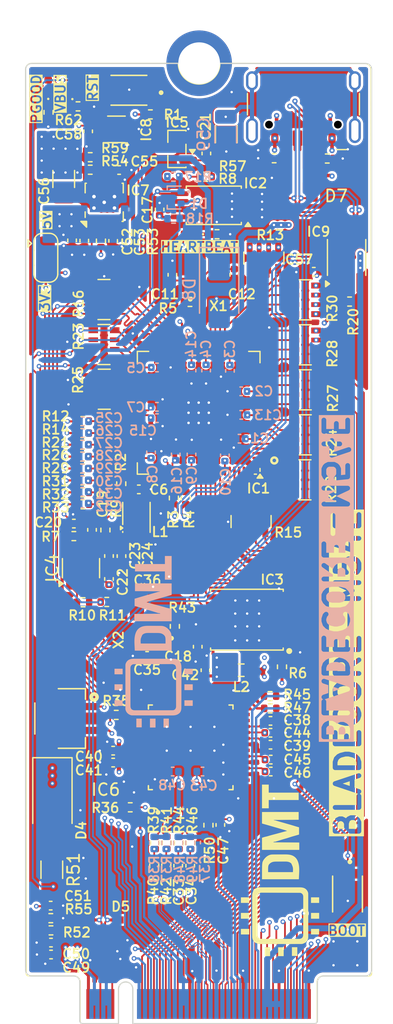
<source format=kicad_pcb>
(kicad_pcb (version 20241229) (generator "pcbnew") (generator_version "9.0")
  (layers (0 "F.Cu" signal "F.Cu (High Speed)") (4 "In1.Cu" power "In1.Cu (GND)") (6 "In2.Cu" signal "In2.Cu (Signal)") (8 "In3.Cu" power "In3.Cu (3.3V)") (10 "In4.Cu" power "In4.Cu (GND)") (2 "B.Cu" signal "B.Cu (High Speed)") (13 "F.Paste" user) (15 "B.Paste" user) (5 "F.SilkS" user "F.Silkscreen") (7 "B.SilkS" user "B.Silkscreen") (1 "F.Mask" user) (3 "B.Mask" user) (25 "Edge.Cuts" user))
  (property "ASSEMBLY_NOTES" "ASSEMBLY NOTES")
  (property "BOARD_NAME" "M54")
  (property "COMPANY" "DvidMakesThings")
  (property "DESIGNER" "David Sipos")
  (property "FABRICATION_NOTES" "FABRICATION NOTES")
  (property "GIT_HASH_PCB" "")
  (property "GIT_HASH_SCH" "")
  (property "GIT_URL" "")
  (property "PROJECT_NAME" "BladeCore")
  (property "RELEASE_BODY_1.0.0" "")
  (property "RELEASE_BODY_1.0.1" "")
  (property "RELEASE_BODY_1.0.2" "")
  (property "RELEASE_BODY_1.1.0" "")
  (property "RELEASE_BODY_UNRELEASED" "")
  (property "RELEASE_DATE_NUM" "2026-02-07")
  (property "RELEASE_TITLE_1.0.0" "")
  (property "RELEASE_TITLE_1.0.1" "")
  (property "RELEASE_TITLE_1.0.2" "")
  (property "RELEASE_TITLE_1.1.0" "")
  (property "RELEASE_TITLE_UNRELEASED" "")
  (property "REVIEWER" "")
  (property "REVISION" "1.0.0")
  (property "SHEET_NAME_1" "Cover Page")
  (property "SHEET_NAME_10" "......................................")
  (property "SHEET_NAME_11" "......................................")
  (property "SHEET_NAME_12" "......................................")
  (property "SHEET_NAME_13" "......................................")
  (property "SHEET_NAME_14" "......................................")
  (property "SHEET_NAME_15" "......................................")
  (property "SHEET_NAME_16" "......................................")
  (property "SHEET_NAME_17" "......................................")
  (property "SHEET_NAME_18" "......................................")
  (property "SHEET_NAME_19" "......................................")
  (property "SHEET_NAME_2" "Block Diagram")
  (property "SHEET_NAME_20" "......................................")
  (property "SHEET_NAME_3" "Project Architecture")
  (property "SHEET_NAME_4" "Microcontroller Peripherals")
  (property "SHEET_NAME_5" "Microcontroller ")
  (property "SHEET_NAME_6" "Ethernet Interface")
  (property "SHEET_NAME_7" "USB Interface and Power")
  (property "SHEET_NAME_8" "Power - Sequencing")
  (property "SHEET_NAME_9" "Revision History")
  (property "VARIANT" "E")
  (net 0 "")
  (net 1 "GND")
  (net 2 "+5V")
  (net 3 "/Project Architecture/Microcontroller Peripherals/VREG_AVDD")
  (net 4 "/Project Architecture/Microcontroller Peripherals/XO")
  (net 5 "+3.3V")
  (net 6 "/Project Architecture/Microcontroller Peripherals/XIN")
  (net 7 "VREF_OUT")
  (net 8 "/Project Architecture/Microcontroller Peripherals/VREF_IN")
  (net 9 "/Project Architecture/Ethernet Interface/RDN_R_N")
  (net 10 "/Project Architecture/RD_N")
  (net 11 "+1V1")
  (net 12 "/Project Architecture/Ethernet Interface/RDN_R_P")
  (net 13 "/Project Architecture/RD_P")
  (net 14 "/Project Architecture/Ethernet Interface/W5500_XO")
  (net 15 "/Project Architecture/Ethernet Interface/W5500_XI")
  (net 16 "/Project Architecture/RCT")
  (net 17 "/Project Architecture/Ethernet Interface/W5500_1V2")
  (net 18 "+3.3VP")
  (net 19 "VBUS")
  (net 20 "/Project Architecture/Ethernet Interface/W5500_TOCAP")
  (net 21 "/Project Architecture/Microcontroller/ADC_VUSB")
  (net 22 "/Project Architecture/USB Interface and Power/BIAS")
  (net 23 "/Project Architecture/USB Interface and Power/SS")
  (net 24 "HEARTBEAT")
  (net 25 "/Project Architecture/Microcontroller Peripherals/I2C0_SCL")
  (net 26 "PGOOD_3V3")
  (net 27 "/Project Architecture/Microcontroller Peripherals/I2C0_SDA")
  (net 28 "RESET")
  (net 29 "QSPI_SD2")
  (net 30 "QSPI_SD1")
  (net 31 "/Project Architecture/USB Interface and Power/USB_IND")
  (net 32 "/Project Architecture/Microcontroller/USB_IND")
  (net 33 "QSPI_SS")
  (net 34 "/Project Architecture/Microcontroller Peripherals/RP_D-")
  (net 35 "QSPI_SD3")
  (net 36 "QSPI_SD0")
  (net 37 "/Project Architecture/Microcontroller Peripherals/XOUT")
  (net 38 "/Project Architecture/Microcontroller Peripherals/SWDIO")
  (net 39 "QSPI_SCLK")
  (net 40 "/Project Architecture/Microcontroller Peripherals/SWCLK")
  (net 41 "/Project Architecture/Microcontroller Peripherals/VREG_LX")
  (net 42 "/Project Architecture/Microcontroller Peripherals/RP_D+")
  (net 43 "/Project Architecture/Ethernet Interface/SPI1_MOSI")
  (net 44 "/Project Architecture/Ethernet Interface/ETH_INT")
  (net 45 "/Project Architecture/Ethernet Interface/SPI1_SCLK")
  (net 46 "/Project Architecture/Ethernet Interface/ETH_RST")
  (net 47 "/Project Architecture/Ethernet Interface/RX_TD_N")
  (net 48 "/Project Architecture/Ethernet Interface/RX_TD_P")
  (net 49 "/Project Architecture/Ethernet Interface/SPI1_SCSN")
  (net 50 "/Project Architecture/Ethernet Interface/TX_TD_P")
  (net 51 "/Project Architecture/Ethernet Interface/TX_TD_N")
  (net 52 "/Project Architecture/Ethernet Interface/SPI1_MISO")
  (net 53 "/Project Architecture/USB Interface and Power/FB")
  (net 54 "/Project Architecture/GPIO15")
  (net 55 "/Project Architecture/GPIO22")
  (net 56 "/Project Architecture/GPIO16")
  (net 57 "/Project Architecture/GPIO9")
  (net 58 "/Project Architecture/GPIO23")
  (net 59 "/Project Architecture/GPIO18")
  (net 60 "/Project Architecture/GPIO8")
  (net 61 "/Project Architecture/GPIO27")
  (net 62 "/Project Architecture/LINK_LED")
  (net 63 "/Project Architecture/GPIO11")
  (net 64 "/Project Architecture/GPIO13")
  (net 65 "/Project Architecture/GPIO7")
  (net 66 "/Project Architecture/GPIO3")
  (net 67 "/Project Architecture/GPIO10")
  (net 68 "/Project Architecture/PWR")
  (net 69 "/Project Architecture/GPIO17")
  (net 70 "/Project Architecture/ADC0")
  (net 71 "/Project Architecture/GPIO26")
  (net 72 "/Project Architecture/ADC5")
  (net 73 "/Project Architecture/GPIO25")
  (net 74 "/Project Architecture/GPIO21")
  (net 75 "/Project Architecture/GPIO1")
  (net 76 "/Project Architecture/ADC4")
  (net 77 "/Project Architecture/GPIO12")
  (net 78 "/Project Architecture/GPIO19")
  (net 79 "/Project Architecture/GPIO6")
  (net 80 "/Project Architecture/GPIO2")
  (net 81 "/Project Architecture/GPIO4")
  (net 82 "/Project Architecture/TCT")
  (net 83 "/Project Architecture/GPIO0")
  (net 84 "/Project Architecture/GPIO20")
  (net 85 "/Project Architecture/GPIO24")
  (net 86 "/Project Architecture/GPIO14")
  (net 87 "Net-(IC4-V+)")
  (net 88 "Net-(IC1B-GPIO40{slash}ADC0)")
  (net 89 "Net-(IC1B-GPIO41{slash}ADC1)")
  (net 90 "Net-(IC1B-GPIO42{slash}ADC2)")
  (net 91 "Net-(IC1B-GPIO43{slash}ADC3)")
  (net 92 "Net-(IC1B-GPIO44{slash}ADC4)")
  (net 93 "Net-(IC1B-GPIO45{slash}ADC5)")
  (net 94 "Net-(IC1B-GPIO46{slash}ADC6)")
  (net 95 "Net-(IC1B-GPIO47{slash}ADC7)")
  (net 96 "Net-(D6-Pad1)")
  (net 97 "Net-(IC8-Y)")
  (net 98 "Net-(IC1B-GPIO34)")
  (net 99 "Net-(IC1B-GPIO20)")
  (net 100 "Net-(IC1B-GPIO24)")
  (net 101 "Net-(IC1B-GPIO36)")
  (net 102 "Net-(IC1B-GPIO6)")
  (net 103 "Net-(IC1B-GPIO10)")
  (net 104 "Net-(IC1B-GPIO16)")
  (net 105 "Net-(IC1B-GPIO37)")
  (net 106 "Net-(IC1B-GPIO26)")
  (net 107 "Net-(IC1B-GPIO35)")
  (net 108 "Net-(IC1B-GPIO3)")
  (net 109 "Net-(IC1B-GPIO31)")
  (net 110 "Net-(IC1B-GPIO38)")
  (net 111 "Net-(IC1B-GPIO23)")
  (net 112 "Net-(IC1B-GPIO39)")
  (net 113 "Net-(IC1B-GPIO4)")
  (net 114 "Net-(IC1B-GPIO0)")
  (net 115 "Net-(IC1B-GPIO30)")
  (net 116 "Net-(IC1B-GPIO8)")
  (net 117 "Net-(IC1B-GPIO9)")
  (net 118 "Net-(IC1B-GPIO13)")
  (net 119 "Net-(IC1B-GPIO2)")
  (net 120 "Net-(IC1B-GPIO33)")
  (net 121 "Net-(IC1B-GPIO25)")
  (net 122 "Net-(IC1B-GPIO29)")
  (net 123 "Net-(IC1B-GPIO17)")
  (net 124 "Net-(IC1B-GPIO32)")
  (net 125 "Net-(IC1B-GPIO15)")
  (net 126 "Net-(IC1B-GPIO7)")
  (net 127 "Net-(IC1B-GPIO21)")
  (net 128 "Net-(IC1B-GPIO27)")
  (net 129 "Net-(IC1B-GPIO5)")
  (net 130 "Net-(IC1B-GPIO22)")
  (net 131 "Net-(IC1B-GPIO1)")
  (net 132 "Net-(IC1B-GPIO12)")
  (net 133 "Net-(IC1B-GPIO11)")
  (net 134 "Net-(IC1B-GPIO28)")
  (net 135 "Net-(IC1B-GPIO14)")
  (net 136 "Net-(IC6-EXRES1)")
  (net 141 "Net-(IC6-LINKLED)")
  (net 142 "Net-(IC6-ACTLED)")
  (net 149 "Net-(R28-R23)")
  (net 150 "Net-(R28-R24)")
  (net 151 "/Project Architecture/TD_N")
  (net 152 "/Project Architecture/ADC2")
  (net 153 "/Project Architecture/TD_P")
  (net 154 "/Project Architecture/ADC3")
  (net 155 "/Project Architecture/ADC1")
  (net 156 "/Project Architecture/GPIO5")
  (net 157 "/Project Architecture/ACT_LED")
  (net 158 "/Project Architecture/Microcontroller Peripherals/ADC_VREF")
  (net 159 "/Project Architecture/Microcontroller/GPIO38")
  (net 160 "/Project Architecture/Microcontroller/GPIO37")
  (net 161 "/Project Architecture/Microcontroller/GPIO39")
  (net 162 "/Project Architecture/Ethernet Interface/TDN_R_P")
  (net 163 "/Project Architecture/Ethernet Interface/TDN_R_N")
  (net 166 "VBUS_ONBOARD")
  (net 167 "USB_D-")
  (net 168 "USB_D+")
  (net 169 "USB_ONB_D+")
  (net 170 "USB_ONB_D-")
  (net 171 "/Project Architecture/USB Interface and Power/USB_RP_D+")
  (net 172 "/Project Architecture/USB Interface and Power/USB_RP_D-")
  (net 173 "Net-(J3-CC1)")
  (net 174 "Net-(J3-CC2)")
  (net 175 "SHIELD")
  (net 176 "VBUS_ISO")
  (footprint "DS_Vreg:VSON-10-1EP_3x3mm_P0.5mm_EP1.65x2.4mm_ThermalVias" (layer "F.Cu") (at 213.5 95.65 90)
    (property "Reference" "IC7")
    (property "Value" "TPS74801DRCT")
  )
  (footprint "Jumper:SolderJumper-3_P1.3mm_Open_RoundedPad1.0x1.5mm" (layer "F.Cu") (at 208.6 100.3 -90)
    (property "Reference" "JP1" (hide yes))
    (property "Value" "SolderJumper_3_Open")
  )
  (footprint "Diode_SMD:D_SMA" (layer "F.Cu") (at 209.15 145.75 -90)
    (property "Reference" "D4")
    (property "Value" "SS13")
  )
  (footprint "Resistor_SMD:R_0402_1005Metric" (layer "F.Cu") (at 211.684212 116.979212)
    (property "Reference" "R26")
    (property "Value" "100R 1%")
  )
  (footprint "DS_Peripherals:SOT-363_SC-70-6" (layer "F.Cu") (at 214.525 89.5275 180)
    (property "Reference" "IC8")
    (property "Value" "SN74LVC1G97QDCKRQ1")
  )
  (footprint "Resistor_SMD:R_0402_1005Metric" (layer "F.Cu") (at 220.699212 104.004212 180)
    (property "Reference" "R5")
    (property "Value" "1K 1%")
  )
  (footprint "Resistor_SMD:R_0402_1005Metric" (layer "F.Cu") (at 211.699212 119.979212)
    (property "Reference" "R32")
    (property "Value" "100R 1%")
  )
  (footprint "Resistor_SMD:R_Array_Convex_4x0603" (layer "F.Cu") (at 213.479212 103.804212)
    (property "Reference" "R16")
    (property "Value" "100R 1%")
  )
  (footprint "Capacitor_SMD:C_0402_1005Metric" (layer "F.Cu") (at 210.8 98.84 -90)
    (property "Reference" "C52")
    (property "Value" "100nF 50V")
  )
  (footprint "Capacitor_SMD:C_1206_3216Metric" (layer "F.Cu") (at 210.1 93.69 -90)
    (property "Reference" "C56")
    (property "Value" "10uF 50V")
  )
  (footprint "DS_Crystal:X3225" (layer "F.Cu") (at 217.1 131.12 180)
    (property "Reference" "X2")
    (property "Value" "25MHz 12pF")
  )
  (footprint "Capacitor_SMD:C_0402_1005Metric" (layer "F.Cu") (at 220.72 151.3 -90)
    (property "Reference" "C34")
    (property "Value" "6.8nF 50V")
  )
  (footprint "Resistor_SMD:R_0402_1005Metric" (layer "F.Cu") (at 211.699212 115.004212)
    (property "Reference" "R14")
    (property "Value" "100R 1%")
  )
  (footprint "Resistor_SMD:R_Array_Convex_4x0603" (layer "F.Cu") (at 226.904212 100.329212 -90)
    (property "Reference" "R13")
    (property "Value" "100R 1%")
  )
  (footprint "Resistor_SMD:R_0402_1005Metric" (layer "F.Cu") (at 220.75 149.39 -90)
    (property "Reference" "R46")
    (property "Value" "3.3R 1%")
  )
  (footprint "Resistor_SMD:R_0402_1005Metric" (layer "F.Cu") (at 209.03 156.725 180)
    (property "Reference" "R52")
    (property "Value" "5.1K 1%")
  )
  (footprint "Resistor_SMD:R_0402_1005Metric" (layer "F.Cu") (at 213.225 98.89 -90)
    (property "Reference" "R53")
    (property "Value" "10K 1%")
  )
  (footprint "Capacitor_SMD:C_0402_1005Metric" (layer "F.Cu") (at 211.825 98.865 -90)
    (property "Reference" "C53")
    (property "Value" "1uF 50V")
  )
  (footprint "Capacitor_SMD:C_0402_1005Metric" (layer "F.Cu") (at 227.48 143.4)
    (property "Reference" "C46")
    (property "Value" "100nF 50V")
  )
  (footprint "Capacitor_SMD:C_0402_1005Metric" (layer "F.Cu") (at 217.1 133.7 180)
    (property "Reference" "C35")
    (property "Value" "15pF 50V")
  )
  (footprint "Resistor_SMD:R_0402_1005Metric" (layer "F.Cu") (at 219.775 149.39 -90)
    (property "Reference" "R44")
    (property "Value" "3.3R 1%")
  )
  (footprint "Resistor_SMD:R_0402_1005Metric" (layer "F.Cu") (at 218.71 151.32 -90)
    (property "Reference" "R42")
    (property "Value" "0R 1%")
  )
  (footprint "Resistor_SMD:R_0402_1005Metric" (layer "F.Cu") (at 217.375 88.275)
    (property "Reference" "R1")
    (property "Value" "4.7K 1%")
  )
  (footprint "Resistor_SMD:R_0402_1005Metric" (layer "F.Cu") (at 211.699212 118.979212)
    (property "Reference" "R31")
    (property "Value" "100R 1%")
  )
  (footprint "Resistor_SMD:R_0402_1005Metric" (layer "F.Cu") (at 212.325 91.865 180)
    (property "Reference" "R59")
    (property "Value" "2.4K 1%")
  )
  (footprint "Resistor_SMD:R_1206_3216Metric" (layer "F.Cu") (at 209.1 151.6375 -90)
    (property "Reference" "R51")
    (property "Value" "0R 1%")
  )
  (footprint "Resistor_SMD:R_0402_1005Metric" (layer "F.Cu") (at 213.715 129.175)
    (property "Reference" "R11")
    (property "Value" "10K 1%")
  )
  (footprint "Capacitor_SMD:C_0402_1005Metric" (layer "F.Cu") (at 213.9 127.245 90)
    (property "Reference" "C22")
    (property "Value" "4.7uF 10V")
  )
  (footprint "Capacitor_SMD:C_0402_1005Metric" (layer "F.Cu") (at 210.95 122.6)
    (property "Reference" "C20")
    (property "Value" "4.7uF 10V")
  )
  (footprint "Resistor_SMD:R_0402_1005Metric" (layer "F.Cu") (at 234.1 103.975)
    (property "Reference" "R20")
    (property "Value" "5.1K 1%")
  )
  (footprint "Resistor_SMD:R_0402_1005Metric" (layer "F.Cu") (at 222.015 93.5)
    (property "Reference" "R8")
    (property "Value" "4.7K 1%")
  )
  (footprint "Capacitor_SMD:C_0402_1005Metric" (layer "F.Cu") (at 214.25 141.65 180)
    (property "Reference" "C40")
    (property "Value" "100nF 50V")
  )
  (footprint "Capacitor_SMD:C_0402_1005Metric" (layer "F.Cu") (at 227.46 140.15)
    (property "Reference" "C44")
    (property "Value" "100nF 50V")
  )
  (footprint "DS_Memory:WSON8_6x5" (layer "F.Cu") (at 225.478512 130.659212 180)
    (property "Reference" "IC3")
    (property "Value" "W25Q128JVPIQ")
  )
  (footprint "Capacitor_SMD:C_0402_1005Metric" (layer "F.Cu") (at 214.25 98.885 -90)
    (property "Reference" "C54" (hide yes))
    (property "Value" "1uF 50V")
  )
  (footprint "DS_Peripherals:LQFP48_7x7" (layer "F.Cu") (at 220.76 141.37 90)
    (property "Reference" "IC6")
    (property "Value" "W5500")
  )
  (footprint "DS_Connector:USB_C_Receptacle_HCTL_HC-TYPE-C-16P-01A" (layer "F.Cu") (at 230.225 86.525 180)
    (property "Reference" "J3" (hide yes))
    (property "Value" "USB-TYPE-C-018")
  )
  (footprint "Capacitor_SMD:C_0402_1005Metric" (layer "F.Cu") (at 227.46 141.15)
    (property "Reference" "C39")
    (property "Value" "4.7uF 25V")
  )
  (footprint "Capacitor_SMD:C_0402_1005Metric" (layer "F.Cu") (at 222 134.9 90)
    (property "Reference" "C42")
    (property "Value" "100nF 50V")
  )
  (footprint "Capacitor_SMD:C_0402_1005Metric" (layer "F.Cu") (at 209.005 154.65)
    (property "Reference" "C51")
    (property "Value" "100nF 50V")
  )
  (footprint "Capacitor_SMD:C_0402_1005Metric" (layer "F.Cu") (at 227.46 139.15)
    (property "Reference" "C38")
    (property "Value" "100nF 50V")
  )
  (footprint "Resistor_SMD:R_0402_1005Metric" (layer "F.Cu") (at 222.975 98.325 180)
    (property "Reference" "R34" (hide yes))
    (property "Value" "1K 1%")
  )
  (footprint "Resistor_SMD:R_Array_Convex_4x0603" (layer "F.Cu") (at 213.504212 111.329212)
    (property "Reference" "R25")
    (property "Value" "100R 1%")
  )
  (footprint "Resistor_SMD:R_0402_1005Metric" (layer "F.Cu") (at 220.349212 120.454212 90)
    (property "Reference" "R4")
    (property "Value" "33R 1%")
  )
  (footprint "Resistor_SMD:R_0402_1005Metric" (layer "F.Cu") (at 227.44 138.1)
    (property "Reference" "R47")
    (property "Value" "470R 1%")
  )
  (footprint "Resistor_SMD:R_0402_1005Metric" (layer "F.Cu") (at 217.775 149.39 -90)
    (property "Reference" "R39")
    (property "Value" "3.3R 1%")
  )
  (footprint "Capacitor_SMD:C_0402_1005Metric" (layer "F.Cu") (at 212.475 123.125 90)
    (property "Reference" "C19")
    (property "Value" "100nF 50V")
  )
  (footprint "Capacitor_SMD:C_0402_1005Metric" (layer "F.Cu") (at 224.424212 101.729212 -90)
    (property "Reference" "C12")
    (property "Value" "10pF 50V")
  )
  (footprint "LED_SMD:LED_0402_1005Metric" (layer "F.Cu") (at 210.825 85.9 90)
    (property "Reference" "D2" (hide yes))
    (property "Value" "Green")
  )
  (footprint "DS_Connector:JST_SM03B-SRSS-TB_LF__SN_" (layer "F.Cu") (at 212.25 138.95 -90)
    (property "Reference" "J2" (hide yes))
    (property "Value" "SM03B-SRSS-TB")
  )
  (footprint "Resistor_SMD:R_0402_1005Metric" (layer "F.Cu") (at 211.3 87.6 180)
    (property "Reference" "R62")
    (property "Value" "1K 1%")
  )
  (footprint "Capacitor_SMD:C_0402_1005Metric" (layer "F.Cu") (at 216.404212 119.729212)
    (property "Reference" "C6")
    (property "Value" "4.7uF 25V")
  )
  (footprint "Capacitor_SMD:C_0402_1005Metric" (layer "F.Cu") (at 214.95 125.325 -90)
    (property "Reference" "C24")
    (property "Value" "4.7uF 10V")
  )
  (footprint "Resistor_SMD:R_0402_1005Metric" (layer "F.Cu") (at 232.225 91.975)
    (property "Reference" "R19" (hide yes))
    (property "Value" "5.1K 1%")
  )
  (footprint "DS_Connector:M.2-M-KEY_Card_2280" (layer "F.Cu") (at 221.925 125.42)
    (property "Reference" "J1" (hide yes))
    (property "Value" "MDT320M03001" (hide yes))
  )
  (footprint "Resistor_SMD:R_0402_1005Metric" (layer "F.Cu") (at 211.684212 117.979212)
    (property "Reference" "R29")
    (property "Value" "100R 1%")
  )
  (footprint "Resistor_SMD:R_Array_Convex_4x0603" (layer "F.Cu") (at 213.479212 107.579212)
    (property "Reference" "R23")
    (property "Value" "100R 1%")
  )
  (footprint "Capacitor_SMD:C_0402_1005Metric" (layer "F.Cu") (at 213.9 125.32 -90)
    (property "Reference" "C23")
    (property "Value" "100nF 50V")
  )
  (footprint "Capacitor_SMD:C_0402_1005Metric" (layer "F.Cu") (at 221.35 132.93 -90)
    (property "Reference" "C18")
    (property "Value" "100nF 50V")
  )
  (footprint "Capacitor_SMD:C_0402_1005Metric" (layer "F.Cu") (at 231.095 101.475 180)
    (property "Reference" "C57")
    (property "Value" "100nF 50V")
  )
  (footprint "Resistor_SMD:R_0603_1608Metric" (layer "F.Cu") (at 225 134.9)
    (property "Reference" "L2")
    (property "Value" "1.5K/100MHz 0.5R")
  )
  (footprint "DS_Switch:SW_B3U-1000P" (layer "F.Cu") (at 215.575 86.25 180)
    (property "Reference" "SW2" (hide yes))
    (property "Value" "B3U-1000P")
  )
  (footprint "Resistor_SMD:R_Array_Convex_4x0603" (layer "F.Cu") (at 230.379212 103.829212 180)
    (property "Reference" "R30")
    (property "Value" "100R 1%")
  )
  (footprint "Resistor_SMD:R_Array_Convex_4x0603" (layer "F.Cu") (at 230.379212 107.604212 180)
    (property "Reference" "R28")
    (property "Value" "100R 1%")
  )
  (footprint "Resistor_SMD:R_0402_1005Metric" (layer "F.Cu") (at 211.699212 114.004212)
    (property "Reference" "R12")
    (property "Value" "100R 1%")
  )
  (footprint "Capacitor_SMD:C_0402_1005Metric" (layer "F.Cu") (at 214.75 92.94)
    (property "Reference" "C55")
    (property "Value" "2.2nF 50V")
  )
  (footprint "Resistor_SMD:R_0402_1005Metric" (layer "F.Cu") (at 213.6 123.14 90)
    (property "Reference" "R9")
    (property "Value" "27R 1%")
  )
  (footprint "Resistor_SMD:R_1206_3216Metric" (layer "F.Cu") (at 223.75 89.925 -90)
    (property "Reference" "R57")
    (property "Value" "1M 1%")
  )
  (footprint "Capacitor_SMD:C_0402_1005Metric" (layer "F.Cu") (at 219.224212 101.729212 90)
    (property "Reference" "C11")
    (property "Value" "10pF 50V")
  )
  (footprint "Package_TO_SOT_SMD:SOT-23-5" (layer "F.Cu") (at 211.55 126.3375 90)
    (property "Reference" "IC4")
    (property "Value" "MCP6001RT")
  )
  (footprint "Resistor_SMD:R_0402_1005Metric" (layer "F.Cu") (at 211.725 129.2)
    (property "Reference" "R10")
    (property "Value" "10K 1%")
  )
  (footprint "Capacitor_SMD:C_0402_1005Metric" (layer "F.Cu") (at 219.71 151.3 -90)
    (property "Reference" "C33")
    (property "Value" "6.8nF 50V")
  )
  (footprint "Capacitor_SMD:C_0402_1005Metric" (layer "F.Cu") (at 209.035 158.75 180)
    (property "Reference" "C49")
    (property "Value" "4.7uF 25V")
  )
  (footprint "Resistor_SMD:R_Array_Convex_4x0603" (layer "F.Cu") (at 230.354212 118.929212 180)
    (property "Reference" "R22")
    (property "Value" "100R 1%")
  )
  (footprint "DS_Vreg:SOT-23" (layer "F.Cu") (at 219.6025 91.175 180)
    (property "Reference" "IC5")
    (property "Value" "LM4040B30FTA")
  )
  (footprint "DS_Diode:SOT143" (layer "F.Cu") (at 213.425 156.8 90)
    (property "Reference" "D5")
    (property "Value" "SP0503BAHTG")
  )
  (footprint "Resistor_SMD:R_0402_1005Metric" (layer "F.Cu") (at 208.825 88.1 -90)
    (property "Reference" "R60" (hide yes))
    (property "Value" "1K 1%")
  )
  (footprint "Resistor_SMD:R_Array_Convex_4x0603" (layer "F.Cu") (at 230.379212 111.379212 180)
    (property "Reference" "R27")
    (property "Value" "100R 1%")
  )
  (footprint "DS_Diode:SOT143" (layer "F.Cu") (at 229.725 94.35 -90)
    (property "Reference" "D7")
    (property "Value" "SP0503BAHTG")
  )
  (footprint "DS_Switch:SW_B3U-1000P" (layer "F.Cu") (at 233.925 153.675 -90)
    (property "Reference" "SW1" (hide yes))
    (property "Value" "B3U-1000P")
  )
  (footprint "Resistor_SMD:R_0402_1005Metric" (layer "F.Cu") (at 218.75 149.375 -90)
    (property "Reference" "R41")
    (property "Value" "3.3R 1%")
  )
  (footprint "LED_SMD:LED_0402_1005Metric" (layer "F.Cu") (at 220.7075 98.325 180)
    (property "Reference" "D3" (hide yes))
    (property "Value" "Blue")
  )
  (footprint "Resistor_SMD:R_0402_1005Metric" (layer "F.Cu") (at 212.325 92.915)
    (property "Reference" "R54")
    (property "Value" "7.5K 1%")
  )
  (footprint "Resistor_SMD:R_0402_1005Metric" (layer "F.Cu") (at 219.43 131.22 90)
    (property "Reference" "R43")
    (property "Value" "1M 1%")
  )
  (footprint "Capacitor_SMD:C_0402_1005Metric" (layer "F.Cu") (at 222.075 91.55 90)
    (property "Reference" "C21")
    (property "Value" "100nF 50V")
  )
  (footprint "Capacitor_SMD:C_0402_1005Metric" (layer "F.Cu") (at 227.48 142.4)
    (property "Reference" "C45")
    (property "Value" "100nF 50V")
  )
  (footprint "Resistor_SMD:R_0402_1005Metric" (layer "F.Cu") (at 210.95 123.65 180)
    (property "Reference" "R7")
    (property "Value" "27R 1%")
  )
  (footprint "Resistor_SMD:R_0402_1005Metric" (layer "F.Cu") (at 209.015 155.7)
    (property "Reference" "R55")
    (property "Value" "5.1K 1%")
  )
  (footprint "DS_Memory:TSSOP-8" (layer "F.Cu") (at 222.7 95.9 180)
    (property "Reference" "IC2")
    (property "Value" "AT24C256C-XHL-T")
  )
  (footprint "Capacitor_SMD:C_0402_1005Metric" (layer "F.Cu") (at 218.15 96.25 90)
    (property "Reference" "C17")
    (property "Value" "100nF 50V")
  )
  (footprint "Resistor_SMD:R_Array_Convex_4x0603" (layer "F.Cu") (at 225.829212 122.429212 90)
    (property "Reference" "R15")
    (property "Value" "100R 1%")
  )
  (footprint "Resistor_SMD:R_0402_1005Metric" (layer "F.Cu") (at 222.25 147.9 -90)
    (property "Reference" "R50")
    (property "Value" "12.4K 1%")
  )
  (footprint "DS_Inductor:0805" (layer "F.Cu") (at 216.204212 121.929212 90)
    (property "Reference" "L1")
    (property "Value" "3.3uH 2.8A")
  )
  (footprint "LED_SMD:LED_0402_1005Metric" (layer "F.Cu") (at 208.8 85.8825 90)
    (property "Reference" "D6" (hide yes))
    (property "Value" "Green")
  )
  (footprint "Resistor_SMD:R_0402_1005Metric" (layer "F.Cu") (at 214.51 138.65)
    (property "Reference" "R35")
    (property "Value" "4.7K 1%")
  )
  (footprint "Resistor_SMD:R_Array_Convex_4x0603" (layer "F.Cu") (at 230.379212 115.154212 180)
    (property "Reference" "R24")
    (property "Value" "100R 1%")
  )
  (footprint "Capacitor_SMD:C_0402_1005Metric" (layer "F.Cu") (at 214.25 142.65 180)
    (property "Reference" "C41")
    (property "Value" "100nF 50V")
  )
  (footprint "Resistor_SMD:R_0402_1005Metric" (layer "F.Cu") (at 228.425 134.615 90)
    (property "Reference" "R6")
    (property "Value" "1K 1%")
  )
  (footprint "Resistor_SMD:R_0402_1005Metric" (layer "F.Cu") (at 227.425 137.075)
    (property "Reference" "R45")
    (property "Value" "470R 1%")
  )
  (footprint "Capacitor_SMD:C_0402_1005Metric" (layer "F.Cu") (at 223.25 147.88 -90)
    (property "Reference" "C47")
    (property "Value" "100nF 50V")
  )
  (footprint "Resistor_SMD:R_0402_1005Metric" (layer "F.Cu") (at 211.709212 120.979212)
    (property "Reference" "R33")
    (property "Value" "100R 1%")
  )
  (footprint "Resistor_SMD:R_0402_1005Metric" (layer "F.Cu") (at 215.685 146.4 180)
    (property "Reference" "R36")
    (property "Value" "470R 1%")
  )
  (footprint "Capacitor_SMD:C_0402_1005Metric" (layer "F.Cu") (at 212.15 89.695 -90)
    (property "Reference" "C58")
    (property "Value" "100nF 50V")
  )
  (footprint "Resistor_SMD:R_0402_1005Metric" (layer "F.Cu") (at 211.684212 115.979212)
    (property "Reference" "R21")
    (property "Value" "100R 1%")
  )
  (footprint "DS_Crystal:X3225" (layer "F.Cu") (at 221.824212 101.729212 90)
    (property "Reference" "X1")
    (property "Value" "12MHz 10pF")
  )
  (footprint "DS_Peripherals:MSOP-10_3x3mm_P0.5mm" (layer "F.Cu") (at 233.85 100.275 90)
    (property "Reference" "IC9")
    (property "Value" "FSUSB42MUX")
  )
  (footprint "Resistor_SMD:R_0402_1005Metric" (layer "F.Cu") (at 217.7 151.32 -90)
    (property "Reference" "R40")
    (property "Value" "0R 1%")
  )
  (footprint "Capacitor_SMD:C_0402_1005Metric" (layer "F.Cu") (at 217.125 128.525)
    (property "Reference" "C36")
    (property "Value" "15pF 50V")
  )
  (footprint "Capacitor_SMD:C_0402_1005Metric" (layer "F.Cu") (at 209.03 157.75 180)
    (property "Reference" "C50")
    (property "Value" "4.7uF 25V")
  )
  (footprint "Resistor_SMD:R_0402_1005Metric" (layer "F.Cu") (at 227.765 91.95 180)
    (property "Reference" "R56" (hide yes))
    (property "Value" "5.1K 1%")
  )
  (footprint "Resistor_SMD:R_0402_1005Metric" (layer "F.Cu") (at 214.929212 119.254212 -90)
    (property "Reference" "R2")
    (property "Value" "33R 1%")
  )
  (footprint "Resistor_SMD:R_0402_1005Metric" (layer "F.Cu") (at 219.349212 120.454212 -90)
    (property "Reference" "R3")
    (property "Value" "33R 1%")
  )
  (footprint "DS_Microcontroller:QFN80_10x10" (layer "F.Cu") (at 221.279212 113.304212 180)
    (property "Reference" "IC1")
    (property "Value" "RP2354B")
  )
  (footprint "Resistor_SMD:R_0402_1005Metric" (layer "B.Cu") (at 219.72 149.39 90)
    (property "Reference" "R48")
    (property "Value" "49.9R 1%")
  )
  (footprint "Capacitor_SMD:C_0402_1005Metric" (layer "B.Cu") (at 220.829212 109.759212 -90)
    (property "Reference" "C14")
    (property "Value" "100nF 50V")
  )
  (footprint "Capacitor_SMD:C_0402_1005Metric" (layer "B.Cu") (at 222.054212 109.759212 -90)
    (property "Reference" "C4")
    (property "Value" "100nF 50V")
  )
  (footprint "Capacitor_SMD:C_0402_1005Metric" (layer "B.Cu") (at 224.054212 109.784212 -90)
    (property "Reference" "C3")
    (property "Value" "100nF 50V")
  )
  (footprint "Capacitor_SMD:C_0402_1005Metric" (layer "B.Cu") (at 217.429212 116.629212 90)
    (property "Reference" "C8")
    (property "Value" "100nF 50V")
  )
  (footprint "Capacitor_SMD:C_0402_1005Metric" (layer "B.Cu") (at 217.924212 112.804212)
    (property "Reference" "C7")
    (property "Value" "100nF 50V")
  )
  (footprint "Capacitor_SMD:C_0402_1005Metric" (layer "B.Cu") (at 217.929212 109.504212)
    (property "Reference" "C5")
    (property "Value" "100nF 50V")
  )
  (footprint "Resistor_SMD:R_0402_1005Metric" (layer "B.Cu") (at 220.72 149.38 90)
    (property "Reference" "R49")
    (property "Value" "49.9R 1%")
  )
  (footprint "Capacitor_SMD:C_0402_1005Metric" (layer "B.Cu") (at 217.924212 113.754212)
    (property "Reference" "C15")
    (property "Value" "100nF 50V")
  )
  (footprint "Capacitor_SMD:C_0402_1005Metric" (layer "B.Cu") (at 211.674212 119.929212 180)
    (property "Reference" "C31")
    (property "Value" "1nF 50V")
  )
  (footprint "Capacitor_SMD:C_0402_1005Metric" (layer "B.Cu") (at 211.679212 115.979212 180)
    (property "Reference" "C27")
    (property "Value" "1nF 50V")
  )
  (footprint "DS_Diode:SOT-416" (layer "B.Cu") (at 219.3 95.25 180)
    (property "Reference" "D1")
    (property "Value" "RCLAMP0582BQTCT")
  )
  (footprint "Capacitor_SMD:C_0402_1005Metric" (layer "B.Cu") (at 220.829212 116.804212 90)
    (property "Reference" "C9")
    (property "Value" "100nF 50V")
  )
  (footprint "Resistor_SMD:R_0402_1005Metric" (layer "B.Cu") (at 219.32 97.02)
    (property "Reference" "R18")
    (property "Value" "2.2K 1%")
  )
  (footprint "Capacitor_SMD:C_0402_1005Metric" (layer "B.Cu") (at 211.674212 120.904212 180)
    (property "Reference" "C32")
    (property "Value" "1nF 50V")
  )
  (footprint "Resistor_SMD:R_0402_1005Metric" (layer "B.Cu") (at 217.7 149.39 -90)
    (property "Reference" "R38")
    (property "Value" "49.9R 1%")
  )
  (footprint "Capacitor_SMD:C_0402_1005Metric" (layer "B.Cu") (at 224.859212 115.479212 180)
    (property "Reference" "C1")
    (property "Value" "100nF 50V")
  )
  (footprint "Capacitor_SMD:C_0402_1005Metric" (layer "B.Cu") (at 221.94 149.35 -90)
    (property "Reference" "C37")
    (property "Value" "100nF 50V")
  )
  (footprint "Capacitor_SMD:C_1206_3216Metric" (layer "B.Cu") (at 223.7 89.95 -90)
    (property "Reference" "C59")
    (property "Value" "1nF 2kV")
  )
  (footprint "Diode_SMD:D_SMA" (layer "B.Cu") (at 223.15 102.95 -90)
    (property "Reference" "D8")
    (property "Value" "SS13")
  )
  (footprint "Capacitor_SMD:C_0402_1005Metric" (layer "B.Cu") (at 221.75 143.4)
    (property "Reference" "C43")
    (property "Value" "100nF 50V")
  )
  (footprint "Capacitor_SMD:C_0402_1005Metric" (layer "B.Cu") (at 225.004212 113.479212 180)
    (property "Reference" "C13")
    (property "Value" "100nF 50V")
  )
  (footprint "Capacitor_SMD:C_0402_1005Metric" (layer "B.Cu") (at 225.004212 111.504212 180)
    (property "Reference" "C2")
    (property "Value" "100nF 50V")
  )
  (footprint "Resistor_SMD:R_0402_1005Metric" (layer "B.Cu") (at 218.71 149.39 -90)
    (property "Reference" "R37")
    (property "Value" "49.9R 1%")
  )
  (footprint "Capacitor_SMD:C_0402_1005Metric" (layer "B.Cu") (at 211.679212 118.954212 180)
    (property "Reference" "C30")
    (property "Value" "1nF 50V")
  )
  (footprint "Resistor_SMD:R_0402_1005Metric" (layer "B.Cu") (at 219.31 93.49)
    (property "Reference" "R17")
    (property "Value" "2.2K 1%")
  )
  (footprint "Capacitor_SMD:C_0402_1005Metric" (layer "B.Cu") (at 211.699212 115.004212 180)
    (property "Reference" "C26")
    (property "Value" "1nF 50V")
  )
  (footprint "Capacitor_SMD:C_0402_1005Metric" (layer "B.Cu") (at 219.504212 116.804212 90)
    (property "Reference" "C16")
    (property "Value" "4.7uF 25V")
  )
  (footprint "Capacitor_SMD:C_0402_1005Metric" (layer "B.Cu") (at 211.699212 114.029212 180)
    (property "Reference" "C25")
    (property "Value" "1nF 50V")
  )
  (footprint "Capacitor_SMD:C_0402_1005Metric" (layer "B.Cu") (at 223.629212 116.879212 90)
    (property "Reference" "C10")
    (property "Value" "100nF 50V")
  )
  (footprint "Capacitor_SMD:C_0402_1005Metric" (layer "B.Cu") (at 211.674212 116.979212 180)
    (property "Reference" "C28")
    (property "Value" "1nF 50V")
  )
  (footprint "Capacitor_SMD:C_0402_1005Metric" (layer "B.Cu") (at 211.674212 117.979212 180)
    (property "Reference" "C29")
    (property "Value" "1nF 50V")
  )
  (footprint "Capacitor_SMD:C_0402_1005Metric" (layer "B.Cu") (at 219.25 143.4 180)
    (property "Reference" "C48")
    (property "Value" "100nF 50V")
  )
  (gr_poly (pts (xy 230.860656 153.975) (xy 230.860645 153.964635) (xy 230.860814 153.962072) (xy 230.860897 153.96102) (xy 230.860989 153.960098) (xy 230.861096 153.959289) (xy 230.861223 153.958575) (xy 230.861379 153.95794) (xy 230.861568 153.957366) (xy 230.861799 153.956836) (xy 230.862076 153.956334) (xy 230.862408 153.955841) (xy 230.8628 153.955341) (xy 230.863259 153.954817) (xy 230.863791 153.954251) (xy 230.865102 153.952926) (xy 230.871659 153.952688) (xy 230.87822 153.95254) (xy 230.884782 153.952466) (xy 230.891344 153.952449) (xy 230.899752 153.952439) (xy 230.927851 153.952475) (xy 230.947911 153.952473) (xy 231.002545 153.952523) (xy 231.059576 153.952555) (xy 231.167649 153.95264) (xy 231.313634 153.952737) (xy 231.543758 153.952926) (xy 231.543758 154.421238) (xy 230.861133 154.421238) (xy 230.860885 154.189314) (xy 230.860776 154.115963) (xy 230.860754 154.072736) (xy 230.860714 154.043755) (xy 230.860683 153.99997) (xy 230.86064 153.986832)) (fill yes) (layer "F.SilkS"))
  (gr_poly (pts (xy 226.747338 151.630918) (xy 226.751609 151.376591) (xy 226.759926 151.196492) (xy 226.773639 151.071974) (xy 226.782939 151.024728) (xy 226.794095 150.984384) (xy 226.807273 150.94861) (xy 226.822643 150.915075) (xy 226.860633 150.845395) (xy 226.865079 150.837545) (xy 226.874628 150.821586) (xy 226.884611 150.806047) (xy 226.894996 150.79087) (xy 226.905754 150.775997) (xy 226.916855 150.761371) (xy 226.928269 150.746933) (xy 226.939965 150.732627) (xy 226.951915 150.718394) (xy 226.963697 150.704287) (xy 226.992973 150.670576) (xy 227.023154 150.638128) (xy 227.054261 150.607026) (xy 227.086314 150.577349) (xy 227.119332 150.549181) (xy 227.153336 150.522602) (xy 227.188345 150.497694) (xy 227.22438 150.474539) (xy 227.261459 150.453217) (xy 227.299604 150.433812) (xy 227.338834 150.416403) (xy 227.379169 150.401072) (xy 227.420628 150.387902) (xy 227.463233 150.376973) (xy 227.507002 150.368368) (xy 227.551956 150.362166) (xy 227.560621 150.361488) (xy 227.569293 150.360931) (xy 227.586652 150.360101) (xy 227.604023 150.359521) (xy 227.6214 150.359034) (xy 227.629804 150.358783) (xy 227.674614 150.357677) (xy 227.719423 150.356953) (xy 227.809061 150.356298) (xy 227.84281 150.35614) (xy 227.933217 150.355773) (xy 227.989991 150.355553) (xy 228.148183 150.354949) (xy 228.158329 150.354913) (xy 228.178676 150.354843) (xy 228.188873 150.354807) (xy 228.199083 150.354772) (xy 228.362809 150.354103) (xy 228.532198 150.353429) (xy 228.626787 150.353044) (xy 228.754121 150.353553) (xy 228.81706 150.355154) (xy 228.879413 150.358091) (xy 228.941104 150.362695) (xy 229.002055 150.369296) (xy 229.062192 150.378224) (xy 229.121438 150.389807) (xy 229.179716 150.404377) (xy 229.23695 150.422263) (xy 229.293065 150.443795) (xy 229.347984 150.469303) (xy 229.40163 150.499116) (xy 229.453928 150.533565) (xy 229.504802 150.572978) (xy 229.554174 150.617687) (xy 229.563352 150.627114) (xy 229.569444 150.632995) (xy 229.575815 150.639327) (xy 229.581996 150.645751) (xy 229.588006 150.652274) (xy 229.593866 150.658903) (xy 229.599594 150.665647) (xy 229.605211 150.672513) (xy 229.610735 150.67951) (xy 229.616186 150.686645) (xy 229.622962 150.695638) (xy 229.632874 150.708978) (xy 229.642727 150.722363) (xy 229.648048 150.729553) (xy 229.658212 150.74383) (xy 229.668024 150.758373) (xy 229.677494 150.773167) (xy 229.686632 150.788193) (xy 229.695446 150.803434) (xy 229.703946 150.818872) (xy 229.712141 150.834492) (xy 229.72004 150.850274) (xy 229.734988 150.88226) (xy 229.748864 150.91469) (xy 229.761742 150.947427) (xy 229.773696 150.980332) (xy 229.777486 150.991155) (xy 229.799675 151.061296) (xy 229.818361 151.132245) (xy 229.833794 151.203909) (xy 229.84623 151.276195) (xy 229.85592 151.349012) (xy 229.863117 151.422266) (xy 229.868075 151.495866) (xy 229.871046 151.569719) (xy 229.872039 151.717813) (xy 229.868119 151.865811) (xy 229.853632 152.158557) (xy 229.847103 152.297691) (xy 229.841164 152.436863) (xy 227.261477 152.436863) (xy 227.261477 151.837582) (xy 229.341102 151.837582) (xy 229.346962 151.713417) (xy 229.348772 151.661888) (xy 229.349588 151.616007) (xy 229.349224 151.574733) (xy 229.347493 151.537026) (xy 229.34421 151.501844) (xy 229.339188 151.468148) (xy 229.332242 151.434897) (xy 229.323185 151.40105) (xy 229.311831 151.365566) (xy 229.297995 151.327405) (xy 229.28149 151.285526) (xy 229.26213 151.238888) (xy 229.214102 151.127176) (xy 229.206133 151.117099) (xy 229.201577 151.111821) (xy 229.196925 151.106726) (xy 229.192179 151.101801) (xy 229.187341 151.097035) (xy 229.182414 151.092415) (xy 229.177398 151.08793) (xy 229.172297 151.083567) (xy 229.167111 151.079314) (xy 229.161843 151.075159) (xy 229.156495 151.07109) (xy 229.145564 151.063161) (xy 229.134335 151.05543) (xy 229.122821 151.047801) (xy 229.111457 151.040251) (xy 229.097762 151.032059) (xy 229.083808 151.024386) (xy 229.069612 151.017214) (xy 229.055193 151.010526) (xy 229.040568 151.004303) (xy 229.025756 150.998528) (xy 229.010775 150.993182) (xy 228.995643 150.988249) (xy 228.980377 150.983711) (xy 228.964996 150.979548) (xy 228.949518 150.975744) (xy 228.933961 150.972281) (xy 228.902681 150.966307) (xy 228.871301 150.961481) (xy 228.861258 150.960088) (xy 228.833987 150.957184) (xy 228.806629 150.955068) (xy 228.779207 150.95362) (xy 228.751744 150.952721) (xy 228.724261 150.95225) (xy 228.696781 150.952088) (xy 228.64192 150.95221) (xy 228.612988 150.952259) (xy 228.521076 150.95252) (xy 228.481678 150.952643) (xy 228.221071 150.953692) (xy 228.088744 150.95427) (xy 227.993892 150.954705) (xy 227.937923 150.954945) (xy 227.897187 150.955411) (xy 227.857356 150.956663) (xy 227.818399 150.95886) (xy 227.780285 150.962158) (xy 227.742981 150.966717) (xy 227.706456 150.972695) (xy 227.670679 150.980249) (xy 227.635619 150.989537) (xy 227.601243 151.000718) (xy 227.56752 151.01395) (xy 227.534419 151.029391) (xy 227.501909 151.047199) (xy 227.469956 151.067532) (xy 227.438531 151.090548) (xy 227.407602 151.116405) (xy 227.377137 151.145262) (xy 227.365604 151.157507) (xy 227.354799 151.169862) (xy 227.344705 151.182352) (xy 227.335306 151.195004) (xy 227.326584 151.207842) (xy 227.318524 151.220893) (xy 227.311109 151.234182) (xy 227.304322 151.247736) (xy 227.298146 151.26158) (xy 227.292566 151.27574) (xy 227.287565 151.290241) (xy 227.283125 151.305109) (xy 227.279231 151.320371) (xy 227.275865 151.336052) (xy 227.273012 151.352177) (xy 227.270655 151.368773) (xy 227.269218 151.380031) (xy 227.264009 151.436624) (xy 227.260843 151.494045) (xy 227.259305 151.551966) (xy 227.258978 151.610059) (xy 227.261477 151.837582) (xy 227.261477 152.436863) (xy 226.745539 152.436863)) (fill yes) (layer "F.SilkS"))
  (gr_poly (pts (xy 226.866999 148.916789) (xy 226.937285 148.894747) (xy 226.96162 148.887767) (xy 226.983219 148.882149) (xy 227.031621 148.871002) (xy 227.067896 148.862681) (xy 227.104122 148.854152) (xy 227.118408 148.850794) (xy 227.148275 148.843485) (xy 227.178006 148.835758) (xy 227.207628 148.827625) (xy 227.237169 148.8191) (xy 227.246196 148.816438) (xy 227.277667 148.807037) (xy 227.309102 148.79752) (xy 227.409281 148.767903) (xy 227.509777 148.739621) (xy 227.610549 148.712331) (xy 227.711555 148.685689) (xy 227.92401 148.629592) (xy 227.933835 148.626982) (xy 228.088601 148.585599) (xy 228.243247 148.543768) (xy 228.253221 148.541057) (xy 228.458707 148.485047) (xy 228.545685 148.46131) (xy 228.597083 148.447263) (xy 228.661834 148.429785) (xy 228.726698 148.412857) (xy 228.791713 148.396517) (xy 228.856915 148.380801) (xy 228.802678 148.361374) (xy 228.784486 148.354843) (xy 228.738378 148.33866) (xy 228.692 148.323216) (xy 228.645401 148.308389) (xy 228.598635 148.294054) (xy 228.41091 148.239148) (xy 228.358174 148.22376) (xy 228.282316 148.201632) (xy 228.164021 148.167071) (xy 227.976075 148.112381) (xy 227.787929 148.058385) (xy 227.659265 148.02147) (xy 227.530735 147.984095) (xy 227.395298 147.944611) (xy 227.259741 147.905543) (xy 227.245022 147.901336) (xy 227.049712 147.846165) (xy 227.013146 147.835918) (xy 226.904557 147.805543) (xy 226.85952 147.792948) (xy 226.838452 147.787074) (xy 226.809351 147.778939) (xy 226.800876 147.776597) (xy 226.793802 147.774534) (xy 226.786828 147.772368) (xy 226.779928 147.77011) (xy 226.773072 147.767766) (xy 226.759383 147.762857) (xy 226.745539 147.757707) (xy 226.745539 146.793301) (xy 229.825289 146.793301) (xy 229.825289 147.444176) (xy 229.582362 147.447084) (xy 229.57029 147.44722) (xy 229.158433 147.450734) (xy 229.034988 147.451657) (xy 228.814227 147.453314) (xy 228.801069 147.453411) (xy 228.655425 147.45449) (xy 228.602298 147.454883) (xy 228.589049 147.454981) (xy 228.36831 147.456636) (xy 228.245581 147.457547) (xy 227.985689 147.459863) (xy 227.725821 147.46402) (xy 227.72797 147.466201) (xy 227.730197 147.468267) (xy 227.732499 147.470222) (xy 227.734871 147.472071) (xy 227.737312 147.473815) (xy 227.739816 147.47546) (xy 227.745003 147.478464) (xy 227.750406 147.481112) (xy 227.755995 147.483434) (xy 227.761744 147.485459) (xy 227.767625 147.487216) (xy 227.77361 147.488734) (xy 227.779672 147.490044) (xy 227.785783 147.491173) (xy 227.791914 147.492152) (xy 227.80413 147.493776) (xy 227.816099 147.495149) (xy 227.83625 147.497902) (xy 227.856139 147.501386) (xy 227.87582 147.505507) (xy 227.895346 147.510169) (xy 227.914772 147.515278) (xy 227.934152 147.52074) (xy 227.972992 147.532343) (xy 228.006751 147.542458) (xy 228.04054 147.552471) (xy 228.068691 147.560835) (xy 228.194531 147.597544) (xy 228.320571 147.633565) (xy 228.361074 147.645123) (xy 228.72545 147.74853) (xy 228.735888 147.751474) (xy 228.903439 147.798708) (xy 229.041789 147.83801) (xy 229.179901 147.878025) (xy 229.317738 147.918975) (xy 229.455265 147.961077) (xy 229.515152 147.979495) (xy 229.575131 147.997587) (xy 229.695313 148.033039) (xy 229.703863 148.035534) (xy 229.760363 148.051984) (xy 229.774679 148.056146) (xy 229.78821 148.060067) (xy 229.799809 148.063429) (xy 229.828405 148.07137) (xy 229.85704 148.079176) (xy 229.85704 148.686395) (xy 229.724334 148.724842) (xy 229.679752 148.73776) (xy 229.477714 148.795969) (xy 229.341174 148.83503) (xy 229.247945 148.862387) (xy 229.155079 148.890944) (xy 229.019633 148.933604) (xy 229.006283 148.938037) (xy 228.992807 148.942512) (xy 228.965559 148.951557) (xy 228.951956 148.956073) (xy 228.895736 148.974238) (xy 228.839329 148.991658) (xy 228.782733 149.008451) (xy 228.725946 149.024731) (xy 228.717916 149.026998) (xy 228.654728 149.044805) (xy 228.54938 149.075134) (xy 228.444335 149.106496) (xy 228.234743 149.170875) (xy 228.104904 149.210967) (xy 228.082867 149.217768) (xy 228.071828 149.221175) (xy 228.00642 149.241372) (xy 227.965242 149.25409) (xy 227.945988 149.260038) (xy 227.903087 149.273259) (xy 227.889606 149.277434) (xy 227.876141 149.281659) (xy 227.865504 149.284982) (xy 227.85673 149.287766) (xy 227.854099 149.288386) (xy 227.852973 149.288637) (xy 227.851928 149.288852) (xy 227.850928 149.289034) (xy 227.849938 149.289186) (xy 227.848925 149.28931) (xy 227.847853 149.28941) (xy 227.846687 149.289487) (xy 227.845392 149.289545) (xy 227.843934 149.289587) (xy 227.842278 149.289615) (xy 227.838232 149.289641) (xy 227.832977 149.289644) (xy 227.832977 149.281708) (xy 227.806634 149.286495) (xy 227.786015 149.290597) (xy 227.777314 149.292594) (xy 227.769399 149.294664) (xy 227.762054 149.296888) (xy 227.755064 149.299348) (xy 227.748216 149.302124) (xy 227.741292 149.305299) (xy 227.734078 149.308953) (xy 227.72636 149.313169) (xy 227.708547 149.323609) (xy 227.686133 149.33727) (xy 227.69937 149.337366) (xy 228.277526 149.341643) (xy 228.286382 149.341709) (xy 228.476974 149.343134) (xy 228.570454 149.343835) (xy 228.57985 149.343905) (xy 228.880777 149.346132) (xy 229.190293 149.348434) (xy 229.234115 149.348766) (xy 229.242827 149.348831) (xy 229.38106 149.349847) (xy 229.520389 149.350887) (xy 229.595735 149.351444) (xy 229.664952 149.351965) (xy 229.689764 149.352142) (xy 229.736571 149.352764) (xy 229.78332 149.353912) (xy 229.876883 149.357113) (xy 229.876883 149.97227) (xy 226.745539 149.97227) (xy 226.745539 148.95627)) (fill yes) (layer "F.SilkS"))
  (gr_poly (pts (xy 227.428164 158.135988) (xy 227.428164 158.886082) (xy 226.975727 158.886082) (xy 226.975727 158.135988)) (fill yes) (layer "F.SilkS"))
  (gr_poly (pts (xy 231.543758 155.258645) (xy 231.543758 155.746801) (xy 230.861133 155.746801) (xy 230.861133 155.258645)) (fill yes) (layer "F.SilkS"))
  (gr_poly (pts (xy 227.313071 144.495396) (xy 227.313071 145.170083) (xy 229.825289 145.170083) (xy 229.825289 145.789207) (xy 227.313071 145.789207) (xy 227.313071 146.483739) (xy 226.745539 146.483739) (xy 226.745539 144.495396)) (fill yes) (layer "F.SilkS"))
  (gr_poly (pts (xy 224.975 153.975) (xy 224.974989 153.964635) (xy 224.975158 153.962072) (xy 224.975241 153.96102) (xy 224.975333 153.960098) (xy 224.97544 153.959289) (xy 224.975567 153.958575) (xy 224.975723 153.95794) (xy 224.975912 153.957366) (xy 224.976143 153.956836) (xy 224.97642 153.956334) (xy 224.976752 153.955841) (xy 224.977144 153.955341) (xy 224.977603 153.954817) (xy 224.978135 153.954251) (xy 224.979446 153.952926) (xy 224.986109 153.952681) (xy 224.992776 153.952527) (xy 224.999445 153.952446) (xy 225.006113 153.952422) (xy 225.01466 153.952403) (xy 225.043225 153.952412) (xy 225.063618 153.952391) (xy 225.119162 153.952393) (xy 225.177157 153.952387) (xy 225.274567 153.952408) (xy 225.387357 153.952401) (xy 225.484012 153.952391) (xy 225.541821 153.952385) (xy 225.596155 153.952405) (xy 225.616156 153.952399) (xy 225.643341 153.952422) (xy 225.658746 153.952426) (xy 225.662471 153.952599) (xy 225.665319 153.952777) (xy 225.66647 153.952885) (xy 225.667468 153.953013) (xy 225.668336 153.953169) (xy 225.669097 153.95336) (xy 225.669772 153.95359) (xy 225.670383 153.953869) (xy 225.670954 153.9542) (xy 225.671507 153.954592) (xy 225.672063 153.955051) (xy 225.672645 153.955584) (xy 225.673977 153.956894) (xy 225.674213 153.961416) (xy 225.674361 153.965943) (xy 225.674436 153.970471) (xy 225.674454 153.975) (xy 225.674471 153.986832) (xy 225.674428 153.99997) (xy 225.674429 154.013919) (xy 225.674365 154.058857) (xy 225.674353 154.086507) (xy 225.674225 154.189314) (xy 225.673977 154.421238) (xy 224.975477 154.421238) (xy 224.975229 154.189314) (xy 224.97512 154.115963) (xy 224.975098 154.072736) (xy 224.975058 154.043755) (xy 224.975027 153.99997) (xy 224.974983 153.986832)) (fill yes) (layer "F.SilkS"))
  (gr_poly (pts (xy 225.673977 155.258645) (xy 225.673977 155.746801) (xy 224.975477 155.746801) (xy 224.975477 155.258645)) (fill yes) (layer "F.SilkS"))
  (gr_poly (pts (xy 229.710196 158.135988) (xy 229.710196 158.870207) (xy 229.257758 158.870207) (xy 229.257758 158.135988)) (fill yes) (layer "F.SilkS"))
  (gr_poly (pts (xy 228.567196 158.139957) (xy 228.567196 158.886082) (xy 228.098883 158.886082) (xy 228.098883 158.139957)) (fill yes) (layer "F.SilkS"))
  (gr_poly (pts (xy 227.822032 149.279088) (xy 227.825846 149.277119) (xy 227.827421 149.27635) (xy 227.828822 149.275708) (xy 227.830084 149.275183) (xy 227.831241 149.274762) (xy 227.832328 149.274435) (xy 227.83338 149.274189) (xy 227.834433 149.274012) (xy 227.83552 149.273894) (xy 227.836677 149.273822) (xy 227.837938 149.273786) (xy 227.840915 149.27377) (xy 227.840915 149.281708) (xy 227.860758 149.281708) (xy 227.856797 149.284328) (xy 227.855134 149.285387) (xy 227.853627 149.286296) (xy 227.852237 149.287065) (xy 227.850922 149.287707) (xy 227.85028 149.287983) (xy 227.849642 149.288232) (xy 227.849002 149.288455) (xy 227.848356 149.288652) (xy 227.847698 149.288827) (xy 227.847024 149.28898) (xy 227.845604 149.289226) (xy 227.844057 149.289402) (xy 227.842341 149.28952) (xy 227.840416 149.289592) (xy 227.83824 149.289629) (xy 227.832977 149.289644) (xy 227.832977 149.281708) (xy 227.817102 149.281708)) (fill yes) (layer "F.SilkS"))
  (gr_poly (pts (xy 231.543758 156.600082) (xy 231.543758 157.068394) (xy 230.861133 157.068394) (xy 230.861133 156.600082)) (fill yes) (layer "F.SilkS"))
  (gr_poly (pts (xy 225.922759 153.835391) (xy 225.923762 153.799041) (xy 225.92565 153.762799) (xy 225.928529 153.72673) (xy 225.932505 153.690893) (xy 225.937682 153.655352) (xy 225.944167 153.620168) (xy 225.952066 153.585404) (xy 225.961483 153.551121) (xy 225.972524 153.517381) (xy 225.985295 153.484247) (xy 225.999901 153.451781) (xy 226.016448 153.420044) (xy 226.035041 153.389099) (xy 226.055787 153.359008) (xy 226.07879 153.329832) (xy 226.084289 153.323255) (xy 226.103745 153.301525) (xy 226.124254 153.280966) (xy 226.145753 153.261582) (xy 226.168183 153.243381) (xy 226.191481 153.226368) (xy 226.215587 153.210551) (xy 226.240439 153.195935) (xy 226.265975 153.182526) (xy 226.292136 153.170332) (xy 226.318858 153.159357) (xy 226.346082 153.14961) (xy 226.373745 153.141095) (xy 226.401787 153.133819) (xy 226.430146 153.127788) (xy 226.458761 153.123009) (xy 226.487571 153.119489) (xy 226.496772 153.119029) (xy 226.505975 153.118694) (xy 226.51518 153.118447) (xy 226.524391 153.118253) (xy 226.535415 153.118007) (xy 226.572432 153.117292) (xy 226.585829 153.11704) (xy 226.685392 153.115686) (xy 226.784961 153.115074) (xy 226.984106 153.114941) (xy 227.10367 153.114908) (xy 227.351241 153.114857) (xy 227.542368 153.114834) (xy 227.597675 153.114823) (xy 227.611568 153.114821) (xy 227.997337 153.114782) (xy 228.01197 153.114783) (xy 228.085376 153.114784) (xy 228.100098 153.114784) (xy 228.129572 153.114784) (xy 228.58903 153.114703) (xy 229.106657 153.114611) (xy 229.161863 153.114612) (xy 229.175591 153.114612) (xy 229.393726 153.114552) (xy 229.612844 153.114541) (xy 229.742802 153.11451) (xy 229.829786 153.11452) (xy 229.879212 153.114506) (xy 229.959329 153.115638) (xy 229.998948 153.117412) (xy 230.038199 153.120212) (xy 230.077027 153.124204) (xy 230.115376 153.129553) (xy 230.153191 153.136425) (xy 230.190416 153.144986) (xy 230.226994 153.1554) (xy 230.262872 153.167834) (xy 230.297992 153.182452) (xy 230.3323 153.199421) (xy 230.365739 153.218906) (xy 230.398254 153.241073) (xy 230.42979 153.266087) (xy 230.46029 153.294113) (xy 230.473616 153.30791) (xy 230.486624 153.322356) (xy 230.499278 153.337404) (xy 230.511544 153.353007) (xy 230.523388 153.369116) (xy 230.534776 153.385683) (xy 230.545674 153.402659) (xy 230.556048 153.419998) (xy 230.565863 153.437651) (xy 230.575086 153.455569) (xy 230.583681 153.473706) (xy 230.591616 153.492012) (xy 230.598856 153.510439) (xy 230.605366 153.528941) (xy 230.611113 153.547468) (xy 230.616063 153.565973) (xy 230.618032 153.573962) (xy 230.619812 153.582385) (xy 230.621357 153.590835) (xy 230.622682 153.599308) (xy 230.623804 153.607803) (xy 230.625507 153.62485) (xy 230.626598 153.641955) (xy 230.62721 153.659103) (xy 230.627478 153.676273) (xy 230.627509 153.710613) (xy 230.627538 153.729591) (xy 230.627561 153.781621) (xy 230.627605 153.838274) (xy 230.627667 153.950583) (xy 230.627748 154.08513) (xy 230.627907 154.41028) (xy 230.627965 154.564123) (xy 230.628124 155.082595) (xy 230.628131 155.1239) (xy 230.628132 155.132177) (xy 230.628147 155.215183) (xy 230.62815 155.231825) (xy 230.628398 155.766272) (xy 230.628605 156.150421) (xy 230.628607 156.158406) (xy 230.628632 156.339754) (xy 230.628638 156.401805) (xy 230.628639 156.417238) (xy 230.628792 156.663) (xy 230.628856 156.910049) (xy 230.628945 157.056762) (xy 230.628944 157.154855) (xy 230.628981 157.210684) (xy 230.628979 157.294477) (xy 230.628384 157.322296) (xy 230.627115 157.343966) (xy 230.626162 157.353252) (xy 230.624962 157.36191) (xy 230.623488 157.370243) (xy 230.621715 157.378554) (xy 230.617165 157.396324) (xy 230.611102 157.417644) (xy 230.608419 157.427177) (xy 230.604347 157.440847) (xy 230.599921 157.454393) (xy 230.595144 157.46781) (xy 230.590024 157.481092) (xy 230.584566 157.494234) (xy 230.578777 157.507231) (xy 230.572661 157.520076) (xy 230.566226 157.532765) (xy 230.559477 157.545293) (xy 230.55242 157.557652) (xy 230.545061 157.569839) (xy 230.537406 157.581847) (xy 230.529461 157.593672) (xy 230.521232 157.605307) (xy 230.512725 157.616748) (xy 230.503946 157.627988) (xy 230.498287 157.635067) (xy 230.4838 157.652311) (xy 230.468812 157.66887) (xy 230.453333 157.684755) (xy 230.437374 157.699976) (xy 230.420945 157.714544) (xy 230.404056 157.728469) (xy 230.386717 157.741762) (xy 230.368939 157.754433) (xy 230.350733 157.766493) (xy 230.332107 157.777952) (xy 230.313073 157.788821) (xy 230.293642 157.799111) (xy 230.273822 157.808831) (xy 230.253625 157.817992) (xy 230.233061 157.826606) (xy 230.21214 157.834681) (xy 230.202577 157.838278) (xy 230.193044 157.841952) (xy 230.184043 157.845463) (xy 230.176273 157.848529) (xy 230.166228 157.85188) (xy 230.156308 157.854883) (xy 230.146447 157.857523) (xy 230.136578 157.859785) (xy 230.131619 157.860768) (xy 230.126633 157.861651) (xy 230.12161 157.862432) (xy 230.116544 157.863107) (xy 230.111425 157.863677) (xy 230.106246 157.864137) (xy 230.100996 157.864487) (xy 230.095669 157.864725) (xy 230.085803 157.865147) (xy 230.059402 157.865978) (xy 230.032998 157.866456) (xy 230.00659 157.866679) (xy 229.980176 157.866741) (xy 229.958316 157.866801) (xy 229.898758 157.866909) (xy 229.833949 157.867047) (xy 229.813878 157.867085) (xy 229.813878 157.438998) (xy 229.835426 157.43887) (xy 229.856764 157.438293) (xy 229.877873 157.437187) (xy 229.898734 157.435472) (xy 229.91933 157.433068) (xy 229.93964 157.429895) (xy 229.959647 157.425875) (xy 229.979331 157.420926) (xy 229.998673 157.414969) (xy 230.017655 157.407925) (xy 230.036258 157.399713) (xy 230.054464 157.390253) (xy 230.072252 157.379467) (xy 230.089605 157.367274) (xy 230.106504 157.353594) (xy 230.12293 157.338347) (xy 230.134253 157.323966) (xy 230.144544 157.309147) (xy 230.153844 157.293917) (xy 230.162196 157.278305) (xy 230.16964 157.262341) (xy 230.176218 157.246052) (xy 230.18197 157.229469) (xy 230.186939 157.212619) (xy 230.191165 157.195532) (xy 230.19469 157.178237) (xy 230.197555 157.160762) (xy 230.199801 157.143136) (xy 230.20147 157.125387) (xy 230.202603 157.107546) (xy 230.203241 157.08964) (xy 230.203426 157.071699) (xy 230.203496 157.055464) (xy 230.203578 157.011204) (xy 230.203707 156.962886) (xy 230.20391 156.86713) (xy 230.204168 156.75215) (xy 230.204663 156.513194) (xy 230.205014 156.32833) (xy 230.206171 155.625143) (xy 230.20644 155.4319) (xy 230.207168 154.767278) (xy 230.207194 154.724603) (xy 230.207211 154.696277) (xy 230.207416 154.4847) (xy 230.207575 154.243656) (xy 230.20769 154.108462) (xy 230.207718 154.01796) (xy 230.207762 153.966388) (xy 230.207798 153.942869) (xy 230.20776 153.91935) (xy 230.207763 153.91094) (xy 230.207799 153.902531) (xy 230.207673 153.887608) (xy 230.207109 153.872916) (xy 230.206087 153.858448) (xy 230.204589 153.844195) (xy 230.202598 153.83015) (xy 230.200093 153.816304) (xy 230.197058 153.802649) (xy 230.193472 153.789177) (xy 230.189319 153.77588) (xy 230.184579 153.76275) (xy 230.179234 153.749778) (xy 230.173266 153.736958) (xy 230.166656 153.72428) (xy 230.159385 153.711736) (xy 230.151436 153.699319) (xy 230.142789 153.68702) (xy 230.137736 153.679873) (xy 230.134891 153.676273) (xy 230.131927 153.672791) (xy 230.128855 153.669416) (xy 230.125683 153.666141) (xy 230.122421 153.662956) (xy 230.119078 153.659854) (xy 230.115663 153.656826) (xy 230.112187 153.653862) (xy 230.105084 153.648095) (xy 230.097845 153.642485) (xy 230.083258 153.631457) (xy 230.072375 153.622931) (xy 230.063054 153.616142) (xy 230.053731 153.609975) (xy 230.044387 153.604405) (xy 230.035002 153.599405) (xy 230.025557 153.594951) (xy 230.016031 153.591017) (xy 230.006405 153.587578) (xy 229.996658 153.584608) (xy 229.986772 153.582082) (xy 229.976726 153.579974) (xy 229.9665 153.578259) (xy 229.956075 153.576912) (xy 229.945431 153.575907) (xy 229.934547 153.575219) (xy 229.923405 153.574823) (xy 229.911985 153.574692) (xy 229.897461 153.57459) (xy 229.857177 153.574419) (xy 229.812179 153.574191) (xy 229.72029 153.573788) (xy 229.641984 153.573453) (xy 228.431064 153.569484) (xy 228.243634 153.568965) (xy 228.232612 153.568934) (xy 227.575489 153.566825) (xy 227.565921 153.56679) (xy 227.198336 153.565392) (xy 227.116226 153.565073) (xy 227.108255 153.565042) (xy 227.069145 153.564891) (xy 226.995729 153.564603) (xy 226.981925 153.564547) (xy 226.955001 153.564437) (xy 226.891425 153.564233) (xy 226.867346 153.564177) (xy 226.855575 153.56415) (xy 226.821063 153.563941) (xy 226.786553 153.56354) (xy 226.743018 153.563068) (xy 226.733097 153.562932) (xy 226.723175 153.562749) (xy 226.712616 153.562641) (xy 226.702165 153.562766) (xy 226.691815 153.563132) (xy 226.681559 153.563752) (xy 226.67139 153.564635) (xy 226.6613 153.565792) (xy 226.651283 153.567234) (xy 226.641331 153.568971) (xy 226.631438 153.571013) (xy 226.621596 153.573371) (xy 226.611798 153.576056) (xy 226.602037 153.579078) (xy 226.592307 153.582447) (xy 226.582599 153.586175) (xy 226.572908 153.590271) (xy 226.563225 153.594746) (xy 226.5544 153.598879) (xy 226.545362 153.603129) (xy 226.536337 153.607406) (xy 226.529443 153.610538) (xy 226.522518 153.613577) (xy 226.515562 153.616547) (xy 226.508577 153.619473) (xy 226.496434 153.624718) (xy 226.490723 153.627315) (xy 226.485246 153.62995) (xy 226.479999 153.632661) (xy 226.474975 153.635491) (xy 226.470171 153.638477) (xy 226.465581 153.641662) (xy 226.4612 153.645084) (xy 226.457024 153.648785) (xy 226.453046 153.652804) (xy 226.449264 153.657181) (xy 226.44567 153.661958) (xy 226.442261 153.667173) (xy 226.439032 153.672868) (xy 226.435977 153.679082) (xy 226.429171 153.691329) (xy 226.424236 153.700716) (xy 226.419582 153.710129) (xy 226.415199 153.719593) (xy 226.411078 153.729136) (xy 226.40721 153.738785) (xy 226.403587 153.748565) (xy 226.400197 153.758504) (xy 226.397034 153.768627) (xy 226.394692 153.77641) (xy 226.392337 153.785274) (xy 226.390225 153.794149) (xy 226.388342 153.803036) (xy 226.386676 153.811935) (xy 226.385213 153.820848) (xy 226.38394 153.829775) (xy 226.381913 153.847677) (xy 226.38049 153.865651) (xy 226.379568 153.883704) (xy 226.379041 153.901846) (xy 226.378804 153.920084) (xy 226.378579 153.940371) (xy 226.378086 153.997007) (xy 226.377773 154.034224) (xy 226.375749 154.458217) (xy 226.375516 154.882217) (xy 226.375457 155.00224) (xy 226.375297 155.414993) (xy 226.375292 155.440611) (xy 226.375289 155.453439) (xy 226.375274 155.517743) (xy 226.375272 155.530631) (xy 226.375018 155.946934) (xy 226.374791 156.389797) (xy 226.374785 156.438356) (xy 226.374784 156.450428) (xy 226.374631 156.64209) (xy 226.374567 156.834145) (xy 226.374477 156.948013) (xy 226.374479 157.024146) (xy 226.374496 157.04579) (xy 226.374441 157.067434) (xy 226.374113 157.1026) (xy 226.374281 157.130236) (xy 226.374671 157.141982) (xy 226.375329 157.152747) (xy 226.376303 157.162831) (xy 226.377641 157.172535) (xy 226.37939 157.18216) (xy 226.3816 157.192005) (xy 226.384317 157.202371) (xy 226.387591 157.213559) (xy 226.395998 157.239602) (xy 226.407204 157.272537) (xy 226.411319 157.280318) (xy 226.418303 157.292682) (xy 226.425622 157.304628) (xy 226.43329 157.316145) (xy 226.44132 157.327222) (xy 226.449727 157.337847) (xy 226.458523 157.348009) (xy 226.467723 157.357696) (xy 226.477339 157.366897) (xy 226.487386 157.3756) (xy 226.497877 157.383793) (xy 226.508826 157.391466) (xy 226.520247 157.398606) (xy 226.532152 157.405203) (xy 226.544556 157.411244) (xy 226.557472 157.416718) (xy 226.570915 157.421613) (xy 226.585982 157.425168) (xy 226.600948 157.428118) (xy 226.615866 157.430507) (xy 226.63079 157.432377) (xy 226.645774 157.433771) (xy 226.660874 157.434731) (xy 226.676141 157.435301) (xy 226.691632 157.435522) (xy 226.710038 157.435732) (xy 226.735817 157.435965) (xy 226.761596 157.436129) (xy 226.795728 157.436388) (xy 227.211845 157.438207) (xy 227.627968 157.438285) (xy 227.74803 157.438324) (xy 228.160733 157.438431) (xy 228.18637 157.438434) (xy 228.212057 157.438436) (xy 228.263563 157.438442) (xy 228.276462 157.438443) (xy 228.692994 157.438613) (xy 229.135844 157.43877) (xy 229.184393 157.438772) (xy 229.196464 157.438773) (xy 229.388237 157.438879) (xy 229.580395 157.438917) (xy 229.694375 157.438977) (xy 229.770541 157.438972) (xy 229.813878 157.438998) (xy 229.813878 157.867085) (xy 229.706127 157.867292) (xy 229.554194 157.867588) (xy 229.200027 157.868243) (xy 229.07211 157.868466) (xy 229.063602 157.868482) (xy 229.029549 157.868542) (xy 228.164381 157.86992) (xy 227.944969 157.870245) (xy 227.343931 157.870967) (xy 227.307828 157.870991) (xy 227.283977 157.871007) (xy 227.107642 157.871208) (xy 226.909374 157.871367) (xy 226.800569 157.871483) (xy 226.728438 157.871511) (xy 226.68778 157.871555) (xy 226.646486 157.871226) (xy 226.605754 157.869878) (xy 226.565592 157.867401) (xy 226.526007 157.863689) (xy 226.487006 157.858633) (xy 226.448597 157.852126) (xy 226.410787 157.844061) (xy 226.373583 157.834328) (xy 226.336992 157.822822) (xy 226.301021 157.809433) (xy 226.265678 157.794055) (xy 226.230971 157.77658) (xy 226.196905 157.7569) (xy 226.163489 157.734906) (xy 226.130729 157.710493) (xy 226.098633 157.683551) (xy 226.08989 157.67583) (xy 226.070477 157.656327) (xy 226.052452 157.635661) (xy 226.035788 157.613926) (xy 226.02046 157.591219) (xy 226.006439 157.567633) (xy 225.9937 157.543264) (xy 225.982215 157.518208) (xy 225.971958 157.492558) (xy 225.962902 157.466411) (xy 225.95502 157.439861) (xy 225.948286 157.413004) (xy 225.942673 157.385934) (xy 225.938154 157.358747) (xy 225.934702 157.331537) (xy 225.93229 157.304401) (xy 225.930893 157.277432) (xy 225.93022 157.247308) (xy 225.929796 157.217179) (xy 225.929363 157.156918) (xy 225.929004 157.111013) (xy 225.928038 156.965261) (xy 225.927853 156.930196) (xy 225.926798 156.615581) (xy 225.926599 156.524622) (xy 225.926567 156.51114) (xy 225.926502 156.483913) (xy 225.925833 156.169833) (xy 225.925624 156.066323) (xy 225.924147 155.254024) (xy 225.923869 155.083849) (xy 225.923123 154.503221) (xy 225.923099 154.468594) (xy 225.923083 154.445698) (xy 225.922882 154.27644) (xy 225.922723 154.085969) (xy 225.922608 153.980999) (xy 225.92258 153.911198) (xy 225.922536 153.871788)) (fill yes) (layer "F.SilkS"))
  (gr_poly (pts (xy 225.673977 156.600082) (xy 225.673977 157.068394) (xy 224.975477 157.068394) (xy 224.975477 156.600082)) (fill yes) (layer "F.SilkS"))
  (gr_poly (pts (xy 214.36292 137.422439) (xy 214.36292 137.890751) (xy 215.045545 137.890751) (xy 215.045545 137.422439)) (fill yes) (layer "B.SilkS"))
  (gr_poly (pts (xy 219.983919 134.657748) (xy 219.982916 134.621398) (xy 219.981028 134.585156) (xy 219.978149 134.549087) (xy 219.974173 134.51325) (xy 219.968996 134.477709) (xy 219.962511 134.442525) (xy 219.954612 134.407761) (xy 219.945195 134.373478) (xy 219.934154 134.339738) (xy 219.921383 134.306604) (xy 219.906777 134.274138) (xy 219.89023 134.242401) (xy 219.871637 134.211456) (xy 219.850891 134.181365) (xy 219.827888 134.152189) (xy 219.822389 134.145612) (xy 219.802933 134.123882) (xy 219.782424 134.103323) (xy 219.760925 134.083939) (xy 219.738495 134.065738) (xy 219.715197 134.048725) (xy 219.691091 134.032908) (xy 219.666239 134.018292) (xy 219.640703 134.004883) (xy 219.614542 133.992689) (xy 219.58782 133.981714) (xy 219.560596 133.971967) (xy 219.532933 133.963452) (xy 219.504891 133.956176) (xy 219.476532 133.950145) (xy 219.447917 133.945366) (xy 219.419107 133.941846) (xy 219.409906 133.941386) (xy 219.400703 133.941051) (xy 219.391498 133.940804) (xy 219.382287 133.94061) (xy 219.371263 133.940364) (xy 219.334246 133.939649) (xy 219.320849 133.939397) (xy 219.221286 133.938043) (xy 219.121717 133.937431) (xy 218.922572 133.937298) (xy 218.803008 133.937265) (xy 218.555437 133.937214) (xy 218.36431 133.937191) (xy 218.309003 133.93718) (xy 218.29511 133.937178) (xy 217.909341 133.937139) (xy 217.894708 133.93714) (xy 217.821302 133.937141) (xy 217.80658 133.937141) (xy 217.777106 133.937141) (xy 217.317648 133.93706) (xy 216.800021 133.936968) (xy 216.744815 133.936969) (xy 216.731087 133.936969) (xy 216.512952 133.936909) (xy 216.293834 133.936898) (xy 216.163876 133.936867) (xy 216.076892 133.936877) (xy 216.027466 133.936863) (xy 215.947349 133.937995) (xy 215.90773 133.939769) (xy 215.868479 133.942569) (xy 215.829651 133.946561) (xy 215.791302 133.95191) (xy 215.753487 133.958782) (xy 215.716262 133.967343) (xy 215.679684 133.977757) (xy 215.643806 133.990191) (xy 215.608686 134.004809) (xy 215.574378 134.021778) (xy 215.540939 134.041263) (xy 215.508424 134.06343) (xy 215.476888 134.088444) (xy 215.446388 134.11647) (xy 215.433062 134.130267) (xy 215.420054 134.144713) (xy 215.4074 134.159761) (xy 215.395134 134.175364) (xy 215.38329 134.191473) (xy 215.371902 134.20804) (xy 215.361004 134.225016) (xy 215.35063 134.242355) (xy 215.340815 134.260008) (xy 215.331592 134.277926) (xy 215.322997 134.296063) (xy 215.315062 134.314369) (xy 215.307822 134.332796) (xy 215.301312 134.351298) (xy 215.295565 134.369825) (xy 215.290615 134.38833) (xy 215.288646 134.396319) (xy 215.286866 134.404742) (xy 215.285321 134.413192) (xy 215.283996 134.421665) (xy 215.282874 134.43016) (xy 215.281171 134.447207) (xy 215.28008 134.464312) (xy 215.279468 134.48146) (xy 215.2792 134.49863) (xy 215.279169 134.53297) (xy 215.27914 134.551948) (xy 215.279117 134.603978) (xy 215.279073 134.660631) (xy 215.279011 134.77294) (xy 215.27893 134.907487) (xy 215.278771 135.232637) (xy 215.278713 135.38648) (xy 215.278554 135.904952) (xy 215.278547 135.946257) (xy 215.278546 135.954534) (xy 215.278531 136.03754) (xy 215.278528 136.054182) (xy 215.27828 136.588629) (xy 215.278073 136.972778) (xy 215.278071 136.980763) (xy 215.278046 137.162111) (xy 215.27804 137.224162) (xy 215.278039 137.239595) (xy 215.277886 137.485357) (xy 215.277822 137.732406) (xy 215.277733 137.879119) (xy 215.277734 137.977212) (xy 215.277697 138.033041) (xy 215.277699 138.116834) (xy 215.278294 138.144653) (xy 215.279563 138.166323) (xy 215.280516 138.175609) (xy 215.281716 138.184267) (xy 215.28319 138.1926) (xy 215.284963 138.200911) (xy 215.289513 138.218681) (xy 215.295576 138.240001) (xy 215.298259 138.249534) (xy 215.302331 138.263204) (xy 215.306757 138.27675) (xy 215.311534 138.290167) (xy 215.316654 138.303449) (xy 215.322112 138.316591) (xy 215.327901 138.329588) (xy 215.334017 138.342433) (xy 215.340452 138.355122) (xy 215.347201 138.36765) (xy 215.354258 138.380009) (xy 215.361617 138.392196) (xy 215.369272 138.404204) (xy 215.377217 138.416029) (xy 215.385446 138.427664) (xy 215.393953 138.439105) (xy 215.402732 138.450345) (xy 215.408391 138.457424) (xy 215.422878 138.474668) (xy 215.437866 138.491227) (xy 215.453345 138.507112) (xy 215.469304 138.522333) (xy 215.485733 138.536901) (xy 215.502622 138.550826) (xy 215.519961 138.564119) (xy 215.537739 138.57679) (xy 215.555945 138.58885) (xy 215.574571 138.600309) (xy 215.593605 138.611178) (xy 215.613036 138.621468) (xy 215.632856 138.631188) (xy 215.653053 138.640349) (xy 215.673617 138.648963) (xy 215.694538 138.657038) (xy 215.704101 138.660635) (xy 215.713634 138.664309) (xy 215.722635 138.66782) (xy 215.730405 138.670886) (xy 215.74045 138.674237) (xy 215.75037 138.67724) (xy 215.760231 138.67988) (xy 215.7701 138.682142) (xy 215.775059 138.683125) (xy 215.780045 138.684008) (xy 215.785068 138.684789) (xy 215.790134 138.685464) (xy 215.795253 138.686034) (xy 215.800432 138.686494) (xy 215.805682 138.686844) (xy 215.811009 138.687082) (xy 215.820875 138.687504) (xy 215.847276 138.688335) (xy 215.87368 138.688813) (xy 215.900088 138.689036) (xy 215.926502 138.689098) (xy 215.948362 138.689158) (xy 216.00792 138.689266) (xy 216.072729 138.689404) (xy 216.0928 138.689442) (xy 216.0928 138.261355) (xy 216.071252 138.261227) (xy 216.049914 138.26065) (xy 216.028805 138.259544) (xy 216.007944 138.257829) (xy 215.987348 138.255425) (xy 215.967038 138.252252) (xy 215.947031 138.248232) (xy 215.927347 138.243283) (xy 215.908005 138.237326) (xy 215.889023 138.230282) (xy 215.87042 138.22207) (xy 215.852214 138.21261) (xy 215.834426 138.201824) (xy 215.817073 138.189631) (xy 215.800174 138.175951) (xy 215.783748 138.160704) (xy 215.772425 138.146323) (xy 215.762134 138.131504) (xy 215.752834 138.116274) (xy 215.744482 138.100662) (xy 215.737038 138.084698) (xy 215.73046 138.068409) (xy 215.724708 138.051826) (xy 215.719739 138.034976) (xy 215.715513 138.017889) (xy 215.711988 138.000594) (xy 215.709123 137.983119) (xy 215.706877 137.965493) (xy 215.705208 137.947744) (xy 215.704075 137.929903) (xy 215.703437 137.911997) (xy 215.703252 137.894056) (xy 215.703182 137.877821) (xy 215.7031 137.833561) (xy 215.702971 137.785243) (xy 215.702768 137.689487) (xy 215.70251 137.574507) (xy 215.702015 137.335551) (xy 215.701664 137.150687) (xy 215.700507 136.4475) (xy 215.700238 136.254257) (xy 215.69951 135.589635) (xy 215.699484 135.54696) (xy 215.699467 135.518634) (xy 215.699262 135.307057) (xy 215.699103 135.066013) (xy 215.698988 134.930819) (xy 215.69896 134.840317) (xy 215.698916 134.788745) (xy 215.69888 134.765226) (xy 215.698918 134.741707) (xy 215.698915 134.733297) (xy 215.698879 134.724888) (xy 215.699005 134.709965) (xy 215.699569 134.695273) (xy 215.700591 134.680805) (xy 215.702089 134.666552) (xy 215.70408 134.652507) (xy 215.706585 134.638661) (xy 215.70962 134.625006) (xy 215.713206 134.611534) (xy 215.717359 134.598237) (xy 215.722099 134.585107) (xy 215.727444 134.572135) (xy 215.733412 134.559315) (xy 215.740022 134.546637) (xy 215.747293 134.534093) (xy 215.755242 134.521676) (xy 215.763889 134.509377) (xy 215.768942 134.50223) (xy 215.771787 134.49863) (xy 215.774751 134.495148) (xy 215.777823 134.491773) (xy 215.780995 134.488498) (xy 215.784257 134.485313) (xy 215.7876 134.482211) (xy 215.791015 134.479183) (xy 215.794491 134.476219) (xy 215.801594 134.470452) (xy 215.808833 134.464842) (xy 215.82342 134.453814) (xy 215.834303 134.445288) (xy 215.843624 134.438499) (xy 215.852947 134.432332) (xy 215.862291 134.426762) (xy 215.871676 134.421762) (xy 215.881121 134.417308) (xy 215.890647 134.413374) (xy 215.900273 134.409935) (xy 215.91002 134.406965) (xy 215.919906 134.404439) (xy 215.929952 134.402331) (xy 215.940178 134.400616) (xy 215.950603 134.399269) (xy 215.961247 134.398264) (xy 215.972131 134.397576) (xy 215.983273 134.39718) (xy 215.994693 134.397049) (xy 216.009217 134.396947) (xy 216.049501 134.396776) (xy 216.094499 134.396548) (xy 216.186388 134.396145) (xy 216.264694 134.39581) (xy 217.475614 134.391841) (xy 217.663044 134.391322) (xy 217.674066 134.391291) (xy 218.331189 134.389182) (xy 218.340757 134.389147) (xy 218.708342 134.387749) (xy 218.790452 134.38743) (xy 218.798423 134.387399) (xy 218.837533 134.387248) (xy 218.910949 134.38696) (xy 218.924753 134.386904) (xy 218.951677 134.386794) (xy 219.015253 134.38659) (xy 219.039332 134.386534) (xy 219.051103 134.386507) (xy 219.085615 134.386298) (xy 219.120125 134.385897) (xy 219.16366 134.385425) (xy 219.173581 134.385289) (xy 219.183503 134.385106) (xy 219.194062 134.384998) (xy 219.204513 134.385123) (xy 219.214863 134.385489) (xy 219.225119 134.386109) (xy 219.235288 134.386992) (xy 219.245378 134.388149) (xy 219.255395 134.389591) (xy 219.265347 134.391328) (xy 219.27524 134.39337) (xy 219.285082 134.395728) (xy 219.29488 134.398413) (xy 219.304641 134.401435) (xy 219.314371 134.404804) (xy 219.324079 134.408532) (xy 219.33377 134.412628) (xy 219.343453 134.417103) (xy 219.352278 134.421236) (xy 219.361316 134.425486) (xy 219.370341 134.429763) (xy 219.377235 134.432895) (xy 219.38416 134.435934) (xy 219.391116 134.438904) (xy 219.398101 134.44183) (xy 219.410244 134.447075) (xy 219.415955 134.449672) (xy 219.421432 134.452307) (xy 219.426679 134.455018) (xy 219.431703 134.457848) (xy 219.436507 134.460834) (xy 219.441097 134.464019) (xy 219.445478 134.467441) (xy 219.449654 134.471142) (xy 219.453632 134.475161) (xy 219.457414 134.479538) (xy 219.461008 134.484315) (xy 219.464417 134.48953) (xy 219.467646 134.495225) (xy 219.470701 134.501439) (xy 219.477507 134.513686) (xy 219.482442 134.523073) (xy 219.487096 134.532486) (xy 219.491479 134.54195) (xy 219.4956 134.551493) (xy 219.499468 134.561142) (xy 219.503091 134.570922) (xy 219.506481 134.580861) (xy 219.509644 134.590984) (xy 219.511986 134.598767) (xy 219.514341 134.607631) (xy 219.516453 134.616506) (xy 219.518336 134.625393) (xy 219.520002 134.634292) (xy 219.521465 134.643205) (xy 219.522738 134.652132) (xy 219.524765 134.670034) (xy 219.526188 134.688008) (xy 219.52711 134.706061) (xy 219.527637 134.724203) (xy 219.527874 134.742441) (xy 219.528099 134.762728) (xy 219.528592 134.819364) (xy 219.528905 134.856581) (xy 219.530929 135.280574) (xy 219.531162 135.704574) (xy 219.531221 135.824597) (xy 219.531381 136.23735) (xy 219.531386 136.262968) (xy 219.531389 136.275796) (xy 219.531404 136.3401) (xy 219.531406 136.352988) (xy 219.53166 136.769291) (xy 219.531887 137.212154) (xy 219.531893 137.260713) (xy 219.531894 137.272785) (xy 219.532047 137.464447) (xy 219.532111 137.656502) (xy 219.532201 137.77037) (xy 219.532199 137.846503) (xy 219.532182 137.868147) (xy 219.532237 137.889791) (xy 219.532565 137.924957) (xy 219.532397 137.952593) (xy 219.532007 137.964339) (xy 219.531349 137.975104) (xy 219.530375 137.985188) (xy 219.529037 137.994892) (xy 219.527288 138.004517) (xy 219.525078 138.014362) (xy 219.522361 138.024728) (xy 219.519087 138.035916) (xy 219.51068 138.061959) (xy 219.499474 138.094894) (xy 219.495359 138.102675) (xy 219.488375 138.115039) (xy 219.481056 138.126985) (xy 219.473388 138.138502) (xy 219.465358 138.149579) (xy 219.456951 138.160204) (xy 219.448155 138.170366) (xy 219.438955 138.180053) (xy 219.429339 138.189254) (xy 219.419292 138.197957) (xy 219.408801 138.20615) (xy 219.397852 138.213823) (xy 219.386431 138.220963) (xy 219.374526 138.22756) (xy 219.362122 138.233601) (xy 219.349206 138.239075) (xy 219.335763 138.24397) (xy 219.320696 138.247525) (xy 219.30573 138.250475) (xy 219.290812 138.252864) (xy 219.275888 138.254734) (xy 219.260904 138.256128) (xy 219.245804 138.257088) (xy 219.230537 138.257658) (xy 219.215046 138.257879) (xy 219.19664 138.258089) (xy 219.170861 138.258322) (xy 219.145082 138.258486) (xy 219.11095 138.258745) (xy 218.694833 138.260564) (xy 218.27871 138.260642) (xy 218.158648 138.260681) (xy 217.745945 138.260788) (xy 217.720308 138.260791) (xy 217.694621 138.260793) (xy 217.643115 138.260799) (xy 217.630216 138.2608) (xy 217.213684 138.26097) (xy 216.770834 138.261127) (xy 216.722285 138.261129) (xy 216.710214 138.26113) (xy 216.518441 138.261236) (xy 216.326283 138.261274) (xy 216.212303 138.261334) (xy 216.136137 138.261329) (xy 216.0928 138.261355) (xy 216.0928 138.689442) (xy 216.200551 138.689649) (xy 216.352484 138.689945) (xy 216.706651 138.6906) (xy 216.834568 138.690823) (xy 216.843076 138.690839) (xy 216.877129 138.690899) (xy 217.742297 138.692277) (xy 217.961709 138.692602) (xy 218.562747 138.693324) (xy 218.59885 138.693348) (xy 218.622701 138.693364) (xy 218.799036 138.693565) (xy 218.997304 138.693724) (xy 219.106109 138.69384) (xy 219.17824 138.693868) (xy 219.218898 138.693912) (xy 219.260192 138.693583) (xy 219.300924 138.692235) (xy 219.341086 138.689758) (xy 219.380671 138.686046) (xy 219.419672 138.68099) (xy 219.458081 138.674483) (xy 219.495891 138.666418) (xy 219.533095 138.656685) (xy 219.569686 138.645179) (xy 219.605657 138.63179) (xy 219.641 138.616412) (xy 219.675707 138.598937) (xy 219.709773 138.579257) (xy 219.743189 138.557263) (xy 219.775949 138.53285) (xy 219.808045 138.505908) (xy 219.816788 138.498187) (xy 219.836201 138.478684) (xy 219.854226 138.458018) (xy 219.87089 138.436283) (xy 219.886218 138.413576) (xy 219.900239 138.38999) (xy 219.912978 138.365621) (xy 219.924463 138.340565) (xy 219.93472 138.314915) (xy 219.943776 138.288768) (xy 219.951658 138.262218) (xy 219.958392 138.235361) (xy 219.964005 138.208291) (xy 219.968524 138.181104) (xy 219.971976 138.153894) (xy 219.974388 138.126758) (xy 219.975785 138.099789) (xy 219.976458 138.069665) (xy 219.976882 138.039536) (xy 219.977315 137.979275) (xy 219.977674 137.93337) (xy 219.97864 137.787618) (xy 219.978825 137.752553) (xy 219.97988 137.437938) (xy 219.980079 137.346979) (xy 219.980111 137.333497) (xy 219.980176 137.30627) (xy 219.980845 136.99219) (xy 219.981054 136.88868) (xy 219.982531 136.076381) (xy 219.982809 135.906206) (xy 219.983555 135.325578) (xy 219.983579 135.290951) (xy 219.983595 135.268055) (xy 219.983796 135.098797) (xy 219.983955 134.908326) (xy 219.98407 134.803356) (xy 219.984098 134.733555) (xy 219.984142 134.694145)) (fill yes) (layer "B.SilkS"))
  (gr_poly (pts (xy 219.039679 129.739146) (xy 218.969393 129.717104) (xy 218.945058 129.710124) (xy 218.923459 129.704506) (xy 218.875057 129.693359) (xy 218.838782 129.685038) (xy 218.802556 129.676509) (xy 218.78827 129.673151) (xy 218.758403 129.665842) (xy 218.728672 129.658115) (xy 218.69905 129.649982) (xy 218.669509 129.641457) (xy 218.660482 129.638795) (xy 218.629011 129.629394) (xy 218.597576 129.619877) (xy 218.497397 129.59026) (xy 218.396901 129.561978) (xy 218.296129 129.534688) (xy 218.195123 129.508046) (xy 217.982668 129.451949) (xy 217.972843 129.449339) (xy 217.818077 129.407956) (xy 217.663431 129.366125) (xy 217.653457 129.363414) (xy 217.447971 129.307404) (xy 217.360993 129.283667) (xy 217.309595 129.26962) (xy 217.244844 129.252142) (xy 217.17998 129.235214) (xy 217.114965 129.218874) (xy 217.049763 129.203158) (xy 217.104 129.183731) (xy 217.122192 129.1772) (xy 217.1683 129.161017) (xy 217.214678 129.145573) (xy 217.261277 129.130746) (xy 217.308043 129.116411) (xy 217.495768 129.061505) (xy 217.548504 129.046117) (xy 217.624362 129.023989) (xy 217.742657 128.989428) (xy 217.930603 128.934738) (xy 218.118749 128.880742) (xy 218.247413 128.843827) (xy 218.375943 128.806452) (xy 218.51138 128.766968) (xy 218.646937 128.7279) (xy 218.661656 128.723693) (xy 218.856966 128.668522) (xy 218.893532 128.658275) (xy 219.002121 128.6279) (xy 219.047158 128.615305) (xy 219.068226 128.609431) (xy 219.097327 128.601296) (xy 219.105802 128.598954) (xy 219.112876 128.596891) (xy 219.11985 128.594725) (xy 219.12675 128.592467) (xy 219.133606 128.590123) (xy 219.147295 128.585214) (xy 219.161139 128.580064) (xy 219.161139 127.615658) (xy 216.081389 127.615658) (xy 216.081389 128.266533) (xy 216.324316 128.269441) (xy 216.336388 128.269577) (xy 216.748245 128.273091) (xy 216.87169 128.274014) (xy 217.092451 128.275671) (xy 217.105609 128.275768) (xy 217.251253 128.276847) (xy 217.30438 128.27724) (xy 217.317629 128.277338) (xy 217.538368 128.278993) (xy 217.661097 128.279904) (xy 217.920989 128.28222) (xy 218.180857 128.286377) (xy 218.178708 128.288558) (xy 218.176481 128.290624) (xy 218.174179 128.292579) (xy 218.171807 128.294428) (xy 218.169366 128.296172) (xy 218.166862 128.297817) (xy 218.161675 128.300821) (xy 218.156272 128.303469) (xy 218.150683 128.305791) (xy 218.144934 128.307816) (xy 218.139053 128.309573) (xy 218.133068 128.311091) (xy 218.127006 128.312401) (xy 218.120895 128.31353) (xy 218.114764 128.314509) (xy 218.102548 128.316133) (xy 218.090579 128.317506) (xy 218.070428 128.320259) (xy 218.050539 128.323743) (xy 218.030858 128.327864) (xy 218.011332 128.332526) (xy 217.991906 128.337635) (xy 217.972526 128.343097) (xy 217.933686 128.3547) (xy 217.899927 128.364815) (xy 217.866138 128.374828) (xy 217.837987 128.383192) (xy 217.712147 128.419901) (xy 217.586107 128.455922) (xy 217.545604 128.46748) (xy 217.181228 128.570887) (xy 217.17079 128.573831) (xy 217.003239 128.621065) (xy 216.864889 128.660367) (xy 216.726777 128.700382) (xy 216.58894 128.741332) (xy 216.451413 128.783434) (xy 216.391526 128.801852) (xy 216.331547 128.819944) (xy 216.211365 128.855396) (xy 216.202815 128.857891) (xy 216.146315 128.874341) (xy 216.131999 128.878503) (xy 216.118468 128.882424) (xy 216.106869 128.885786) (xy 216.078273 128.893727) (xy 216.049638 128.901533) (xy 216.049638 129.508752) (xy 216.182344 129.547199) (xy 216.226926 129.560117) (xy 216.428964 129.618326) (xy 216.565504 129.657387) (xy 216.658733 129.684744) (xy 216.751599 129.713301) (xy 216.887045 129.755961) (xy 216.900395 129.760394) (xy 216.913871 129.764869) (xy 216.941119 129.773914) (xy 216.954722 129.77843) (xy 217.010942 129.796595) (xy 217.067349 129.814015) (xy 217.123945 129.830808) (xy 217.180732 129.847088) (xy 217.188762 129.849355) (xy 217.25195 129.867162) (xy 217.357298 129.897491) (xy 217.462343 129.928853) (xy 217.671935 129.993232) (xy 217.801774 130.033324) (xy 217.823811 130.040125) (xy 217.83485 130.043532) (xy 217.900258 130.063729) (xy 217.941436 130.076447) (xy 217.96069 130.082395) (xy 218.003591 130.095616) (xy 218.017072 130.099791) (xy 218.030537 130.104016) (xy 218.041174 130.107339) (xy 218.049948 130.110123) (xy 218.052579 130.110743) (xy 218.053705 130.110994) (xy 218.05475 130.111209) (xy 218.05575 130.111391) (xy 218.05674 130.111543) (xy 218.057753 130.111667) (xy 218.058825 130.111767) (xy 218.059991 130.111844) (xy 218.061286 130.111902) (xy 218.062744 130.111944) (xy 218.0644 130.111972) (xy 218.068446 130.111998) (xy 218.073701 130.112001) (xy 218.073701 130.104065) (xy 218.100044 130.108852) (xy 218.120663 130.112954) (xy 218.129364 130.114951) (xy 218.137279 130.117021) (xy 218.144624 130.119245) (xy 218.151614 130.121705) (xy 218.158462 130.124481) (xy 218.165386 130.127656) (xy 218.1726 130.13131) (xy 218.180318 130.135526) (xy 218.198131 130.145966) (xy 218.220545 130.159627) (xy 218.207308 130.159723) (xy 217.629152 130.164) (xy 217.620296 130.164066) (xy 217.429704 130.165491) (xy 217.336224 130.166192) (xy 217.326828 130.166262) (xy 217.025901 130.168489) (xy 216.716385 130.170791) (xy 216.672563 130.171123) (xy 216.663851 130.171188) (xy 216.525618 130.172204) (xy 216.386289 130.173244) (xy 216.310943 130.173801) (xy 216.241726 130.174322) (xy 216.216914 130.174499) (xy 216.170107 130.175121) (xy 216.123358 130.176269) (xy 216.029795 130.17947) (xy 216.029795 130.794627) (xy 219.161139 130.794627) (xy 219.161139 129.778627)) (fill yes) (layer "B.SilkS"))
  (gr_poly (pts (xy 220.931678 134.797357) (xy 220.931689 134.786992) (xy 220.93152 134.784429) (xy 220.931437 134.783377) (xy 220.931345 134.782455) (xy 220.931238 134.781646) (xy 220.931111 134.780932) (xy 220.930955 134.780297) (xy 220.930766 134.779723) (xy 220.930535 134.779193) (xy 220.930258 134.778691) (xy 220.929926 134.778198) (xy 220.929534 134.777698) (xy 220.929075 134.777174) (xy 220.928543 134.776608) (xy 220.927232 134.775283) (xy 220.920569 134.775038) (xy 220.913902 134.774884) (xy 220.907233 134.774803) (xy 220.900565 134.774779) (xy 220.892018 134.77476) (xy 220.863453 134.774769) (xy 220.84306 134.774748) (xy 220.787516 134.77475) (xy 220.729521 134.774744) (xy 220.632111 134.774765) (xy 220.519321 134.774758) (xy 220.422666 134.774748) (xy 220.364857 134.774742) (xy 220.310523 134.774762) (xy 220.290522 134.774756) (xy 220.263337 134.774779) (xy 220.247932 134.774783) (xy 220.244207 134.774956) (xy 220.241359 134.775134) (xy 220.240208 134.775242) (xy 220.23921 134.77537) (xy 220.238342 134.775526) (xy 220.237581 134.775717) (xy 220.236906 134.775947) (xy 220.236295 134.776226) (xy 220.235724 134.776557) (xy 220.235171 134.776949) (xy 220.234615 134.777408) (xy 220.234033 134.777941) (xy 220.232701 134.779251) (xy 220.232465 134.783773) (xy 220.232317 134.7883) (xy 220.232242 134.792828) (xy 220.232224 134.797357) (xy 220.232207 134.809189) (xy 220.23225 134.822327) (xy 220.232249 134.836276) (xy 220.232313 134.881214) (xy 220.232325 134.908864) (xy 220.232453 135.011671) (xy 220.232701 135.243595) (xy 220.931201 135.243595) (xy 220.931449 135.011671) (xy 220.931558 134.93832) (xy 220.93158 134.895093) (xy 220.93162 134.866112) (xy 220.931651 134.822327) (xy 220.931695 134.809189)) (fill yes) (layer "B.SilkS"))
  (gr_poly (pts (xy 218.084646 130.101445) (xy 218.080832 130.099476) (xy 218.079257 130.098707) (xy 218.077856 130.098065) (xy 218.076594 130.09754) (xy 218.075437 130.097119) (xy 218.07435 130.096792) (xy 218.073298 130.096546) (xy 218.072245 130.096369) (xy 218.071158 130.096251) (xy 218.070001 130.096179) (xy 218.06874 130.096143) (xy 218.065763 130.096127) (xy 218.065763 130.104065) (xy 218.04592 130.104065) (xy 218.049881 130.106685) (xy 218.051544 130.107744) (xy 218.053051 130.108653) (xy 218.054441 130.109422) (xy 218.055756 130.110064) (xy 218.056398 130.11034) (xy 218.057036 130.110589) (xy 218.057676 130.110812) (xy 218.058322 130.111009) (xy 218.05898 130.111184) (xy 218.059654 130.111337) (xy 218.061074 130.111583) (xy 218.062621 130.111759) (xy 218.064337 130.111877) (xy 218.066262 130.111949) (xy 218.068438 130.111986) (xy 218.073701 130.112001) (xy 218.073701 130.104065) (xy 218.089576 130.104065)) (fill yes) (layer "B.SilkS"))
  (gr_poly (pts (xy 218.593607 125.317753) (xy 218.593607 125.99244) (xy 216.081389 125.99244) (xy 216.081389 126.611564) (xy 218.593607 126.611564) (xy 218.593607 127.306096) (xy 219.161139 127.306096) (xy 219.161139 125.317753)) (fill yes) (layer "B.SilkS"))
  (gr_poly (pts (xy 219.15934 132.453275) (xy 219.155069 132.198948) (xy 219.146752 132.018849) (xy 219.133039 131.894331) (xy 219.123739 131.847085) (xy 219.112583 131.806741) (xy 219.099405 131.770967) (xy 219.084035 131.737432) (xy 219.046045 131.667752) (xy 219.041599 131.659902) (xy 219.03205 131.643943) (xy 219.022067 131.628404) (xy 219.011682 131.613227) (xy 219.000924 131.598354) (xy 218.989823 131.583728) (xy 218.978409 131.56929) (xy 218.966713 131.554984) (xy 218.954763 131.540751) (xy 218.942981 131.526644) (xy 218.913705 131.492933) (xy 218.883524 131.460485) (xy 218.852417 131.429383) (xy 218.820364 131.399706) (xy 218.787346 131.371538) (xy 218.753342 131.344959) (xy 218.718333 131.320051) (xy 218.682298 131.296896) (xy 218.645219 131.275574) (xy 218.607074 131.256169) (xy 218.567844 131.23876) (xy 218.527509 131.223429) (xy 218.48605 131.210259) (xy 218.443445 131.19933) (xy 218.399676 131.190725) (xy 218.354722 131.184523) (xy 218.346057 131.183845) (xy 218.337385 131.183288) (xy 218.320026 131.182458) (xy 218.302655 131.181878) (xy 218.285278 131.181391) (xy 218.276874 131.18114) (xy 218.232064 131.180034) (xy 218.187255 131.17931) (xy 218.097617 131.178655) (xy 218.063868 131.178497) (xy 217.973461 131.17813) (xy 217.916687 131.17791) (xy 217.758495 131.177306) (xy 217.748349 131.17727) (xy 217.728002 131.1772) (xy 217.717805 131.177164) (xy 217.707595 131.177129) (xy 217.543869 131.17646) (xy 217.37448 131.175786) (xy 217.279891 131.175401) (xy 217.152557 131.17591) (xy 217.089618 131.177511) (xy 217.027265 131.180448) (xy 216.965574 131.185052) (xy 216.904623 131.191653) (xy 216.844486 131.200581) (xy 216.78524 131.212164) (xy 216.726962 131.226734) (xy 216.669728 131.24462) (xy 216.613613 131.266152) (xy 216.558694 131.29166) (xy 216.505048 131.321473) (xy 216.45275 131.355922) (xy 216.401876 131.395335) (xy 216.352504 131.440044) (xy 216.343326 131.449471) (xy 216.337234 131.455352) (xy 216.330863 131.461684) (xy 216.324682 131.468108) (xy 216.318672 131.474631) (xy 216.312812 131.48126) (xy 216.307084 131.488004) (xy 216.301467 131.49487) (xy 216.295943 131.501867) (xy 216.290492 131.509002) (xy 216.283716 131.517995) (xy 216.273804 131.531335) (xy 216.263951 131.54472) (xy 216.25863 131.55191) (xy 216.248466 131.566187) (xy 216.238654 131.58073) (xy 216.229184 131.595524) (xy 216.220046 131.61055) (xy 216.211232 131.625791) (xy 216.202732 131.641229) (xy 216.194537 131.656849) (xy 216.186638 131.672631) (xy 216.17169 131.704617) (xy 216.157814 131.737047) (xy 216.144936 131.769784) (xy 216.132982 131.802689) (xy 216.129192 131.813512) (xy 216.107003 131.883653) (xy 216.088317 131.954602) (xy 216.072884 132.026266) (xy 216.060448 132.098552) (xy 216.050758 132.171369) (xy 216.043561 132.244623) (xy 216.038603 132.318223) (xy 216.035632 132.392076) (xy 216.034639 132.54017) (xy 216.038559 132.688168) (xy 216.053046 132.980914) (xy 216.059575 133.120048) (xy 216.065514 133.25922) (xy 218.645201 133.25922) (xy 218.645201 132.659939) (xy 216.565576 132.659939) (xy 216.559716 132.535774) (xy 216.557906 132.484245) (xy 216.55709 132.438364) (xy 216.557454 132.39709) (xy 216.559185 132.359383) (xy 216.562468 132.324201) (xy 216.56749 132.290505) (xy 216.574436 132.257254) (xy 216.583493 132.223407) (xy 216.594847 132.187923) (xy 216.608683 132.149762) (xy 216.625188 132.107883) (xy 216.644548 132.061245) (xy 216.692576 131.949533) (xy 216.700545 131.939456) (xy 216.705101 131.934178) (xy 216.709753 131.929083) (xy 216.714499 131.924158) (xy 216.719337 131.919392) (xy 216.724264 131.914772) (xy 216.72928 131.910287) (xy 216.734381 131.905924) (xy 216.739567 131.901671) (xy 216.744835 131.897516) (xy 216.750183 131.893447) (xy 216.761114 131.885518) (xy 216.772343 131.877787) (xy 216.783857 131.870158) (xy 216.795221 131.862608) (xy 216.808916 131.854416) (xy 216.82287 131.846743) (xy 216.837066 131.839571) (xy 216.851485 131.832883) (xy 216.86611 131.82666) (xy 216.880922 131.820885) (xy 216.895903 131.815539) (xy 216.911035 131.810606) (xy 216.926301 131.806068) (xy 216.941682 131.801905) (xy 216.95716 131.798101) (xy 216.972717 131.794638) (xy 217.003997 131.788664) (xy 217.035377 131.783838) (xy 217.04542 131.782445) (xy 217.072691 131.779541) (xy 217.100049 131.777425) (xy 217.127471 131.775977) (xy 217.154934 131.775078) (xy 217.182417 131.774607) (xy 217.209897 131.774445) (xy 217.264758 131.774567) (xy 217.29369 131.774616) (xy 217.385602 131.774877) (xy 217.425 131.775) (xy 217.685607 131.776049) (xy 217.817934 131.776627) (xy 217.912786 131.777062) (xy 217.968755 131.777302) (xy 218.009491 131.777768) (xy 218.049322 131.77902) (xy 218.088279 131.781217) (xy 218.126393 131.784515) (xy 218.163697 131.789074) (xy 218.200222 131.795052) (xy 218.235999 131.802606) (xy 218.271059 131.811894) (xy 218.305435 131.823075) (xy 218.339158 131.836307) (xy 218.372259 131.851748) (xy 218.404769 131.869556) (xy 218.436722 131.889889) (xy 218.468147 131.912905) (xy 218.499076 131.938762) (xy 218.529541 131.967619) (xy 218.541074 131.979864) (xy 218.551879 131.992219) (xy 218.561973 132.004709) (xy 218.571372 132.017361) (xy 218.580094 132.030199) (xy 218.588154 132.04325) (xy 218.595569 132.056539) (xy 218.602356 132.070093) (xy 218.608532 132.083937) (xy 218.614112 132.098097) (xy 218.619113 132.112598) (xy 218.623553 132.127466) (xy 218.627447 132.142728) (xy 218.630813 132.158409) (xy 218.633666 132.174534) (xy 218.636023 132.19113) (xy 218.63746 132.202388) (xy 218.642669 132.258981) (xy 218.645835 132.316402) (xy 218.647373 132.374323) (xy 218.6477 132.432416) (xy 218.645201 132.659939) (xy 218.645201 133.25922) (xy 219.161139 133.25922)) (fill yes) (layer "B.SilkS"))
  (gr_poly (pts (xy 220.232701 136.081002) (xy 220.232701 136.569158) (xy 220.931201 136.569158) (xy 220.931201 136.081002)) (fill yes) (layer "B.SilkS"))
  (gr_poly (pts (xy 218.478514 138.958345) (xy 218.478514 139.708439) (xy 218.930951 139.708439) (xy 218.930951 138.958345)) (fill yes) (layer "B.SilkS"))
  (gr_poly (pts (xy 217.339482 138.962314) (xy 217.339482 139.708439) (xy 217.807795 139.708439) (xy 217.807795 138.962314)) (fill yes) (layer "B.SilkS"))
  (gr_poly (pts (xy 215.046022 134.797357) (xy 215.046033 134.786992) (xy 215.045864 134.784429) (xy 215.045781 134.783377) (xy 215.045689 134.782455) (xy 215.045582 134.781646) (xy 215.045455 134.780932) (xy 215.045299 134.780297) (xy 215.04511 134.779723) (xy 215.044879 134.779193) (xy 215.044602 134.778691) (xy 215.04427 134.778198) (xy 215.043878 134.777698) (xy 215.043419 134.777174) (xy 215.042887 134.776608) (xy 215.041576 134.775283) (xy 215.035019 134.775045) (xy 215.028458 134.774897) (xy 215.021896 134.774823) (xy 215.015334 134.774806) (xy 215.006926 134.774796) (xy 214.978827 134.774832) (xy 214.958767 134.77483) (xy 214.904133 134.77488) (xy 214.847102 134.774912) (xy 214.739029 134.774997) (xy 214.593044 134.775094) (xy 214.36292 134.775283) (xy 214.36292 135.243595) (xy 215.045545 135.243595) (xy 215.045793 135.011671) (xy 215.045902 134.93832) (xy 215.045924 134.895093) (xy 215.045964 134.866112) (xy 215.045995 134.822327) (xy 215.046038 134.809189)) (fill yes) (layer "B.SilkS"))
  (gr_poly (pts (xy 220.232701 137.422439) (xy 220.232701 137.890751) (xy 220.931201 137.890751) (xy 220.931201 137.422439)) (fill yes) (layer "B.SilkS"))
  (gr_poly (pts (xy 214.36292 136.081002) (xy 214.36292 136.569158) (xy 215.045545 136.569158) (xy 215.045545 136.081002)) (fill yes) (layer "B.SilkS"))
  (gr_poly (pts (xy 216.196482 138.958345) (xy 216.196482 139.692564) (xy 216.64892 139.692564) (xy 216.64892 138.958345)) (fill yes) (layer "B.SilkS"))
  (gr_line (start 206.9 84.5) (end 206.9 160.05) (stroke (width 0.1)) (layer "Edge.Cuts"))
  (gr_arc (start 231.4 164.3) (mid 231.326777 164.476777) (end 231.15 164.55) (stroke (width 0.1)) (layer "Edge.Cuts"))
  (gr_arc (start 211.7 164.55) (mid 211.523223 164.476777) (end 211.45 164.3) (stroke (width 0.1)) (layer "Edge.Cuts"))
  (gr_line (start 231.4 164.3) (end 231.4 161.05) (stroke (width 0.1)) (layer "Edge.Cuts"))
  (gr_line (start 235.95 160.05) (end 235.95 84.5) (stroke (width 0.1)) (layer "Edge.Cuts"))
  (gr_arc (start 207.4 160.55) (mid 207.046447 160.403553) (end 206.9 160.05) (stroke (width 0.1)) (layer "Edge.Cuts"))
  (gr_line (start 215.9 164.55) (end 231.15 164.55) (stroke (width 0.1)) (layer "Edge.Cuts"))
  (gr_arc (start 215.3 161.05) (mid 215.724264 161.225736) (end 215.9 161.65) (stroke (width 0.1)) (layer "Edge.Cuts"))
  (gr_arc (start 210.95 160.55) (mid 211.303553 160.696447) (end 211.45 161.05) (stroke (width 0.1)) (layer "Edge.Cuts"))
  (gr_arc (start 206.9 84.5) (mid 207.046447 84.146447) (end 207.4 84) (stroke (width 0.1)) (layer "Edge.Cuts"))
  (gr_line (start 211.45 161.05) (end 211.45 164.3) (stroke (width 0.1)) (layer "Edge.Cuts"))
  (gr_arc (start 231.4 161.05) (mid 231.546447 160.696447) (end 231.9 160.55) (stroke (width 0.1)) (layer "Edge.Cuts"))
  (gr_line (start 235.45 84) (end 207.4 84) (stroke (width 0.1)) (layer "Edge.Cuts"))
  (gr_line (start 211.7 164.55) (end 214.7 164.55) (stroke (width 0.1)) (layer "Edge.Cuts"))
  (gr_arc (start 214.7 161.65) (mid 214.875736 161.225736) (end 215.3 161.05) (stroke (width 0.1)) (layer "Edge.Cuts"))
  (gr_line (start 215.9 161.65) (end 215.9 164.55) (stroke (width 0.1)) (layer "Edge.Cuts"))
  (gr_line (start 207.4 160.55) (end 210.95 160.55) (stroke (width 0.1)) (layer "Edge.Cuts"))
  (gr_line (start 214.7 164.55) (end 214.7 161.65) (stroke (width 0.1)) (layer "Edge.Cuts"))
  (gr_line (start 231.9 160.55) (end 235.45 160.55) (stroke (width 0.1)) (layer "Edge.Cuts"))
  (gr_arc (start 235.45 84) (mid 235.803553 84.146447) (end 235.95 84.5) (stroke (width 0.1)) (layer "Edge.Cuts"))
  (gr_arc (start 235.95 160.05) (mid 235.803553 160.403553) (end 235.45 160.55) (stroke (width 0.1)) (layer "Edge.Cuts"))
  (gr_text "HEARTBEAT" (at 218.15 99.875 0) (layer "F.SilkS" knockout) (effects (font (size 0.8 0.8) (thickness 0.15) (bold yes)) (justify left bottom)))
  (gr_text "PGOOD" (at 208.275 89.125 90) (layer "F.SilkS" knockout) (effects (font (size 0.8 0.8) (thickness 0.15) (bold yes)) (justify left bottom)))
  (gr_text "3V3" (at 209 104.9 90) (layer "F.SilkS" knockout) (effects (font (size 0.8 0.8)) (justify left bottom)))
  (gr_text "BLADECORE-M54E" (at 235.15 149.15 90) (layer "F.SilkS" knockout) (effects (font (size 2 2) (thickness 0.4) (bold yes)) (justify left bottom)))
  (gr_text "VBUS" (at 210.3 88.15 90) (layer "F.SilkS" knockout) (effects (font (size 0.8 0.8) (thickness 0.15) (bold yes)) (justify left bottom)))
  (gr_text "BOOT" (at 232.201718 157.213897 0) (layer "F.SilkS" knockout) (effects (font (size 0.8 0.8) (thickness 0.15) (bold yes)) (justify left bottom)))
  (gr_text "RST" (at 213 87.275 90) (layer "F.SilkS" knockout) (effects (font (size 0.8 0.8) (thickness 0.15) (bold yes)) (justify left bottom)))
  (gr_text "5V" (at 209.1 98 90) (layer "F.SilkS" knockout) (effects (font (size 0.8 0.8)) (justify left bottom)))
  (gr_text "BLADECORE-M54E" (at 231.675 141.225 270) (layer "B.SilkS" knockout) (effects (font (size 2 2) (thickness 0.4) (bold yes)) (justify left bottom mirror)))
  (segment (start 224.415696 95.565696) (end 224.425 95.575) (width 0.174) (layer "F.Cu") (net 1))
  (segment (start 223.96 148.36) (end 224 148.4) (width 0.15) (layer "F.Cu") (net 1))
  (segment (start 226.725 94.925) (end 226.75 94.95) (width 0.174) (layer "F.Cu") (net 1))
  (segment (start 230.15 133.2) (end 229.95 133.4) (width 0.15) (layer "F.Cu") (net 1))
  (segment (start 209.525 155.7) (end 210.05 155.7) (width 0.25) (layer "F.Cu") (net 1))
  (segment (start 218.029212 116.795788) (end 218.3 116.525) (width 0.15) (layer "F.Cu") (net 1))
  (segment (start 220.724212 100.879212) (end 220.724212 99.725788) (width 0.15) (layer "F.Cu") (net 1))
  (segment (start 222 133.775) (end 222.1 133.675) (width 0.25) (layer "F.Cu") (net 1))
  (segment (start 219.224212 101.249212) (end 220.354212 101.249212) (width 0.15) (layer "F.Cu") (net 1))
  (segment (start 223.25 148.36) (end 223.96 148.36) (width 0.15) (layer "F.Cu") (net 1))
  (segment (start 224.425 95.575) (end 225.5625 95.575) (width 0.174) (layer "F.Cu") (net 1))
  (segment (start 211.43 122.3702) (end 210.8848 121.825) (width 0.15) (layer "F.Cu") (net 1))
  (segment (start 234.85 103.795) (end 234.67 103.975) (width 0.174) (layer "F.Cu") (net 1))
  (segment (start 216.62 133.7) (end 216.62 132.59) (width 0.15) (layer "F.Cu") (net 1))
  (segment (start 232.735 91.975) (end 233.525 91.975) (width 0.174) (layer "F.Cu") (net 1))
  (segment (start 213.77 141.65) (end 213.77 140.92) (width 0.2) (layer "F.Cu") (net 1))
  (segment (start 212.0125 90.9625) (end 212.15 90.825) (width 0.15) (layer "F.Cu") (net 1))
  (segment (start 224.94 142.62) (end 223.53 142.62) (width 0.15) (layer "F.Cu") (net 1))
  (segment (start 229.65 101.475) (end 229.625 101.5) (width 0.174) (layer "F.Cu") (net 1))
  (segment (start 210.8 99.32) (end 210.8 100.05) (width 0.2) (layer "F.Cu") (net 1))
  (segment (start 222.01 145.55) (end 222.01 144.39) (width 0.15) (layer "F.Cu") (net 1))
  (segment (start 228.525 93.6) (end 227.575 93.6) (width 0.174) (layer "F.Cu") (net 1))
  (segment (start 213.9 126.765) (end 214.735 126.765) (width 0.15) (layer "F.Cu") (net 1))
  (segment (start 227.025 90.27) (end 227.025 90.675) (width 0.3) (layer "F.Cu") (net 1))
  (segment (start 226.420788 128.754212) (end 225.478512 129.696488) (width 0.25) (layer "F.Cu") (net 1))
  (segment (start 208.825 89.275) (end 208.8 89.3) (width 0.15) (layer "F.Cu") (net 1))
  (segment (start 223.485 98.325) (end 224.075 98.325) (width 0.3) (layer "F.Cu") (net 1))
  (segment (start 208.555 157.755) (end 208.55 157.75) (width 0.25) (layer "F.Cu") (net 1))
  (segment (start 224.227407 94.915696) (end 224.415696 94.915696) (width 0.174) (layer "F.Cu") (net 1))
  (segment (start 224.425 96.875) (end 225.5625 96.875) (width 0.174) (layer "F.Cu") (net 1))
  (segment (start 226.725 95.575) (end 226.75 95.6) (width 0.174) (layer "F.Cu") (net 1))
  (segment (start 215.4125 89.5275) (end 216.3725 89.5275) (width 0.15) (layer "F.Cu") (net 1))
  (segment (start 214.25 99.365) (end 214.25 100.025) (width 0.2) (layer "F.Cu") (net 1))
  (segment (start 223.2 148.41) (end 223.25 148.36) (width 0.15) (layer "F.Cu") (net 1))
  (segment (start 225.5 125.7) (end 228.25 125.7) (width 0.15) (layer "F.Cu") (net 1))
  (segment (start 213.77 142.65) (end 213.175 142.65) (width 0.2) (layer "F.Cu") (net 1))
  (segment (start 227.255 91.95) (end 226.425 91.95) (width 0.174) (layer "F.Cu") (net 1))
  (segment (start 220.54 90.225) (end 221.765 90.225) (width 0.15) (layer "F.Cu") (net 1))
  (segment (start 214.5 95.03) (end 214.36 95.17) (width 0.2) (layer "F.Cu") (net 1))
  (segment (start 223.53 142.62) (end 223.5 142.65) (width 0.15) (layer "F.Cu") (net 1))
  (segment (start 224.424212 102.209212) (end 223.294212 102.209212) (width 0.15) (layer "F.Cu") (net 1))
  (segment (start 223.9 124.1) (end 225.5 125.7) (width 0.15) (layer "F.Cu") (net 1))
  (segment (start 225.5625 96.875) (end 226.725 96.875) (width 0.174) (layer "F.Cu") (net 1))
  (segment (start 226.725 96.225) (end 226.75 96.25) (width 0.174) (layer "F.Cu") (net 1))
  (segment (start 221.35 133.41) (end 221.35 134) (width 0.25) (layer "F.Cu") (net 1))
  (segment (start 222.01 144.39) (end 222.25 144.15) (width 0.15) (layer "F.Cu") (net 1))
  (segment (start 222 134.42) (end 222 133.775) (width 0.25) (layer "F.Cu") (net 1))
  (segment (start 227.94 141.15) (end 228.75 141.15) (width 0.15) (layer "F.Cu") (net 1))
  (segment (start 218.029212 119.224212) (end 218.029212 118.201212) (width 0.15) (layer "F.Cu") (net 1))
  (segment (start 221.35 134) (end 221.175 134.175) (width 0.25) (layer "F.Cu") (net 1))
  (segment (start 217.605 129.675) (end 217.95 130.02) (width 0.15) (layer "F.Cu") (net 1))
  (segment (start 224.94 143.62) (end 223.53 143.62) (width 0.15) (layer "F.Cu") (net 1))
  (segment (start 208.555 159.52) (end 208.55 159.525) (width 0.25) (layer "F.Cu") (net 1))
  (segment (start 217.415836 119.715836) (end 217.859211 119.272461) (width 0.15) (layer "F.Cu") (net 1))
  (segment (start 214.225 129.275) (end 214.85 129.9) (width 0.15) (layer "F.Cu") (net 1))
  (segment (start 227.96 143.4) (end 228.73 143.4) (width 0.15) (layer "F.Cu") (net 1))
  (segment (start 209.485 154.65) (end 209.485 155.66) (width 0.25) (layer "F.Cu") (net 1))
  (segment (start 228.175 160.115) (end 228.17 160.11) (width 0.25) (layer "F.Cu") (net 1))
  (segment (start 224.415696 94.915696) (end 224.425 94.925) (width 0.174) (layer "F.Cu") (net 1))
  (segment (start 217.859211 119.272461) (end 217.980963 119.272461) (width 0.15) (layer "F.Cu") (net 1))
  (segment (start 230.1 144.7) (end 230.1 133.55) (width 0.15) (layer "F.Cu") (net 1))
  (segment (start 215.655 125.805) (end 215.675 125.825) (width 0.15) (layer "F.Cu") (net 1))
  (segment (start 218.47 95.77) (end 218.15 95.77) (width 0.174) (layer "F.Cu") (net 1))
  (segment (start 214.25 99.365) (end 214.96 99.365) (width 0.2) (layer "F.Cu") (net 1))
  (segment (start 228.324212 128.754212) (end 228.324212 128.199212) (width 0.25) (layer "F.Cu") (net 1))
  (segment (start 214.735 126.765) (end 214.75 126.75) (width 0.15) (layer "F.Cu") (net 1))
  (segment (start 225.175 162.905) (end 225.175 160.125) (width 0.25) (layer "F.Cu") (net 1))
  (segment (start 217.40246 119.729212) (end 216.95 119.729212) (width 0.15) (layer "F.Cu") (net 1))
  (segment (start 227.96 142.4) (end 228.73 142.4) (width 0.15) (layer "F.Cu") (net 1))
  (segment (start 208.825 88.61) (end 208.825 89.275) (width 0.15) (layer "F.Cu") (net 1))
  (segment (start 224.227407 96.215696) (end 224.415696 96.215696) (width 0.174) (layer "F.Cu") (net 1))
  (segment (start 214.625 157.55) (end 214.625 158.45) (width 0.25) (layer "F.Cu") (net 1))
  (segment (start 214.5 94.175) (end 214.5 95.03) (width 0.2) (layer "F.Cu") (net 1))
  (segment (start 215.23 93.745) (end 215.225 93.75) (width 0.2) (layer "F.Cu") (net 1))
  (segment (start 212.43 122.6) (end 212.475 122.645) (width 0.15) (layer "F.Cu") (net 1))
  (segment (start 223.53 141.12) (end 223.5 141.15) (width 0.15) (layer "F.Cu") (net 1))
  (segment (start 225.5625 95.575) (end 226.725 95.575) (width 0.174) (layer "F.Cu") (net 1))
  (segment (start 230.675 162.905) (end 230.675 160.1) (width 0.25) (layer "F.Cu") (net 1))
  (segment (start 227.94 139.15) (end 228.75 139.15) (width 0.15) (layer "F.Cu") (net 1))
  (segment (start 211.815 91.16) (end 211.815 91.865) (width 0.2) (layer "F.Cu") (net 1))
  (segment (start 228.85 145.25) (end 229.55 145.25) (width 0.15) (layer "F.Cu") (net 1))
  (segment (start 228.324212 128.199212) (end 228.175 128.05) (width 0.25) (layer "F.Cu") (net 1))
  (segment (start 209.485 154.65) (end 210.05 154.65) (width 0.25) (layer "F.Cu") (net 1))
  (segment (start 222.924212 103.724212) (end 222.925 103.725) (width 0.15) (layer "F.Cu") (net 1))
  (segment (start 216.58 144.12) (end 217.68 144.12) (width 0.25) (layer "F.Cu") (net 1))
  (segment (start 213.9 126.765) (end 213.9 125.8) (width 0.15) (layer "F.Cu") (net 1))
  (segment (start 216.62 133.7) (end 215.9 133.7) (width 0.15) (layer "F.Cu") (net 1))
  (segment (start 233.425 90.675) (end 233.95 91.2) (width 0.3) (layer "F.Cu") (net 1))
  (segment (start 214.225 129.175) (end 214.225 129.275) (width 0.15) (layer "F.Cu") (net 1))
  (segment (start 219.224212 100.550788) (end 219.225 100.55) (width 0.15) (layer "F.Cu") (net 1))
  (segment (start 215.23 92.94) (end 215.23 93.745) (width 0.2) (layer "F.Cu") (net 1))
  (segment (start 215.786626 92.94) (end 215.23 92.94) (width 0.2) (layer "F.Cu") (net 1))
  (segment (start 230.1 133.55) (end 229.95 133.4) (width 0.15) (layer "F.Cu") (net 1))
  (segment (start 216.62 132.59) (end 216.25 132.22) (width 0.15) (layer "F.Cu") (net 1))
  (segment (start 213.905 125.805) (end 213.9 125.8) (width 0.15) (layer "F.Cu") (net 1))
  (segment (start 228.73 143.4) (end 228.73 145.13) (width 0.15) (layer "F.Cu") (net 1))
  (segment (start 221.025 96.225) (end 221.05 96.25) (width 0.174) (layer "F.Cu") (net 1))
  (segment (start 228.175 162.905) (end 228.175 160.115) (width 0.25) (layer "F.Cu") (net 1))
  (segment (start 217.6 128.52) (end 217.605 128.525) (width 0.15) (layer "F.Cu") (net 1))
  (segment (start 224.415696 96.865696) (end 224.425 96.875) (width 0.174) (layer "F.Cu") (net 1))
  (segment (start 217.605 128.525) (end 217.605 129.675) (width 0.15) (layer "F.Cu") (net 1))
  (segment (start 225.5625 94.925) (end 225.5625 96.875) (width 0.174) (layer "F.Cu") (net 1))
  (segment (start 224.425 94.925) (end 225.5625 94.925) (width 0.174) (layer "F.Cu") (net 1))
  (segment (start 230.15 127.6) (end 230.15 133.2) (width 0.15) (layer "F.Cu") (net 1))
  (segment (start 212.0125 90.9625) (end 211.815 91.16) (width 0.2) (layer "F.Cu") (net 1))
  (segment (start 215.23 92.94) (end 215.23 92.22) (width 0.2) (layer "F.Cu") (net 1))
  (segment (start 225.175 160.125) (end 225.16 160.11) (width 0.25) (layer "F.Cu") (net 1))
  (segment (start 211.43 122.6) (end 211.43 122.3702) (width 0.15) (layer "F.Cu") (net 1))
  (segment (start 225.478512 129.696488) (end 225.478512 130.659212) (width 0.25) (layer "F.Cu") (net 1))
  (segment (start 220.724212 99.725788) (end 220.725 99.725) (width 0.15) (layer "F.Cu") (net 1))
  (segment (start 220.889098 160.139969) (end 220.889098 160.260902) (width 0.25) (layer "F.Cu") (net 1))
  (segment (start 234.85 102.3875) (end 234.85 103.795) (width 0.174) (layer "F.Cu") (net 1))
  (segment (start 228.25 125.7) (end 230.15 127.6) (width 0.15) (layer "F.Cu") (net 1))
  (segment (start 217.68 144.12) (end 217.75 144.05) (width 0.25) (layer "F.Cu") (net 1))
  (segment (start 216.58 144.12) (end 215.28 144.12) (width 0.25) (layer "F.Cu") (net 1))
  (segment (start 219.224212 101.249212) (end 219.224212 100.550788) (width 0.15) (layer "F.Cu") (net 1))
  (segment (start 222.25 148.41) (end 223.2 148.41) (width 0.15) (layer "F.Cu") (net 1))
  (segment (start 225.5625 94.925) (end 226.725 94.925) (width 0.174) (layer "F.Cu") (net 1))
  (segment (start 223.53 143.62) (end 223.5 143.65) (width 0.15) (layer "F.Cu") (net 1))
  (segment (start 212.675 162.905) (end 212.675 159.575) (width 0.15) (layer "F.Cu") (net 1))
  (segment (start 213.675 142.745) (end 213.77 142.65) (width 0.25) (layer "F.Cu") (net 1))
  (segment (start 224.227407 95.565696) (end 224.415696 95.565696) (width 0.174) (layer "F.Cu") (net 1))
  (segment (start 230.615 101.475) (end 229.65 101.475) (width 0.174) (layer "F.Cu") (net 1))
  (segment (start 213.77 141.65) (end 213.125 141.65) (width 0.2) (layer "F.Cu") (net 1))
  (segment (start 215.4125 90.8625) (end 215.425 90.875) (width 0.15) (layer "F.Cu") (net 1))
  (segment (start 233.95 155.35) (end 233.95 154.25) (width 0.15) (layer "F.Cu") (net 1))
  (segment (start 210.8 99.32) (end 210.12 99.32) (width 0.2) (layer "F.Cu") (net 1))
  (segment (start 219.8375 96.225) (end 221.025 96.225) (width 0.174) (layer "F.Cu") (net 1))
  (segment (start 217.980963 119.272461) (end 218.029212 119.224212) (width 0.15) (layer "F.Cu") (net 1))
  (segment (start 210.12 99.32) (end 210.1 99.3) (width 0.2) (layer "F.Cu") (net 1))
  (segment (start 208.55 157.75) (end 207.825 157.75) (width 0.25) (layer "F.Cu") (net 1))
  (segment (start 219.8375 96.225) (end 218.925 96.225) (width 0.174) (layer "F.Cu") (net 1))
  (segment (start 214.95 125.805) (end 215.655 125.805) (width 0.15) (layer "F.Cu") (net 1))
  (segment (start 224.94 141.12) (end 223.53 141.12) (width 0.15) (layer "F.Cu") (net 1))
  (segment (start 233.425 90.27) (end 233.425 90.675) (width 0.3) (layer "F.Cu") (net 1))
  (segment (start 220.889098 160.260902) (end 220.675 160.475) (width 0.25) (layer "F.Cu") (net 1))
  (segment (start 212.675 159.575) (end 212.325 159.225) (width 0.15) (layer "F.Cu") (net 1))
  (segment (start 215.23 92.22) (end 215.25 92.2) (width 0.2) (layer "F.Cu") (net 1))
  (segment (start 217.6 127.9) (end 217.6 128.52) (width 0.15) (layer "F.Cu") (net 1))
  (segment (start 218.925 96.225) (end 218.47 95.77) (width 0.174) (layer "F.Cu") (net 1))
  (segment (start 211.825 99.345) (end 211.825 100.05) (width 0.2) (layer "F.Cu") (net 1))
  (segment (start 218.029212 118.201212) (end 218.029212 116.795788) (width 0.15) (layer "F.Cu") (net 1))
  (segment (start 213.77 140.92) (end 213.75 140.9) (width 0.2) (layer "F.Cu") (net 1))
  (segment (start 212.625 87.6) (end 212.65 87.625) (width 0.15) (layer "F.Cu") (net 1))
  (segment (start 223.294212 102.209212) (end 222.924212 102.579212) (width 0.15) (layer "F.Cu") (net 1))
  (segment (start 215.4125 90.1775) (end 215.4125 89.5275) (width 0.15) (layer "F.Cu") (net 1))
  (segment (start 212.15 90.825) (end 212.15 90.175) (width 0.15) (layer "F.Cu") (net 1))
  (segment (start 208.555 158.75) (end 207.85 158.75) (width 0.25) (layer "F.Cu") (net 1))
  (segment (start 215.28 144.12) (end 215.15 144.25) (width 0.25) (layer "F.Cu") (net 1))
  (segment (start 214.625 158.45) (end 214.6 158.475) (width 0.25) (layer "F.Cu") (net 1))
  (segment (start 214.175 162.905) (end 214.175 159.8) (width 0.15) (layer "F.Cu") (net 1))
  (segment (start 223.9 122.45) (end 223.9 124.1) (width 0.15) (layer "F.Cu") (net 1))
  (segment (start 220.675 160.475) (end 220.675 162.905) (width 0.25) (layer "F.Cu") (net 1))
  (segment (start 215.45 157.55) (end 214.625 157.55) (width 0.25) (layer "F.Cu") (net 1))
  (segment (start 208.555 158.75) (end 208.555 157.755) (width 0.25) (layer "F.Cu") (net 1))
  (segment (start 228.324212 128.754212) (end 226.420788 128.754212) (width 0.25) (layer "F.Cu") (net 1))
  (segment (start 214.175 159.8) (end 214.85 159.125) (width 0.15) (layer "F.Cu") (net 1))
  (segment (start 213.77 141.65) (end 213.77 142.65) (width 0.2) (layer "F.Cu") (net 1))
  (segment (start 233.95 155.35) (end 233.95 156.65) (width 0.15) (layer "F.Cu") (net 1))
  (segment (start 228.73 145.13) (end 228.85 145.25) (width 0.15) (layer "F.Cu") (net 1))
  (segment (start 225.5625 96.225) (end 226.725 96.225) (width 0.174) (layer "F.Cu") (net 1))
  (segment (start 216.3725 89.5275) (end 216.4 89.5) (width 0.15) (layer "F.Cu") (net 1))
  (segment (start 227.025 90.675) (end 226.425 91.275) (width 0.3) (layer "F.Cu") (net 1))
  (segment (start 224.425 96.225) (end 225.5625 96.225) (width 0.174) (layer "F.Cu") (net 1))
  (segment (start 229.55 145.25) (end 230.1 144.7) (width 0.15) (layer "F.Cu") (net 1))
  (segment (start 227.94 140.15) (end 228.73 140.15) (width 0.15) (layer "F.Cu") (net 1))
  (segment (start 209.485 155.66) (end 209.525 155.7) (width 0.25) (layer "F.Cu") (net 1))
  (segment (start 223.25 148.36) (end 223.25 148.9) (width 0.15) (layer "F.Cu") (net 1))
  (segment (start 217.415836 119.715836) (end 217.40246 119.729212) (width 0.15) (layer "F.Cu") (net 1))
  (segment (start 211.43 122.6) (end 212.43 122.6) (width 0.15) (layer "F.Cu") (net 1))
  (segment (start 215.4125 90.1775) (end 215.4125 90.8625) (width 0.15) (layer "F.Cu") (net 1))
  (segment (start 213.85 86.25) (end 212.75 86.25) (width 0.2) (layer "F.Cu") (net 1))
  (segment (start 226.725 96.875) (end 226.75 96.9) (width 0.174) (layer "F.Cu") (net 1))
  (segment (start 220.354212 101.249212) (end 220.724212 100.879212) (width 0.15) (layer "F.Cu") (net 1))
  (segment (start 221.765 90.225) (end 221.79 90.25) (width 0.15) (layer "F.Cu") (net 1))
  (segment (start 219.01 145.55) (end 219.01 144.41) (width 0.15) (layer "F.Cu") (net 1))
  (segment (start 213.175 142.65) (end 213.15 142.625) (width 0.2) (layer "F.Cu") (net 1))
  (segment (start 211.81 87.6) (end 212.625 87.6) (width 0.15) (layer "F.Cu") (net 1))
  (segment (start 234.67 103.975) (end 234.61 103.975) (width 0.174) (layer "F.Cu") (net 1))
  (segment (start 213.675 143.65) (end 213.675 142.745) (width 0.25) (layer "F.Cu") (net 1))
  (segment (start 224.415696 96.215696) (end 224.425 96.225) (width 0.174) (layer "F.Cu") (net 1))
  (segment (start 214.95 125.805) (end 213.905 125.805) (width 0.15) (layer "F.Cu") (net 1))
  (segment (start 214.96 99.365) (end 214.975 99.35) (width 0.2) (layer "F.Cu") (net 1))
  (segment (start 219.01 144.41) (end 218.75 144.15) (width 0.15) (layer "F.Cu") (net 1))
  (segment (start 224.227407 96.865696) (end 224.415696 96.865696) (width 0.174) (layer "F.Cu") (net 1))
  (segment (start 208.555 158.75) (end 208.555 159.52) (width 0.25) (layer "F.Cu") (net 1))
  (segment (start 222.924212 102.579212) (end 222.924212 103.724212) (width 0.15) (layer "F.Cu") (net 1))
  (via (at 214.25 100.025) (size 0.4) (drill 0.2) (layers "F.Cu" "B.Cu") (net 1))
  (via (at 222.75 141.65) (size 0.4) (drill 0.2) (layers "F.Cu" "B.Cu") (net 1))
  (via (at 215.9 106.65) (size 0.4) (drill 0.2) (layers "F.Cu" "B.Cu") (net 1))
  (via (at 226.425 91.275) (size 0.45) (drill 0.2) (layers "F.Cu" "B.Cu") (net 1))
  (via (at 228.75 141.15) (size 0.4) (drill 0.2) (layers "F.Cu" "B.Cu") (net 1))
  (via (at 225.16 160.11) (size 0.4) (drill 0.2) (layers "F.Cu" "B.Cu") (net 1))
  (via (at 211.95 152.375) (size 0.4) (drill 0.2) (layers "F.Cu" "B.Cu") (net 1))
  (via (at 227.575 93.6) (size 0.45) (drill 0.2) (layers "F.Cu" "B.Cu") (net 1))
  (via (at 215.45 157.55) (size 0.4) (drill 0.2) (layers "F.Cu" "B.Cu") (net 1))
  (via (at 226.5 132.4) (size 0.4) (drill 0.2) (layers "F.Cu" "B.Cu") (net 1))
  (via (at 217.5823 153.574695) (size 0.4) (drill 0.2) (layers "F.Cu" "B.Cu") (net 1))
  (via (at 221.2 131.05) (size 0.4) (drill 0.2) (layers "F.Cu" "B.Cu") (net 1))
  (via (at 224 148.4) (size 0.4) (drill 0.2) (layers "F.Cu" "B.Cu") (net 1))
  (via (at 210.4 107.35) (size 0.4) (drill 0.2) (layers "F.Cu" "B.Cu") (net 1))
  (via (at 227.75 145.65) (size 0.4) (drill 0.2) (layers "F.Cu" "B.Cu") (net 1))
  (via (at 222.1 133.675) (size 0.4) (drill 0.2) (layers "F.Cu" "B.Cu") (net 1))
  (via (at 220.889098 160.139969) (size 0.4) (drill 0.2) (layers "F.Cu" "B.Cu") (net 1))
  (via (at 213.5 101.85) (size 0.4) (drill 0.2) (layers "F.Cu" "B.Cu") (net 1))
  (via (at 232.75 157.65) (size 0.4) (drill 0.2) (layers "F.Cu" "B.Cu") (net 1))
  (via (at 233.95 154.25) (size 0.4) (drill 0.2) (layers "F.Cu" "B.Cu") (net 1))
  (via (at 212.75 86.25) (size 0.4) (drill 0.2) (layers "F.Cu" "B.Cu") (net 1))
  (via (at 224.5 130.15) (size 0.4) (drill 0.2) (layers "F.Cu" "B.Cu") (net 1))
  (via (at 218.75 144.15) (size 0.4) (drill 0.2) (layers "F.Cu" "B.Cu") (net 1))
  (via (at 223.75 150.65) (size 0.4) (drill 0.2) (layers "F.Cu" "B.Cu") (net 1))
  (via (at 220.56 89.495) (size 0.4) (drill 0.2) (layers "F.Cu" "B.Cu") (net 1))
  (via (at 224.75 145.65) (size 0.4) (drill 0.2) (layers "F.Cu" "B.Cu") (net 1))
  (via (at 221.79 90.25) (size 0.4) (drill 0.2) (layers "F.Cu" "B.Cu") (net 1))
  (via (at 219.075 109.5) (size 0.4) (drill 0.2) (layers "F.Cu" "B.Cu") (net 1))
  (via (at 215.15 144.25) (size 0.4) (drill 0.2) (layers "F.Cu" "B.Cu") (net 1))
  (via (at 229.625 101.5) (size 0.45) (drill 0.2) (layers "F.Cu" "B.Cu") (net 1))
  (via (at 219.225 100.55) (size 0.4) (drill 0.2) (layers "F.Cu" "B.Cu") (net 1))
  (via (at 220.75 139.65) (size 0.4) (drill 0.2) (layers "F.Cu" "B.Cu") (net 1))
  (via (at 234.75 159.65) (size 0.4) (drill 0.2) (layers "F.Cu" "B.Cu") (net 1))
  (via (at 215.6 86.2) (size 0.4) (drill 0.2) (layers "F.Cu" "B.Cu") (net 1))
  (via (at 227.35 106.15) (size 0.4) (drill 0.2) (layers "F.Cu" "B.Cu") (net 1))
  (via (at 210.05 154.65) (size 0.4) (drill 0.2) (layers "F.Cu" "B.Cu") (net 1))
  (via (at 216.45 102.75) (size 0.4) (drill 0.2) (layers "F.Cu" "B.Cu") (net 1))
  (via (at 213.675 143.65) (size 0.4) (drill 0.2) (layers "F.Cu" "B.Cu") (net 1))
  (via (at 229.95 133.4) (size 0.4) (drill 0.2) (layers "F.Cu" "B.Cu") (net 1))
  (via (at 214.85 136.55) (size 0.4) (drill 0.2) (layers "F.Cu" "B.Cu") (net 1))
  (via (at 210.8 100.05) (size 0.4) (drill 0.2) (layers "F.Cu" "B.Cu") (net 1))
  (via (at 228.17 160.11) (size 0.4) (drill 0.2) (layers "F.Cu" "B.Cu") (net 1))
  (via (at 208.55 159.525) (size 0.4) (drill 0.2) (layers "F.Cu" "B.Cu") (net 1))
  (via (at 224.075 98.325) (size 0.4) (drill 0.2) (layers "F.Cu" "B.Cu") (net 1))
  (via (at 217.415836 119.715836) (size 0.4) (drill 0.2) (layers "F.Cu" "B.Cu") (net 1))
  (via (at 218.15 95.7) (size 0.4) (drill 0.2) (layers "F.Cu" "B.Cu") (net 1))
  (via (at 224.227407 96.215696) (size 0.45) (drill 0.2) (layers "F.Cu" "B.Cu") (net 1))
  (via (at 216 145.15) (size 0.4) (drill 0.2) (layers "F.Cu" "B.Cu") (net 1))
  (via (at 224.35 136.6) (size 0.4) (drill 0.2) (layers "F.Cu" "B.Cu") (net 1))
  (via (at 222.75 139.65) (size 0.4) (drill 0.2) (layers "F.Cu" "B.Cu") (net 1))
  (via (at 218.85 153.575) (size 0.4) (drill 0.2) (layers "F.Cu" "B.Cu") (net 1))
  (via (at 232.75 159.65) (size 0.4) (drill 0.2) (layers "F.Cu" "B.Cu") (net 1))
  (via (at 225.5 132.4) (size 0.4) (drill 0.2) (layers "F.Cu" "B.Cu") (net 1))
  (via (at 222.925 160.1) (size 0.4) (drill 0.2) (layers "F.Cu" "B.Cu") (net 1))
  (via (at 224.508697 131.221412) (size 0.4) (drill 0.2) (layers "F.Cu" "B.Cu") (net 1))
  (via (at 210.8848 121.825) (size 0.4) (drill 0.2) (layers "F.Cu" "B.Cu") (net 1))
  (via (at 211.75 150.65) (size 0.4) (drill 0.2) (layers "F.Cu" "B.Cu") (net 1))
  (via (at 228.175 128.05) (size 0.4) (drill 0.2) (layers "F.Cu" "B.Cu") (net 1))
  (via (at 207.85 158.75) (size 0.4) (drill 0.2) (layers "F.Cu" "B.Cu") (net 1))
  (via (at 228.73 140.15) (size 0.4) (drill 0.2) (layers "F.Cu" "B.Cu") (net 1))
  (via (at 213.75 140.9) (size 0.4) (drill 0.2) (layers "F.Cu" "B.Cu") (net 1))
  (via (at 222.925 103.725) (size 0.4) (drill 0.2) (layers "F.Cu" "B.Cu") (net 1))
  (via (at 214.85 159.125) (size 0.4) (drill 0.2) (layers "F.Cu" "B.Cu") (net 1))
  (via (at 214.75 126.75) (size 0.4) (drill 0.2) (layers "F.Cu" "B.Cu") (net 1))
  (via (at 224.227407 95.565696) (size 0.45) (drill 0.2) (layers "F.Cu" "B.Cu") (net 1))
  (via (at 233.525 91.975) (size 0.45) (drill 0.2) (layers "F.Cu" "B.Cu") (net 1))
  (via (at 226.75 94.95) (size 0.45) (drill 0.2) (layers "F.Cu" "B.Cu") (net 1))
  (via (at 221.45 97.3) (size 0.4) (drill 0.2) (layers "F.Cu" "B.Cu") (net 1))
  (via (at 212.0125 90.9625) (size 0.4) (drill 0.2) (layers "F.Cu" "B.Cu") (net 1))
  (via (at 224.375 116.225) (size 0.4) (drill 0.2) (layers "F.Cu" "B.Cu") (net 1))
  (via (at 223.5 141.15) (size 0.4) (drill 0.2) (layers "F.Cu" "B.Cu") (net 1))
  (via (at 223.25 148.9) (size 0.4) (drill 0.2) (layers "F.Cu" "B.Cu") (net 1))
  (via (at 208.8 89.3) (size 0.4) (drill 0.2) (layers "F.Cu" "B.Cu") (net 1))
  (via (at 225.5 130.15) (size 0.4) (drill 0.2) (layers "F.Cu" "B.Cu") (net 1))
  (via (at 218.4 112.175) (size 0.4) (drill 0.2) (layers "F.Cu" "B.Cu") (net 1))
  (via (at 222.95 97.3) (size 0.4) (drill 0.2) (layers "F.Cu" "B.Cu") (net 1))
  (via (at 224.2 86.4) (size 0.4) (drill 0.2) (layers "F.Cu" "B.Cu") (net 1))
  (via (at 224.5 132.4) (size 0.4) (drill 0.2) (layers "F.Cu" "B.Cu") (net 1))
  (via (at 218.95 127.05) (size 0.4) (drill 0.2) (layers "F.Cu" "B.Cu") (net 1))
  (via (at 219.575 154.125) (size 0.4) (drill 0.2) (layers "F.Cu" "B.Cu") (net 1))
  (via (at 210.05 155.7) (size 0.4) (drill 0.2) (layers "F.Cu" "B.Cu") (net 1))
  (via (at 215.675 125.825) (size 0.4) (drill 0.2) (layers "F.Cu" "B.Cu") (net 1))
  (via (at 217.75 144.05) (size 0.4) (drill 0.2) (layers "F.Cu" "B.Cu") (net 1))
  (via (at 228.75 139.15) (size 0.4) (drill 0.2) (layers "F.Cu" "B.Cu") (net 1))
  (via (at 214.85 129.9) (size 0.4) (drill 0.2) (layers "F.Cu" "B.Cu") (net 1))
  (via (at 234.75 157.65) (size 0.4) (drill 0.2) (layers "F.Cu" "B.Cu") (net 1))
  (via (at 222.55 149.83) (size 0.4) (drill 0.2) (layers "F.Cu" "B.Cu") (net 1))
  (via (at 218.401527 114.423473) (size 0.4) (drill 0.2) (layers "F.Cu" "B.Cu") (net 1))
  (via (at 207.825 157.75) (size 0.4) (drill 0.2) (layers "F.Cu" "B.Cu") (net 1))
  (via (at 221.75 152.65) (size 0.4) (drill 0.2) (layers "F.Cu" "B.Cu") (net 1))
  (via (at 215.25 92.2) (size 0.4) (drill 0.2) (layers "F.Cu" "B.Cu") (net 1))
  (via (at 225.508697 131.221412) (size 0.4) (drill 0.2) (layers "F.Cu" "B.Cu") (net 1))
  (via (at 218.75 139.65) (size 0.4) (drill 0.2) (layers "F.Cu" "B.Cu") (net 1))
  (via (at 226.425 91.95) (size 0.45) (drill 0.2) (layers "F.Cu" "B.Cu") (net 1))
  (via (at 223.75 91.3875) (size 0.4) (drill 0.2) (layers "F.Cu" "B.Cu") (net 1))
  (via (at 217.425 115.5) (size 0.4) (drill 0.2) (layers "F.Cu" "B.Cu") (net 1))
  (via (at 223.5 142.65) (size 0.4) (drill 0.2) (layers "F.Cu" "B.Cu") (net 1))
  (via (at 210.45 110.55) (size 0.4) (drill 0.2) (layers "F.Cu" "B.Cu") (net 1))
  (via (at 210.5 112.6) (size 0.4) (drill 0.2) (layers "F.Cu" "B.Cu") (net 1))
  (via (at 222.05 110.85) (size 0.4) (drill 0.2) (layers "F.Cu" "B.Cu") (net 1))
  (via (at 223.9 122.45) (size 0.4) (drill 0.2) (layers "F.Cu" "B.Cu") (net 1))
  (via (at 223.3 110.275) (size 0.4) (drill 0.2) (layers "F.Cu" "B.Cu") (net 1))
  (via (at 225.508697 129.052244) (size 0.4) (drill 0.2) (layers "F.Cu" "B.Cu") (net 1))
  (via (at 214.6 158.475) (size 0.4) (drill 0.2) (layers "F.Cu" "B.Cu") (net 1))
  (via (at 212.325 159.225) (size 0.4) (drill 0.2) (layers "F.Cu" "B.Cu") (net 1))
  (via (at 212.65 87.625) (size 0.4) (drill 0.2) (layers "F.Cu" "B.Cu") (net 1))
  (via (at 212.3 85.05) (size 0.4) (drill 0.2) (layers "F.Cu" "B.Cu") (net 1))
  (via (at 230.675 160.1) (size 0.4) (drill 0.2) (layers "F.Cu" "B.Cu") (net 1))
  (via (at 218.3 116.525) (size 0.4) (drill 0.2) (layers "F.Cu" "B.Cu") (net 1))
  (via (at 216.175 159.825) (size 0.4) (drill 0.2) (layers "F.Cu" "B.Cu") (net 1))
  (via (at 224.508697 129.052244) (size 0.4) (drill 0.2) (layers "F.Cu" "B.Cu") (net 1))
  (via (at 213.125 141.65) (size 0.4) (drill 0.2) (layers "F.Cu" "B.Cu") (net 1))
  (via (at 223.85 113.475) (size 0.4) (drill 0.2) (layers "F.Cu" "B.Cu") (net 1))
  (via (at 214.975 99.35) (size 0.4) (drill 0.2) (layers "F.Cu" "B.Cu") (net 1))
  (via (at 215.425 90.875) (size 0.4) (drill 0.2) (layers "F.Cu" "B.Cu") (net 1))
  (via (at 215.8468 149.697064) (size 0.4) (drill 0.2) (layers "F.Cu" "B.Cu") (net 1))
  (via (at 233.95 156.65) (size 0.4) (drill 0.2) (layers "F.Cu" "B.Cu") (net 1))
  (via (at 215.9 133.7) (size 0.4) (drill 0.2) (layers "F.Cu" "B.Cu") (net 1))
  (via (at 228.73 142.4) (size 0.4) (drill 0.2) (layers "F.Cu" "B.Cu") (net 1))
  (via (at 211.5 146.65) (size 0.4) (drill 0.2) (layers "F.Cu" "B.Cu") (net 1))
  (via (at 213.45 135.95) (size 0.4) (drill 0.2) (layers "F.Cu" "B.Cu") (net 1))
  (via (at 228.73 143.4) (size 0.4) (drill 0.2) (layers "F.Cu" "B.Cu") (net 1))
  (via (at 233.95 91.2) (size 0.45) (drill 0.2) (layers "F.Cu" "B.Cu") (net 1))
  (via (at 219.1 134) (size 0.4) (drill 0.2) (layers "F.Cu" "B.Cu") (net 1))
  (via (at 217.8 124.35) (size 0.4) (drill 0.2) (layers "F.Cu" "B.Cu") (net 1))
  (via (at 219.526527 115.548473) (size 0.4) (drill 0.2) (layers "F.Cu" "B.Cu") (net 1))
  (via (at 221.05 96.25) (size 0.45) (drill 0.2) (layers "F.Cu" "B.Cu") (net 1))
  (via (at 226.75 95.6) (size 0.45) (drill 0.2) (layers "F.Cu" "B.Cu") (net 1))
  (via (at 226.75 96.25) (size 0.45) (drill 0.2) (layers "F.Cu" "B.Cu") (net 1))
  (via (at 224.227407 94.915696) (size 0.45) (drill 0.2) (layers "F.Cu" "B.Cu") (net 1))
  (via (at 220.85 115.5718) (size 0.4) (drill 0.2) (layers "F.Cu" "B.Cu") (net 1))
  (via (at 232.75 157.65) (size 0.4) (drill 0.2) (layers "F.Cu" "B.Cu") (net 1))
  (via (at 216.4 89.5) (size 0.4) (drill 0.2) (layers "F.Cu" "B.Cu") (net 1))
  (via (at 226.5 130.15) (size 0.4) (drill 0.2) (layers "F.Cu" "B.Cu") (net 1))
  (via (at 220.75 141.65) (size 0.4) (drill 0.2) (layers "F.Cu" "B.Cu") (net 1))
  (via (at 226.508697 129.052244) (size 0.4) (drill 0.2) (layers "F.Cu" "B.Cu") (net 1))
  (via (at 220.825 110.85) (size 0.4) (drill 0.2) (layers "F.Cu" "B.Cu") (net 1))
  (via (at 226.508697 131.221412) (size 0.4) (drill 0.2) (layers "F.Cu" "B.Cu") (net 1))
  (via (at 224.227407 96.865696) (size 0.45) (drill 0.2) (layers "F.Cu" "B.Cu") (net 1))
  (via (at 218.75 141.65) (size 0.4) (drill 0.2) (layers "F.Cu" "B.Cu") (net 1))
  (via (at 225.6 136.6) (size 0.4) (drill 0.2) (layers "F.Cu" "B.Cu") (net 1))
  (via (at 218.25 121.75) (size 0.4) (drill 0.2) (layers "F.Cu" "B.Cu") (net 1))
  (via (at 222.25 144.15) (size 0.4) (drill 0.2) (layers "F.Cu" "B.Cu") (net 1))
  (via (at 223.85 111.5) (size 0.4) (drill 0.2) (layers "F.Cu" "B.Cu") (net 1))
  (via (at 221.94 150.45) (size 0.4) (drill 0.2) (layers "F.Cu" "B.Cu") (net 1))
  (via (at 226.75 96.9) (size 0.45) (drill 0.2) (layers "F.Cu" "B.Cu") (net 1))
  (via (at 217.6 127.9) (size 0.4) (drill 0.2) (layers "F.Cu" "B.Cu") (net 1))
  (via (at 211.825 100.05) (size 0.4) (drill 0.2) (layers "F.Cu" "B.Cu") (net 1))
  (via (at 223.5 143.65) (size 0.4) (drill 0.2) (layers "F.Cu" "B.Cu") (net 1))
  (via (at 222.075 91.07) (size 0.4) (drill 0.2) (layers "F.Cu" "B.Cu") (net 1))
  (via (at 221.175 134.175) (size 0.4) (drill 0.2) (layers "F.Cu" "B.Cu") (net 1))
  (via (at 213.15 142.625) (size 0.4) (drill 0.2) (layers "F.Cu" "B.Cu") (net 1))
  (via (at 223.312573 115.559373) (size 0.4) (drill 0.2) (layers "F.Cu" "B.Cu") (net 1))
  (via (at 215.225 93.75) (size 0.4) (drill 0.2) (layers "F.Cu" "B.Cu") (net 1))
  (via (at 210.1 99.3) (size 0.4) (drill 0.2) (layers "F.Cu" "B.Cu") (net 1))
  (via (at 216.6 136.55) (size 0.4) (drill 0.2) (layers "F.Cu" "B.Cu") (net 1))
  (via (at 215.786626 92.94) (size 0.4) (drill 0.2) (layers "F.Cu" "B.Cu") (net 1))
  (via (at 220.725 99.725) (size 0.4) (drill 0.2) (layers "F.Cu" "B.Cu") (net 1))
  (segment (start 218.77 143.4) (end 218.77 144.13) (width 0.15) (layer "B.Cu") (net 1))
  (segment (start 220.889098 160.139969) (end 220.925 160.104067) (width 0.25) (layer "B.Cu") (net 1))
  (segment (start 214.6 155.8142) (end 213.9358 155.15) (width 0.25) (layer "B.Cu") (net 1))
  (segment (start 217.3 153.856995) (end 217.5823 153.574695) (width 0.25) (layer "B.Cu") (net 1))
  (segment (start 217.818069 157.206931) (end 216.525 155.913862) (width 0.25) (layer "B.Cu") (net 1))
  (segment (start 213.9358 155.15) (end 213.9358 150.625) (width 0.25) (layer "B.Cu") (net 1))
  (segment (start 219.504212 115.570788) (end 219.526527 115.548473) (width 0.4) (layer "B.Cu") (net 1))
  (segment (start 219.575 155.175) (end 222.925 158.525) (width 0.15) (layer "B.Cu") (net 1))
  (segment (start 218.404212 112.179212) (end 218.404212 112.804212) (width 0.4) (layer "B.Cu") (net 1))
  (segment (start 220.829212 116.324212) (end 220.829212 115.592588) (width 0.4) (layer "B.Cu") (net 1))
  (segment (start 223.7125 91.425) (end 223.75 91.3875) (width 0.35) (layer "B.Cu") (net 1))
  (segment (start 224.2 160.8) (end 224.2 155.1) (width 0.174) (layer "B.Cu") (net 1))
  (segment (start 223.854212 113.479212) (end 223.85 113.475) (width 0.4) (layer "B.Cu") (net 1))
  (segment (start 218.409212 109.504212) (end 219.070788 109.504212) (width 0.4) (layer "B.Cu") (net 1))
  (segment (start 223.629212 116.399212) (end 223.629212 115.876012) (width 0.4) (layer "B.Cu") (net 1))
  (segment (start 219.070788 109.504212) (end 219.075 109.5) (width 0.4) (layer "B.Cu") (net 1))
  (segment (start 224.054212 110.264212) (end 223.310788 110.264212) (width 0.4) (layer "B.Cu") (net 1))
  (segment (start 219.575 154.125) (end 219.575 155.175) (width 0.15) (layer "B.Cu") (net 1))
  (segment (start 218.65 95.25) (end 218.6 95.25) (width 0.15) (layer "B.Cu") (net 1))
  (segment (start 224.200788 116.399212) (end 224.375 116.225) (width 0.4) (layer "B.Cu") (net 1))
  (segment (start 213.425 162.905) (end 213.675 162.905) (width 0.25) (layer "B.Cu") (net 1))
  (segment (start 224.425 161.025) (end 224.2 160.8) (width 0.174) (layer "B.Cu") (net 1))
  (segment (start 222.925 158.525) (end 222.925 160.1) (width 0.15) (layer "B.Cu") (net 1))
  (segment (start 223.629212 115.876012) (end 223.312573 115.559373) (width 0.4) (layer "B.Cu") (net 1))
  (segment (start 222.054212 110.845788) (end 222.05 110.85) (width 0.4) (layer "B.Cu") (net 1))
  (segment (start 212.91119 148.68881) (end 212.9108 148.68842) (width 0.25) (layer "B.Cu") (net 1))
  (segment (start 230.425 162.905) (end 230.425 160.35) (width 0.2) (layer "B.Cu") (net 1))
  (segment (start 216.425 160.075) (end 216.175 159.825) (width 0.25) (layer "B.Cu") (net 1))
  (segment (start 217.429212 115.504212) (end 217.425 115.5) (width 0.4) (layer "B.Cu") (net 1))
  (segment (start 221.425 160.725) (end 221.425 162.905) (width 0.25) (layer "B.Cu") (net 1))
  (segment (start 219.975 159.363862) (end 217.818069 157.206931) (width 0.25) (layer "B.Cu") (net 1))
  (segment (start 216.525 152.813862) (end 216.105569 152.394431) (width 0.25) (layer "B.Cu") (net 1))
  (segment (start 220.15 161.05) (end 220.05 160.95) (width 0.25) (layer "B.Cu") (net 1))
  (segment (start 213.675 162.905) (end 213.925 162.905) (width 0.25) (layer "B.Cu") (net 1))
  (segment (start 216.105569 152.394431) (end 215.997 152.285862) (width 0.25) (layer "B.Cu") (net 1))
  (segment (start 222.23 144.13) (end 222.25 144.15) (width 0.15) (layer "B.Cu") (net 1))
  (segment (start 223.854212 111.504212) (end 223.85 111.5) (width 0.4) (layer "B.Cu") (net 1))
  (segment (start 219.975 159.65) (end 219.975 159.363862) (width 0.25) (layer "B.Cu") (net 1))
  (segment (start 223.629212 116.399212) (end 224.200788 116.399212) (width 0.4) (layer "B.Cu") (net 1))
  (segment (start 224.425 162.905) (end 224.425 161.025) (width 0.174) (layer "B.Cu") (net 1))
  (segment (start 218.404212 113.754212) (end 218.404212 112.804212) (width 0.4) (layer "B.Cu") (net 1))
  (segment (start 215.997 149.847264) (end 215.8468 149.697064) (width 0.25) (layer "B.Cu") (net 1))
  (segment (start 220.925 159.225) (end 217.3 155.6) (width 0.25) (layer "B.Cu") (net 1))
  (segment (start 218.404212 113.754212) (end 218.404212 114.420788) (width 0.4) (layer "B.Cu") (net 1))
  (segment (start 224.379212 116.220788) (end 224.375 116.225) (width 0.4) (layer "B.Cu") (net 1))
  (segment (start 224.2 155.1) (end 221.75 152.65) (width 0.174) (layer "B.Cu") (net 1))
  (segment (start 213.675 162.905) (end 213.675 160.3) (width 0.25) (layer "B.Cu") (net 1))
  (segment (start 220.15 162.905) (end 220.425 162.905) (width 0.25) (layer "B.Cu") (net 1))
  (segment (start 218.6 95.25) (end 218.15 95.7) (width 0.15) (layer "B.Cu") (net 1))
  (segment (start 217.429212 116.149212) (end 217.429212 115.504212) (width 0.4) (layer "B.Cu") (net 1))
  (segment (start 220.889098 160.139969) (end 220.889098 160.189098) (width 0.25) (layer "B.Cu") (net 1))
  (segment (start 222.55 149.83) (end 221.94 149.83) (width 0.35) (layer "B.Cu") (net 1))
  (segment (start 224.524212 113.479212) (end 223.854212 113.479212) (width 0.4) (layer "B.Cu") (net 1))
  (segment (start 224.524212 111.504212) (end 223.854212 111.504212) (width 0.4) (layer "B.Cu") (net 1))
  (segment (start 221.94 150.45) (end 221.94 149.83) (width 0.35) (layer "B.Cu") (net 1))
  (segment (start 220.15 162.905) (end 220.15 161.05) (width 0.25) (layer "B.Cu") (net 1))
  (segment (start 217.3 155.6) (end 217.3 153.856995) (width 0.25) (layer "B.Cu") (net 1))
  (segment (start 218.4 112.175) (end 218.404212 112.179212) (width 0.4) (layer "B.Cu") (net 1))
  (segment (start 212.9108 144.4142) (end 213.675 143.65) (width 0.25) (layer "B.Cu") (net 1))
  (segment (start 213.9358 150.625) (end 213.9358 149.71342) (width 0.25) (layer "B.Cu") (net 1))
  (segment (start 225.425 162.905) (end 225.425 160.375) (width 0.25) (layer "B.Cu") (net 1))
  (segment (start 214.6 158.475) (end 214.6 155.8142) (width 0.25) (layer "B.Cu") (net 1))
  (segment (start 219.975 160.875) (end 219.975 159.65) (width 0.25) (layer "B.Cu") (net 1))
  (segment (start 220.829212 110.845788) (end 220.825 110.85) (width 0.4) (layer "B.Cu") (net 1))
  (segment (start 220.889098 160.189098) (end 221.425 160.725) (width 0.25) (layer "B.Cu") (net 1))
  (segment (start 223.7 91.425) (end 223.7125 91.425) (width 0.35) (layer "B.Cu") (net 1))
  (segment (start 219.925 162.905) (end 220.15 162.905) (width 0.25) (layer "B.Cu") (net 1))
  (segment (start 220.05 160.95) (end 219.975 160.875) (width 0.25) (layer "B.Cu") (net 1))
  (segment (start 216.525 155.913862) (end 216.525 153.85) (width 0.25) (layer "B.Cu") (net 1))
  (segment (start 220.925 160.104067) (end 220.925 159.225) (width 0.25) (layer "B.Cu") (net 1))
  (segment (start 212.9108 148.68842) (end 212.9108 146.025) (width 0.25) (layer "B.Cu") (net 1))
  (segment (start 213.738126 149.515746) (end 212.91119 148.68881) (width 0.25) (layer "B.Cu") (net 1))
  (segment (start 222.23 143.4) (end 222.23 144.13) (width 0.15) (layer "B.Cu") (net 1))
  (segment (start 224.379212 115.479212) (end 224.379212 116.220788) (width 0.4) (layer "B.Cu") (net 1))
  (segment (start 222.054212 110.239212) (end 222.054212 110.845788) (width 0.4) (layer "B.Cu") (net 1))
  (segment (start 219.504212 116.324212) (end 219.504212 115.570788) (width 0.4) (layer "B.Cu") (net 1))
  (segment (start 215.997 152.285862) (end 215.997 150.15) (width 0.25) (layer "B.Cu") (net 1))
  (segment (start 222.925 162.905) (end 222.925 160.1) (width 0.25) (layer "B.Cu") (net 1))
  (segment (start 218.404212 114.420788) (end 218.401527 114.423473) (width 0.4) (layer "B.Cu") (net 1))
  (segment (start 220.829212 115.592588) (end 220.85 115.5718) (width 0.4) (layer "B.Cu") (net 1))
  (segment (start 225.425 160.375) (end 225.16 160.11) (width 0.25) (layer "B.Cu") (net 1))
  (segment (start 213.9358 149.71342) (end 213.738126 149.515746) (width 0.25) (layer "B.Cu") (net 1))
  (segment (start 220.829212 110.239212) (end 220.829212 110.845788) (width 0.4) (layer "B.Cu") (net 1))
  (segment (start 218.77 144.13) (end 218.75 144.15) (width 0.15) (layer "B.Cu") (net 1))
  (segment (start 215.997 150.15) (end 215.997 149.847264) (width 0.25) (layer "B.Cu") (net 1))
  (segment (start 216.425 162.905) (end 216.425 160.075) (width 0.25) (layer "B.Cu") (net 1))
  (segment (start 216.525 153.85) (end 216.525 152.813862) (width 0.25) (layer "B.Cu") (net 1))
  (segment (start 223.310788 110.264212) (end 223.3 110.275) (width 0.4) (layer "B.Cu") (net 1))
  (segment (start 212.9108 146.025) (end 212.9108 144.4142) (width 0.25) (layer "B.Cu") (net 1))
  (segment (start 213.675 160.3) (end 214.85 159.125) (width 0.25) (layer "B.Cu") (net 1))
  (segment (start 230.425 160.35) (end 230.675 160.1) (width 0.2) (layer "B.Cu") (net 1))
  (segment (start 210.8 98.36) (end 211.8 98.36) (width 0.2) (layer "F.Cu") (net 2))
  (segment (start 214.5 97.125) (end 215.225 97.125) (width 0.2) (layer "F.Cu") (net 2))
  (segment (start 212.5 98.05) (end 212.5 97.125) (width 0.2) (layer "F.Cu") (net 2))
  (segment (start 212.165 98.385) (end 212.5 98.05) (width 0.2) (layer "F.Cu") (net 2))
  (segment (start 210.09 98.36) (end 210.075 98.375) (width 0.2) (layer "F.Cu") (net 2))
  (segment (start 209.15 143.75) (end 209.15 143.325) (width 0.8) (layer "F.Cu") (net 2))
  (segment (start 211.8 98.36) (end 211.825 98.385) (width 0.2) (layer "F.Cu") (net 2))
  (segment (start 210.8 98.36) (end 210.09 98.36) (width 0.2) (layer "F.Cu") (net 2))
  (segment (start 213 97.125) (end 212.5 97.125) (width 0.2) (layer "F.Cu") (net 2))
  (segment (start 211.825 98.385) (end 212.165 98.385) (width 0.2) (layer "F.Cu") (net 2))
  (segment (start 209.15 143.325) (end 209.275 143.2) (width 0.8) (layer "F.Cu") (net 2))
  (segment (start 208.5925 98.95) (end 208.5925 97.8075) (width 0.2) (layer "F.Cu") (net 2))
  (segment (start 208.5925 97.8075) (end 208.75 97.65) (width 0.2) (layer "F.Cu") (net 2))
  (via (at 210.75 96.65) (size 0.4) (drill 0.2) (layers "F.Cu" "B.Cu") (net 2))
  (via (at 215.225 97.125) (size 0.4) (drill 0.2) (layers "F.Cu" "B.Cu") (net 2))
  (via (at 209.75 96.65) (size 0.4) (drill 0.2) (layers "F.Cu" "B.Cu") (net 2))
  (via (at 209.15 143.1) (size 0.4) (drill 0.2) (layers "F.Cu" "B.Cu") (net 2))
  (via (at 209.75 97.65) (size 0.4) (drill 0.2) (layers "F.Cu" "B.Cu") (net 2))
  (via (at 210.075 98.375) (size 0.4) (drill 0.2) (layers "F.Cu" "B.Cu") (net 2))
  (via (at 210.75 97.65) (size 0.4) (drill 0.2) (layers "F.Cu" "B.Cu") (net 2))
  (via (at 208.75 96.65) (size 0.4) (drill 0.2) (layers "F.Cu" "B.Cu") (net 2))
  (via (at 208.75 97.65) (size 0.4) (drill 0.2) (layers "F.Cu" "B.Cu") (net 2))
  (via (at 209.15 144.4) (size 0.4) (drill 0.2) (layers "F.Cu" "B.Cu") (net 2))
  (via (at 209.15 143.75) (size 0.4) (drill 0.2) (layers "F.Cu" "B.Cu") (net 2))
  (segment (start 220.8 91.95) (end 217.85 91.95) (width 0.5) (layer "B.Cu") (net 2))
  (segment (start 221.6 92.75) (end 220.8 91.95) (width 0.5) (layer "B.Cu") (net 2))
  (segment (start 222.2 100) (end 222.2 94.75) (width 0.5) (layer "B.Cu") (net 2))
  (segment (start 215.85 93.95) (end 215.85 96.5) (width 0.5) (layer "B.Cu") (net 2))
  (segment (start 215.85 96.5) (end 215.225 97.125) (width 0.5) (layer "B.Cu") (net 2))
  (segment (start 221.6 94.15) (end 221.6 92.75) (width 0.5) (layer "B.Cu") (net 2))
  (segment (start 217.85 91.95) (end 215.85 93.95) (width 0.5) (layer "B.Cu") (net 2))
  (segment (start 222.2 94.75) (end 221.6 94.15) (width 0.5) (layer "B.Cu") (net 2))
  (segment (start 223.15 100.95) (end 222.2 100) (width 0.5) (layer "B.Cu") (net 2))
  (segment (start 217.374212 118.904212) (end 216.074212 118.904212) (width 0.15) (layer "F.Cu") (net 3))
  (segment (start 217.629212 118.649212) (end 217.374212 118.904212) (width 0.15) (layer "F.Cu") (net 3))
  (segment (start 215.889212 119.764212) (end 215.924212 119.729212) (width 0.15) (layer "F.Cu") (net 3))
  (segment (start 214.929212 119.764212) (end 215.889212 119.764212) (width 0.15) (layer "F.Cu") (net 3))
  (segment (start 217.629212 118.201212) (end 217.629212 118.649212) (width 0.15) (layer "F.Cu") (net 3))
  (segment (start 215.924212 119.054212) (end 215.924212 119.729212) (width 0.15) (layer "F.Cu") (net 3))
  (segment (start 216.074212 118.904212) (end 215.924212 119.054212) (width 0.15) (layer "F.Cu") (net 3))
  (segment (start 219.224212 102.209212) (end 220.354212 102.209212) (width 0.15) (layer "F.Cu") (net 4))
  (segment (start 220.354212 102.209212) (end 220.724212 102.579212) (width 0.15) (layer "F.Cu") (net 4))
  (segment (start 220.189212 103.114212) (end 220.724212 102.579212) (width 0.15) (layer "F.Cu") (net 4))
  (segment (start 220.189212 104.004212) (end 220.189212 103.114212) (width 0.15) (layer "F.Cu") (net 4))
  (segment (start 216.532212 113.104212) (end 217.204212 113.104212) (width 0.15) (layer "F.Cu") (net 5))
  (segment (start 220.829212 118.201212) (end 220.829212 117.354212) (width 0.15) (layer "F.Cu") (net 5))
  (segment (start 217.204212 113.104212) (end 217.404212 112.904212) (width 0.15) (layer "F.Cu") (net 5))
  (segment (start 214 138.65) (end 214 139.375) (width 0.15) (layer "F.Cu") (net 5))
  (segment (start 210.1 91.3) (end 210.25 91.15) (width 0.2) (layer "F.Cu") (net 5))
  (segment (start 222.632812 132.564212) (end 222.632812 133.532812) (width 0.25) (layer "F.Cu") (net 5))
  (segment (start 214.73 141.65) (end 214.73 142.05) (width 0.35) (layer "F.Cu") (net 5))
  (segment (start 224.029212 108.407212) (end 224.029212 109.279212) (width 0.15) (layer "F.Cu") (net 5))
  (segment (start 222.01 137.19) (end 222.01 135.39) (width 0.25) (layer "F.Cu") (net 5))
  (segment (start 214.73 140.87) (end 214.75 140.85) (width 0.35) (layer "F.Cu") (net 5))
  (segment (start 221.505 93.5) (end 220.65 93.5) (width 0.15) (layer "F.Cu") (net 5))
  (segment (start 214.929212 118.270788) (end 216.095788 117.104212) (width 0.15) (layer "F.Cu") (net 5))
  (segment (start 222 135.38) (end 222.88 135.38) (width 0.25) (layer "F.Cu") (net 5))
  (segment (start 211.14 92.915) (end 210.44 92.215) (width 0.2) (layer "F.Cu") (net 5))
  (segment (start 211.815 94.015) (end 211.815 92.915) (width 0.2) (layer "F.Cu") (net 5))
  (segment (start 228.425 135.125) (end 228.425 135.975) (width 0.25) (layer "F.Cu") (net 5))
  (segment (start 216.865 88.275) (end 216.125 88.275) (width 0.174) (layer "F.Cu") (net 5))
  (segment (start 214.73 141.65) (end 214.73 140.87) (width 0.35) (layer "F.Cu") (net 5))
  (segment (start 210.44 122.63) (end 210.47 122.6) (width 0.15) (layer "F.Cu") (net 5))
  (segment (start 214.929212 118.744212) (end 214.929212 118.270788) (width 0.15) (layer "F.Cu") (net 5))
  (segment (start 213.6 122.275) (end 213.6 122.63) (width 0.15) (layer "F.Cu") (net 5))
  (segment (start 232.85 101.65) (end 232.85 102.3875) (width 0.174) (layer "F.Cu") (net 5))
  (segment (start 222.632812 133.532812) (end 222.95 133.85) (width 0.25) (layer "F.Cu") (net 5))
  (segment (start 210.210662 101.55) (end 210.230331 101.569669) (width 0.2) (layer "F.Cu") (net 5))
  (segment (start 231.575 101.575) (end 231.35 101.8) (width 0.174) (layer "F.Cu") (net 5))
  (segment (start 216.532212 109.504212) (end 217.454212 109.504212) (width 0.15) (layer "F.Cu") (net 5))
  (segment (start 213.225 99.4) (end 213.225 100.05) (width 0.2) (layer "F.Cu") (net 5))
  (segment (start 212.15 89.215) (end 212.615 89.215) (width 0.15) (layer "F.Cu") (net 5))
  (segment (start 208.5925 101.55) (end 208.5925 102.8175) (width 0.2) (layer "F.Cu") (net 5))
  (segment (start 222.01 135.39) (end 222 135.38) (width 0.25) (layer "F.Cu") (net 5))
  (segment (start 208.5925 101.55) (end 210.210662 101.55) (width 0.2) (layer "F.Cu") (net 5))
  (segment (start 214.73 142.05) (end 214.73 142.65) (width 0.35) (layer "F.Cu") (net 5))
  (segment (start 223.629212 118.201212) (end 223.629212 117.304212) (width 0.15) (layer "F.Cu") (net 5))
  (segment (start 211.385 89.215) (end 211.375 89.225) (width 0.15) (layer "F.Cu") (net 5))
  (segment (start 216.125 88.275) (end 216.1 88.25) (width 0.174) (layer "F.Cu") (net 5))
  (segment (start 232.675 101.475) (end 232.85 101.65) (width 0.174) (layer "F.Cu") (net 5))
  (segment (start 226.326212 115.504212) (end 225.429212 115.504212) (width 0.15) (layer "F.Cu") (net 5))
  (segment (start 231.575 101.475) (end 232.675 101.475) (width 0.174) (layer "F.Cu") (net 5))
  (segment (start 218.196752 96.875) (end 218.135876 96.814124) (width 0.174) (layer "F.Cu") (net 5))
  (segment (start 226.326212 111.504212) (end 225.479212 111.504212) (width 0.15) (layer "F.Cu") (net 5))
  (segment (start 214.8 142.12) (end 214.73 142.05) (width 0.25) (layer "F.Cu") (net 5))
  (segment (start 212.15 89.215) (end 211.385 89.215) (width 0.15) (layer "F.Cu") (net 5))
  (segment (start 216.095788 117.104212) (end 216.532212 117.104212) (width 0.15) (layer "F.Cu") (net 5))
  (segment (start 212.5 94.175) (end 213 94.175) (width 0.2) (layer "F.Cu") (net 5))
  (segment (start 208.5925 102.8175) (end 208.6 102.825) (width 0.2) (layer "F.Cu") (net 5))
  (segment (start 221.464212 132.564212) (end 221.35 132.45) (width 0.25) (layer "F.Cu") (net 5))
  (segment (start 214.144192 122.046506) (end 214.097686 122) (width 0.15) (layer "F.Cu") (net 5))
  (segment (start 210.44 92.215) (end 210.1 92.215) (width 0.2) (layer "F.Cu") (net 5))
  (segment (start 214.097686 122) (end 213.875 122) (width 0.15) (layer "F.Cu") (net 5))
  (segment (start 212.615 89.215) (end 212.9275 89.5275) (width 0.15) (layer "F.Cu") (net 5))
  (segment (start 216.58 142.12) (end 214.8 142.12) (width 0.25) (layer "F.Cu") (net 5))
  (segment (start 231.575 101.475) (end 231.575 101.575) (width 0.174) (layer "F.Cu") (net 5))
  (segment (start 210.47 122.145) (end 210.125 121.8) (width 0.15) (layer "F.Cu") (net 5))
  (segment (start 224.175 134.9) (end 223.2 134.9) (width 0.15) (layer "F.Cu") (net 5))
  (segment (start 213.6375 90.1775) (end 213.6375 89.5275) (width 0.15) (layer "F.Cu") (net 5))
  (segment (start 219.8375 96.875) (end 218.196752 96.875) (width 0.174) (layer "F.Cu") (net 5))
  (segment (start 216.532212 117.104212) (end 217.404212 117.104212) (width 0.15) (layer "F.Cu") (net 5))
  (segment (start 218.829212 118.201212) (end 218.829212 117.504212) (width 0.15) (layer "F.Cu") (net 5))
  (segment (start 214.73 142.65) (end 214.73 143.43) (width 0.35) (layer "F.Cu") (net 5))
  (segment (start 214.73 143.43) (end 214.75 143.45) (width 0.35) (layer "F.Cu") (net 5))
  (segment (start 220.65 93.5) (end 220.645 93.505) (width 0.15) (layer "F.Cu") (net 5))
  (segment (start 212.5 94.175) (end 211.975 94.175) (width 0.2) (layer "F.Cu") (net 5))
  (segment (start 211.815 92.915) (end 211.14 92.915) (width 0.2) (layer "F.Cu") (net 5))
  (segment (start 220.429212 118.201212) (end 220.829212 118.201212) (width 0.15) (layer "F.Cu") (net 5))
  (segment (start 210.44 123.65) (end 210.44 122.63) (width 0.15) (layer "F.Cu") (net 5))
  (segment (start 220.635 93.495) (end 220.645 93.505) (width 0.15) (layer "F.Cu") (net 5))
  (segment (start 218.829212 117.504212) (end 218.629212 117.304212) (width 0.15) (layer "F.Cu") (net 5))
  (segment (start 212.9275 89.5275) (end 213.6375 89.5275) (width 0.15) (layer "F.Cu") (net 5))
  (segment (start 213.875 122) (end 213.6 122.275) (width 0.15) (layer "F.Cu") (net 5))
  (segment (start 216.58 141.62) (end 216.58 142.62) (width 0.25) (layer "F.Cu") (net 5))
  (segment (start 217.404212 117.104212) (end 217.429212 117.079212) (width 0.15) (layer "F.Cu") (net 5))
  (segment (start 210.47 122.6) (end 210.47 122.145) (width 0.15) (layer "F.Cu") (net 5))
  (segment (start 210.1 92.215) (end 210.1 91.3) (width 0.2) (layer "F.Cu") (net 5))
  (segment (start 222.632812 132.564212) (end 221.464212 132.564212) (width 0.25) (layer "F.Cu") (net 5))
  (segment (start 223.2 134.9) (end 222.95 134.65) (width 0.15) (layer "F.Cu") (net 5))
  (segment (start 211.975 94.175) (end 211.815 94.015) (width 0.2) (layer "F.Cu") (net 5))
  (segment (start 222.029212 108.407212) (end 222.029212 109.279212) (width 0.15) (layer "F.Cu") (net 5))
  (segment (start 222.88 135.38) (end 222.95 135.45) (width 0.25) (layer "F.Cu") (net 5))
  (segment (start 220.829212 117.354212) (end 220.804212 117.329212) (width 0.15) (layer "F.Cu") (net 5))
  (via (at 214.75 143.45) (size 0.4) (drill 0.2) (layers "F.Cu" "B.Cu") (net 5))
  (via (at 210.25 90.15) (size 0.4) (drill 0.2) (layers "F.Cu" "B.Cu") (net 5))
  (via (at 209.25 91.15) (size 0.4) (drill 0.2) (layers "F.Cu" "B.Cu") (net 5))
  (via (at 214.75 140.85) (size 0.4) (drill 0.2) (layers "F.Cu" "B.Cu") (net 5))
  (via (at 218.135876 96.814124) (size 0.4) (drill 0.2) (layers "F.Cu" "B.Cu") (net 5))
  (via (at 217.429212 117.079212) (size 0.4) (drill 0.2) (layers "F.Cu" "B.Cu") (net 5))
  (via (at 218.8 93.45) (size 0.4) (drill 0.2) (layers "F.Cu" "B.Cu") (net 5))
  (via (at 208.25 90.15) (size 0.4) (drill 0.2) (layers "F.Cu" "B.Cu") (net 5))
  (via (at 222.95 133.85) (size 0.4) (drill 0.2) (layers "F.Cu" "B.Cu") (net 5))
  (via (at 225.479212 111.504212) (size 0.4) (drill 0.2) (layers "F.Cu" "B.Cu") (net 5))
  (via (at 217.454212 109.504212) (size 0.4) (drill 0.2) (layers "F.Cu" "B.Cu") (net 5))
  (via (at 210.25 91.15) (size 0.4) (drill 0.2) (layers "F.Cu" "B.Cu") (net 5))
  (via (at 231.35 101.8) (size 0.4) (drill 0.2) (layers "F.Cu" "B.Cu") (net 5))
  (via (at 209.25 90.15) (size 0.4) (drill 0.2) (layers "F.Cu" "B.Cu") (net 5))
  (via (at 224.029212 109.279212) (size 0.4) (drill 0.2) (layers "F.Cu" "B.Cu") (net 5))
  (via (at 210.25 93.15) (size 0.4) (drill 0.2) (layers "F.Cu" "B.Cu") (net 5))
  (via (at 210.125 121.8) (size 0.4) (drill 0.2) (layers "F.Cu" "B.Cu") (net 5))
  (via (at 214 139.375) (size 0.4) (drill 0.2) (layers "F.Cu" "B.Cu") (net 5))
  (via (at 220.645 93.505) (size 0.4) (drill 0.2) (layers "F.Cu" "B.Cu") (net 5))
  (via (at 214.144192 122.046506) (size 0.4) (drill 0.2) (layers "F.Cu" "B.Cu") (net 5))
  (via (at 217.404212 112.904212) (size 0.4) (drill 0.2) (layers "F.Cu" "B.Cu") (net 5))
  (via (at 225.429212 115.504212) (size 0.4) (drill 0.2) (layers "F.Cu" "B.Cu") (net 5))
  (via (at 218.629212 117.304212) (size 0.4) (drill 0.2) (layers "F.Cu" "B.Cu") (net 5))
  (via (at 210.230331 101.569669) (size 0.4) (drill 0.2) (layers "F.Cu" "B.Cu") (net 5))
  (via (at 208.25 92.15) (size 0.4) (drill 0.2) (layers "F.Cu" "B.Cu") (net 5))
  (via (at 211.247224 91.164145) (size 0.4) (drill 0.2) (layers "F.Cu" "B.Cu") (net 5))
  (via (at 222.95 134.65) (size 0.4) (drill 0.2) (layers "F.Cu" "B.Cu") (net 5))
  (via (at 216.1 88.25) (size 0.45) (drill 0.2) (layers "F.Cu" "B.Cu") (net 5))
  (via (at 220.804212 117.329212) (size 0.4) (drill 0.2) (layers "F.Cu" "B.Cu") (net 5))
  (via (at 209.25 93.15) (size 0.4) (drill 0.2) (layers "F.Cu" "B.Cu") (net 5))
  (via (at 208.6 102.825) (size 0.4) (drill 0.2) (layers "F.Cu" "B.Cu") (net 5))
  (via (at 211.25 93.15) (size 0.4) (drill 0.2) (layers "F.Cu" "B.Cu") (net 5))
  (via (at 223.629212 117.304212) (size 0.4) (drill 0.2) (layers "F.Cu" "B.Cu") (net 5))
  (via (at 208.25 93.15) (size 0.4) (drill 0.2) (layers "F.Cu" "B.Cu") (net 5))
  (via (at 228.425 135.975) (size 0.4) (drill 0.2) (layers "F.Cu" "B.Cu") (net 5))
  (via (at 211.375 89.225) (size 0.4) (drill 0.2) (layers "F.Cu" "B.Cu") (net 5))
  (via (at 213.225 100.05) (size 0.4) (drill 0.2) (layers "F.Cu" "B.Cu") (net 5))
  (via (at 222.95 135.45) (size 0.4) (drill 0.2) (layers "F.Cu" "B.Cu") (net 5))
  (via (at 222.029212 109.279212) (size 0.4) (drill 0.2) (layers "F.Cu" "B.Cu") (net 5))
  (via (at 208.25 91.15) (size 0.4) (drill 0.2) (layers "F.Cu" "B.Cu") (net 5))
  (via (at 211.25 90.15) (size 0.4) (drill 0.2) (layers "F.Cu" "B.Cu") (net 5))
  (segment (start 218.341752 97.02) (end 218.81 97.02) (width 0.15) (layer "B.Cu") (net 5))
  (segment (start 218.135876 96.814124) (end 218.341752 97.02) (width 0.15) (layer "B.Cu") (net 5))
  (segment (start 218.8 93.49) (end 218.8 93.45) (width 0.35) (layer "B.Cu") (net 5))
  (segment (start 222.824212 100.879212) (end 222.924212 100.879212) (width 0.15) (layer "F.Cu") (net 6))
  (segment (start 221.849212 104.269196) (end 221.849212 101.854212) (width 0.15) (layer "F.Cu") (net 6))
  (segment (start 223.294212 101.249212) (end 222.924212 100.879212) (width 0.15) (layer "F.Cu") (net 6))
  (segment (start 224.424212 101.249212) (end 223.294212 101.249212) (width 0.15) (layer "F.Cu") (net 6))
  (segment (start 221.629212 104.489196) (end 221.849212 104.269196) (width 0.15) (layer "F.Cu") (net 6))
  (segment (start 221.629212 108.407212) (end 221.629212 104.489196) (width 0.15) (layer "F.Cu") (net 6))
  (segment (start 221.849212 101.854212) (end 222.824212 100.879212) (width 0.15) (layer "F.Cu") (net 6))
  (segment (start 216.2 126.327194) (end 216.2 125.393774) (width 0.15) (layer "F.Cu") (net 7))
  (segment (start 214.7 122.55) (end 214.7 120.95) (width 0.15) (layer "F.Cu") (net 7))
  (segment (start 214.225 120.475) (end 214.225 118.525) (width 0.15) (layer "F.Cu") (net 7))
  (segment (start 210.6 127.475) (end 210.6 127.794112) (width 0.15) (layer "F.Cu") (net 7))
  (segment (start 213.9 124.84) (end 212.86 124.84) (width 0.15) (layer "F.Cu") (net 7))
  (segment (start 214.95 124.845) (end 213.905 124.845) (width 0.15) (layer "F.Cu") (net 7))
  (segment (start 210.6 127.794112) (end 211.219388 128.4135) (width 0.15) (layer "F.Cu") (net 7))
  (segment (start 213.905 124.845) (end 213.9 124.84) (width 0.15) (layer "F.Cu") (net 7))
  (segment (start 211.215 129.2) (end 211.215 128.417888) (width 0.15) (layer "F.Cu") (net 7))
  (segment (start 216.2 125.393774) (end 215.651226 124.845) (width 0.15) (layer "F.Cu") (net 7))
  (segment (start 213.6 123.65) (end 214.7 122.55) (width 0.15) (layer "F.Cu") (net 7))
  (segment (start 212.86 124.84) (end 212.5 125.2) (width 0.15) (layer "F.Cu") (net 7))
  (segment (start 215.651226 124.845) (end 214.95 124.845) (width 0.15) (layer "F.Cu") (net 7))
  (segment (start 214.225 118.525) (end 216.045788 116.704212) (width 0.15) (layer "F.Cu") (net 7))
  (segment (start 214.7 120.95) (end 214.225 120.475) (width 0.15) (layer "F.Cu") (net 7))
  (segment (start 213.9 123.95) (end 213.6 123.65) (width 0.15) (layer "F.Cu") (net 7))
  (segment (start 211.215 128.417888) (end 211.219388 128.4135) (width 0.15) (layer "F.Cu") (net 7))
  (segment (start 211.219388 128.4135) (end 214.113694 128.4135) (width 0.15) (layer "F.Cu") (net 7))
  (segment (start 213.9 124.84) (end 213.9 123.95) (width 0.15) (layer "F.Cu") (net 7))
  (segment (start 214.113694 128.4135) (end 216.2 126.327194) (width 0.15) (layer "F.Cu") (net 7))
  (segment (start 216.045788 116.704212) (end 216.532212 116.704212) (width 0.15) (layer "F.Cu") (net 7))
  (segment (start 213.65 127.475) (end 213.9 127.725) (width 0.15) (layer "F.Cu") (net 8))
  (segment (start 222.085 92.03) (end 222.075 92.03) (width 0.15) (layer "F.Cu") (net 8))
  (segment (start 222.525 92.47) (end 222.085 92.03) (width 0.15) (layer "F.Cu") (net 8))
  (segment (start 213.9 127.725) (end 213.8375 127.6625) (width 0.15) (layer "F.Cu") (net 8))
  (segment (start 220.54 92.125) (end 221.98 92.125) (width 0.15) (layer "F.Cu") (net 8))
  (segment (start 222.525 93.5) (end 222.525 92.47) (width 0.15) (layer "F.Cu") (net 8))
  (segment (start 212.5 127.475) (end 213.65 127.475) (width 0.15) (layer "F.Cu") (net 8))
  (segment (start 221.98 92.125) (end 222.075 92.03) (width 0.15) (layer "F.Cu") (net 8))
  (via (at 213.9 127.725) (size 0.4) (drill 0.2) (layers "F.Cu" "B.Cu") (net 8))
  (via (at 222.525 93.5) (size 0.4) (drill 0.2) (layers "F.Cu" "B.Cu") (net 8))
  (segment (start 219.72 149.955) (end 219.72 150.81) (width 0.15) (layer "F.Cu") (net 9))
  (segment (start 219.775 149.9) (end 219.72 149.955) (width 0.15) (layer "F.Cu") (net 9))
  (segment (start 219.72 150.81) (end 219.71 150.82) (width 0.15) (layer "F.Cu") (net 9))
  (via (at 219.72 149.9) (size 0.4) (drill 0.2) (layers "F.Cu" "B.Cu") (net 9))
  (segment (start 220.125 153.1) (end 220.124999 153.100001) (width 0.09) (layer "F.Cu") (net 10))
  (segment (start 220.124999 153.100001) (end 220.124999 153.315001) (width 0.09) (layer "F.Cu") (net 10))
  (segment (start 219.71 151.78) (end 219.71 152.245001) (width 0.09) (layer "F.Cu") (net 10))
  (segment (start 220.124999 153.315001) (end 219.865 153.575) (width 0.09) (layer "F.Cu") (net 10))
  (segment (start 219.71 152.245001) (end 220.125 152.660001) (width 0.09) (layer "F.Cu") (net 10))
  (segment (start 220.125 152.660001) (end 220.125 153.1) (width 0.09) (layer "F.Cu") (net 10))
  (via (at 219.865 153.575) (size 0.4) (drill 0.2) (layers "F.Cu" "B.Cu") (net 10))
  (segment (start 222.49008 157.09008) (end 222.426442 157.153721) (width 0.09) (layer "B.Cu") (net 10))
  (segment (start 222.59261 156.987549) (end 222.553719 157.026439) (width 0.09) (layer "B.Cu") (net 10))
  (segment (start 221.927927 156.732989) (end 221.966816 156.694097) (width 0.09) (layer "B.Cu") (net 10))
  (segment (start 223.425 161.029999) (end 223.585 160.869999) (width 0.09) (layer "B.Cu") (net 10))
  (segment (start 220.125 154.85228) (end 220.125 154.499782) (width 0.09) (layer "B.Cu") (net 10))
  (segment (start 222.030459 156.630459) (end 222.06935 156.591568) (width 0.09) (layer "B.Cu") (net 10))
  (segment (start 223.585 160.869999) (end 223.585 158.31228) (width 0.09) (layer "B.Cu") (net 10))
  (segment (start 223.425 162.905) (end 223.425 161.029999) (width 0.09) (layer "B.Cu") (net 10))
  (segment (start 222.06935 156.591568) (end 222.132989 156.527928) (width 0.09) (layer "B.Cu") (net 10))
  (segment (start 222.132989 156.450147) (end 222.005709 156.322867) (width 0.09) (layer "B.Cu") (net 10))
  (segment (start 221.468309 156.195588) (end 220.125 154.85228) (width 0.09) (layer "B.Cu") (net 10))
  (segment (start 222.055209 157.192611) (end 221.927927 157.065329) (width 0.09) (layer "B.Cu") (net 10))
  (segment (start 222.490079 157.090079) (end 222.49008 157.09008) (width 0.09) (layer "B.Cu") (net 10))
  (segment (start 222.797674 157.524954) (end 222.797674 157.524953) (width 0.09) (layer "B.Cu") (net 10))
  (segment (start 222.426442 157.153721) (end 222.387551 157.192612) (width 0.09) (layer "B.Cu") (net 10))
  (segment (start 221.966816 156.694097) (end 222.030456 156.630457) (width 0.09) (layer "B.Cu") (net 10))
  (segment (start 223.585 158.31228) (end 222.797674 157.524954) (width 0.09) (layer "B.Cu") (net 10))
  (segment (start 220.125 153.835) (end 219.865 153.575) (width 0.09) (layer "B.Cu") (net 10))
  (segment (start 222.553719 157.026439) (end 222.490079 157.090079) (width 0.09) (layer "B.Cu") (net 10))
  (segment (start 221.595587 156.322867) (end 221.468309 156.195588) (width 0.09) (layer "B.Cu") (net 10))
  (segment (start 222.030456 156.630457) (end 222.030459 156.630459) (width 0.09) (layer "B.Cu") (net 10))
  (segment (start 220.125 154.499782) (end 220.125 153.835) (width 0.09) (layer "B.Cu") (net 10))
  (segment (start 222.797674 157.114831) (end 222.670392 156.987549) (width 0.09) (layer "B.Cu") (net 10))
  (arc (start 221.927927 157.065329) (mid 221.859097 156.899159) (end 221.927927 156.732989) (width 0.09) (layer "B.Cu") (net 10))
  (arc (start 222.387551 157.192612) (mid 222.221379 157.261441) (end 222.055209 157.192611) (width 0.09) (layer "B.Cu") (net 10))
  (arc (start 222.005709 156.322867) (mid 221.966819 156.306758) (end 221.927928 156.322867) (width 0.09) (layer "B.Cu") (net 10))
  (arc (start 222.797674 157.192613) (mid 222.813783 157.153722) (end 222.797674 157.114831) (width 0.09) (layer "B.Cu") (net 10))
  (arc (start 222.670392 156.987549) (mid 222.631501 156.97144) (end 222.59261 156.987549) (width 0.09) (layer "B.Cu") (net 10))
  (arc (start 222.132989 156.527928) (mid 222.149098 156.489037) (end 222.132989 156.450147) (width 0.09) (layer "B.Cu") (net 10))
  (arc (start 221.927928 156.322867) (mid 221.761757 156.391697) (end 221.595587 156.322867) (width 0.09) (layer "B.Cu") (net 10))
  (arc (start 222.797674 157.524953) (mid 222.728844 157.358783) (end 222.797674 157.192613) (width 0.09) (layer "B.Cu") (net 10))
  (segment (start 219.229212 117.504212) (end 219.429212 117.304212) (width 0.15) (layer "F.Cu") (net 11))
  (segment (start 220.829212 108.407212) (end 220.829212 109.279212) (width 0.15) (layer "F.Cu") (net 11))
  (segment (start 219.429212 116.304212) (end 219.429212 117.304212) (width 0.4) (layer "F.Cu") (net 11))
  (segment (start 217.499212 122.004212) (end 216.534212 122.969212) (width 0.15) (layer "F.Cu") (net 11))
  (segment (start 219.229212 118.201212) (end 219.229212 117.504212) (width 0.15) (layer "F.Cu") (net 11))
  (segment (start 219.229212 118.201212) (end 219.229212 118.999212) (width 0.15) (layer "F.Cu") (net 11))
  (segment (start 217.499212 120.729212) (end 217.499212 122.004212) (width 0.15) (layer "F.Cu") (net 11))
  (segment (start 217.404212 113.704212) (end 217.404212 114.279212) (width 0.4) (layer "F.Cu") (net 11))
  (segment (start 217.204212 113.504212) (end 217.404212 113.704212) (width 0.15) (layer "F.Cu") (net 11))
  (segment (start 220.829212 109.279212) (end 220.804212 109.304212) (width 0.15) (layer "F.Cu") (net 11))
  (segment (start 219.229212 118.999212) (end 217.499212 120.729212) (width 0.15) (layer "F.Cu") (net 11))
  (segment (start 217.404212 114.279212) (end 219.429212 116.304212) (width 0.4) (layer "F.Cu") (net 11))
  (segment (start 216.532212 113.504212) (end 217.204212 113.504212) (width 0.15) (layer "F.Cu") (net 11))
  (segment (start 226.326212 113.504212) (end 225.529212 113.504212) (width 0.15) (layer "F.Cu") (net 11))
  (segment (start 216.534212 122.969212) (end 216.204212 122.969212) (width 0.15) (layer "F.Cu") (net 11))
  (via (at 219.429212 117.304212) (size 0.4) (drill 0.2) (layers "F.Cu" "B.Cu") (net 11))
  (via (at 220.804212 109.304212) (size 0.4) (drill 0.2) (layers "F.Cu" "B.Cu") (net 11))
  (via (at 225.529212 113.504212) (size 0.4) (drill 0.2) (layers "F.Cu" "B.Cu") (net 11))
  (via (at 217.404212 113.704212) (size 0.4) (drill 0.2) (layers "F.Cu" "B.Cu") (net 11))
  (segment (start 220.75 149.9) (end 220.72 149.93) (width 0.15) (layer "F.Cu") (net 12))
  (segment (start 220.72 149.93) (end 220.72 150.82) (width 0.15) (layer "F.Cu") (net 12))
  (via (at 220.72 149.9) (size 0.4) (drill 0.2) (layers "F.Cu" "B.Cu") (net 12))
  (segment (start 220.305001 153.100001) (end 220.305001 153.315001) (width 0.09) (layer "F.Cu") (net 13))
  (segment (start 220.72 151.78) (end 220.72 152.245001) (width 0.09) (layer "F.Cu") (net 13))
  (segment (start 220.305 152.660001) (end 220.305 153.1) (width 0.09) (layer "F.Cu") (net 13))
  (segment (start 220.305001 153.315001) (end 220.565 153.575) (width 0.09) (layer "F.Cu") (net 13))
  (segment (start 220.305 153.1) (end 220.305001 153.100001) (width 0.09) (layer "F.Cu") (net 13))
  (segment (start 220.72 152.245001) (end 220.305 152.660001) (width 0.09) (layer "F.Cu") (net 13))
  (via (at 220.565 153.575) (size 0.4) (drill 0.2) (layers "F.Cu" "B.Cu") (net 13))
  (segment (start 222.260269 156.322867) (end 222.132989 156.195587) (width 0.09) (layer "B.Cu") (net 13))
  (segment (start 220.305 153.835) (end 220.565 153.575) (width 0.09) (layer "B.Cu") (net 13))
  (segment (start 222.465331 156.860269) (end 222.42644 156.899159) (width 0.09) (layer "B.Cu") (net 13))
  (segment (start 221.722867 156.195587) (end 221.595588 156.068309) (width 0.09) (layer "B.Cu") (net 13))
  (segment (start 220.305 154.77772) (end 220.305 154.499782) (width 0.09) (layer "B.Cu") (net 13))
  (segment (start 223.925 162.905) (end 223.925 161.029999) (width 0.09) (layer "B.Cu") (net 13))
  (segment (start 223.765 160.869999) (end 223.765 158.23772) (width 0.09) (layer "B.Cu") (net 13))
  (segment (start 222.157738 156.757738) (end 222.196629 156.718847) (width 0.09) (layer "B.Cu") (net 13))
  (segment (start 222.196629 156.718847) (end 222.260269 156.655208) (width 0.09) (layer "B.Cu") (net 13))
  (segment (start 222.055207 156.860267) (end 222.094096 156.821375) (width 0.09) (layer "B.Cu") (net 13))
  (segment (start 223.925 161.029999) (end 223.765 160.869999) (width 0.09) (layer "B.Cu") (net 13))
  (segment (start 222.362801 156.962801) (end 222.299161 157.026441) (width 0.09) (layer "B.Cu") (net 13))
  (segment (start 220.305 154.499782) (end 220.305 153.835) (width 0.09) (layer "B.Cu") (net 13))
  (segment (start 222.299161 157.026441) (end 222.260269 157.06533) (width 0.09) (layer "B.Cu") (net 13))
  (segment (start 223.765 158.23772) (end 222.924954 157.397674) (width 0.09) (layer "B.Cu") (net 13))
  (segment (start 222.3628 156.962799) (end 222.362801 156.962801) (width 0.09) (layer "B.Cu") (net 13))
  (segment (start 222.182489 157.065331) (end 222.055207 156.938049) (width 0.09) (layer "B.Cu") (net 13))
  (segment (start 222.094096 156.821375) (end 222.157736 156.757735) (width 0.09) (layer "B.Cu") (net 13))
  (segment (start 221.595588 156.068309) (end 220.305 154.77772) (width 0.09) (layer "B.Cu") (net 13))
  (segment (start 222.42644 156.899159) (end 222.3628 156.962799) (width 0.09) (layer "B.Cu") (net 13))
  (segment (start 222.157736 156.757735) (end 222.157738 156.757738) (width 0.09) (layer "B.Cu") (net 13))
  (segment (start 222.924953 156.987551) (end 222.797671 156.860269) (width 0.09) (layer "B.Cu") (net 13))
  (segment (start 222.924954 157.397674) (end 222.924953 157.397674) (width 0.09) (layer "B.Cu") (net 13))
  (arc (start 222.260269 157.06533) (mid 222.221378 157.081439) (end 222.182489 157.065331) (width 0.09) (layer "B.Cu") (net 13))
  (arc (start 221.800649 156.195587) (mid 221.761758 156.211696) (end 221.722867 156.195587) (width 0.09) (layer "B.Cu") (net 13))
  (arc (start 222.924953 157.319892) (mid 222.993783 157.153721) (end 222.924953 156.987551) (width 0.09) (layer "B.Cu") (net 13))
  (arc (start 222.260269 156.655208) (mid 222.329099 156.489037) (end 222.260269 156.322867) (width 0.09) (layer "B.Cu") (net 13))
  (arc (start 222.924953 157.397674) (mid 222.908844 157.358783) (end 222.924953 157.319892) (width 0.09) (layer "B.Cu") (net 13))
  (arc (start 222.055207 156.938049) (mid 222.039098 156.899158) (end 222.055207 156.860267) (width 0.09) (layer "B.Cu") (net 13))
  (arc (start 222.132989 156.195587) (mid 221.966819 156.126757) (end 221.800649 156.195587) (width 0.09) (layer "B.Cu") (net 13))
  (arc (start 222.797671 156.860269) (mid 222.631501 156.791439) (end 222.465331 156.860269) (width 0.09) (layer "B.Cu") (net 13))
  (segment (start 219.43 131.73) (end 218.42 131.73) (width 0.15) (layer "F.Cu") (net 14))
  (segment (start 217.58 132.59) (end 217.95 132.22) (width 0.15) (layer "F.Cu") (net 14))
  (segment (start 220.51 137.19) (end 220.5 137.18) (width 0.15) (layer "F.Cu") (net 14))
  (segment (start 219.925 132.175) (end 219.48 131.73) (width 0.15) (layer "F.Cu") (net 14))
  (segment (start 217.58 133.7) (end 217.58 132.59) (width 0.15) (layer "F.Cu") (net 14))
  (segment (start 220.5 134.875) (end 219.925 134.3) (width 0.15) (layer "F.Cu") (net 14))
  (segment (start 219.48 131.73) (end 219.43 131.73) (width 0.15) (layer "F.Cu") (net 14))
  (segment (start 217.95 132.2) (end 217.95 132.22) (width 0.15) (layer "F.Cu") (net 14))
  (segment (start 219.925 134.3) (end 219.925 132.175) (width 0.15) (layer "F.Cu") (net 14))
  (segment (start 220.5 137.18) (end 220.5 134.875) (width 0.15) (layer "F.Cu") (net 14))
  (segment (start 218.42 131.73) (end 217.95 132.2) (width 0.15) (layer "F.Cu") (net 14))
  (segment (start 217.275 131.125) (end 216.25 130.1) (width 0.15) (layer "F.Cu") (net 15))
  (segment (start 216.25 130.1) (end 216.25 130.02) (width 0.15) (layer "F.Cu") (net 15))
  (segment (start 220.3 131.025) (end 220.3 134.1) (width 0.15) (layer "F.Cu") (net 15))
  (segment (start 220.3 134.1) (end 221.01 134.81) (width 0.15) (layer "F.Cu") (net 15))
  (segment (start 219.43 130.71) (end 219.015 131.125) (width 0.15) (layer "F.Cu") (net 15))
  (segment (start 219.43 130.71) (end 219.985 130.71) (width 0.15) (layer "F.Cu") (net 15))
  (segment (start 216.645 128.525) (end 216.645 129.625) (width 0.15) (layer "F.Cu") (net 15))
  (segment (start 219.015 131.125) (end 217.275 131.125) (width 0.15) (layer "F.Cu") (net 15))
  (segment (start 219.985 130.71) (end 220.3 131.025) (width 0.15) (layer "F.Cu") (net 15))
  (segment (start 216.645 129.625) (end 216.25 130.02) (width 0.15) (layer "F.Cu") (net 15))
  (segment (start 221.01 134.81) (end 221.01 137.19) (width 0.15) (layer "F.Cu") (net 15))
  (segment (start 222.625 148.983521) (end 222.625 148.975) (width 0.2) (layer "B.Cu") (net 16))
  (segment (start 219.72 148.88) (end 221.93 148.88) (width 0.35) (layer "B.Cu") (net 16))
  (segment (start 222.52 148.87) (end 221.94 148.87) (width 0.2) (layer "B.Cu") (net 16))
  (segment (start 221.93 148.88) (end 221.94 148.87) (width 0.35) (layer "B.Cu") (net 16))
  (segment (start 224.478 154.428) (end 223.1 153.05) (width 0.2) (layer "B.Cu") (net 16))
  (segment (start 223.1 149.458521) (end 222.625 148.983521) (width 0.2) (layer "B.Cu") (net 16))
  (segment (start 223.1 153.05) (end 223.1 149.458521) (width 0.2) (layer "B.Cu") (net 16))
  (segment (start 224.925 160.875) (end 224.478 160.428) (width 0.2) (layer "B.Cu") (net 16))
  (segment (start 224.478 160.428) (end 224.478 154.428) (width 0.2) (layer "B.Cu") (net 16))
  (segment (start 222.625 148.975) (end 222.52 148.87) (width 0.2) (layer "B.Cu") (net 16))
  (segment (start 224.925 162.9) (end 224.925 160.875) (width 0.2) (layer "B.Cu") (net 16))
  (segment (start 226.51 139.62) (end 226.98 139.15) (width 0.15) (layer "F.Cu") (net 17))
  (segment (start 224.94 139.62) (end 226.51 139.62) (width 0.15) (layer "F.Cu") (net 17))
  (segment (start 226.95 134.65) (end 226.95 134.85) (width 0.25) (layer "F.Cu") (net 18))
  (segment (start 223.01 147.16) (end 223.25 147.4) (width 0.15) (layer "F.Cu") (net 18))
  (segment (start 225.825 134.9) (end 226.9 134.9) (width 0.25) (layer "F.Cu") (net 18))
  (segment (start 226.72 143.12) (end 227 143.4) (width 0.15) (layer "F.Cu") (net 18))
  (segment (start 219.51 145.55) (end 219.51 144.39) (width 0.15) (layer "F.Cu") (net 18))
  (segment (start 223.01 145.55) (end 223.01 147.16) (width 0.15) (layer "F.Cu") (net 18))
  (segment (start 216.195 146.4) (end 216.945 146.4) (width 0.15) (layer "F.Cu") (net 18))
  (segment (start 221.51 144.41) (end 221.25 144.15) (width 0.15) (layer "F.Cu") (net 18))
  (segment (start 226.9 134.9) (end 226.95 134.85) (width 0.25) (layer "F.Cu") (net 18))
  (segment (start 224.94 143.12) (end 226.72 143.12) (width 0.15) (layer "F.Cu") (net 18))
  (segment (start 219.51 144.39) (end 219.75 144.15) (width 0.15) (layer "F.Cu") (net 18))
  (segment (start 224.94 142.12) (end 226.72 142.12) (width 0.15) (layer "F.Cu") (net 18))
  (segment (start 224.94 140.12) (end 226.95 140.12) (width 0.15) (layer "F.Cu") (net 18))
  (segment (start 223.25 147.4) (end 224 147.4) (width 0.15) (layer "F.Cu") (net 18))
  (segment (start 226.72 142.12) (end 227 142.4) (width 0.15) (layer "F.Cu") (net 18))
  (segment (start 226.95 140.12) (end 226.98 140.15) (width 0.15) (layer "F.Cu") (net 18))
  (segment (start 221.51 145.55) (end 221.51 144.41) (width 0.15) (layer "F.Cu") (net 18))
  (via (at 227 143.4) (size 0.4) (drill 0.2) (layers "F.Cu" "B.Cu") (net 18))
  (via (at 226.98 140.15) (size 0.4) (drill 0.2) (layers "F.Cu" "B.Cu") (net 18))
  (via (at 221.25 144.15) (size 0.4) (drill 0.2) (layers "F.Cu" "B.Cu") (net 18))
  (via (at 226.95 134.65) (size 0.4) (drill 0.2) (layers "F.Cu" "B.Cu") (net 18))
  (via (at 227 142.4) (size 0.4) (drill 0.2) (layers "F.Cu" "B.Cu") (net 18))
  (via (at 219.75 144.15) (size 0.4) (drill 0.2) (layers "F.Cu" "B.Cu") (net 18))
  (via (at 226.95 133.85) (size 0.4) (drill 0.2) (layers "F.Cu" "B.Cu") (net 18))
  (via (at 216.945 146.4) (size 0.4) (drill 0.2) (layers "F.Cu" "B.Cu") (net 18))
  (via (at 226.95 135.45) (size 0.4) (drill 0.2) (layers "F.Cu" "B.Cu") (net 18))
  (via (at 224 147.4) (size 0.4) (drill 0.2) (layers "F.Cu" "B.Cu") (net 18))
  (segment (start 219.73 144.13) (end 219.75 144.15) (width 0.15) (layer "B.Cu") (net 18))
  (segment (start 221.27 144.13) (end 221.25 144.15) (width 0.15) (layer "B.Cu") (net 18))
  (segment (start 217.7 148.88) (end 218.71 148.88) (width 0.35) (layer "B.Cu") (net 18))
  (segment (start 219.73 143.4) (end 219.73 144.13) (width 0.15) (layer "B.Cu") (net 18))
  (segment (start 218.71 147.94) (end 219.75 146.9) (width 0.35) (layer "B.Cu") (net 18))
  (segment (start 221.27 143.4) (end 221.27 144.13) (width 0.15) (layer "B.Cu") (net 18))
  (segment (start 218.71 148.88) (end 218.71 147.94) (width 0.35) (layer "B.Cu") (net 18))
  (segment (start 219.75 146.9) (end 219.75 144.15) (width 0.35) (layer "B.Cu") (net 18))
  (segment (start 210.8 85.405) (end 210.03 85.405) (width 0.15) (layer "F.Cu") (net 19))
  (segment (start 210.67 154.12) (end 209.6 153.05) (width 0.25) (layer "F.Cu") (net 19))
  (segment (start 212.175 162.905) (end 212.175 160.525) (width 0.25) (layer "F.Cu") (net 19))
  (segment (start 209.51 156.755) (end 209.54 156.725) (width 0.25) (layer "F.Cu") (net 19))
  (segment (start 211.275 159.625) (end 210.39 159.625) (width 0.25) (layer "F.Cu") (net 19))
  (segment (start 209.515 157.755) (end 209.51 157.75) (width 0.25) (layer "F.Cu") (net 19))
  (segment (start 209.54 156.725) (end 210.125 156.725) (width 0.25) (layer "F.Cu") (net 19))
  (segment (start 209.51 157.75) (end 212.225 157.75) (width 0.25) (layer "F.Cu") (net 19))
  (segment (start 210.39 159.625) (end 209.515 158.75) (width 0.25) (layer "F.Cu") (net 19))
  (segment (start 209.6 153.05) (end 209.225 153.05) (width 0.25) (layer "F.Cu") (net 19))
  (segment (start 209.51 157.75) (end 209.51 156.755) (width 0.25) (layer "F.Cu") (net 19))
  (segment (start 212.175 160.525) (end 211.275 159.625) (width 0.25) (layer "F.Cu") (net 19))
  (segment (start 210.67 156.18) (end 210.67 154.12) (width 0.25) (layer "F.Cu") (net 19))
  (segment (start 210.03 85.405) (end 210.025 85.4) (width 0.15) (layer "F.Cu") (net 19))
  (segment (start 210.125 156.725) (end 210.67 156.18) (width 0.25) (layer "F.Cu") (net 19))
  (segment (start 209.515 158.75) (end 209.515 157.755) (width 0.25) (layer "F.Cu") (net 19))
  (via (at 211.25 159.15) (size 0.4) (drill 0.2) (layers "F.Cu" "B.Cu") (net 19))
  (via (at 210.025 85.4) (size 0.4) (drill 0.2) (layers "F.Cu" "B.Cu") (net 19))
  (via (at 210.25 159.15) (size 0.4) (drill 0.2) (layers "F.Cu" "B.Cu") (net 19))
  (via (at 209.225 153.05) (size 0.4) (drill 0.2) (layers "F.Cu" "B.Cu") (net 19))
  (via (at 210.25 158.15) (size 0.4) (drill 0.2) (layers "F.Cu" "B.Cu") (net 19))
  (via (at 211.25 158.15) (size 0.4) (drill 0.2) (layers "F.Cu" "B.Cu") (net 19))
  (segment (start 212.925 162.905) (end 212.675 162.905) (width 0.25) (layer "B.Cu") (net 19))
  (segment (start 207.525 90.15) (end 207.499 90.176) (width 0.15) (layer "B.Cu") (net 19))
  (segment (start 211.65 159.725) (end 210.6 159.725) (width 0.25) (layer "B.Cu") (net 19))
  (segment (start 208.2 153.05) (end 209.225 153.05) (width 0.15) (layer "B.Cu") (net 19))
  (segment (start 212.675 162.905) (end 212.425 162.905) (width 0.25) (layer "B.Cu") (net 19))
  (segment (start 207.499 152.349) (end 208.2 153.05) (width 0.15) (layer "B.Cu") (net 19))
  (segment (start 210.025 85.4) (end 208.625 85.4) (width 0.15) (layer "B.Cu") (net 19))
  (segment (start 212.675 160.75) (end 212.45 160.525) (width 0.25) (layer "B.Cu") (net 19))
  (segment (start 207.525 86.5) (end 207.525 90.15) (width 0.15) (layer "B.Cu") (net 19))
  (segment (start 210.6 159.725) (end 210.25 159.375) (width 0.25) (layer "B.Cu") (net 19))
  (segment (start 207.499 90.176) (end 207.499 152.349) (width 0.15) (layer "B.Cu") (net 19))
  (segment (start 208.625 85.4) (end 207.525 86.5) (width 0.15) (layer "B.Cu") (net 19))
  (segment (start 212.45 160.525) (end 211.65 159.725) (width 0.25) (layer "B.Cu") (net 19))
  (segment (start 210.25 159.375) (end 210.25 158.15) (width 0.25) (layer "B.Cu") (net 19))
  (segment (start 212.675 162.905) (end 212.675 160.75) (width 0.25) (layer "B.Cu") (net 19))
  (segment (start 226.45 140.62) (end 226.98 141.15) (width 0.15) (layer "F.Cu") (net 20))
  (segment (start 224.94 140.62) (end 226.45 140.62) (width 0.15) (layer "F.Cu") (net 20))
  (segment (start 207.8 154.7) (end 208.475 154.7) (width 0.174) (layer "F.Cu") (net 21))
  (segment (start 211.189212 119.979212) (end 210.345788 119.979212) (width 0.174) (layer "F.Cu") (net 21))
  (segment (start 208.52 155.715) (end 208.505 155.7) (width 0.25) (layer "F.Cu") (net 21))
  (segment (start 208.475 154.7) (end 208.525 154.65) (width 0.174) (layer "F.Cu") (net 21))
  (segment (start 208.52 156.725) (end 208.52 155.715) (width 0.25) (layer "F.Cu") (net 21))
  (segment (start 208.505 154.67) (end 208.525 154.65) (width 0.25) (layer "F.Cu") (net 21))
  (segment (start 210.345788 119.979212) (end 210.325 120) (width 0.174) (layer "F.Cu") (net 21))
  (segment (start 208.505 155.7) (end 208.505 154.67) (width 0.25) (layer "F.Cu") (net 21))
  (via (at 207.8 154.7) (size 0.4) (drill 0.2) (layers "F.Cu" "B.Cu") (net 21))
  (via (at 210.325 120) (size 0.4) (drill 0.2) (layers "F.Cu" "B.Cu") (net 21))
  (segment (start 214 97.125) (end 214 98.155) (width 0.2) (layer "F.Cu") (net 22))
  (segment (start 214 98.155) (end 214.25 98.405) (width 0.2) (layer "F.Cu") (net 22))
  (segment (start 214 93.21) (end 214.27 92.94) (width 0.2) (layer "F.Cu") (net 23))
  (segment (start 214 94.175) (end 214 93.21) (width 0.2) (layer "F.Cu") (net 23))
  (segment (start 220.05 98.4975) (end 220.2225 98.325) (width 0.3) (layer "F.Cu") (net 24))
  (segment (start 212.604212 110.129212) (end 211.545788 110.129212) (width 0.3) (layer "F.Cu") (net 24))
  (segment (start 211.545788 110.129212) (end 211.525 110.15) (width 0.3) (layer "F.Cu") (net 24))
  (segment (start 220.05 99.225) (end 220.05 98.4975) (width 0.3) (layer "F.Cu") (net 24))
  (via (at 220.05 99.225) (size 0.4) (drill 0.2) (layers "F.Cu" "B.Cu") (net 24))
  (via (at 211.525 110.15) (size 0.4) (drill 0.2) (layers "F.Cu" "B.Cu") (net 24))
  (segment (start 219.875 99.4) (end 220.05 99.225) (width 0.3) (layer "B.Cu") (net 24))
  (segment (start 215.5 108.05) (end 217.95 105.6) (width 0.3) (layer "B.Cu") (net 24))
  (segment (start 211.525 110.15) (end 213.625 108.05) (width 0.3) (layer "B.Cu") (net 24))
  (segment (start 219.875 103.675) (end 219.875 99.65) (width 0.3) (layer "B.Cu") (net 24))
  (segment (start 217.95 105.6) (end 219.875 103.675) (width 0.3) (layer "B.Cu") (net 24))
  (segment (start 219.875 99.65) (end 219.875 99.4) (width 0.3) (layer "B.Cu") (net 24))
  (segment (start 214.5 108.05) (end 215.5 108.05) (width 0.3) (layer "B.Cu") (net 24))
  (segment (start 213.625 108.05) (end 214.5 108.05) (width 0.3) (layer "B.Cu") (net 24))
  (segment (start 212.579212 107.179212) (end 211.570788 107.179212) (width 0.15) (layer "F.Cu") (net 25))
  (segment (start 221.275 95.575) (end 221.35 95.5) (width 0.174) (layer "F.Cu") (net 25))
  (segment (start 219.8375 95.575) (end 221.275 95.575) (width 0.174) (layer "F.Cu") (net 25))
  (segment (start 211.570788 107.179212) (end 211.55 107.2) (width 0.15) (layer "F.Cu") (net 25))
  (via (at 221.35 95.5) (size 0.45) (drill 0.2) (layers "F.Cu" "B.Cu") (net 25))
  (via (at 211.55 107.2) (size 0.4) (drill 0.2) (layers "F.Cu" "B.Cu") (net 25))
  (segment (start 214.45 107.2) (end 218.125 103.525) (width 0.15) (layer "B.Cu") (net 25))
  (segment (start 219.83 97.97) (end 219.83 97.02) (width 0.15) (layer "B.Cu") (net 25))
  (segment (start 219.83 97.02) (end 219.83 95.87) (width 0.15) (layer "B.Cu") (net 25))
  (segment (start 211.55 107.2) (end 214.45 107.2) (width 0.15) (layer "B.Cu") (net 25))
  (segment (start 219.83 95.87) (end 219.95 95.75) (width 0.15) (layer "B.Cu") (net 25))
  (segment (start 219.15 98.6) (end 219.2 98.6) (width 0.174) (layer "B.Cu") (net 25))
  (segment (start 220.5 95.75) (end 219.95 95.75) (width 0.174) (layer "B.Cu") (net 25))
  (segment (start 220.75 95.5) (end 220.5 95.75) (width 0.174) (layer "B.Cu") (net 25))
  (segment (start 218.125 103.525) (end 218.125 99.675) (width 0.15) (layer "B.Cu") (net 25))
  (segment (start 221.35 95.5) (end 220.75 95.5) (width 0.174) (layer "B.Cu") (net 25))
  (segment (start 218.125 99.675) (end 219.2 98.6) (width 0.15) (layer "B.Cu") (net 25))
  (segment (start 219.2 98.6) (end 219.83 97.97) (width 0.15) (layer "B.Cu") (net 25))
  (segment (start 216.2 97.8) (end 216.2 99.65) (width 0.15) (layer "F.Cu") (net 26))
  (segment (start 212.45 100.15) (end 212.45 98.75) (width 0.15) (layer "F.Cu") (net 26))
  (segment (start 212.85 100.55) (end 212.45 100.15) (width 0.15) (layer "F.Cu") (net 26))
  (segment (start 215.3 100.55) (end 212.85 100.55) (width 0.15) (layer "F.Cu") (net 26))
  (segment (start 213.5 98.105) (end 213.225 98.38) (width 0.2) (layer "F.Cu") (net 26))
  (segment (start 217 90.15) (end 216.372 90.778) (width 0.15) (layer "F.Cu") (net 26))
  (segment (start 213.5 97.125) (end 213.5 98.105) (width 0.2) (layer "F.Cu") (net 26))
  (segment (start 216.2 99.65) (end 215.3 100.55) (width 0.15) (layer "F.Cu") (net 26))
  (segment (start 216.372 90.778) (end 216.372 97.628) (width 0.15) (layer "F.Cu") (net 26))
  (segment (start 217 89.05) (end 217 90.15) (width 0.15) (layer "F.Cu") (net 26))
  (segment (start 212.82 98.38) (end 213.225 98.38) (width 0.15) (layer "F.Cu") (net 26))
  (segment (start 212.45 98.75) (end 212.82 98.38) (width 0.15) (layer "F.Cu") (net 26))
  (segment (start 216.372 97.628) (end 216.2 97.8) (width 0.15) (layer "F.Cu") (net 26))
  (segment (start 215.4125 88.8775) (end 216.8275 88.8775) (width 0.15) (layer "F.Cu") (net 26))
  (segment (start 216.8275 88.8775) (end 217 89.05) (width 0.15) (layer "F.Cu") (net 26))
  (segment (start 212.579212 106.379212) (end 211.545788 106.379212) (width 0.15) (layer "F.Cu") (net 27))
  (segment (start 211.545788 106.379212) (end 211.525 106.4) (width 0.15) (layer "F.Cu") (net 27))
  (segment (start 219.8375 94.925) (end 218.177 94.925) (width 0.174) (layer "F.Cu") (net 27))
  (segment (start 218.177 94.925) (end 217.976 94.724) (width 0.174) (layer "F.Cu") (net 27))
  (via (at 211.525 106.4) (size 0.4) (drill 0.2) (layers "F.Cu" "B.Cu") (net 27))
  (via (at 217.976 94.724) (size 0.45) (drill 0.2) (layers "F.Cu" "B.Cu") (net 27))
  (via (at 219.71 93.37) (size 0.4) (drill 0.2) (layers "F.Cu" "B.Cu") (net 27))
  (segment (start 217.976 94.724) (end 219.924 94.724) (width 0.15) (layer "B.Cu") (net 27))
  (segment (start 217.55 102.825) (end 217.55 95.15) (width 0.15) (layer "B.Cu") (net 27))
  (segment (start 219.924 94.724) (end 219.95 94.75) (width 0.15) (layer "B.Cu") (net 27))
  (segment (start 219.82 93.49) (end 219.82 94.62) (width 0.15) (layer "B.Cu") (net 27))
  (segment (start 213.975 106.4) (end 217.55 102.825) (width 0.15) (layer "B.Cu") (net 27))
  (segment (start 217.55 95.15) (end 217.976 94.724) (width 0.15) (layer "B.Cu") (net 27))
  (segment (start 211.525 106.4) (end 213.975 106.4) (width 0.15) (layer "B.Cu") (net 27))
  (segment (start 217.885 88.275) (end 217.885 87.285) (width 0.174) (layer "F.Cu") (net 28))
  (segment (start 217.885 87.285) (end 217.275 86.675) (width 0.174) (layer "F.Cu") (net 28))
  (segment (start 216.65 97.5375) (end 216.65 90.875) (width 0.15) (layer "F.Cu") (net 28))
  (segment (start 219.629212 108.407212) (end 219.629212 106.429212) (width 0.15) (layer "F.Cu") (net 28))
  (segment (start 217.885 89.64) (end 217.885 88.275) (width 0.15) (layer "F.Cu") (net 28))
  (segment (start 217.275 86.675) (end 217.275 86.25) (width 0.174) (layer "F.Cu") (net 28))
  (segment (start 217.35 104.15) (end 217.35 98.2375) (width 0.15) (layer "F.Cu") (net 28))
  (segment (start 219.629212 106.429212) (end 217.35 104.15) (width 0.15) (layer "F.Cu") (net 28))
  (segment (start 216.65 90.875) (end 217.885 89.64) (width 0.15) (layer "F.Cu") (net 28))
  (segment (start 217.35 98.2375) (end 216.65 97.5375) (width 0.15) (layer "F.Cu") (net 28))
  (segment (start 226.847302 127.410266) (end 226.937302 127.410266) (width 0.15) (layer "F.Cu") (net 29))
  (segment (start 226.667302 127.029212) (end 226.667302 127.209212) (width 0.15) (layer "F.Cu") (net 29))
  (segment (start 229.193212 129.585212) (end 228.754212 130.024212) (width 0.15) (layer "F.Cu") (net 29))
  (segment (start 225.947302 127.469739) (end 226.037302 127.469739) (width 0.15) (layer "F.Cu") (net 29))
  (segment (start 225.417302 126.829212) (end 225.667302 126.829212) (width 0.15) (layer "F.Cu") (net 29))
  (segment (start 228.18106 127.029212) (end 228.729755 127.577907) (width 0.15) (layer "F.Cu") (net 29))
  (segment (start 226.317302 126.829212) (end 226.567302 126.829212) (width 0.15) (layer "F.Cu") (net 29))
  (segment (start 227.387302 127.029212) (end 228.18106 127.029212) (width 0.15) (layer "F.Cu") (net 29))
  (segment (start 226.667302 126.929212) (end 226.667302 127.029212) (width 0.15) (layer "F.Cu") (net 29))
  (segment (start 225.767302 126.929212) (end 225.767302 127.029212) (width 0.15) (layer "F.Cu") (net 29))
  (segment (start 226.667302 127.209212) (end 226.667302 127.230266) (width 0.15) (layer "F.Cu") (net 29))
  (segment (start 228.754212 130.024212) (end 228.324212 130.024212) (width 0.15) (layer "F.Cu") (net 29))
  (segment (start 225.317302 127.209212) (end 225.317302 127.029212) (width 0.15) (layer "F.Cu") (net 29))
  (segment (start 224.867302 127.209212) (end 224.867302 127.304606) (width 0.15) (layer "F.Cu") (net 29))
  (segment (start 225.047302 127.484606) (end 225.137302 127.484606) (width 0.15) (layer "F.Cu") (net 29))
  (segment (start 222.429212 118.201212) (end 222.429212 125.134212) (width 0.15) (layer "F.Cu") (net 29))
  (segment (start 227.117302 127.230266) (end 227.117302 127.209212) (width 0.15) (layer "F.Cu") (net 29))
  (segment (start 225.317302 127.304606) (end 225.317302 127.209212) (width 0.15) (layer "F.Cu") (net 29))
  (segment (start 225.317302 127.029212) (end 225.317302 126.929212) (width 0.15) (layer "F.Cu") (net 29))
  (segment (start 227.297302 127.029212) (end 227.387302 127.029212) (width 0.15) (layer "F.Cu") (net 29))
  (segment (start 229.193212 128.041364) (end 229.193212 129.585212) (width 0.15) (layer "F.Cu") (net 29))
  (segment (start 226.217302 127.029212) (end 226.217302 126.929212) (width 0.15) (layer "F.Cu") (net 29))
  (segment (start 224.324212 127.029212) (end 224.687302 127.029212) (width 0.15) (layer "F.Cu") (net 29))
  (segment (start 222.429212 125.134212) (end 224.324212 127.029212) (width 0.15) (layer "F.Cu") (net 29))
  (segment (start 225.767302 127.029212) (end 225.767302 127.289739) (width 0.15) (layer "F.Cu") (net 29))
  (segment (start 228.729755 127.577907) (end 229.193212 128.041364) (width 0.15) (layer "F.Cu") (net 29))
  (segment (start 226.217302 127.289739) (end 226.217302 127.029212) (width 0.15) (layer "F.Cu") (net 29))
  (arc (start 226.567302 126.829212) (mid 226.638013 126.858501) (end 226.667302 126.929212) (width 0.15) (layer "F.Cu") (net 29))
  (arc (start 226.937302 127.410266) (mid 227.064581 127.357545) (end 227.117302 127.230266) (width 0.15) (layer "F.Cu") (net 29))
  (arc (start 225.317302 126.929212) (mid 225.346591 126.858501) (end 225.417302 126.829212) (width 0.15) (layer "F.Cu") (net 29))
  (arc (start 227.117302 127.209212) (mid 227.170023 127.081933) (end 227.297302 127.029212) (width 0.15) (layer "F.Cu") (net 29))
  (arc (start 224.687302 127.029212) (mid 224.814581 127.081933) (end 224.867302 127.209212) (width 0.15) (layer "F.Cu") (net 29))
  (arc (start 225.767302 127.289739) (mid 225.820023 127.417018) (end 225.947302 127.469739) (width 0.15) (layer "F.Cu") (net 29))
  (arc (start 226.037302 127.469739) (mid 226.164581 127.417018) (end 226.217302 127.289739) (width 0.15) (layer "F.Cu") (net 29))
  (arc (start 224.867302 127.304606) (mid 224.920023 127.431885) (end 225.047302 127.484606) (width 0.15) (layer "F.Cu") (net 29))
  (arc (start 225.667302 126.829212) (mid 225.738013 126.858501) (end 225.767302 126.929212) (width 0.15) (layer "F.Cu") (net 29))
  (arc (start 226.667302 127.230266) (mid 226.720023 127.357545) (end 226.847302 127.410266) (width 0.15) (layer "F.Cu") (net 29))
  (arc (start 225.137302 127.484606) (mid 225.264581 127.431885) (end 225.317302 127.304606) (width 0.15) (layer "F.Cu") (net 29))
  (arc (start 226.217302 126.929212) (mid 226.246591 126.858501) (end 226.317302 126.829212) (width 0.15) (layer "F.Cu") (net 29))
  (segment (start 224.24343 125.99843) (end 224.774212 126.529212) (width 0.15) (layer "F.Cu") (net 30))
  (segment (start 223.306511 125.061511) (end 223.401944 124.966081) (width 0.15) (layer "F.Cu") (net 30))
  (segment (start 229.471212 127.926212) (end 229.471212 131.007212) (width 0.15) (layer "F.Cu") (net 30))
  (segment (start 224.787574 126.529212) (end 228.074212 126.529212) (width 0.15) (layer "F.Cu") (net 30))
  (segment (start 224.125064 125.880063) (end 224.24343 125.99843) (width 0.15) (layer "F.Cu") (net 30))
  (segment (start 223.548624 125.749395) (end 223.679292 125.880063) (width 0.15) (layer "F.Cu") (net 30))
  (segment (start 229.184212 131.294212) (end 228.324212 131.294212) (width 0.15) (layer "F.Cu") (net 30))
  (segment (start 223.592806 124.96608) (end 223.755499 125.128773) (width 0.15) (layer "F.Cu") (net 30))
  (segment (start 223.755499 125.319635) (end 223.660069 125.415068) (width 0.15) (layer "F.Cu") (net 30))
  (segment (start 223.660069 125.415068) (end 223.660066 125.415066) (width 0.15) (layer "F.Cu") (net 30))
  (segment (start 222.829212 121.726787) (end 222.829212 124.476787) (width 0.15) (layer "F.Cu") (net 30))
  (segment (start 228.074212 126.529212) (end 229.471212 127.926212) (width 0.15) (layer "F.Cu") (net 30))
  (segment (start 223.660066 125.415066) (end 223.548624 125.526509) (width 0.15) (layer "F.Cu") (net 30))
  (segment (start 223.306512 125.061512) (end 223.306511 125.061511) (width 0.15) (layer "F.Cu") (net 30))
  (segment (start 229.471212 131.007212) (end 229.184212 131.294212) (width 0.15) (layer "F.Cu") (net 30))
  (segment (start 222.829212 124.476787) (end 222.829212 124.584212) (width 0.15) (layer "F.Cu") (net 30))
  (segment (start 224.774212 126.529212) (end 224.787574 126.529212) (width 0.15) (layer "F.Cu") (net 30))
  (segment (start 222.829212 118.201212) (end 222.829212 121.726787) (width 0.15) (layer "F.Cu") (net 30))
  (segment (start 222.829212 125.029882) (end 222.972259 125.172929) (width 0.15) (layer "F.Cu") (net 30))
  (segment (start 223.195094 125.172929) (end 223.306512 125.061512) (width 0.15) (layer "F.Cu") (net 30))
  (arc (start 222.829212 124.584212) (mid 222.875363 124.695629) (end 222.829212 124.807047) (width 0.15) (layer "F.Cu") (net 30))
  (arc (start 223.679292 125.880063) (mid 223.790735 125.926224) (end 223.902178 125.880063) (width 0.15) (layer "F.Cu") (net 30))
  (arc (start 223.902178 125.880063) (mid 224.013621 125.833902) (end 224.125064 125.880063) (width 0.15) (layer "F.Cu") (net 30))
  (arc (start 223.548624 125.526509) (mid 223.502463 125.637952) (end 223.548624 125.749395) (width 0.15) (layer "F.Cu") (net 30))
  (arc (start 223.755499 125.128773) (mid 223.795028 125.224204) (end 223.755499 125.319635) (width 0.15) (layer "F.Cu") (net 30))
  (arc (start 222.829212 124.807047) (mid 222.783061 124.918465) (end 222.829212 125.029882) (width 0.15) (layer "F.Cu") (net 30))
  (arc (start 223.401944 124.966081) (mid 223.497375 124.926551) (end 223.592806 124.96608) (width 0.15) (layer "F.Cu") (net 30))
  (arc (start 222.972259 125.172929) (mid 223.083676 125.21908) (end 223.195094 125.172929) (width 0.15) (layer "F.Cu") (net 30))
  (segment (start 210.8 87.59) (end 210.79 87.6) (width 0.15) (layer "F.Cu") (net 31))
  (segment (start 210.8 86.375) (end 210.8 87.59) (width 0.15) (layer "F.Cu") (net 31))
  (segment (start 221.1925 98.325) (end 222.465 98.325) (width 0.3) (layer "F.Cu") (net 32))
  (segment (start 229.205 134.105) (end 228.425 134.105) (width 0.15) (layer "F.Cu") (net 33))
  (segment (start 228.425 134.105) (end 228.425 132.665) (width 0.25) (layer "F.Cu") (net 33))
  (segment (start 229.749212 127.754212) (end 229.749212 132.104212) (width 0.15) (layer "F.Cu") (net 33))
  (segment (start 229.75 144.2) (end 229.75 134.65) (width 0.15) (layer "F.Cu") (net 33))
  (segment (start 228.174212 126.179212) (end 229.749212 127.754212) (width 0.15) (layer "F.Cu") (net 33))
  (segment (start 223.229212 124.109212) (end 225.299212 126.179212) (width 0.15) (layer "F.Cu") (net 33))
  (segment (start 229.749212 132.104212) (end 229.289212 132.564212) (width 0.15) (layer "F.Cu") (net 33))
  (segment (start 223.229212 118.201212) (end 223.229212 124.109212) (width 0.15) (layer "F.Cu") (net 33))
  (segment (start 228.425 132.665) (end 228.324212 132.564212) (width 0.25) (layer "F.Cu") (net 33))
  (segment (start 225.299212 126.179212) (end 228.174212 126.179212) (width 0.15) (layer "F.Cu") (net 33))
  (segment (start 229.289212 132.564212) (end 228.324212 132.564212) (width 0.15) (layer "F.Cu") (net 33))
  (segment (start 229.75 134.65) (end 229.205 134.105) (width 0.15) (layer "F.Cu") (net 33))
  (segment (start 229.5 144.45) (end 229.75 144.2) (width 0.15) (layer "F.Cu") (net 33))
  (segment (start 233.95 151.95) (end 233.95 150.45) (width 0.15) (layer "F.Cu") (net 33))
  (via (at 229.5 144.45) (size 0.4) (drill 0.2) (layers "F.Cu" "B.Cu") (net 33))
  (via (at 233.95 150.45) (size 0.4) (drill 0.2) (layers "F.Cu" "B.Cu") (net 33))
  (segment (start 233.95 148.85) (end 233.95 150.45) (width 0.15) (layer "B.Cu") (net 33))
  (segment (start 229.55 144.45) (end 233.95 148.85) (width 0.15) (layer "B.Cu") (net 33))
  (segment (start 229.5 144.45) (end 229.55 144.45) (width 0.15) (layer "B.Cu") (net 33))
  (segment (start 219.629212 118.591212) (end 219.655862 118.617862) (width 0.1689) (layer "F.Cu") (net 34))
  (segment (start 219.380788 119.944212) (end 219.349212 119.944212) (width 0.1689) (layer "F.Cu") (net 34))
  (segment (start 219.655862 118.617862) (end 219.655862 119.669138) (width 0.1689) (layer "F.Cu") (net 34))
  (segment (start 219.655862 119.669138) (end 219.380788 119.944212) (width 0.1689) (layer "F.Cu") (net 34))
  (segment (start 219.629212 118.201212) (end 219.629212 118.591212) (width 0.1689) (layer "F.Cu") (net 34))
  (segment (start 221.027763 128.559074) (end 221.027763 128.619074) (width 0.15) (layer "F.Cu") (net 35))
  (segment (start 220.120663 127.659074) (end 220.120663 127.719074) (width 0.15) (layer "F.Cu") (net 35))
  (segment (start 220.120661 128.259074) (end 220.120661 128.319074) (width 0.15) (layer "F.Cu") (net 35))
  (segment (start 220.907763 128.739074) (end 220.769212 128.739074) (width 0.15) (layer "F.Cu") (net 35))
  (segment (start 220.240661 128.439074) (end 220.529212 128.439074) (width 0.15) (layer "F.Cu") (net 35))
  (segment (start 220.529212 128.139074) (end 220.240661 128.139074) (width 0.15) (layer "F.Cu") (net 35))
  (segment (start 220.649212 127.959074) (end 220.649212 128.019074) (width 0.15) (layer "F.Cu") (net 35))
  (segment (start 220.529212 128.439074) (end 220.769212 128.439074) (width 0.15) (layer "F.Cu") (net 35))
  (segment (start 220.649212 126.159074) (end 220.649212 126.219074) (width 0.15) (layer "F.Cu") (net 35))
  (segment (start 222.364212 131.294212) (end 222.632812 131.294212) (width 0.15) (layer "F.Cu") (net 35))
  (segment (start 220.529212 125.139074) (end 220.240663 125.139074) (width 0.15) (layer "F.Cu") (net 35))
  (segment (start 221.229212 123.824212) (end 220.649212 124.404212) (width 0.15) (layer "F.Cu") (net 35))
  (segment (start 220.649212 124.404212) (end 220.649212 125.019074) (width 0.15) (layer "F.Cu") (net 35))
  (segment (start 220.529212 126.939074) (end 220.240661 126.939074) (width 0.15) (layer "F.Cu") (net 35))
  (segment (start 220.120663 125.259074) (end 220.120663 125.319074) (width 0.15) (layer "F.Cu") (net 35))
  (segment (start 221.298999 130.228999) (end 222.364212 131.294212) (width 0.15) (layer "F.Cu") (net 35))
  (segment (start 220.240661 126.039074) (end 220.529212 126.039074) (width 0.15) (layer "F.Cu") (net 35))
  (segment (start 220.120661 125.859074) (end 220.120661 125.919074) (width 0.15) (layer "F.Cu") (net 35))
  (segment (start 220.529212 125.739074) (end 220.240661 125.739074) (width 0.15) (layer "F.Cu") (net 35))
  (segment (start 220.649212 129.579212) (end 221.298999 130.228999) (width 0.15) (layer "F.Cu") (net 35))
  (segment (start 220.240663 127.839074) (end 220.529212 127.839074) (width 0.15) (layer "F.Cu") (net 35))
  (segment (start 220.240663 125.439074) (end 220.529212 125.439074) (width 0.15) (layer "F.Cu") (net 35))
  (segment (start 220.649212 125.559074) (end 220.649212 125.619074) (width 0.15) (layer "F.Cu") (net 35))
  (segment (start 221.229212 118.201212) (end 221.229212 123.824212) (width 0.15) (layer "F.Cu") (net 35))
  (segment (start 220.769212 128.439074) (end 220.907763 128.439074) (width 0.15) (layer "F.Cu") (net 35))
  (segment (start 220.240661 127.239074) (end 220.529212 127.239074) (width 0.15) (layer "F.Cu") (net 35))
  (segment (start 220.649212 126.759074) (end 220.649212 126.819074) (width 0.15) (layer "F.Cu") (net 35))
  (segment (start 220.649212 127.359074) (end 220.649212 127.419074) (width 0.15) (layer "F.Cu") (net 35))
  (segment (start 220.120663 126.459074) (end 220.120663 126.519074) (width 0.15) (layer "F.Cu") (net 35))
  (segment (start 220.120661 127.059074) (end 220.120661 127.119074) (width 0.15) (layer "F.Cu") (net 35))
  (segment (start 220.649212 128.859074) (end 220.649212 128.919074) (width 0.15) (layer "F.Cu") (net 35))
  (segment (start 220.529212 126.339074) (end 220.240663 126.339074) (width 0.15) (layer "F.Cu") (net 35))
  (segment (start 220.529212 127.539074) (end 220.240663 127.539074) (width 0.15) (layer "F.Cu") (net 35))
  (segment (start 220.240663 126.639074) (end 220.529212 126.639074) (width 0.15) (layer "F.Cu") (net 35))
  (segment (start 220.649212 128.919074) (end 220.649212 129.579212) (width 0.15) (layer "F.Cu") (net 35))
  (arc (start 220.907763 128.439074) (mid 220.992616 128.474221) (end 221.027763 128.559074) (width 0.15) (layer "F.Cu") (net 35))
  (arc (start 220.529212 125.439074) (mid 220.614065 125.474221) (end 220.649212 125.559074) (width 0.15) (layer "F.Cu") (net 35))
  (arc (start 220.649212 128.019074) (mid 220.614065 128.103927) (end 220.529212 128.139074) (width 0.15) (layer "F.Cu") (net 35))
  (arc (start 220.120663 127.719074) (mid 220.15581 127.803927) (end 220.240663 127.839074) (width 0.15) (layer "F.Cu") (net 35))
  (arc (start 220.240661 128.139074) (mid 220.155808 128.174221) (end 220.120661 128.259074) (width 0.15) (layer "F.Cu") (net 35))
  (arc (start 221.027763 128.619074) (mid 220.992616 128.703927) (end 220.907763 128.739074) (width 0.15) (layer "F.Cu") (net 35))
  (arc (start 220.240661 126.939074) (mid 220.155808 126.974221) (end 220.120661 127.059074) (width 0.15) (layer "F.Cu") (net 35))
  (arc (start 220.120663 126.519074) (mid 220.15581 126.603927) (end 220.240663 126.639074) (width 0.15) (layer "F.Cu") (net 35))
  (arc (start 220.120661 125.919074) (mid 220.155808 126.003927) (end 220.240661 126.039074) (width 0.15) (layer "F.Cu") (net 35))
  (arc (start 220.120661 127.119074) (mid 220.155808 127.203927) (end 220.240661 127.239074) (width 0.15) (layer "F.Cu") (net 35))
  (arc (start 220.649212 126.219074) (mid 220.614065 126.303927) (end 220.529212 126.339074) (width 0.15) (layer "F.Cu") (net 35))
  (arc (start 220.240661 125.739074) (mid 220.155808 125.774221) (end 220.120661 125.859074) (width 0.15) (layer "F.Cu") (net 35))
  (arc (start 220.649212 126.819074) (mid 220.614065 126.903927) (end 220.529212 126.939074) (width 0.15) (layer "F.Cu") (net 35))
  (arc (start 220.769212 128.739074) (mid 220.684359 128.774221) (end 220.649212 128.859074) (width 0.15) (layer "F.Cu") (net 35))
  (arc (start 220.120661 128.319074) (mid 220.155808 128.403927) (end 220.240661 128.439074) (width 0.15) (layer "F.Cu") (net 35))
  (arc (start 220.240663 126.339074) (mid 220.15581 126.374221) (end 220.120663 126.459074) (width 0.15) (layer "F.Cu") (net 35))
  (arc (start 220.240663 127.539074) (mid 220.15581 127.574221) (end 220.120663 127.659074) (width 0.15) (layer "F.Cu") (net 35))
  (arc (start 220.649212 125.619074) (mid 220.614065 125.703927) (end 220.529212 125.739074) (width 0.15) (layer "F.Cu") (net 35))
  (arc (start 220.529212 126.639074) (mid 220.614065 126.674221) (end 220.649212 126.759074) (width 0.15) (layer "F.Cu") (net 35))
  (arc (start 220.529212 126.039074) (mid 220.614065 126.074221) (end 220.649212 126.159074) (width 0.15) (layer "F.Cu") (net 35))
  (arc (start 220.649212 125.019074) (mid 220.614065 125.103927) (end 220.529212 125.139074) (width 0.15) (layer "F.Cu") (net 35))
  (arc (start 220.529212 127.839074) (mid 220.614065 127.874221) (end 220.649212 127.959074) (width 0.15) (layer "F.Cu") (net 35))
  (arc (start 220.649212 127.419074) (mid 220.614065 127.503927) (end 220.529212 127.539074) (width 0.15) (layer "F.Cu") (net 35))
  (arc (start 220.240663 125.139074) (mid 220.15581 125.174221) (end 220.120663 125.259074) (width 0.15) (layer "F.Cu") (net 35))
  (arc (start 220.120663 125.319074) (mid 220.15581 125.403927) (end 220.240663 125.439074) (width 0.15) (layer "F.Cu") (net 35))
  (arc (start 220.529212 127.239074) (mid 220.614065 127.274221) (end 220.649212 127.359074) (width 0.15) (layer "F.Cu") (net 35))
  (segment (start 222.029212 125.924832) (end 222.029212 125.984832) (width 0.15) (layer "F.Cu") (net 36))
  (segment (start 223.609621 126.824832) (end 223.609621 126.884832) (width 0.15) (layer "F.Cu") (net 36))
  (segment (start 222.029212 126.524832) (end 222.029212 126.584832) (width 0.15) (layer "F.Cu") (net 36))
  (segment (start 222.149212 126.704832) (end 223.489621 126.704832) (width 0.15) (layer "F.Cu") (net 36))
  (segment (start 222.029212 127.724832) (end 222.029212 127.784832) (width 0.15) (layer "F.Cu") (net 36))
  (segment (start 224.059618 127.424832) (end 224.059618 127.484832) (width 0.15) (layer "F.Cu") (net 36))
  (segment (start 223.009631 126.224832) (end 223.009631 126.284832) (width 0.15) (layer "F.Cu") (net 36))
  (segment (start 222.374212 128.754212) (end 222.632812 128.754212) (width 0.15) (layer "F.Cu") (net 36))
  (segment (start 222.289631 125.804832) (end 222.149212 125.804832) (width 0.15) (layer "F.Cu") (net 36))
  (segment (start 222.029212 127.784832) (end 222.029212 128.409212) (width 0.15) (layer "F.Cu") (net 36))
  (segment (start 222.149212 127.304832) (end 223.939618 127.304832) (width 0.15) (layer "F.Cu") (net 36))
  (segment (start 222.029212 128.409212) (end 222.374212 128.754212) (width 0.15) (layer "F.Cu") (net 36))
  (segment (start 222.409631 125.624832) (end 222.409631 125.684832) (width 0.15) (layer "F.Cu") (net 36))
  (segment (start 222.149212 126.104832) (end 222.889631 126.104832) (width 0.15) (layer "F.Cu") (net 36))
  (segment (start 222.029212 118.201212) (end 222.029212 124.684832) (width 0.15) (layer "F.Cu") (net 36))
  (segment (start 222.889631 126.404832) (end 222.149212 126.404832) (width 0.15) (layer "F.Cu") (net 36))
  (segment (start 222.029212 124.684832) (end 222.029212 125.034832) (width 0.15) (layer "F.Cu") (net 36))
  (segment (start 222.029212 127.124832) (end 222.029212 127.184832) (width 0.15) (layer "F.Cu") (net 36))
  (segment (start 222.149212 125.504832) (end 222.289631 125.504832) (width 0.15) (layer "F.Cu") (net 36))
  (segment (start 223.489621 127.004832) (end 222.149212 127.004832) (width 0.15) (layer "F.Cu") (net 36))
  (segment (start 222.029212 125.034832) (end 222.029212 125.384832) (width 0.15) (layer "F.Cu") (net 36))
  (segment (start 223.939618 127.604832) (end 222.149212 127.604832) (width 0.15) (layer "F.Cu") (net 36))
  (arc (start 223.009631 126.284832) (mid 222.974484 126.369685) (end 222.889631 126.404832) (width 0.15) (layer "F.Cu") (net 36))
  (arc (start 223.609621 126.884832) (mid 223.574474 126.969685) (end 223.489621 127.004832) (width 0.15) (layer "F.Cu") (net 36))
  (arc (start 222.409631 125.684832) (mid 222.374484 125.769685) (end 222.289631 125.804832) (width 0.15) (layer "F.Cu") (net 36))
  (arc (start 222.149212 127.604832) (mid 222.064359 127.639979) (end 222.029212 127.724832) (width 0.15) (layer "F.Cu") (net 36))
  (arc (start 222.149212 126.404832) (mid 222.064359 126.439979) (end 222.029212 126.524832) (width 0.15) (layer "F.Cu") (net 36))
  (arc (start 222.029212 127.184832) (mid 222.064359 127.269685) (end 222.149212 127.304832) (width 0.15) (layer "F.Cu") (net 36))
  (arc (start 222.029212 125.984832) (mid 222.064359 126.069685) (end 222.149212 126.104832) (width 0.15) (layer "F.Cu") (net 36))
  (arc (start 223.939618 127.304832) (mid 224.024471 127.339979) (end 224.059618 127.424832) (width 0.15) (layer "F.Cu") (net 36))
  (arc (start 222.149212 125.804832) (mid 222.064359 125.839979) (end 222.029212 125.924832) (width 0.15) (layer "F.Cu") (net 36))
  (arc (start 222.029212 126.584832) (mid 222.064359 126.669685) (end 222.149212 126.704832) (width 0.15) (layer "F.Cu") (net 36))
  (arc (start 222.289631 125.504832) (mid 222.374484 125.539979) (end 222.409631 125.624832) (width 0.15) (layer "F.Cu") (net 36))
  (arc (start 224.059618 127.484832) (mid 224.024471 127.569685) (end 223.939618 127.604832) (width 0.15) (layer "F.Cu") (net 36))
  (arc (start 222.889631 126.104832) (mid 222.974484 126.139979) (end 223.009631 126.224832) (width 0.15) (layer "F.Cu") (net 36))
  (arc (start 222.149212 127.004832) (mid 222.064359 127.039979) (end 222.029212 127.124832) (width 0.15) (layer "F.Cu") (net 36))
  (arc (start 222.029212 125.384832) (mid 222.064359 125.469685) (end 222.149212 125.504832) (width 0.15) (layer "F.Cu") (net 36))
  (arc (start 223.489621 126.704832) (mid 223.574474 126.739979) (end 223.609621 126.824832) (width 0.15) (layer "F.Cu") (net 36))
  (segment (start 221.229212 108.407212) (end 221.229212 104.024212) (width 0.15) (layer "F.Cu") (net 37))
  (segment (start 221.229212 104.024212) (end 221.209212 104.004212) (width 0.15) (layer "F.Cu") (net 37))
  (segment (start 220.029212 108.407212) (end 220.029212 105.829212) (width 0.174) (layer "F.Cu") (net 38))
  (segment (start 212.25 137.95) (end 213.433269 137.95) (width 0.174) (layer "F.Cu") (net 38))
  (segment (start 220.029212 105.829212) (end 219.85 105.65) (width 0.174) (layer "F.Cu") (net 38))
  (segment (start 213.433269 137.95) (end 213.496958 138.013689) (width 0.174) (layer "F.Cu") (net 38))
  (via (at 219.85 105.65) (size 0.4) (drill 0.2) (layers "F.Cu" "B.Cu") (net 38))
  (via (at 213.496958 138.013689) (size 0.4) (drill 0.2) (layers "F.Cu" "B.Cu") (net 38))
  (segment (start 221.374212 127.78812) (end 221.103441 127.78812) (width 0.15) (layer "F.Cu") (net 39))
  (segment (start 220.983441 127.90812) (end 220.983441 127.96812) (width 0.15) (layer "F.Cu") (net 39))
  (segment (start 221.594983 128.38812) (end 221.494212 128.38812) (width 0.15) (layer "F.Cu") (net 39))
  (segment (start 220.983441 126.10812) (end 220.983441 126.16812) (width 0.15) (layer "F.Cu") (net 39))
  (segment (start 221.374212 126.28812) (end 221.594983 126.28812) (width 0.15) (layer "F.Cu") (net 39))
  (segment (start 221.714983 127.00812) (end 221.714983 127.06812) (width 0.15) (layer "F.Cu") (net 39))
  (segment (start 221.374212 128.50812) (end 221.374212 128.56812) (width 0.15) (layer "F.Cu") (net 39))
  (segment (start 221.374212 129.079212) (end 222.319212 130.024212) (width 0.15) (layer "F.Cu") (net 39))
  (segment (start 221.374212 127.18812) (end 221.103441 127.18812) (width 0.15) (layer "F.Cu") (net 39))
  (segment (start 221.103441 125.68812) (end 221.374212 125.68812) (width 0.15) (layer "F.Cu") (net 39))
  (segment (start 221.594983 126.58812) (end 221.374212 126.58812) (width 0.15) (layer "F.Cu") (net 39))
  (segment (start 221.374212 126.88812) (end 221.594983 126.88812) (width 0.15) (layer "F.Cu") (net 39))
  (segment (start 221.103441 128.08812) (end 221.374212 128.08812) (width 0.15) (layer "F.Cu") (net 39))
  (segment (start 221.374212 125.08812) (end 221.594983 125.08812) (width 0.15) (layer "F.Cu") (net 39))
  (segment (start 221.594983 127.18812) (end 221.374212 127.18812) (width 0.15) (layer "F.Cu") (net 39))
  (segment (start 221.254212 125.08812) (end 221.374212 125.08812) (width 0.15) (layer "F.Cu") (net 39))
  (segment (start 221.103441 127.48812) (end 221.374212 127.48812) (width 0.15) (layer "F.Cu") (net 39))
  (segment (start 220.983441 126.70812) (end 220.983441 126.76812) (width 0.15) (layer "F.Cu") (net 39))
  (segment (start 221.594983 125.38812) (end 221.374212 125.38812) (width 0.15) (layer "F.Cu") (net 39))
  (segment (start 221.374212 126.58812) (end 221.103441 126.58812) (width 0.15) (layer "F.Cu") (net 39))
  (segment (start 221.714983 125.20812) (end 221.714983 125.26812) (width 0.15) (layer "F.Cu") (net 39))
  (segment (start 221.629212 118.201212) (end 221.629212 124.049212) (width 0.15) (layer "F.Cu") (net 39))
  (segment (start 221.374212 125.38812) (end 221.103441 125.38812) (width 0.15) (layer "F.Cu") (net 39))
  (segment (start 221.594983 125.98812) (end 221.374212 125.98812) (width 0.15) (layer "F.Cu") (net 39))
  (segment (start 221.494212 128.08812) (end 221.594983 128.08812) (width 0.15) (layer "F.Cu") (net 39))
  (segment (start 221.594983 127.78812) (end 221.374212 127.78812) (width 0.15) (layer "F.Cu") (net 39))
  (segment (start 221.374212 125.98812) (end 221.103441 125.98812) (width 0.15) (layer "F.Cu") (net 39))
  (segment (start 221.714983 127.60812) (end 221.714983 127.66812) (width 0.15) (layer "F.Cu") (net 39))
  (segment (start 221.103441 125.08812) (end 221.254212 125.08812) (width 0.15) (layer "F.Cu") (net 39))
  (segment (start 221.254212 124.78812) (end 221.103441 124.78812) (width 0.15) (layer "F.Cu") (net 39))
  (segment (start 220.983441 125.50812) (end 220.983441 125.56812) (width 0.15) (layer "F.Cu") (net 39))
  (segment (start 221.103441 126.28812) (end 221.374212 126.28812) (width 0.15) (layer "F.Cu") (net 39))
  (segment (start 221.374212 128.56812) (end 221.374212 129.079212) (width 0.15) (layer "F.Cu") (net 39))
  (segment (start 221.374212 125.68812) (end 221.594983 125.68812) (width 0.15) (layer "F.Cu") (net 39))
  (segment (start 221.714983 126.40812) (end 221.714983 126.46812) (width 0.15) (layer "F.Cu") (net 39))
  (segment (start 220.983441 127.30812) (end 220.983441 127.36812) (width 0.15) (layer "F.Cu") (net 39))
  (segment (start 222.319212 130.024212) (end 222.632812 130.024212) (width 0.15) (layer "F.Cu") (net 39))
  (segment (start 221.374212 128.08812) (end 221.494212 128.08812) (width 0.15) (layer "F.Cu") (net 39))
  (segment (start 220.983441 124.90812) (end 220.983441 124.96812) (width 0.15) (layer "F.Cu") (net 39))
  (segment (start 221.374212 124.304212) (end 221.374212 124.66812) (width 0.15) (layer "F.Cu") (net 39))
  (segment (start 221.714983 125.80812) (end 221.714983 125.86812) (width 0.15) (layer "F.Cu") (net 39))
  (segment (start 221.103441 126.88812) (end 221.374212 126.88812) (width 0.15) (layer "F.Cu") (net 39))
  (segment (start 221.629212 124.049212) (end 221.374212 124.304212) (width 0.15) (layer "F.Cu") (net 39))
  (segment (start 221.374212 127.48812) (end 221.594983 127.48812) (width 0.15) (layer "F.Cu") (net 39))
  (segment (start 221.714983 128.20812) (end 221.714983 128.26812) (width 0.15) (layer "F.Cu") (net 39))
  (arc (start 221.714983 127.66812) (mid 221.679836 127.752973) (end 221.594983 127.78812) (width 0.15) (layer "F.Cu") (net 39))
  (arc (start 220.983441 126.16812) (mid 221.018588 126.252973) (end 221.103441 126.28812) (width 0.15) (layer "F.Cu") (net 39))
  (arc (start 221.103441 127.18812) (mid 221.018588 127.223267) (end 220.983441 127.30812) (width 0.15) (layer "F.Cu") (net 39))
  (arc (start 221.714983 125.26812) (mid 221.679836 125.352973) (end 221.594983 125.38812) (width 0.15) (layer "F.Cu") (net 39))
  (arc (start 221.594983 126.28812) (mid 221.679836 126.323267) (end 221.714983 126.40812) (width 0.15) (layer "F.Cu") (net 39))
  (arc (start 221.103441 126.58812) (mid 221.018588 126.623267) (end 220.983441 126.70812) (width 0.15) (layer "F.Cu") (net 39))
  (arc (start 221.594983 127.48812) (mid 221.679836 127.523267) (end 221.714983 127.60812) (width 0.15) (layer "F.Cu") (net 39))
  (arc (start 221.103441 125.38812) (mid 221.018588 125.423267) (end 220.983441 125.50812) (width 0.15) (layer "F.Cu") (net 39))
  (arc (start 221.374212 124.66812) (mid 221.339065 124.752973) (end 221.254212 124.78812) (width 0.15) (layer "F.Cu") (net 39))
  (arc (start 221.494212 128.38812) (mid 221.409359 128.423267) (end 221.374212 128.50812) (width 0.15) (layer "F.Cu") (net 39))
  (arc (start 220.983441 127.36812) (mid 221.018588 127.452973) (end 221.103441 127.48812) (width 0.15) (layer "F.Cu") (net 39))
  (arc (start 221.714983 126.46812) (mid 221.679836 126.552973) (end 221.594983 126.58812) (width 0.15) (layer "F.Cu") (net 39))
  (arc (start 221.103441 125.98812) (mid 221.018588 126.023267) (end 220.983441 126.10812) (width 0.15) (layer "F.Cu") (net 39))
  (arc (start 220.983441 126.76812) (mid 221.018588 126.852973) (end 221.103441 126.88812) (width 0.15) (layer "F.Cu") (net 39))
  (arc (start 221.594983 125.08812) (mid 221.679836 125.123267) (end 221.714983 125.20812) (width 0.15) (layer "F.Cu") (net 39))
  (arc (start 221.714983 128.26812) (mid 221.679836 128.352973) (end 221.594983 128.38812) (width 0.15) (layer "F.Cu") (net 39))
  (arc (start 221.103441 127.78812) (mid 221.018588 127.823267) (end 220.983441 127.90812) (width 0.15) (layer "F.Cu") (net 39))
  (arc (start 221.594983 126.88812) (mid 221.679836 126.923267) (end 221.714983 127.00812) (width 0.15) (layer "F.Cu") (net 39))
  (arc (start 221.594983 128.08812) (mid 221.679836 128.123267) (end 221.714983 128.20812) (width 0.15) (layer "F.Cu") (net 39))
  (arc (start 221.103441 124.78812) (mid 221.018588 124.823267) (end 220.983441 124.90812) (width 0.15) (layer "F.Cu") (net 39))
  (arc (start 220.983441 125.56812) (mid 221.018588 125.652973) (end 221.103441 125.68812) (width 0.15) (layer "F.Cu") (net 39))
  (arc (start 221.714983 127.06812) (mid 221.679836 127.152973) (end 221.594983 127.18812) (width 0.15) (layer "F.Cu") (net 39))
  (arc (start 221.714983 125.86812) (mid 221.679836 125.952973) (end 221.594983 125.98812) (width 0.15) (layer "F.Cu") (net 39))
  (arc (start 220.983441 127.96812) (mid 221.018588 128.052973) (end 221.103441 128.08812) (width 0.15) (layer "F.Cu") (net 39))
  (arc (start 221.594983 125.68812) (mid 221.679836 125.723267) (end 221.714983 125.80812) (width 0.15) (layer "F.Cu") (net 39))
  (arc (start 220.983441 124.96812) (mid 221.018588 125.052973) (end 221.103441 125.08812) (width 0.15) (layer "F.Cu") (net 39))
  (segment (start 220.429212 106.537) (end 220.516212 106.45) (width 0.174) (layer "F.Cu") (net 40))
  (segment (start 213.9 139.95) (end 214.15 140.2) (width 0.174) (layer "F.Cu") (net 40))
  (segment (start 212.25 139.95) (end 213.9 139.95) (width 0.174) (layer "F.Cu") (net 40))
  (segment (start 220.429212 108.407212) (end 220.429212 106.537) (width 0.174) (layer "F.Cu") (net 40))
  (via (at 220.516212 106.45) (size 0.4) (drill 0.2) (layers "F.Cu" "B.Cu") (net 40))
  (via (at 214.15 140.2) (size 0.4) (drill 0.2) (layers "F.Cu" "B.Cu") (net 40))
  (segment (start 218.429212 119.374212) (end 216.614212 121.189212) (width 0.15) (layer "F.Cu") (net 41))
  (segment (start 218.429212 118.201212) (end 218.429212 119.374212) (width 0.15) (layer "F.Cu") (net 41))
  (segment (start 216.614212 121.189212) (end 216.204212 121.189212) (width 0.15) (layer "F.Cu") (net 41))
  (segment (start 220.225 119.85) (end 220.255 119.85) (width 0.1689) (layer "F.Cu") (net 42))
  (segment (start 220.029212 118.201212) (end 220.029212 118.591212) (width 0.1689) (layer "F.Cu") (net 42))
  (segment (start 220.002562 119.627562) (end 220.225 119.85) (width 0.1689) (layer "F.Cu") (net 42))
  (segment (start 220.029212 118.591212) (end 220.002562 118.617862) (width 0.1689) (layer "F.Cu") (net 42))
  (segment (start 220.002562 118.617862) (end 220.002562 119.627562) (width 0.1689) (layer "F.Cu") (net 42))
  (segment (start 220.255 119.85) (end 220.349212 119.944212) (width 0.1689) (layer "F.Cu") (net 42))
  (segment (start 218.2 135.8) (end 218.51 136.11) (width 0.15) (layer "F.Cu") (net 43))
  (segment (start 218.51 136.11) (end 218.51 137.19) (width 0.15) (layer "F.Cu") (net 43))
  (segment (start 208.405159 104.980159) (end 208.525 105.1) (width 0.15) (layer "F.Cu") (net 43))
  (segment (start 212.579212 105.004212) (end 211.520788 105.004212) (width 0.15) (layer "F.Cu") (net 43))
  (segment (start 208.525 130.125) (end 214.2 135.8) (width 0.15) (layer "F.Cu") (net 43))
  (segment (start 211.520788 105.004212) (end 211.5 105.025) (width 0.15) (layer "F.Cu") (net 43))
  (segment (start 214.2 135.8) (end 218.2 135.8) (width 0.15) (layer "F.Cu") (net 43))
  (segment (start 208.525 105.1) (end 208.525 130.125) (width 0.15) (layer "F.Cu") (net 43))
  (segment (start 208.348472 104.980159) (end 208.405159 104.980159) (width 0.15) (layer "F.Cu") (net 43))
  (via (at 208.348472 104.980159) (size 0.4) (drill 0.2) (layers "F.Cu" "B.Cu") (net 43))
  (via (at 211.5 105.025) (size 0.4) (drill 0.2) (layers "F.Cu" "B.Cu") (net 43))
  (segment (start 208.368313 105) (end 211.475 105) (width 0.15) (layer "B.Cu") (net 43))
  (segment (start 208.348472 104.980159) (end 208.368313 105) (width 0.15) (layer "B.Cu") (net 43))
  (segment (start 211.475 105) (end 211.5 105.025) (width 0.15) (layer "B.Cu") (net 43))
  (segment (start 211.575 135.05) (end 208.125 131.6) (width 0.15) (layer "F.Cu") (net 44))
  (segment (start 210.7 109.325) (end 211.245788 108.779212) (width 0.15) (layer "F.Cu") (net 44))
  (segment (start 213.715 137.19) (end 211.575 135.05) (width 0.15) (layer "F.Cu") (net 44))
  (segment (start 211.245788 108.779212) (end 212.579212 108.779212) (width 0.15) (layer "F.Cu") (net 44))
  (segment (start 218.01 137.19) (end 213.715 137.19) (width 0.15) (layer "F.Cu") (net 44))
  (segment (start 210.225 109.325) (end 210.7 109.325) (width 0.15) (layer "F.Cu") (net 44))
  (segment (start 208.125 131.6) (end 208.125 127.65) (width 0.15) (layer "F.Cu") (net 44))
  (segment (start 208.125 109.5) (end 208.025 109.4) (width 0.15) (layer "F.Cu") (net 44))
  (segment (start 208.125 127.65) (end 208.125 109.5) (width 0.15) (layer "F.Cu") (net 44))
  (via (at 208.025 109.4) (size 0.4) (drill 0.2) (layers "F.Cu" "B.Cu") (net 44))
  (via (at 210.225 109.325) (size 0.4) (drill 0.2) (layers "F.Cu" "B.Cu") (net 44))
  (segment (start 208.025 109.4) (end 210.15 109.4) (width 0.15) (layer "B.Cu") (net 44))
  (segment (start 210.15 109.4) (end 210.225 109.325) (width 0.15) (layer "B.Cu") (net 44))
  (segment (start 218.7 135.175) (end 215.05 135.175) (width 0.15) (layer "F.Cu") (net 45))
  (segment (start 211.475 104.225) (end 212.558424 104.225) (width 0.15) (layer "F.Cu") (net 45))
  (segment (start 215.05 135.175) (end 214.146093 134.271093) (width 0.15) (layer "F.Cu") (net 45))
  (segment (start 209.2 129.325) (end 209.2 104.75) (width 0.15) (layer "F.Cu") (net 45))
  (segment (start 212.558424 104.225) (end 212.579212 104.204212) (width 0.15) (layer "F.Cu") (net 45))
  (segment (start 219.51 137.19) (end 219.51 135.985) (width 0.15) (layer "F.Cu") (net 45))
  (segment (start 213.888883 133.736341) (end 213.863249 133.761974) (width 0.15) (layer "F.Cu") (net 45))
  (segment (start 214.146093 134.044818) (end 214.171726 134.019184) (width 0.15) (layer "F.Cu") (net 45))
  (segment (start 209.2 104.75) (end 209.575 104.375) (width 0.15) (layer "F.Cu") (net 45))
  (segment (start 213.636975 133.761974) (end 213.580407 133.705407) (width 0.15) (layer "F.Cu") (net 45))
  (segment (start 213.580407 133.705407) (end 211.553601 131.678601) (width 0.15) (layer "F.Cu") (net 45))
  (segment (start 211.553601 131.678601) (end 209.2 129.325) (width 0.15) (layer "F.Cu") (net 45))
  (segment (start 219.51 135.985) (end 218.7 135.175) (width 0.15) (layer "F.Cu") (net 45))
  (segment (start 214.171726 133.79291) (end 214.115157 133.736341) (width 0.15) (layer "F.Cu") (net 45))
  (via (at 209.575 104.375) (size 0.4) (drill 0.2) (layers "F.Cu" "B.Cu") (net 45))
  (via (at 211.475 104.225) (size 0.4) (drill 0.2) (layers "F.Cu" "B.Cu") (net 45))
  (arc (start 213.863249 133.761974) (mid 213.750112 133.808837) (end 213.636975 133.761974) (width 0.15) (layer "F.Cu") (net 45))
  (arc (start 214.146093 134.271093) (mid 214.099229 134.157956) (end 214.146093 134.044818) (width 0.15) (layer "F.Cu") (net 45))
  (arc (start 214.171726 134.019184) (mid 214.218589 133.906047) (end 214.171726 133.79291) (width 0.15) (layer "F.Cu") (net 45))
  (arc (start 214.115157 133.736341) (mid 214.00202 133.689478) (end 213.888883 133.736341) (width 0.15) (layer "F.Cu") (net 45))
  (segment (start 209.575 104.375) (end 211.325 104.375) (width 0.15) (layer "B.Cu") (net 45))
  (segment (start 211.325 104.375) (end 211.475 104.225) (width 0.15) (layer "B.Cu") (net 45))
  (segment (start 212.579212 107.979212) (end 210.970788 107.979212) (width 0.15) (layer "F.Cu") (net 46))
  (segment (start 213.6 137.55) (end 216.2 137.55) (width 0.15) (layer "F.Cu") (net 46))
  (segment (start 216.58 137.93) (end 216.58 138.62) (width 0.15) (layer "F.Cu") (net 46))
  (segment (start 216.58 138.62) (end 215.05 138.62) (width 0.15) (layer "F.Cu") (net 46))
  (segment (start 207.5 108.775) (end 207.5 109.675) (width 0.15) (layer "F.Cu") (net 46))
  (segment (start 208.018533 108.35) (end 207.925 108.35) (width 0.15) (layer "F.Cu") (net 46))
  (segment (start 216.2 137.55) (end 216.58 137.93) (width 0.15) (layer "F.Cu") (net 46))
  (segment (start 207.5 109.675) (end 207.847 110.022) (width 0.15) (layer "F.Cu") (net 46))
  (segment (start 215.05 138.62) (end 215.02 138.65) (width 0.15) (layer "F.Cu") (net 46))
  (segment (start 207.847 131.797) (end 213.6 137.55) (width 0.15) (layer "F.Cu") (net 46))
  (segment (start 207.925 108.35) (end 207.5 108.775) (width 0.15) (layer "F.Cu") (net 46))
  (segment (start 210.970788 107.979212) (end 210.6 108.35) (width 0.15) (layer "F.Cu") (net 46))
  (segment (start 207.847 110.022) (end 207.847 131.797) (width 0.15) (layer "F.Cu") (net 46))
  (via (at 208.018533 108.35) (size 0.4) (drill 0.2) (layers "F.Cu" "B.Cu") (net 46))
  (via (at 210.6 108.35) (size 0.4) (drill 0.2) (layers "F.Cu" "B.Cu") (net 46))
  (segment (start 210.6 108.35) (end 208.018533 108.35) (width 0.15) (layer "B.Cu") (net 46))
  (segment (start 220.01 145.55) (end 220.01 146.720001) (width 0.1306) (layer "F.Cu") (net 47))
  (segment (start 219.775 148.875) (end 219.775 148.88) (width 0.1306) (layer "F.Cu") (net 47))
  (segment (start 220.1058 146.815801) (end 220.1058 148.5442) (width 0.1306) (layer "F.Cu") (net 47))
  (segment (start 220.1058 148.5442) (end 219.775 148.875) (width 0.1306) (layer "F.Cu") (net 47))
  (segment (start 220.01 146.720001) (end 220.1058 146.815801) (width 0.1306) (layer "F.Cu") (net 47))
  (segment (start 220.51 145.55) (end 220.51 146.720001) (width 0.1306) (layer "F.Cu") (net 48))
  (segment (start 220.51 146.720001) (end 220.4142 146.815801) (width 0.1306) (layer "F.Cu") (net 48))
  (segment (start 220.4142 146.815801) (end 220.4142 148.5442) (width 0.1306) (layer "F.Cu") (net 48))
  (segment (start 220.4142 148.5442) (end 220.75 148.88) (width 0.1306) (layer "F.Cu") (net 48))
  (segment (start 213.036809 131.894774) (end 212.994382 131.852347) (width 0.15) (layer "F.Cu") (net 49))
  (segment (start 212.054393 131.604393) (end 212.011968 131.561968) (width 0.15) (layer "F.Cu") (net 49))
  (segment (start 211.132893 130.682893) (end 209.55 129.1) (width 0.15) (layer "F.Cu") (net 49))
  (segment (start 214.706008 133.716866) (end 214.589281 133.600139) (width 0.15) (layer "F.Cu") (net 49))
  (segment (start 215.13027 134.579535) (end 215.250479 134.459327) (width 0.15) (layer "F.Cu") (net 49))
  (segment (start 212.478658 132.028658) (end 212.436233 131.986233) (width 0.15) (layer "F.Cu") (net 49))
  (segment (start 212.400423 131.42807) (end 212.224099 131.604393) (width 0.15) (layer "F.Cu") (net 49))
  (segment (start 213.248941 132.276612) (end 213.072629 132.452923) (width 0.15) (layer "F.Cu") (net 49))
  (segment (start 213.284763 132.665057) (end 213.461074 132.488745) (width 0.15) (layer "F.Cu") (net 49))
  (segment (start 209.55 129.1) (end 209.55 105.075) (width 0.15) (layer "F.Cu") (net 49))
  (segment (start 213.461074 132.319039) (end 213.418647 132.276612) (width 0.15) (layer "F.Cu") (net 49))
  (segment (start 213.525 133.075) (end 213.284763 132.834763) (width 0.15) (layer "F.Cu") (net 49))
  (segment (start 215.002993 134.211841) (end 214.882783 134.332048) (width 0.15) (layer "F.Cu") (net 49))
  (segment (start 215.839142 134.85) (end 215.695958 134.706816) (width 0.15) (layer "F.Cu") (net 49))
  (segment (start 220.01 135.86) (end 219 134.85) (width 0.15) (layer "F.Cu") (net 49))
  (segment (start 215.497968 134.706816) (end 215.377758 134.827023) (width 0.15) (layer "F.Cu") (net 49))
  (segment (start 219 134.85) (end 215.839142 134.85) (width 0.15) (layer "F.Cu") (net 49))
  (segment (start 212.612556 131.470497) (end 212.570129 131.42807) (width 0.15) (layer "F.Cu") (net 49))
  (segment (start 211.220788 103.404212) (end 212.579212 103.404212) (width 0.15) (layer "F.Cu") (net 49))
  (segment (start 214.755504 133.766362) (end 214.706008 133.716866) (width 0.15) (layer "F.Cu") (net 49))
  (segment (start 214.589281 133.600139) (end 214.064142 133.075) (width 0.15) (layer "F.Cu") (net 49))
  (segment (start 215.179768 134.827023) (end 215.13027 134.777525) (width 0.15) (layer "F.Cu") (net 49))
  (segment (start 220.01 137.19) (end 220.01 135.86) (width 0.15) (layer "F.Cu") (net 49))
  (segment (start 212.011968 131.561968) (end 211.132893 130.682893) (width 0.15) (layer "F.Cu") (net 49))
  (segment (start 212.824676 131.852347) (end 212.648364 132.028658) (width 0.15) (layer "F.Cu") (net 49))
  (segment (start 212.436233 131.816527) (end 212.612556 131.640203) (width 0.15) (layer "F.Cu") (net 49))
  (segment (start 214.684793 134.332048) (end 214.635295 134.28255) (width 0.15) (layer "F.Cu") (net 49))
  (segment (start 212.860498 132.240792) (end 213.036809 132.06448) (width 0.15) (layer "F.Cu") (net 49))
  (segment (start 212.902923 132.452923) (end 212.860498 132.410498) (width 0.15) (layer "F.Cu") (net 49))
  (segment (start 214.635295 134.08456) (end 214.755504 133.964352) (width 0.15) (layer "F.Cu") (net 49))
  (segment (start 215.250479 134.261337) (end 215.200983 134.211841) (width 0.15) (layer "F.Cu") (net 49))
  (segment (start 214.064142 133.075) (end 213.525 133.075) (width 0.15) (layer "F.Cu") (net 49))
  (segment (start 209.55 105.075) (end 211.220788 103.404212) (width 0.15) (layer "F.Cu") (net 49))
  (arc (start 212.436233 131.986233) (mid 212.401086 131.90138) (end 212.436233 131.816527) (width 0.15) (layer "F.Cu") (net 49))
  (arc (start 214.755504 133.964352) (mid 214.796509 133.865357) (end 214.755504 133.766362) (width 0.15) (layer "F.Cu") (net 49))
  (arc (start 212.648364 132.028658) (mid 212.563511 132.063805) (end 212.478658 132.028658) (width 0.15) (layer "F.Cu") (net 49))
  (arc (start 215.13027 134.777525) (mid 215.089265 134.67853) (end 215.13027 134.579535) (width 0.15) (layer "F.Cu") (net 49))
  (arc (start 215.250479 134.459327) (mid 215.291484 134.360332) (end 215.250479 134.261337) (width 0.15) (layer "F.Cu") (net 49))
  (arc (start 212.224099 131.604393) (mid 212.139246 131.63954) (end 212.054393 131.604393) (width 0.15) (layer "F.Cu") (net 49))
  (arc (start 212.612556 131.640203) (mid 212.647703 131.55535) (end 212.612556 131.470497) (width 0.15) (layer "F.Cu") (net 49))
  (arc (start 214.635295 134.28255) (mid 214.59429 134.183555) (end 214.635295 134.08456) (width 0.15) (layer "F.Cu") (net 49))
  (arc (start 215.695958 134.706816) (mid 215.596963 134.665811) (end 215.497968 134.706816) (width 0.15) (layer "F.Cu") (net 49))
  (arc (start 213.418647 132.276612) (mid 213.333794 132.241465) (end 213.248941 132.276612) (width 0.15) (layer "F.Cu") (net 49))
  (arc (start 213.072629 132.452923) (mid 212.987776 132.48807) (end 212.902923 132.452923) (width 0.15) (layer "F.Cu") (net 49))
  (arc (start 212.570129 131.42807) (mid 212.485276 131.392923) (end 212.400423 131.42807) (width 0.15) (layer "F.Cu") (net 49))
  (arc (start 213.284763 132.834763) (mid 213.249616 132.74991) (end 213.284763 132.665057) (width 0.15) (layer "F.Cu") (net 49))
  (arc (start 214.882783 134.332048) (mid 214.783788 134.373053) (end 214.684793 134.332048) (width 0.15) (layer "F.Cu") (net 49))
  (arc (start 213.461074 132.488745) (mid 213.496221 132.403892) (end 213.461074 132.319039) (width 0.15) (layer "F.Cu") (net 49))
  (arc (start 212.994382 131.852347) (mid 212.909529 131.8172) (end 212.824676 131.852347) (width 0.15) (layer "F.Cu") (net 49))
  (arc (start 213.036809 132.06448) (mid 213.071956 131.979627) (end 213.036809 131.894774) (width 0.15) (layer "F.Cu") (net 49))
  (arc (start 212.860498 132.410498) (mid 212.825351 132.325645) (end 212.860498 132.240792) (width 0.15) (layer "F.Cu") (net 49))
  (arc (start 215.377758 134.827023) (mid 215.278763 134.868028) (end 215.179768 134.827023) (width 0.15) (layer "F.Cu") (net 49))
  (arc (start 215.200983 134.211841) (mid 215.101988 134.170836) (end 215.002993 134.211841) (width 0.15) (layer "F.Cu") (net 49))
  (segment (start 218.51 145.55) (end 218.51 146.720001) (width 0.1306) (layer "F.Cu") (net 50))
  (segment (start 218.4142 148.5392) (end 218.725 148.85) (width 0.1306) (layer "F.Cu") (net 50))
  (segment (start 218.51 146.720001) (end 218.4142 146.815801) (width 0.1306) (layer "F.Cu") (net 50))
  (segment (start 218.74 148.875) (end 218.75 148.865) (width 0.1306) (layer "F.Cu") (net 50))
  (segment (start 218.725 148.85) (end 218.725 148.875) (width 0.1306) (layer "F.Cu") (net 50))
  (segment (start 218.725 148.875) (end 218.74 148.875) (width 0.1306) (layer "F.Cu") (net 50))
  (segment (start 218.71 148.835) (end 218.72 148.835) (width 0.1306) (layer "F.Cu") (net 50))
  (segment (start 218.72 148.835) (end 218.75 148.865) (width 0.1306) (layer "F.Cu") (net 50))
  (segment (start 218.4142 146.815801) (end 218.4142 148.5392) (width 0.1306) (layer "F.Cu") (net 50))
  (segment (start 218.1058 146.815801) (end 218.1058 148.5192) (width 0.1306) (layer "F.Cu") (net 51))
  (segment (start 218.01 146.720001) (end 218.1058 146.815801) (width 0.1306) (layer "F.Cu") (net 51))
  (segment (start 218.1058 148.5192) (end 217.775 148.85) (width 0.1306) (layer "F.Cu") (net 51))
  (segment (start 218.01 145.55) (end 218.01 146.720001) (width 0.1306) (layer "F.Cu") (net 51))
  (segment (start 217.775 148.85) (end 217.775 148.88) (width 0.1306) (layer "F.Cu") (net 51))
  (segment (start 211.648687 132.838301) (end 211.60626 132.795874) (width 0.15) (layer "F.Cu") (net 52))
  (segment (start 212.921482 134.111096) (end 212.879055 134.068669) (width 0.15) (layer "F.Cu") (net 52))
  (segment (start 211.930994 132.7257) (end 211.818391 132.8383) (width 0.15) (layer "F.Cu") (net 52))
  (segment (start 219.01 137.19) (end 219.01 136.035) (width 0.15) (layer "F.Cu") (net 52))
  (segment (start 212.879055 133.898963) (end 212.991655 133.78636) (width 0.15) (layer "F.Cu") (net 52))
  (segment (start 218.475 135.5) (end 214.875 135.5) (width 0.15) (layer "F.Cu") (net 52))
  (segment (start 212.567391 133.192391) (end 212.524965 133.149965) (width 0.15) (layer "F.Cu") (net 52))
  (segment (start 212.030491 133.050467) (end 212.143125 132.93783) (width 0.15) (layer "F.Cu") (net 52))
  (segment (start 212.497183 133.686865) (end 212.454756 133.644438) (width 0.15) (layer "F.Cu") (net 52))
  (segment (start 212.143126 132.768126) (end 212.1007 132.7257) (width 0.15) (layer "F.Cu") (net 52))
  (segment (start 211.718861 132.343861) (end 211.676435 132.301435) (width 0.15) (layer "F.Cu") (net 52))
  (segment (start 212.991656 133.616656) (end 212.94923 133.57423) (width 0.15) (layer "F.Cu") (net 52))
  (segment (start 219.01 136.035) (end 218.475 135.5) (width 0.15) (layer "F.Cu") (net 52))
  (segment (start 211.60626 132.626168) (end 211.71886 132.513565) (width 0.15) (layer "F.Cu") (net 52))
  (segment (start 212.355259 133.149965) (end 212.242622 133.262599) (width 0.15) (layer "F.Cu") (net 52))
  (segment (start 212.072918 133.2626) (end 212.030491 133.220173) (width 0.15) (layer "F.Cu") (net 52))
  (segment (start 212.779524 133.57423) (end 212.666887 133.686864) (width 0.15) (layer "F.Cu") (net 52))
  (segment (start 208.875 129.5) (end 208.875 104.3) (width 0.15) (layer "F.Cu") (net 52))
  (segment (start 208.875 104.3) (end 210.570788 102.604212) (width 0.15) (layer "F.Cu") (net 52))
  (segment (start 213.203789 133.998495) (end 213.091186 134.111095) (width 0.15) (layer "F.Cu") (net 52))
  (segment (start 211.676435 132.301435) (end 210.191801 130.816801) (width 0.15) (layer "F.Cu") (net 52))
  (segment (start 210.191801 130.816801) (end 208.875 129.5) (width 0.15) (layer "F.Cu") (net 52))
  (segment (start 210.570788 102.604212) (end 212.579212 102.604212) (width 0.15) (layer "F.Cu") (net 52))
  (segment (start 214.875 135.5) (end 213.373495 133.998495) (width 0.15) (layer "F.Cu") (net 52))
  (segment (start 212.454756 133.474732) (end 212.56739 133.362095) (width 0.15) (layer "F.Cu") (net 52))
  (arc (start 212.991655 133.78636) (mid 213.026802 133.701507) (end 212.991656 133.616656) (width 0.15) (layer "F.Cu") (net 52))
  (arc (start 211.60626 132.795874) (mid 211.571113 132.711021) (end 211.60626 132.626168) (width 0.15) (layer "F.Cu") (net 52))
  (arc (start 212.454756 133.644438) (mid 212.419609 133.559585) (end 212.454756 133.474732) (width 0.15) (layer "F.Cu") (net 52))
  (arc (start 212.879055 134.068669) (mid 212.843908 133.983816) (end 212.879055 133.898963) (width 0.15) (layer "F.Cu") (net 52))
  (arc (start 212.666887 133.686864) (mid 212.582034 133.722011) (end 212.497183 133.686865) (width 0.15) (layer "F.Cu") (net 52))
  (arc (start 211.818391 132.8383) (mid 211.733538 132.873447) (end 211.648687 132.838301) (width 0.15) (layer "F.Cu") (net 52))
  (arc (start 212.143125 132.93783) (mid 212.178272 132.852977) (end 212.143126 132.768126) (width 0.15) (layer "F.Cu") (net 52))
  (arc (start 212.1007 132.7257) (mid 212.015847 132.690553) (end 211.930994 132.7257) (width 0.15) (layer "F.Cu") (net 52))
  (arc (start 213.373495 133.998495) (mid 213.288642 133.963348) (end 213.203789 133.998495) (width 0.15) (layer "F.Cu") (net 52))
  (arc (start 212.524965 133.149965) (mid 212.440112 133.114818) (end 212.355259 133.149965) (width 0.15) (layer "F.Cu") (net 52))
  (arc (start 212.94923 133.57423) (mid 212.864377 133.539083) (end 212.779524 133.57423) (width 0.15) (layer "F.Cu") (net 52))
  (arc (start 211.71886 132.513565) (mid 211.754007 132.428712) (end 211.718861 132.343861) (width 0.15) (layer "F.Cu") (net 52))
  (arc (start 212.030491 133.220173) (mid 211.995344 133.13532) (end 212.030491 133.050467) (width 0.15) (layer "F.Cu") (net 52))
  (arc (start 213.091186 134.111095) (mid 213.006333 134.146242) (end 212.921482 134.111096) (width 0.15) (layer "F.Cu") (net 52))
  (arc (start 212.242622 133.262599) (mid 212.157769 133.297746) (end 212.072918 133.2626) (width 0.15) (layer "F.Cu") (net 52))
  (arc (start 212.56739 133.362095) (mid 212.602537 133.277242) (end 212.567391 133.192391) (width 0.15) (layer "F.Cu") (net 52))
  (segment (start 213.5 94.175) (end 213.5 93.075) (width 0.2) (layer "F.Cu") (net 53))
  (segment (start 212.835 91.865) (end 212.835 92.915) (width 0.2) (layer "F.Cu") (net 53))
  (segment (start 213.34 92.915) (end 212.835 92.915) (width 0.2) (layer "F.Cu") (net 53))
  (segment (start 213.5 93.075) (end 213.34 92.915) (width 0.2) (layer "F.Cu") (net 53))
  (segment (start 231.504212 110.179212) (end 234.721 113.396) (width 0.15) (layer "F.Cu") (net 54))
  (segment (start 231.279212 110.179212) (end 231.504212 110.179212) (width 0.15) (layer "F.Cu") (net 54))
  (segment (start 234.721 113.396) (end 234.721 146.915304) (width 0.15) (layer "F.Cu") (net 54))
  (segment (start 234.721 146.915304) (end 224.675 156.961304) (width 0.15) (layer "F.Cu") (net 54))
  (segment (start 224.675 156.961304) (end 224.675 162.905) (width 0.15) (layer "F.Cu") (net 54))
  (segment (start 229.175 162.905) (end 229.175 155.775) (width 0.15) (layer "F.Cu") (net 55))
  (segment (start 229.175 155.775) (end 229.125 155.725) (width 0.15) (layer "F.Cu") (net 55))
  (segment (start 231.279212 103.420788) (end 231.28 103.42) (width 0.15) (layer "F.Cu") (net 55))
  (segment (start 231.279212 103.429212) (end 231.279212 103.420788) (width 0.15) (layer "F.Cu") (net 55))
  (via (at 229.125 155.725) (size 0.4) (drill 0.2) (layers "F.Cu" "B.Cu") (net 55))
  (via (at 231.28 103.42) (size 0.4) (drill 0.2) (layers "F.Cu" "B.Cu") (net 55))
  (segment (start 225.675 156.354456) (end 234.999 147.030456) (width 0.15) (layer "F.Cu") (net 56))
  (segment (start 231.379212 108.804212) (end 231.279212 108.804212) (width 0.15) (layer "F.Cu") (net 56))
  (segment (start 234.999 112.424) (end 231.379212 108.804212) (width 0.15) (layer "F.Cu") (net 56))
  (segment (start 225.675 162.905) (end 225.675 156.354456) (width 0.15) (layer "F.Cu") (net 56))
  (segment (start 234.999 147.030456) (end 234.999 112.424) (width 0.15) (layer "F.Cu") (net 56))
  (segment (start 231.529212 115.554212) (end 231.279212 115.554212) (width 0.15) (layer "F.Cu") (net 57))
  (segment (start 233.053 117.078) (end 231.529212 115.554212) (width 0.15) (layer "F.Cu") (net 57))
  (segment (start 233.053 146.197) (end 233.053 117.078) (width 0.15) (layer "F.Cu") (net 57))
  (segment (start 221.675 162.905) (end 221.675 157.575) (width 0.15) (layer "F.Cu") (net 57))
  (segment (start 221.675 157.575) (end 233.053 146.197) (width 0.15) (layer "F.Cu") (net 57))
  (segment (start 229.675 162.905) (end 229.675 155.575) (width 0.15) (layer "F.Cu") (net 58))
  (segment (start 231.279212 102.629212) (end 231.270788 102.629212) (width 0.15) (layer "F.Cu") (net 58))
  (segment (start 229.675 155.575) (end 229.7 155.55) (width 0.15) (layer "F.Cu") (net 58))
  (segment (start 231.270788 102.629212) (end 231.27 102.63) (width 0.15) (layer "F.Cu") (net 58))
  (via (at 229.7 155.55) (size 0.4) (drill 0.2) (layers "F.Cu" "B.Cu") (net 58))
  (via (at 231.27 102.63) (size 0.4) (drill 0.2) (layers "F.Cu" "B.Cu") (net 58))
  (segment (start 231.279212 107.204212) (end 231.285788 107.204212) (width 0.15) (layer "F.Cu") (net 59))
  (segment (start 226.675 156.9) (end 226.85 156.725) (width 0.15) (layer "F.Cu") (net 59))
  (segment (start 226.675 162.905) (end 226.675 156.9) (width 0.15) (layer "F.Cu") (net 59))
  (segment (start 231.285788 107.204212) (end 231.29 107.2) (width 0.15) (layer "F.Cu") (net 59))
  (via (at 226.85 156.725) (size 0.4) (drill 0.2) (layers "F.Cu" "B.Cu") (net 59))
  (via (at 231.29 107.2) (size 0.4) (drill 0.2) (layers "F.Cu" "B.Cu") (net 59))
  (segment (start 221.175 161.1) (end 221.375 160.9) (width 0.15) (layer "F.Cu") (net 60))
  (segment (start 221.175 162.905) (end 221.175 161.1) (width 0.15) (layer "F.Cu") (net 60))
  (segment (start 221.390924 157.465924) (end 232.775 146.081848) (width 0.15) (layer "F.Cu") (net 60))
  (segment (start 231.379212 116.354212) (end 231.279212 116.354212) (width 0.15) (layer "F.Cu") (net 60))
  (segment (start 232.775 146.081848) (end 232.775 117.75) (width 0.15) (layer "F.Cu") (net 60))
  (segment (start 232.775 117.75) (end 231.379212 116.354212) (width 0.15) (layer "F.Cu") (net 60))
  (segment (start 221.375 160.9) (end 221.375 157.481848) (width 0.15) (layer "F.Cu") (net 60))
  (segment (start 221.375 157.481848) (end 221.390924 157.465924) (width 0.15) (layer "F.Cu") (net 60))
  (segment (start 225.704212 99.429212) (end 225.710788 99.429212) (width 0.15) (layer "F.Cu") (net 61))
  (segment (start 225.710788 99.429212) (end 225.72 99.42) (width 0.15) (layer "F.Cu") (net 61))
  (via (at 232.11 157.475) (size 0.4) (drill 0.2) (layers "F.Cu" "B.Cu") (net 61))
  (via (at 225.72 99.42) (size 0.4) (drill 0.2) (layers "F.Cu" "B.Cu") (net 61))
  (segment (start 232.11 157.96) (end 229.925 160.145) (width 0.15) (layer "B.Cu") (net 61))
  (segment (start 229.925 160.145) (end 229.925 162.905) (width 0.15) (layer "B.Cu") (net 61))
  (segment (start 232.11 157.475) (end 232.11 157.96) (width 0.15) (layer "B.Cu") (net 61))
  (segment (start 227.95 138.1) (end 228.7 138.1) (width 0.2) (layer "F.Cu") (net 62))
  (via (at 228.7 138.1) (size 0.4) (drill 0.2) (layers "F.Cu" "B.Cu") (net 62))
  (segment (start 226.253 158.303) (end 226.253 138.897) (width 0.2) (layer "B.Cu") (net 62))
  (segment (start 226.425 158.475) (end 226.253 158.303) (width 0.2) (layer "B.Cu") (net 62))
  (segment (start 227.05 138.1) (end 228.7 138.1) (width 0.2) (layer "B.Cu") (net 62))
  (segment (start 226.425 162.905) (end 226.425 158.475) (width 0.2) (layer "B.Cu") (net 62))
  (segment (start 226.253 138.897) (end 227.05 138.1) (width 0.2) (layer "B.Cu") (net 62))
  (segment (start 222.375 160.85) (end 222.375 157.661304) (width 0.15) (layer "F.Cu") (net 63))
  (segment (start 222.375 157.661304) (end 233.609 146.427304) (width 0.15) (layer "F.Cu") (net 63))
  (segment (start 222.675 162.905) (end 222.675 161.15) (width 0.15) (layer "F.Cu") (net 63))
  (segment (start 231.654212 113.954212) (end 231.279212 113.954212) (width 0.15) (layer "F.Cu") (net 63))
  (segment (start 233.609 146.427304) (end 233.609 115.909) (width 0.15) (layer "F.Cu") (net 63))
  (segment (start 222.675 161.15) (end 222.375 160.85) (width 0.15) (layer "F.Cu") (net 63))
  (segment (start 233.609 115.909) (end 231.654212 113.954212) (width 0.15) (layer "F.Cu") (net 63))
  (segment (start 223.675 161.275) (end 223.85 161.1) (width 0.15) (layer "F.Cu") (net 64))
  (segment (start 223.675 162.905) (end 223.675 161.275) (width 0.15) (layer "F.Cu") (net 64))
  (segment (start 234.165 146.685) (end 234.165 114.39) (width 0.15) (layer "F.Cu") (net 64))
  (segment (start 231.554212 111.779212) (end 231.279212 111.779212) (width 0.15) (layer "F.Cu") (net 64))
  (segment (start 223.85 157) (end 234.165 146.685) (width 0.15) (layer "F.Cu") (net 64))
  (segment (start 234.165 114.39) (end 231.554212 111.779212) (width 0.15) (layer "F.Cu") (net 64))
  (segment (start 223.85 161.1) (end 223.85 157) (width 0.15) (layer "F.Cu") (net 64))
  (segment (start 232.486212 118.311212) (end 232.486212 145.950092) (width 0.15) (layer "F.Cu") (net 65))
  (segment (start 231.904212 117.729212) (end 232.486212 118.311212) (width 0.15) (layer "F.Cu") (net 65))
  (segment (start 220.175 158.261304) (end 220.175 162.905) (width 0.15) (layer "F.Cu") (net 65))
  (segment (start 231.254212 117.729212) (end 231.904212 117.729212) (width 0.15) (layer "F.Cu") (net 65))
  (segment (start 232.486212 145.950092) (end 220.175 158.261304) (width 0.15) (layer "F.Cu") (net 65))
  (segment (start 231.356 126.737849) (end 231.356 145.494) (width 0.15) (layer "F.Cu") (net 66))
  (segment (start 228.953076 124.334924) (end 231.356 126.737849) (width 0.15) (layer "F.Cu") (net 66))
  (segment (start 231.356 145.494) (end 218.175 158.675) (width 0.15) (layer "F.Cu") (net 66))
  (segment (start 218.175 158.675) (end 218.175 162.905) (width 0.15) (layer "F.Cu") (net 66))
  (segment (start 227.029212 124.114136) (end 227.25 124.334924) (width 0.15) (layer "F.Cu") (net 66))
  (segment (start 227.25 124.334924) (end 228.953076 124.334924) (width 0.15) (layer "F.Cu") (net 66))
  (segment (start 227.029212 123.329212) (end 227.029212 124.114136) (width 0.15) (layer "F.Cu") (net 66))
  (segment (start 231.529212 114.754212) (end 231.279212 114.754212) (width 0.15) (layer "F.Cu") (net 67))
  (segment (start 233.331 116.556) (end 231.529212 114.754212) (width 0.15) (layer "F.Cu") (net 67))
  (segment (start 222.05 160.918152) (end 222.047 160.915151) (width 0.15) (layer "F.Cu") (net 67))
  (segment (start 222.047 160.915151) (end 222.047 157.596153) (width 0.15) (layer "F.Cu") (net 67))
  (segment (start 222.047 157.596153) (end 233.331 146.312152) (width 0.15) (layer "F.Cu") (net 67))
  (segment (start 222.05 161.175) (end 222.05 160.918152) (width 0.15) (layer "F.Cu") (net 67))
  (segment (start 222.175 162.905) (end 222.175 161.3) (width 0.15) (layer "F.Cu") (net 67))
  (segment (start 233.331 146.312152) (end 233.331 116.556) (width 0.15) (layer "F.Cu") (net 67))
  (segment (start 222.175 161.3) (end 222.05 161.175) (width 0.15) (layer "F.Cu") (net 67))
  (segment (start 215.475 101.1) (end 210.775 101.1) (width 0.5) (layer "F.Cu") (net 68))
  (segment (start 209.925 100.25) (end 208.5925 100.25) (width 0.5) (layer "F.Cu") (net 68))
  (segment (start 216.775 99.575) (end 216.775 98.5) (width 0.5) (layer "F.Cu") (net 68))
  (segment (start 216.775 99.575) (end 216.775 99.8) (width 0.5) (layer "F.Cu") (net 68))
  (segment (start 210.775 101.1) (end 209.925 100.25) (width 0.5) (layer "F.Cu") (net 68))
  (segment (start 216.775 99.8) (end 215.475 101.1) (width 0.5) (layer "F.Cu") (net 68))
  (via (at 235 99.95) (size 0.45) (drill 0.2) (layers "F.Cu" "B.Cu") (net 68))
  (via (at 235 101.15) (size 0.45) (drill 0.2) (layers "F.Cu" "B.Cu") (net 68))
  (via (at 216.775 99.025) (size 0.4) (drill 0.2) (layers "F.Cu" "B.Cu") (net 68))
  (via (at 216.775 98.5) (size 0.4) (drill 0.2) (layers "F.Cu" "B.Cu") (net 68))
  (via (at 235 100.55) (size 0.45) (drill 0.2) (layers "F.Cu" "B.Cu") (net 68))
  (via (at 216.775 99.575) (size 0.4) (drill 0.2) (layers "F.Cu" "B.Cu") (net 68))
  (segment (start 233.025 156.55) (end 235 154.575) (width 0.5) (layer "B.Cu") (net 68))
  (segment (start 228.425 162.905) (end 228.225 162.905) (width 0.2) (layer "B.Cu") (net 68))
  (segment (start 227.175 159.125) (end 229.75 156.55) (width 0.5) (layer "B.Cu") (net 68))
  (segment (start 227.175 162.905) (end 227.175 159.125) (width 0.5) (layer "B.Cu") (net 68))
  (segment (start 227.175 162.905) (end 228.225 162.905) (width 0.5) (layer "B.Cu") (net 68))
  (segment (start 228.225 162.905) (end 227.925 162.905) (width 0.2) (layer "B.Cu") (net 68))
  (segment (start 235 100.55) (end 235 99.95) (width 0.5) (layer "B.Cu") (net 68))
  (segment (start 226.925 162.905) (end 227.175 162.905) (width 0.2) (layer "B.Cu") (net 68))
  (segment (start 235 154.575) (end 235 104.125) (width 0.5) (layer "B.Cu") (net 68))
  (segment (start 227.425 162.905) (end 227.925 162.905) (width 0.2) (layer "B.Cu") (net 68))
  (segment (start 229.75 156.55) (end 233.025 156.55) (width 0.5) (layer "B.Cu") (net 68))
  (segment (start 227.175 162.905) (end 227.425 162.905) (width 0.2) (layer "B.Cu") (net 68))
  (segment (start 235 104.125) (end 235 100.55) (width 0.5) (layer "B.Cu") (net 68))
  (segment (start 231.681212 108.004212) (end 235.3 111.623) (width 0.15) (layer "F.Cu") (net 69))
  (segment (start 231.279212 108.004212) (end 231.681212 108.004212) (width 0.15) (layer "F.Cu") (net 69))
  (segment (start 235.3 147.122608) (end 226.175 156.247608) (width 0.15) (layer "F.Cu") (net 69))
  (segment (start 226.175 156.247608) (end 226.175 162.905) (width 0.15) (layer "F.Cu") (net 69))
  (segment (start 235.3 111.623) (end 235.3 147.122608) (width 0.15) (layer "F.Cu") (net 69))
  (segment (start 211.168424 114.025) (end 211.189212 114.004212) (width 0.174) (layer "F.Cu") (net 70))
  (segment (start 210.425 114.025) (end 211.168424 114.025) (width 0.174) (layer "F.Cu") (net 70))
  (via (at 210.425 114.025) (size 0.4) (drill 0.2) (layers "F.Cu" "B.Cu") (net 70))
  (via (at 215.325 148.05) (size 0.4) (drill 0.2) (layers "F.Cu" "B.Cu") (net 70))
  (segment (start 215.657 152.532) (end 215.657 151.4) (width 0.174) (layer "B.Cu") (net 70))
  (segment (start 216.15 154.075) (end 216.15 153.025) (width 0.174) (layer "B.Cu") (net 70))
  (segment (start 216.15 156.019694) (end 216.15 154.075) (width 0.174) (layer "B.Cu") (net 70))
  (segment (start 215.325 151.068) (end 215.325 148.05) (width 0.174) (layer "B.Cu") (net 70))
  (segment (start 219.425 162.905) (end 219.425 159.294694) (width 0.174) (layer "B.Cu") (net 70))
  (segment (start 215.657 151.4) (end 215.325 151.068) (width 0.174) (layer "B.Cu") (net 70))
  (segment (start 215.775 152.65) (end 215.657 152.532) (width 0.174) (layer "B.Cu") (net 70))
  (segment (start 217.465153 157.334847) (end 216.15 156.019694) (width 0.174) (layer "B.Cu") (net 70))
  (segment (start 219.425 159.294694) (end 217.465153 157.334847) (width 0.174) (layer "B.Cu") (net 70))
  (segment (start 216.15 153.025) (end 215.775 152.65) (width 0.174) (layer "B.Cu") (net 70))
  (segment (start 226.504212 99.434212) (end 226.51 99.44) (width 0.15) (layer "F.Cu") (net 71))
  (segment (start 226.504212 99.429212) (end 226.504212 99.434212) (width 0.15) (layer "F.Cu") (net 71))
  (via (at 231.46 157.65) (size 0.4) (drill 0.2) (layers "F.Cu" "B.Cu") (net 71))
  (via (at 226.51 99.44) (size 0.4) (drill 0.2) (layers "F.Cu" "B.Cu") (net 71))
  (segment (start 229.425 160.115) (end 229.425 162.905) (width 0.15) (layer "B.Cu") (net 71))
  (segment (start 231.46 157.65) (end 231.46 158.08) (width 0.15) (layer "B.Cu") (net 71))
  (segment (start 231.46 158.08) (end 229.425 160.115) (width 0.15) (layer "B.Cu") (net 71))
  (segment (start 211.189212 118.979212) (end 210.345788 118.979212) (width 0.174) (layer "F.Cu") (net 72))
  (segment (start 210.345788 118.979212) (end 210.325 119) (width 0.174) (layer "F.Cu") (net 72))
  (via (at 216 159.075) (size 0.4) (drill 0.2) (layers "F.Cu" "B.Cu") (net 72))
  (via (at 210.325 119) (size 0.4) (drill 0.2) (layers "F.Cu" "B.Cu") (net 72))
  (segment (start 216.625 159.3) (end 216.4 159.075) (width 0.174) (layer "B.Cu") (net 72))
  (segment (start 216.4 159.075) (end 216 159.075) (width 0.174) (layer "B.Cu") (net 72))
  (segment (start 216.925 159.6) (end 216.625 159.3) (width 0.174) (layer "B.Cu") (net 72))
  (segment (start 216.925 162.905) (end 216.925 159.6) (width 0.174) (layer "B.Cu") (net 72))
  (via (at 227.304212 99.429212) (size 0.4) (drill 0.2) (layers "F.Cu" "B.Cu") (net 73))
  (via (at 230.87 157.85) (size 0.4) (drill 0.2) (layers "F.Cu" "B.Cu") (net 73))
  (segment (start 230.87 158.05) (end 228.925 159.995) (width 0.15) (layer "B.Cu") (net 73))
  (segment (start 230.87 157.85) (end 230.87 158.05) (width 0.15) (layer "B.Cu") (net 73))
  (segment (start 228.925 159.995) (end 228.925 162.905) (width 0.15) (layer "B.Cu") (net 73))
  (segment (start 228.625 156) (end 228.675 156.05) (width 0.15) (layer "F.Cu") (net 74))
  (segment (start 228.5 156) (end 228.625 156) (width 0.15) (layer "F.Cu") (net 74))
  (segment (start 231.279212 104.229212) (end 231.260788 104.229212) (width 0.15) (layer "F.Cu") (net 74))
  (segment (start 228.675 156.05) (end 228.675 162.905) (width 0.15) (layer "F.Cu") (net 74))
  (segment (start 231.260788 104.229212) (end 231.26 104.23) (width 0.15) (layer "F.Cu") (net 74))
  (via (at 228.5 156) (size 0.4) (drill 0.2) (layers "F.Cu" "B.Cu") (net 74))
  (via (at 231.26 104.23) (size 0.4) (drill 0.2) (layers "F.Cu" "B.Cu") (net 74))
  (segment (start 228.715924 124.890924) (end 230.8 126.975) (width 0.15) (layer "F.Cu") (net 75))
  (segment (start 225.429212 123.329212) (end 225.429212 124.56106) (width 0.15) (layer "F.Cu") (net 75))
  (segment (start 230.8 145.193152) (end 217.175 158.818152) (width 0.15) (layer "F.Cu") (net 75))
  (segment (start 230.8 126.975) (end 230.8 145.193152) (width 0.15) (layer "F.Cu") (net 75))
  (segment (start 225.759076 124.890924) (end 228.715924 124.890924) (width 0.15) (layer "F.Cu") (net 75))
  (segment (start 217.175 158.818152) (end 217.175 162.905) (width 0.15) (layer "F.Cu") (net 75))
  (segment (start 225.429212 124.56106) (end 225.759076 124.890924) (width 0.15) (layer "F.Cu") (net 75))
  (segment (start 211.174212 117.979212) (end 210.304212 117.979212) (width 0.174) (layer "F.Cu") (net 76))
  (segment (start 210.304212 117.979212) (end 210.3 117.975) (width 0.174) (layer "F.Cu") (net 76))
  (via (at 210.3 117.975) (size 0.4) (drill 0.2) (layers "F.Cu" "B.Cu") (net 76))
  (via (at 216.1 158.275) (size 0.4) (drill 0.2) (layers "F.Cu" "B.Cu") (net 76))
  (segment (start 217.425 159.125) (end 217.025 158.725) (width 0.174) (layer "B.Cu") (net 76))
  (segment (start 216.575 158.275) (end 216.1 158.275) (width 0.174) (layer "B.Cu") (net 76))
  (segment (start 217.425 162.905) (end 217.425 159.125) (width 0.174) (layer "B.Cu") (net 76))
  (segment (start 217.025 158.725) (end 216.575 158.275) (width 0.174) (layer "B.Cu") (net 76))
  (segment (start 233.887 115.012) (end 231.454212 112.579212) (width 0.15) (layer "F.Cu") (net 77))
  (segment (start 223.525 160.95) (end 223.525 156.904456) (width 0.15) (layer "F.Cu") (net 77))
  (segment (start 223.175 162.905) (end 223.175 161.3) (width 0.15) (layer "F.Cu") (net 77))
  (segment (start 233.887 146.542456) (end 233.887 115.012) (width 0.15) (layer "F.Cu") (net 77))
  (segment (start 223.175 161.3) (end 223.525 160.95) (width 0.15) (layer "F.Cu") (net 77))
  (segment (start 223.525 156.904456) (end 233.887 146.542456) (width 0.15) (layer "F.Cu") (net 77))
  (segment (start 231.454212 112.579212) (end 231.279212 112.579212) (width 0.15) (layer "F.Cu") (net 77))
  (segment (start 231.279212 106.419212) (end 231.28 106.42) (width 0.15) (layer "F.Cu") (net 78))
  (segment (start 227.375 156.05) (end 227.375 157.213727) (width 0.15) (layer "F.Cu") (net 78))
  (segment (start 227.375 157.213727) (end 227.175 157.413727) (width 0.15) (layer "F.Cu") (net 78))
  (segment (start 227.175 157.413727) (end 227.175 162.905) (width 0.15) (layer "F.Cu") (net 78))
  (segment (start 231.279212 106.404212) (end 231.279212 106.419212) (width 0.15) (layer "F.Cu") (net 78))
  (via (at 231.28 106.42) (size 0.4) (drill 0.2) (layers "F.Cu" "B.Cu") (net 78))
  (via (at 227.375 156.05) (size 0.4) (drill 0.2) (layers "F.Cu" "B.Cu") (net 78))
  (segment (start 232.208212 140.381788) (end 232.208212 118.958212) (width 0.15) (layer "F.Cu") (net 79))
  (segment (start 232.19 145.853152) (end 232.19 140.4) (width 0.15) (layer "F.Cu") (net 79))
  (segment (start 232.208212 118.958212) (end 231.779212 118.529212) (width 0.15) (layer "F.Cu") (net 79))
  (segment (start 219.675 158.368152) (end 232.19 145.853152) (width 0.15) (layer "F.Cu") (net 79))
  (segment (start 232.19 140.4) (end 232.208212 140.381788) (width 0.15) (layer "F.Cu") (net 79))
  (segment (start 231.779212 118.529212) (end 231.254212 118.529212) (width 0.15) (layer "F.Cu") (net 79))
  (segment (start 219.675 162.905) (end 219.675 158.368152) (width 0.15) (layer "F.Cu") (net 79))
  (segment (start 228.837924 124.612924) (end 226.612924 124.612924) (width 0.15) (layer "F.Cu") (net 80))
  (segment (start 217.675 162.905) (end 217.675 158.711304) (width 0.15) (layer "F.Cu") (net 80))
  (segment (start 231.078 126.853) (end 228.837924 124.612924) (width 0.15) (layer "F.Cu") (net 80))
  (segment (start 226.612924 124.612924) (end 226.229212 124.229212) (width 0.15) (layer "F.Cu") (net 80))
  (segment (start 217.675 158.711304) (end 231.078 145.308304) (width 0.15) (layer "F.Cu") (net 80))
  (segment (start 226.229212 124.229212) (end 226.229212 123.329212) (width 0.15) (layer "F.Cu") (net 80))
  (segment (start 231.078 145.308304) (end 231.078 126.853) (width 0.15) (layer "F.Cu") (net 80))
  (segment (start 218.675 158.568152) (end 231.634 145.609152) (width 0.15) (layer "F.Cu") (net 81))
  (segment (start 218.675 162.905) (end 218.675 158.568152) (width 0.15) (layer "F.Cu") (net 81))
  (segment (start 231.634 145.609152) (end 231.634 120.359) (width 0.15) (layer "F.Cu") (net 81))
  (segment (start 231.404212 120.129212) (end 231.254212 120.129212) (width 0.15) (layer "F.Cu") (net 81))
  (segment (start 231.634 120.359) (end 231.404212 120.129212) (width 0.15) (layer "F.Cu") (net 81))
  (segment (start 216.525 148) (end 216.525 148.45) (width 0.2) (layer "F.Cu") (net 82))
  (segment (start 216.025 147.5) (end 216.525 148) (width 0.2) (layer "F.Cu") (net 82))
  (segment (start 215.6 147.5) (end 216.025 147.5) (width 0.2) (layer "F.Cu") (net 82))
  (segment (start 215.175 146.4) (end 215.175 147.075) (width 0.2) (layer "F.Cu") (net 82))
  (segment (start 215.175 147.075) (end 215.6 147.5) (width 0.2) (layer "F.Cu") (net 82))
  (via (at 216.525 148.45) (size 0.45) (drill 0.2) (layers "F.Cu" "B.Cu") (net 82))
  (segment (start 216.85 155.596892) (end 216.85 154.075) (width 0.2) (layer "B.Cu") (net 82))
  (segment (start 216.85 152.35) (end 216.6 152.1) (width 0.2) (layer "B.Cu") (net 82))
  (segment (start 216.85 154.075) (end 216.85 152.35) (width 0.2) (layer "B.Cu") (net 82))
  (segment (start 216.6 152.1) (end 216.6 148.525) (width 0.2) (layer "B.Cu") (net 82))
  (segment (start 220.925 160.883992) (end 220.388098 160.34709) (width 0.2) (layer "B.Cu") (net 82))
  (segment (start 220.388098 159.13499) (end 216.85 155.596892) (width 0.2) (layer "B.Cu") (net 82))
  (segment (start 216.6 148.525) (end 216.525 148.45) (width 0.2) (layer "B.Cu") (net 82))
  (segment (start 220.925 162.9) (end 220.925 160.883992) (width 0.2) (layer "B.Cu") (net 82))
  (segment (start 220.388098 160.34709) (end 220.388098 159.13499) (width 0.2) (layer "B.Cu") (net 82))
  (segment (start 216.675 162.905) (end 216.675 158.925) (width 0.15) (layer "F.Cu") (net 83))
  (segment (start 228.625 125.25) (end 225.725 125.25) (width 0.15) (layer "F.Cu") (net 83))
  (segment (start 224.629212 124.154212) (end 224.629212 123.329212) (width 0.15) (layer "F.Cu") (net 83))
  (segment (start 225.725 125.25) (end 224.629212 124.154212) (width 0.15) (layer "F.Cu") (net 83))
  (segment (start 216.675 158.925) (end 230.5 145.1) (width 0.15) (layer "F.Cu") (net 83))
  (segment (start 230.5 127.125) (end 228.625 125.25) (width 0.15) (layer "F.Cu") (net 83))
  (segment (start 230.5 145.1) (end 230.5 127.125) (width 0.15) (layer "F.Cu") (net 83))
  (segment (start 227.675 157.801227) (end 227.675 162.905) (width 0.15) (layer "F.Cu") (net 84))
  (segment (start 227.95 156.502455) (end 227.95 157.526227) (width 0.15) (layer "F.Cu") (net 84))
  (segment (start 231.279212 105.029212) (end 231.27 105.02) (width 0.15) (layer "F.Cu") (net 84))
  (segment (start 227.95 157.526227) (end 227.675 157.801227) (width 0.15) (layer "F.Cu") (net 84))
  (via (at 227.95 156.502455) (size 0.4) (drill 0.2) (layers "F.Cu" "B.Cu") (net 84))
  (via (at 231.27 105.02) (size 0.4) (drill 0.2) (layers "F.Cu" "B.Cu") (net 84))
  (segment (start 230.175 155.4) (end 230.275 155.3) (width 0.15) (layer "F.Cu") (net 85))
  (segment (start 228.120788 99.429212) (end 228.13 99.42) (width 0.15) (layer "F.Cu") (net 85))
  (segment (start 228.104212 99.429212) (end 228.120788 99.429212) (width 0.15) (layer "F.Cu") (net 85))
  (segment (start 230.175 162.905) (end 230.175 155.4) (width 0.15) (layer "F.Cu") (net 85))
  (via (at 228.13 99.42) (size 0.4) (drill 0.2) (layers "F.Cu" "B.Cu") (net 85))
  (via (at 230.275 155.3) (size 0.4) (drill 0.2) (layers "F.Cu" "B.Cu") (net 85))
  (segment (start 231.279212 110.979212) (end 231.554212 110.979212) (width 0.15) (layer "F.Cu") (net 86))
  (segment (start 234.443 113.868) (end 234.443 146.800152) (width 0.15) (layer "F.Cu") (net 86))
  (segment (start 224.175 157.068152) (end 224.175 162.905) (width 0.15) (layer "F.Cu") (net 86))
  (segment (start 234.443 146.800152) (end 224.175 157.068152) (width 0.15) (layer "F.Cu") (net 86))
  (segment (start 231.554212 110.979212) (end 234.443 113.868) (width 0.15) (layer "F.Cu") (net 86))
  (segment (start 211.55 123.74) (end 211.46 123.65) (width 0.15) (layer "F.Cu") (net 87))
  (segment (start 211.46 123.65) (end 212.43 123.65) (width 0.15) (layer "F.Cu") (net 87))
  (segment (start 211.55 127.475) (end 211.55 123.74) (width 0.15) (layer "F.Cu") (net 87))
  (segment (start 212.43 123.65) (end 212.475 123.605) (width 0.15) (layer "F.Cu") (net 87))
  (segment (start 214.370788 114.004212) (end 215.670788 112.704212) (width 0.15) (layer "F.Cu") (net 88))
  (segment (start 212.175728 113.93265) (end 212.175728 113.975728) (width 0.15) (layer "F.Cu") (net 88))
  (segment (start 212.209212 114.004212) (end 212.204212 114.004212) (width 0.15) (layer "F.Cu") (net 88))
  (segment (start 212.204212 114.004212) (end 214.370788 114.004212) (width 0.15) (layer "F.Cu") (net 88))
  (segment (start 212.175728 113.975728) (end 212.204212 114.004212) (width 0.15) (layer "F.Cu") (net 88))
  (segment (start 215.670788 112.704212) (end 216.532212 112.704212) (width 0.15) (layer "F.Cu") (net 88))
  (via (at 212.175728 113.93265) (size 0.4) (drill 0.2) (layers "F.Cu" "B.Cu") (net 88))
  (segment (start 212.215409 114.958679) (end 212.260942 115.004212) (width 0.15) (layer "F.Cu") (net 89))
  (segment (start 213.970788 115.004212) (end 215.070788 113.904212) (width 0.15) (layer "F.Cu") (net 89))
  (segment (start 215.070788 113.904212) (end 216.532212 113.904212) (width 0.15) (layer "F.Cu") (net 89))
  (segment (start 212.260942 115.004212) (end 213.970788 115.004212) (width 0.15) (layer "F.Cu") (net 89))
  (via (at 212.215409 114.958679) (size 0.4) (drill 0.2) (layers "F.Cu" "B.Cu") (net 89))
  (segment (start 212.179212 114.994876) (end 212.215409 114.958679) (width 0.15) (layer "B.Cu") (net 89))
  (segment (start 212.179212 115.004212) (end 212.179212 114.994876) (width 0.15) (layer "B.Cu") (net 89))
  (segment (start 212.198403 115.956364) (end 212.221251 115.979212) (width 0.15) (layer "F.Cu") (net 90))
  (segment (start 213.595788 115.979212) (end 215.270788 114.304212) (width 0.15) (layer "F.Cu") (net 90))
  (segment (start 215.270788 114.304212) (end 216.532212 114.304212) (width 0.15) (layer "F.Cu") (net 90))
  (segment (start 212.221251 115.979212) (end 213.595788 115.979212) (width 0.15) (layer "F.Cu") (net 90))
  (via (at 212.198403 115.956364) (size 0.4) (drill 0.2) (layers "F.Cu" "B.Cu") (net 90))
  (segment (start 212.175555 115.979212) (end 212.159212 115.979212) (width 0.15) (layer "B.Cu") (net 90))
  (segment (start 212.198403 115.956364) (end 212.175555 115.979212) (width 0.15) (layer "B.Cu") (net 90))
  (segment (start 213.170788 116.979212) (end 215.445788 114.704212) (width 0.15) (layer "F.Cu") (net 91))
  (segment (start 212.200891 116.979212) (end 213.170788 116.979212) (width 0.15) (layer "F.Cu") (net 91))
  (segment (start 212.164391 116.942712) (end 212.200891 116.979212) (width 0.15) (layer "F.Cu") (net 91))
  (segment (start 215.445788 114.704212) (end 216.532212 114.704212) (width 0.15) (layer "F.Cu") (net 91))
  (via (at 212.164391 116.942712) (size 0.4) (drill 0.2) (layers "F.Cu" "B.Cu") (net 91))
  (segment (start 212.154212 116.952891) (end 212.154212 116.979212) (width 0.15) (layer "B.Cu") (net 91))
  (segment (start 212.164391 116.942712) (end 212.154212 116.952891) (width 0.15) (layer "B.Cu") (net 91))
  (segment (start 212.147385 117.951735) (end 212.174862 117.979212) (width 0.15) (layer "F.Cu") (net 92))
  (segment (start 215.595788 115.104212) (end 216.532212 115.104212) (width 0.15) (layer "F.Cu") (net 92))
  (segment (start 212.174862 117.979212) (end 212.720788 117.979212) (width 0.15) (layer "F.Cu") (net 92))
  (segment (start 212.720788 117.979212) (end 215.595788 115.104212) (width 0.15) (layer "F.Cu") (net 92))
  (via (at 212.147385 117.951735) (size 0.4) (drill 0.2) (layers "F.Cu" "B.Cu") (net 92))
  (segment (start 212.209212 119.002224) (end 212.209212 118.979212) (width 0.15) (layer "F.Cu") (net 93))
  (segment (start 213.35 118.55) (end 213.35 117.9) (width 0.15) (layer "F.Cu") (net 93))
  (segment (start 212.147385 119.017445) (end 212.193991 119.017445) (width 0.15) (layer "F.Cu") (net 93))
  (segment (start 213.35 117.9) (end 215.745788 115.504212) (width 0.15) (layer "F.Cu") (net 93))
  (segment (start 215.745788 115.504212) (end 216.532212 115.504212) (width 0.15) (layer "F.Cu") (net 93))
  (segment (start 212.193991 119.017445) (end 212.209212 119.002224) (width 0.15) (layer "F.Cu") (net 93))
  (segment (start 212.209212 118.979212) (end 212.920788 118.979212) (width 0.15) (layer "F.Cu") (net 93))
  (segment (start 212.920788 118.979212) (end 213.35 118.55) (width 0.15) (layer "F.Cu") (net 93))
  (via (at 212.147385 119.017445) (size 0.4) (drill 0.2) (layers "F.Cu" "B.Cu") (net 93))
  (segment (start 216.532212 115.904212) (end 215.870788 115.904212) (width 0.15) (layer "F.Cu") (net 94))
  (segment (start 213.65 118.125) (end 213.65 119.15) (width 0.15) (layer "F.Cu") (net 94))
  (segment (start 212.820788 119.979212) (end 212.209212 119.979212) (width 0.15) (layer "F.Cu") (net 94))
  (segment (start 215.870788 115.904212) (end 213.65 118.125) (width 0.15) (layer "F.Cu") (net 94))
  (segment (start 213.65 119.15) (end 212.820788 119.979212) (width 0.15) (layer "F.Cu") (net 94))
  (via (at 212.204072 119.97545) (size 0.4) (drill 0.2) (layers "F.Cu" "B.Cu") (net 94))
  (segment (start 212.204072 119.97545) (end 212.204072 119.971284) (width 0.15) (layer "B.Cu") (net 94))
  (segment (start 212.204072 119.971284) (end 212.162 119.929212) (width 0.15) (layer "B.Cu") (net 94))
  (segment (start 212.162 119.929212) (end 212.154212 119.929212) (width 0.15) (layer "B.Cu") (net 94))
  (segment (start 212.192734 120.865431) (end 212.192734 120.884946) (width 0.15) (layer "F.Cu") (net 95))
  (segment (start 212.219212 120.911424) (end 212.219212 120.979212) (width 0.15) (layer "F.Cu") (net 95))
  (segment (start 213.928 118.4095) (end 216.033288 116.304212) (width 0.15) (layer "F.Cu") (net 95))
  (segment (start 212.192734 120.884946) (end 212.219212 120.911424) (width 0.15) (layer "F.Cu") (net 95))
  (segment (start 213.928 119.922) (end 213.928 118.4095) (width 0.15) (layer "F.Cu") (net 95))
  (segment (start 212.870788 120.979212) (end 213.928 119.922) (width 0.15) (layer "F.Cu") (net 95))
  (segment (start 212.219212 120.979212) (end 212.870788 120.979212) (width 0.15) (layer "F.Cu") (net 95))
  (segment (start 216.033288 116.304212) (end 216.532212 116.304212) (width 0.15) (layer "F.Cu") (net 95))
  (via (at 212.192734 120.865431) (size 0.4) (drill 0.2) (layers "F.Cu" "B.Cu") (net 95))
  (segment (start 208.825 86.375) (end 208.825 87.59) (width 0.15) (layer "F.Cu") (net 96))
  (segment (start 209.575 85.775) (end 209.205 85.405) (width 0.15) (layer "F.Cu") (net 97))
  (segment (start 212.8275 88.8775) (end 212.4 88.45) (width 0.15) (layer "F.Cu") (net 97))
  (segment (start 213.6375 88.8775) (end 212.8275 88.8775) (width 0.15) (layer "F.Cu") (net 97))
  (segment (start 209.205 85.405) (end 208.825 85.405) (width 0.15) (layer "F.Cu") (net 97))
  (segment (start 210.2 88.45) (end 209.575 87.825) (width 0.15) (layer "F.Cu") (net 97))
  (segment (start 212.4 88.45) (end 210.2 88.45) (width 0.15) (layer "F.Cu") (net 97))
  (segment (start 209.575 87.825) (end 209.575 85.775) (width 0.15) (layer "F.Cu") (net 97))
  (segment (start 215.474212 109.979212) (end 215.474212 108.779212) (width 0.15) (layer "F.Cu") (net 98))
  (segment (start 214.674212 107.979212) (end 214.379212 107.979212) (width 0.15) (layer "F.Cu") (net 98))
  (segment (start 216.532212 110.304212) (end 215.799212 110.304212) (width 0.15) (layer "F.Cu") (net 98))
  (segment (start 215.799212 110.304212) (end 215.474212 109.979212) (width 0.15) (layer "F.Cu") (net 98))
  (segment (start 215.474212 108.779212) (end 214.674212 107.979212) (width 0.15) (layer "F.Cu") (net 98))
  (segment (start 226.326212 106.227212) (end 226.326212 109.504212) (width 0.15) (layer "F.Cu") (net 99))
  (segment (start 227.524212 105.029212) (end 226.326212 106.227212) (width 0.15) (layer "F.Cu") (net 99))
  (segment (start 229.479212 105.029212) (end 227.524212 105.029212) (width 0.15) (layer "F.Cu") (net 99))
  (segment (start 228.104212 101.229212) (end 228.104212 101.749212) (width 0.15) (layer "F.Cu") (net 100))
  (segment (start 223.629212 106.224212) (end 223.629212 108.407212) (width 0.15) (layer "F.Cu") (net 100))
  (segment (start 228.104212 101.749212) (end 223.629212 106.224212) (width 0.15) (layer "F.Cu") (net 100))
  (segment (start 215.599212 111.104212) (end 214.624212 110.129212) (width 0.15) (layer "F.Cu") (net 101))
  (segment (start 214.624212 110.129212) (end 214.404212 110.129212) (width 0.15) (layer "F.Cu") (net 101))
  (segment (start 216.532212 111.104212) (end 215.599212 111.104212) (width 0.15) (layer "F.Cu") (net 101))
  (segment (start 227.224212 116.304212) (end 228.374212 117.454212) (width 0.15) (layer "F.Cu") (net 102))
  (segment (start 228.374212 117.704212) (end 229.199212 118.529212) (width 0.15) (layer "F.Cu") (net 102))
  (segment (start 226.326212 116.304212) (end 227.224212 116.304212) (width 0.15) (layer "F.Cu") (net 102))
  (segment (start 229.199212 118.529212) (end 229.454212 118.529212) (width 0.15) (layer "F.Cu") (net 102))
  (segment (start 228.374212 117.454212) (end 228.374212 117.704212) (width 0.15) (layer "F.Cu") (net 102))
  (segment (start 227.799212 114.304212) (end 228.249212 114.754212) (width 0.15) (layer "F.Cu") (net 103))
  (segment (start 226.326212 114.304212) (end 227.799212 114.304212) (width 0.15) (layer "F.Cu") (net 103))
  (segment (start 228.249212 114.754212) (end 229.479212 114.754212) (width 0.15) (layer "F.Cu") (net 103))
  (segment (start 226.866212 111.104212) (end 227.826212 110.144212) (width 0.15) (layer "F.Cu") (net 104))
  (segment (start 227.826212 109.227212) (end 228.249212 108.804212) (width 0.15) (layer "F.Cu") (net 104))
  (segment (start 227.826212 110.144212) (end 227.826212 109.227212) (width 0.15) (layer "F.Cu") (net 104))
  (segment (start 228.249212 108.804212) (end 229.479212 108.804212) (width 0.15) (layer "F.Cu") (net 104))
  (segment (start 226.326212 111.104212) (end 226.866212 111.104212) (width 0.15) (layer "F.Cu") (net 104))
  (segment (start 216.532212 111.504212) (end 215.242364 111.504212) (width 0.15) (layer "F.Cu") (net 105))
  (segment (start 214.667364 110.929212) (end 214.404212 110.929212) (width 0.15) (layer "F.Cu") (net 105))
  (segment (start 215.242364 111.504212) (end 214.667364 110.929212) (width 0.15) (layer "F.Cu") (net 105))
  (segment (start 226.504212 102.249212) (end 222.829212 105.924212) (width 0.15) (layer "F.Cu") (net 106))
  (segment (start 226.504212 101.229212) (end 226.504212 102.249212) (width 0.15) (layer "F.Cu") (net 106))
  (segment (start 222.829212 105.924212) (end 222.829212 108.407212) (width 0.15) (layer "F.Cu") (net 106))
  (segment (start 215.170788 109.570788) (end 214.379212 108.779212) (width 0.15) (layer "F.Cu") (net 107))
  (segment (start 216.532212 110.704212) (end 215.592364 110.704212) (width 0.15) (layer "F.Cu") (net 107))
  (segment (start 215.592364 110.704212) (end 215.170788 110.282636) (width 0.15) (layer "F.Cu") (net 107))
  (segment (start 215.170788 110.282636) (end 215.170788 109.570788) (width 0.15) (layer "F.Cu") (net 107))
  (segment (start 227.029212 120.584212) (end 227.029212 121.529212) (width 0.15) (layer "F.Cu") (net 108))
  (segment (start 225.229212 118.784212) (end 227.029212 120.584212) (width 0.15) (layer "F.Cu") (net 108))
  (segment (start 225.229212 118.201212) (end 225.229212 118.784212) (width 0.15) (layer "F.Cu") (net 108))
  (segment (start 215.254212 105.004212) (end 215.090239 105.004212) (width 0.15) (layer "F.Cu") (net 109))
  (segment (start 215.281662 105.970199) (end 215.239235 105.927772) (width 0.15) (layer "F.Cu") (net 109))
  (segment (start 217.107609 107.423295) (end 217.065182 107.380868) (width 0.15) (layer "F.Cu") (net 109))
  (segment (start 216.640912 106.786891) (end 216.75405 106.673754) (width 0.15) (layer "F.Cu") (net 109))
  (segment (start 215.496373 105.246373) (end 215.254212 105.004212) (width 0.15) (layer "F.Cu") (net 109))
  (segment (start 217.14296 106.709113) (end 217.051036 106.801036) (width 0.15) (layer "F.Cu") (net 109))
  (segment (start 216.361259 106.111259) (end 215.920638 105.670638) (width 0.15) (layer "F.Cu") (net 109))
  (segment (start 217.390452 107.310158) (end 217.277313 107.423294) (width 0.15) (layer "F.Cu") (net 109))
  (segment (start 217.051036 106.801036) (end 216.966182 106.885887) (width 0.15) (layer "F.Cu") (net 109))
  (segment (start 217.26317 107.01317) (end 217.355093 106.921246) (width 0.15) (layer "F.Cu") (net 109))
  (segment (start 216.966182 106.885887) (end 216.853045 106.999024) (width 0.15) (layer "F.Cu") (net 109))
  (segment (start 216.683339 106.999024) (end 216.640912 106.956597) (width 0.15) (layer "F.Cu") (net 109))
  (segment (start 215.750932 105.670638) (end 215.451368 105.970199) (width 0.15) (layer "F.Cu") (net 109))
  (segment (start 216.754049 106.504048) (end 216.711624 106.461624) (width 0.15) (layer "F.Cu") (net 109))
  (segment (start 217.178318 107.098023) (end 217.26317 107.01317) (width 0.15) (layer "F.Cu") (net 109))
  (segment (start 218.029212 108.407212) (end 218.029212 107.779212) (width 0.15) (layer "F.Cu") (net 109))
  (segment (start 217.065182 107.211162) (end 217.178318 107.098023) (width 0.15) (layer "F.Cu") (net 109))
  (segment (start 217.355093 106.75154) (end 217.312666 106.709113) (width 0.15) (layer "F.Cu") (net 109))
  (segment (start 215.239235 105.758066) (end 215.538798 105.458504) (width 0.15) (layer "F.Cu") (net 109))
  (segment (start 216.711624 106.461624) (end 216.361259 106.111259) (width 0.15) (layer "F.Cu") (net 109))
  (segment (start 215.090239 105.004212) (end 214.379212 105.004212) (width 0.15) (layer "F.Cu") (net 109))
  (segment (start 215.538798 105.288798) (end 215.496373 105.246373) (width 0.15) (layer "F.Cu") (net 109))
  (segment (start 218.029212 107.779212) (end 217.560158 107.310158) (width 0.15) (layer "F.Cu") (net 109))
  (arc (start 217.560158 107.310158) (mid 217.475305 107.275011) (end 217.390452 107.310158) (width 0.15) (layer "F.Cu") (net 109))
  (arc (start 215.920638 105.670638) (mid 215.835785 105.635491) (end 215.750932 105.670638) (width 0.15) (layer "F.Cu") (net 109))
  (arc (start 215.239235 105.927772) (mid 215.204088 105.842919) (end 215.239235 105.758066) (width 0.15) (layer "F.Cu") (net 109))
  (arc (start 215.538798 105.458504) (mid 215.573945 105.373651) (end 215.538798 105.288798) (width 0.15) (layer "F.Cu") (net 109))
  (arc (start 217.355093 106.921246) (mid 217.39024 106.836393) (end 217.355093 106.75154) (width 0.15) (layer "F.Cu") (net 109))
  (arc (start 215.451368 105.970199) (mid 215.366515 106.005346) (end 215.281662 105.970199) (width 0.15) (layer "F.Cu") (net 109))
  (arc (start 216.640912 106.956597) (mid 216.605765 106.871744) (end 216.640912 106.786891) (width 0.15) (layer "F.Cu") (net 109))
  (arc (start 217.312666 106.709113) (mid 217.227813 106.673966) (end 217.14296 106.709113) (width 0.15) (layer "F.Cu") (net 109))
  (arc (start 216.853045 106.999024) (mid 216.768192 107.034171) (end 216.683339 106.999024) (width 0.15) (layer "F.Cu") (net 109))
  (arc (start 216.75405 106.673754) (mid 216.789197 106.588901) (end 216.754049 106.504048) (width 0.15) (layer "F.Cu") (net 109))
  (arc (start 217.277313 107.423294) (mid 217.19246 107.458441) (end 217.107609 107.423295) (width 0.15) (layer "F.Cu") (net 109))
  (arc (start 217.065182 107.380868) (mid 217.030035 107.296015) (end 217.065182 107.211162) (width 0.15) (layer "F.Cu") (net 109))
  (segment (start 215.074212 111.729212) (end 214.404212 111.729212) (width 0.15) (layer "F.Cu") (net 110))
  (segment (start 216.532212 111.904212) (end 215.249212 111.904212) (width 0.15) (layer "F.Cu") (net 110))
  (segment (start 215.249212 111.904212) (end 215.074212 111.729212) (width 0.15) (layer "F.Cu") (net 110))
  (segment (start 227.774212 102.629212) (end 229.479212 102.629212) (width 0.15) (layer "F.Cu") (net 111))
  (segment (start 224.429212 108.407212) (end 224.429212 105.974212) (width 0.15) (layer "F.Cu") (net 111))
  (segment (start 224.429212 105.974212) (end 227.774212 102.629212) (width 0.15) (layer "F.Cu") (net 111))
  (segment (start 215.249212 112.304212) (end 215.024212 112.529212) (width 0.15) (layer "F.Cu") (net 112))
  (segment (start 216.532212 112.304212) (end 215.249212 112.304212) (width 0.15) (layer "F.Cu") (net 112))
  (segment (start 215.024212 112.529212) (end 214.404212 112.529212) (width 0.15) (layer "F.Cu") (net 112))
  (segment (start 226.326212 117.104212) (end 226.924212 117.104212) (width 0.15) (layer "F.Cu") (net 113))
  (segment (start 229.224212 120.129212) (end 229.454212 120.129212) (width 0.15) (layer "F.Cu") (net 113))
  (segment (start 227.699212 118.604212) (end 229.224212 120.129212) (width 0.15) (layer "F.Cu") (net 113))
  (segment (start 226.924212 117.104212) (end 227.699212 117.879212) (width 0.15) (layer "F.Cu") (net 113))
  (segment (start 227.699212 117.879212) (end 227.699212 118.604212) (width 0.15) (layer "F.Cu") (net 113))
  (segment (start 224.029212 118.201212) (end 224.029212 119.109212) (width 0.15) (layer "F.Cu") (net 114))
  (segment (start 224.629212 119.709212) (end 224.629212 121.529212) (width 0.15) (layer "F.Cu") (net 114))
  (segment (start 224.029212 119.109212) (end 224.629212 119.709212) (width 0.15) (layer "F.Cu") (net 114))
  (segment (start 215.992887 104.992887) (end 215.204212 104.204212) (width 0.15) (layer "F.Cu") (net 115))
  (segment (start 217.272067 105.919896) (end 217.229638 105.877467) (width 0.15) (layer "F.Cu") (net 115))
  (segment (start 216.544431 105.544431) (end 216.544433 105.544433) (width 0.15) (layer "F.Cu") (net 115))
  (segment (start 218.429212 107.429212) (end 217.265688 106.265688) (width 0.15) (layer "F.Cu") (net 115))
  (segment (start 216.423594 105.071297) (end 216.381166 105.028869) (width 0.15) (layer "F.Cu") (net 115))
  (segment (start 216.24103 105.423563) (end 216.332297 105.332297) (width 0.15) (layer "F.Cu") (net 115))
  (segment (start 216.332297 105.332297) (end 216.332299 105.332299) (width 0.15) (layer "F.Cu") (net 115))
  (segment (start 216.968701 105.968701) (end 216.877416 106.059983) (width 0.15) (layer "F.Cu") (net 115))
  (segment (start 216.84783 105.495597) (end 216.805401 105.453168) (width 0.15) (layer "F.Cu") (net 115))
  (segment (start 216.756565 105.756565) (end 216.756567 105.756567) (width 0.15) (layer "F.Cu") (net 115))
  (segment (start 218.429212 108.407212) (end 218.429212 107.429212) (width 0.15) (layer "F.Cu") (net 115))
  (segment (start 217.053552 105.883846) (end 216.968699 105.968699) (width 0.15) (layer "F.Cu") (net 115))
  (segment (start 216.035312 105.035312) (end 215.992887 104.992887) (width 0.15) (layer "F.Cu") (net 115))
  (segment (start 216.665281 105.847848) (end 216.756565 105.756565) (width 0.15) (layer "F.Cu") (net 115))
  (segment (start 216.283459 105.635698) (end 216.24103 105.593269) (width 0.15) (layer "F.Cu") (net 115))
  (segment (start 216.756567 105.756567) (end 216.84783 105.665303) (width 0.15) (layer "F.Cu") (net 115))
  (segment (start 217.265688 106.095982) (end 217.272067 106.089602) (width 0.15) (layer "F.Cu") (net 115))
  (segment (start 216.332299 105.332299) (end 216.417151 105.247446) (width 0.15) (layer "F.Cu") (net 115))
  (segment (start 216.417151 105.247446) (end 216.423594 105.241003) (width 0.15) (layer "F.Cu") (net 115))
  (segment (start 217.059932 105.877467) (end 217.053552 105.883846) (width 0.15) (layer "F.Cu") (net 115))
  (segment (start 216.211461 105.028869) (end 216.205017 105.035312) (width 0.15) (layer "F.Cu") (net 115))
  (segment (start 215.204212 104.204212) (end 214.379212 104.204212) (width 0.15) (layer "F.Cu") (net 115))
  (segment (start 216.70771 106.059983) (end 216.665281 106.017554) (width 0.15) (layer "F.Cu") (net 115))
  (segment (start 216.635695 105.453168) (end 216.544431 105.544431) (width 0.15) (layer "F.Cu") (net 115))
  (segment (start 216.968699 105.968699) (end 216.968701 105.968701) (width 0.15) (layer "F.Cu") (net 115))
  (segment (start 216.544433 105.544433) (end 216.453165 105.635698) (width 0.15) (layer "F.Cu") (net 115))
  (arc (start 217.229638 105.877467) (mid 217.144785 105.84232) (end 217.059932 105.877467) (width 0.15) (layer "F.Cu") (net 115))
  (arc (start 216.205017 105.035312) (mid 216.120164 105.070459) (end 216.035312 105.035312) (width 0.15) (layer "F.Cu") (net 115))
  (arc (start 216.665281 106.017554) (mid 216.630134 105.932701) (end 216.665281 105.847848) (width 0.15) (layer "F.Cu") (net 115))
  (arc (start 216.84783 105.665303) (mid 216.882977 105.58045) (end 216.84783 105.495597) (width 0.15) (layer "F.Cu") (net 115))
  (arc (start 216.453165 105.635698) (mid 216.368312 105.670845) (end 216.283459 105.635698) (width 0.15) (layer "F.Cu") (net 115))
  (arc (start 217.265688 106.265688) (mid 217.230541 106.180835) (end 217.265688 106.095982) (width 0.15) (layer "F.Cu") (net 115))
  (arc (start 216.877416 106.059983) (mid 216.792563 106.09513) (end 216.70771 106.059983) (width 0.15) (layer "F.Cu") (net 115))
  (arc (start 216.423594 105.241003) (mid 216.458741 105.15615) (end 216.423594 105.071297) (width 0.15) (layer "F.Cu") (net 115))
  (arc (start 216.805401 105.453168) (mid 216.720548 105.418021) (end 216.635695 105.453168) (width 0.15) (layer "F.Cu") (net 115))
  (arc (start 216.24103 105.593269) (mid 216.205883 105.508416) (end 216.24103 105.423563) (width 0.15) (layer "F.Cu") (net 115))
  (arc (start 217.272067 106.089602) (mid 217.307214 106.004749) (end 217.272067 105.919896) (width 0.15) (layer "F.Cu") (net 115))
  (arc (start 216.381166 105.028869) (mid 216.296314 104.993721) (end 216.211461 105.028869) (width 0.15) (layer "F.Cu") (net 115))
  (segment (start 228.599212 116.354212) (end 229.479212 116.354212) (width 0.15) (layer "F.Cu") (net 116))
  (segment (start 227.349212 115.104212) (end 228.599212 116.354212) (width 0.15) (layer "F.Cu") (net 116))
  (segment (start 226.326212 115.104212) (end 227.349212 115.104212) (width 0.15) (layer "F.Cu") (net 116))
  (segment (start 227.549212 114.704212) (end 226.326212 114.704212) (width 0.15) (layer "F.Cu") (net 117))
  (segment (start 229.479212 115.554212) (end 228.399212 115.554212) (width 0.15) (layer "F.Cu") (net 117))
  (segment (start 228.399212 115.554212) (end 227.549212 114.704212) (width 0.15) (layer "F.Cu") (net 117))
  (segment (start 229.479212 111.779212) (end 227.784364 111.779212) (width 0.15) (layer "F.Cu") (net 118))
  (segment (start 227.784364 111.779212) (end 226.859364 112.704212) (width 0.15) (layer "F.Cu") (net 118))
  (segment (start 226.859364 112.704212) (end 226.326212 112.704212) (width 0.15) (layer "F.Cu") (net 118))
  (segment (start 224.829212 118.909212) (end 226.229212 120.309212) (width 0.15) (layer "F.Cu") (net 119))
  (segment (start 224.829212 118.201212) (end 224.829212 118.909212) (width 0.15) (layer "F.Cu") (net 119))
  (segment (start 226.229212 120.309212) (end 226.229212 121.529212) (width 0.15) (layer "F.Cu") (net 119))
  (segment (start 214.624212 107.179212) (end 214.379212 107.179212) (width 0.15) (layer "F.Cu") (net 120))
  (segment (start 215.752212 108.307212) (end 214.624212 107.179212) (width 0.15) (layer "F.Cu") (net 120))
  (segment (start 215.992212 109.904212) (end 215.752212 109.664212) (width 0.15) (layer "F.Cu") (net 120))
  (segment (start 216.532212 109.904212) (end 215.992212 109.904212) (width 0.15) (layer "F.Cu") (net 120))
  (segment (start 215.752212 109.664212) (end 215.752212 108.307212) (width 0.15) (layer "F.Cu") (net 120))
  (segment (start 223.229212 105.974212) (end 223.229212 108.407212) (width 0.15) (layer "F.Cu") (net 121))
  (segment (start 227.304212 101.899212) (end 223.229212 105.974212) (width 0.15) (layer "F.Cu") (net 121))
  (segment (start 227.304212 101.229212) (end 227.304212 101.899212) (width 0.15) (layer "F.Cu") (net 121))
  (segment (start 218.076036 106.018475) (end 218.017684 105.960123) (width 0.15) (layer "F.Cu") (net 122))
  (segment (start 217.710122 105.960123) (end 217.659734 105.909734) (width 0.15) (layer "F.Cu") (net 122))
  (segment (start 217.977371 106.539249) (end 217.921175 106.483053) (width 0.15) (layer "F.Cu") (net 122))
  (segment (start 215.946516 104.196516) (end 215.154212 103.404212) (width 0.15) (layer "F.Cu") (net 122))
  (segment (start 217.999146 106.249146) (end 218.076036 106.172255) (width 0.15) (layer "F.Cu") (net 122))
  (segment (start 218.288187 106.384371) (end 218.211279 106.461278) (width 0.15) (layer "F.Cu") (net 122))
  (segment (start 215.154212 103.404212) (end 214.379212 103.404212) (width 0.15) (layer "F.Cu") (net 122))
  (segment (start 218.508267 106.450635) (end 218.442003 106.384371) (width 0.15) (layer "F.Cu") (net 122))
  (segment (start 217.659734 105.909734) (end 215.946516 104.196516) (width 0.15) (layer "F.Cu") (net 122))
  (segment (start 217.999144 106.249144) (end 217.999146 106.249146) (width 0.15) (layer "F.Cu") (net 122))
  (segment (start 218.829212 107.079212) (end 218.508267 106.758267) (width 0.15) (layer "F.Cu") (net 122))
  (segment (start 218.21128 106.46128) (end 218.133309 106.539248) (width 0.15) (layer "F.Cu") (net 122))
  (segment (start 217.921174 106.327113) (end 217.999144 106.249144) (width 0.15) (layer "F.Cu") (net 122))
  (segment (start 218.211279 106.461278) (end 218.21128 106.46128) (width 0.15) (layer "F.Cu") (net 122))
  (segment (start 218.829212 108.407212) (end 218.829212 107.079212) (width 0.15) (layer "F.Cu") (net 122))
  (arc (start 217.863903 105.960123) (mid 217.787012 105.991972) (end 217.710122 105.960123) (width 0.15) (layer "F.Cu") (net 122))
  (arc (start 218.508267 106.604451) (mid 218.540123 106.527543) (end 218.508267 106.450635) (width 0.15) (layer "F.Cu") (net 122))
  (arc (start 218.442003 106.384371) (mid 218.365095 106.352515) (end 218.288187 106.384371) (width 0.15) (layer "F.Cu") (net 122))
  (arc (start 218.017684 105.960123) (mid 217.940794 105.928273) (end 217.863903 105.960123) (width 0.15) (layer "F.Cu") (net 122))
  (arc (start 218.076036 106.172255) (mid 218.107885 106.095365) (end 218.076036 106.018475) (width 0.15) (layer "F.Cu") (net 122))
  (arc (start 217.921175 106.483053) (mid 217.888878 106.405084) (end 217.921174 106.327113) (width 0.15) (layer "F.Cu") (net 122))
  (arc (start 218.508267 106.758267) (mid 218.476411 106.681359) (end 218.508267 106.604451) (width 0.15) (layer "F.Cu") (net 122))
  (arc (start 218.133309 106.539248) (mid 218.055339 106.571544) (end 217.977371 106.539249) (width 0.15) (layer "F.Cu") (net 122))
  (segment (start 229.479212 108.004212) (end 228.098212 108.004212) (width 0.15) (layer "F.Cu") (net 123))
  (segment (start 228.098212 108.004212) (end 227.548212 108.554212) (width 0.15) (layer "F.Cu") (net 123))
  (segment (start 227.548212 110.015364) (end 226.859364 110.704212) (width 0.15) (layer "F.Cu") (net 123))
  (segment (start 227.548212 108.554212) (end 227.548212 110.015364) (width 0.15) (layer "F.Cu") (net 123))
  (segment (start 226.859364 110.704212) (end 226.326212 110.704212) (width 0.15) (layer "F.Cu") (net 123))
  (segment (start 214.624212 106.379212) (end 214.379212 106.379212) (width 0.15) (layer "F.Cu") (net 124))
  (segment (start 217.629212 108.407212) (end 216.652212 108.407212) (width 0.15) (layer "F.Cu") (net 124))
  (segment (start 216.652212 108.407212) (end 214.624212 106.379212) (width 0.15) (layer "F.Cu") (net 124))
  (segment (start 227.024212 111.339364) (end 227.024212 111.746212) (width 0.15) (layer "F.Cu") (net 125))
  (segment (start 227.024212 111.746212) (end 226.866212 111.904212) (width 0.15) (layer "F.Cu") (net 125))
  (segment (start 226.866212 111.904212) (end 226.326212 111.904212) (width 0.15) (layer "F.Cu") (net 125))
  (segment (start 229.479212 110.179212) (end 228.184364 110.179212) (width 0.15) (layer "F.Cu") (net 125))
  (segment (start 228.184364 110.179212) (end 227.024212 111.339364) (width 0.15) (layer "F.Cu") (net 125))
  (segment (start 226.326212 115.904212) (end 227.524212 115.904212) (width 0.15) (layer "F.Cu") (net 126))
  (segment (start 227.524212 115.904212) (end 229.349212 117.729212) (width 0.15) (layer "F.Cu") (net 126))
  (segment (start 229.349212 117.729212) (end 229.454212 117.729212) (width 0.15) (layer "F.Cu") (net 126))
  (segment (start 227.124212 104.229212) (end 229.479212 104.229212) (width 0.15) (layer "F.Cu") (net 127))
  (segment (start 225.229212 106.124212) (end 227.124212 104.229212) (width 0.15) (layer "F.Cu") (net 127))
  (segment (start 225.229212 108.407212) (end 225.229212 106.124212) (width 0.15) (layer "F.Cu") (net 127))
  (segment (start 222.429212 105.899212) (end 222.429212 108.407212) (width 0.15) (layer "F.Cu") (net 128))
  (segment (start 225.704212 102.624212) (end 222.429212 105.899212) (width 0.15) (layer "F.Cu") (net 128))
  (segment (start 225.704212 101.229212) (end 225.704212 102.624212) (width 0.15) (layer "F.Cu") (net 128))
  (segment (start 228.049212 118.124212) (end 229.254212 119.329212) (width 0.15) (layer "F.Cu") (net 129))
  (segment (start 229.254212 119.329212) (end 229.454212 119.329212) (width 0.15) (layer "F.Cu") (net 129))
  (segment (start 226.326212 116.704212) (end 227.074212 116.704212) (width 0.15) (layer "F.Cu") (net 129))
  (segment (start 228.049212 117.679212) (end 228.049212 118.124212) (width 0.15) (layer "F.Cu") (net 129))
  (segment (start 227.074212 116.704212) (end 228.049212 117.679212) (width 0.15) (layer "F.Cu") (net 129))
  (segment (start 229.479212 103.429212) (end 227.424212 103.429212) (width 0.15) (layer "F.Cu") (net 130))
  (segment (start 224.829212 106.024212) (end 224.829212 108.407212) (width 0.15) (layer "F.Cu") (net 130))
  (segment (start 227.424212 103.429212) (end 224.829212 106.024212) (width 0.15) (layer "F.Cu") (net 130))
  (segment (start 225.429212 120.034212) (end 225.429212 121.529212) (width 0.15) (layer "F.Cu") (net 131))
  (segment (start 224.429212 118.201212) (end 224.429212 119.034212) (width 0.15) (layer "F.Cu") (net 131))
  (segment (start 224.429212 119.034212) (end 225.429212 120.034212) (width 0.15) (layer "F.Cu") (net 131))
  (segment (start 226.326212 113.104212) (end 226.852516 113.104212) (width 0.15) (layer "F.Cu") (net 132))
  (segment (start 227.377515 112.579212) (end 229.479212 112.579212) (width 0.15) (layer "F.Cu") (net 132))
  (segment (start 226.852516 113.104212) (end 227.377515 112.579212) (width 0.15) (layer "F.Cu") (net 132))
  (segment (start 229.429212 113.904212) (end 229.479212 113.954212) (width 0.15) (layer "F.Cu") (net 133))
  (segment (start 226.326212 113.904212) (end 229.429212 113.904212) (width 0.15) (layer "F.Cu") (net 133))
  (segment (start 219.229212 108.407212) (end 219.229212 106.729212) (width 0.15) (layer "F.Cu") (net 134))
  (segment (start 215.104212 102.604212) (end 214.379212 102.604212) (width 0.15) (layer "F.Cu") (net 134))
  (segment (start 219.229212 106.729212) (end 215.104212 102.604212) (width 0.15) (layer "F.Cu") (net 134))
  (segment (start 227.302212 111.454516) (end 227.777516 110.979212) (width 0.15) (layer "F.Cu") (net 135))
  (segment (start 227.777516 110.979212) (end 229.479212 110.979212) (width 0.15) (layer "F.Cu") (net 135))
  (segment (start 227.302212 111.868212) (end 227.302212 111.454516) (width 0.15) (layer "F.Cu") (net 135))
  (segment (start 226.326212 112.304212) (end 226.866212 112.304212) (width 0.15) (layer "F.Cu") (net 135))
  (segment (start 226.866212 112.304212) (end 227.302212 111.868212) (width 0.15) (layer "F.Cu") (net 135))
  (segment (start 222.51 147.13) (end 222.25 147.39) (width 0.15) (layer "F.Cu") (net 136))
  (segment (start 222.51 145.55) (end 222.51 147.13) (width 0.15) (layer "F.Cu") (net 136))
  (segment (start 225.415 137.19) (end 226.325 138.1) (width 0.2) (layer "F.Cu") (net 141))
  (segment (start 223.51 137.19) (end 225.415 137.19) (width 0.2) (layer "F.Cu") (net 141))
  (segment (start 226.325 138.1) (end 226.93 138.1) (width 0.2) (layer "F.Cu") (net 141))
  (segment (start 222.51 136.19) (end 222.725 135.975) (width 0.2) (layer "F.Cu") (net 142))
  (segment (start 222.725 135.975) (end 225.825 135.975) (width 0.2) (layer "F.Cu") (net 142))
  (segment (start 225.825 135.975) (end 226.915 137.065) (width 0.2) (layer "F.Cu") (net 142))
  (segment (start 226.915 137.065) (end 226.915 137.075) (width 0.2) (layer "F.Cu") (net 142))
  (segment (start 222.51 137.19) (end 222.51 136.19) (width 0.2) (layer "F.Cu") (net 142))
  (segment (start 227.270212 109.900212) (end 227.270212 107.933212) (width 0.15) (layer "F.Cu") (net 149))
  (segment (start 227.270212 107.933212) (end 227.999212 107.204212) (width 0.15) (layer "F.Cu") (net 149))
  (segment (start 226.326212 110.304212) (end 226.866212 110.304212) (width 0.15) (layer "F.Cu") (net 149))
  (segment (start 226.866212 110.304212) (end 227.270212 109.900212) (width 0.15) (layer "F.Cu") (net 149))
  (segment (start 227.999212 107.204212) (end 229.479212 107.204212) (width 0.15) (layer "F.Cu") (net 149))
  (segment (start 229.479212 106.404212) (end 228.074212 106.404212) (width 0.15) (layer "F.Cu") (net 150))
  (segment (start 226.992212 109.664098) (end 226.752098 109.904212) (width 0.15) (layer "F.Cu") (net 150))
  (segment (start 228.074212 106.404212) (end 226.992212 107.486212) (width 0.15) (layer "F.Cu") (net 150))
  (segment (start 226.752098 109.904212) (end 226.326212 109.904212) (width 0.15) (layer "F.Cu") (net 150))
  (segment (start 226.992212 107.486212) (end 226.992212 109.664098) (width 0.15) (layer "F.Cu") (net 150))
  (segment (start 218.115 152.5) (end 218.114999 152.500001) (width 0.09) (layer "F.Cu") (net 151))
  (segment (start 218.115 152.295) (end 218.115 152.5) (width 0.09) (layer "F.Cu") (net 151))
  (segment (start 218.114999 153.890001) (end 217.855 154.15) (width 0.09) (layer "F.Cu") (net 151))
  (segment (start 218.114999 152.500001) (end 218.114999 153.890001) (width 0.09) (layer "F.Cu") (net 151))
  (segment (start 217.7 151.83) (end 217.7 151.88) (width 0.09) (layer "F.Cu") (net 151))
  (segment (start 217.7 151.88) (end 218.115 152.295) (width 0.09) (layer "F.Cu") (net 151))
  (via (at 217.855 154.15) (size 0.4) (drill 0.2) (layers "F.Cu" "B.Cu") (net 151))
  (segment (start 221.085124 158.112403) (end 221.046233 158.151294) (width 0.09) (layer "B.Cu") (net 151))
  (segment (start 220.689141 157.589141) (end 220.728032 157.55025) (width 0.09) (layer "B.Cu") (net 151))
  (segment (start 220.689138 157.589139) (end 220.689141 157.589141) (width 0.09) (layer "B.Cu") (net 151))
  (segment (start 218.11 154.405) (end 217.855 154.15) (width 0.09) (layer "B.Cu") (net 151))
  (segment (start 221.456356 158.073513) (end 221.329074 157.946231) (width 0.09) (layer "B.Cu") (net 151))
  (segment (start 222.085 159.11228) (end 221.456356 158.483636) (width 0.09) (layer "B.Cu") (net 151))
  (segment (start 222.085 160.869999) (end 222.085 159.11228) (width 0.09) (layer "B.Cu") (net 151))
  (segment (start 221.148761 158.048761) (end 221.148762 158.048762) (width 0.09) (layer "B.Cu") (net 151))
  (segment (start 221.251292 157.946231) (end 221.212401 157.985121) (width 0.09) (layer "B.Cu") (net 151))
  (segment (start 220.254269 157.281549) (end 220.126991 157.15427) (width 0.09) (layer "B.Cu") (net 151))
  (segment (start 221.925 162.905) (end 221.925 161.029999) (width 0.09) (layer "B.Cu") (net 151))
  (segment (start 220.586609 157.691671) (end 220.625498 157.652779) (width 0.09) (layer "B.Cu") (net 151))
  (segment (start 221.925 161.029999) (end 222.085 160.869999) (width 0.09) (layer "B.Cu") (net 151))
  (segment (start 221.148762 158.048762) (end 221.085124 158.112403) (width 0.09) (layer "B.Cu") (net 151))
  (segment (start 218.624857 155.652137) (end 218.11 155.13728) (width 0.09) (layer "B.Cu") (net 151))
  (segment (start 220.728032 157.55025) (end 220.791671 157.48661) (width 0.09) (layer "B.Cu") (net 151))
  (segment (start 221.212401 157.985121) (end 221.148761 158.048761) (width 0.09) (layer "B.Cu") (net 151))
  (segment (start 220.791671 157.408829) (end 220.664391 157.281549) (width 0.09) (layer "B.Cu") (net 151))
  (segment (start 220.713891 158.151293) (end 220.586609 158.024011) (width 0.09) (layer "B.Cu") (net 151))
  (segment (start 218.11 155.13728) (end 218.11 154.405) (width 0.09) (layer "B.Cu") (net 151))
  (segment (start 220.126991 157.15427) (end 218.624857 155.652137) (width 0.09) (layer "B.Cu") (net 151))
  (segment (start 220.625498 157.652779) (end 220.689138 157.589139) (width 0.09) (layer "B.Cu") (net 151))
  (segment (start 221.456356 158.483636) (end 221.456356 158.483635) (width 0.09) (layer "B.Cu") (net 151))
  (arc (start 221.456356 158.483635) (mid 221.387526 158.317465) (end 221.456356 158.151295) (width 0.09) (layer "B.Cu") (net 151))
  (arc (start 220.664391 157.281549) (mid 220.625501 157.26544) (end 220.58661 157.281549) (width 0.09) (layer "B.Cu") (net 151))
  (arc (start 221.456356 158.151295) (mid 221.472465 158.112404) (end 221.456356 158.073513) (width 0.09) (layer "B.Cu") (net 151))
  (arc (start 220.791671 157.48661) (mid 220.80778 157.447719) (end 220.791671 157.408829) (width 0.09) (layer "B.Cu") (net 151))
  (arc (start 221.046233 158.151294) (mid 220.880061 158.220123) (end 220.713891 158.151293) (width 0.09) (layer "B.Cu") (net 151))
  (arc (start 220.586609 158.024011) (mid 220.517779 157.857841) (end 220.586609 157.691671) (width 0.09) (layer "B.Cu") (net 151))
  (arc (start 220.58661 157.281549) (mid 220.420439 157.350379) (end 220.254269 157.281549) (width 0.09) (layer "B.Cu") (net 151))
  (arc (start 221.329074 157.946231) (mid 221.290183 157.930122) (end 221.251292 157.946231) (width 0.09) (layer "B.Cu") (net 151))
  (segment (start 211.174212 115.979212) (end 210.329212 115.979212) (width 0.174) (layer "F.Cu") (net 152))
  (segment (start 210.329212 115.979212) (end 210.325 115.975) (width 0.174) (layer "F.Cu") (net 152))
  (via (at 210.325 115.975) (size 0.4) (drill 0.2) (layers "F.Cu" "B.Cu") (net 152))
  (via (at 214.1 147.55) (size 0.4) (drill 0.2) (layers "F.Cu" "B.Cu") (net 152))
  (segment (start 215.05 151.825) (end 214.721 151.496) (width 0.174) (layer "B.Cu") (net 152))
  (segment (start 214.672954 149.302046) (end 214.1 148.729092) (width 0.174) (layer "B.Cu") (net 152))
  (segment (start 214.721 150.55) (end 214.721 149.350092) (width 0.174) (layer "B.Cu") (net 152))
  (segment (start 215.546 153.275184) (end 215.485408 153.214592) (width 0.174) (layer "B.Cu") (net 152))
  (segment (start 214.1 148.729092) (end 214.1 147.55) (width 0.174) (layer "B.Cu") (net 152))
  (segment (start 214.721 149.350092) (end 214.672954 149.302046) (width 0.174) (layer "B.Cu") (net 152))
  (segment (start 215.05 151.95) (end 215.05 151.825) (width 0.174) (layer "B.Cu") (net 152))
  (segment (start 215.485408 153.214592) (end 215.05 152.779184) (width 0.174) (layer "B.Cu") (net 152))
  (segment (start 215.546 156.371) (end 215.546 154.875) (width 0.174) (layer "B.Cu") (net 152))
  (segment (start 215.05 152.779184) (end 215.05 151.95) (width 0.174) (layer "B.Cu") (net 152))
  (segment (start 218.425 159.25) (end 218.025 158.85) (width 0.174) (layer "B.Cu") (net 152))
  (segment (start 215.546 154.875) (end 215.546 153.275184) (width 0.174) (layer "B.Cu") (net 152))
  (segment (start 214.721 151.496) (end 214.721 150.55) (width 0.174) (layer "B.Cu") (net 152))
  (segment (start 218.425 162.905) (end 218.425 159.25) (width 0.174) (layer "B.Cu") (net 152))
  (segment (start 218.025 158.85) (end 215.546 156.371) (width 0.174) (layer "B.Cu") (net 152))
  (segment (start 218.295 152.295) (end 218.295 152.5) (width 0.09) (layer "F.Cu") (net 153))
  (segment (start 218.295 152.5) (end 218.295001 152.500001) (width 0.09) (layer "F.Cu") (net 153))
  (segment (start 218.295001 152.500001) (end 218.295001 153.890001) (width 0.09) (layer "F.Cu") (net 153))
  (segment (start 218.295001 153.890001) (end 218.555 154.15) (width 0.09) (layer "F.Cu") (net 153))
  (segment (start 218.71 151.83) (end 218.71 151.88) (width 0.09) (layer "F.Cu") (net 153))
  (segment (start 218.71 151.88) (end 218.295 152.295) (width 0.09) (layer "F.Cu") (net 153))
  (via (at 218.555 154.15) (size 0.4) (drill 0.2) (layers "F.Cu" "B.Cu") (net 153))
  (segment (start 220.816418 157.716417) (end 220.81642 157.71642) (width 0.09) (layer "B.Cu") (net 153))
  (segment (start 218.29 154.415) (end 218.555 154.15) (width 0.09) (layer "B.Cu") (net 153))
  (segment (start 221.583635 157.946233) (end 221.456353 157.818951) (width 0.09) (layer "B.Cu") (net 153))
  (segment (start 222.425 162.905) (end 222.425 161.029999) (width 0.09) (layer "B.Cu") (net 153))
  (segment (start 220.713889 157.818949) (end 220.752778 157.780057) (width 0.09) (layer "B.Cu") (net 153))
  (segment (start 221.085122 157.857841) (end 221.021482 157.921481) (width 0.09) (layer "B.Cu") (net 153))
  (segment (start 218.29 155.06272) (end 218.29 154.415) (width 0.09) (layer "B.Cu") (net 153))
  (segment (start 220.855311 157.677529) (end 220.918951 157.61389) (width 0.09) (layer "B.Cu") (net 153))
  (segment (start 220.841171 158.024013) (end 220.713889 157.896731) (width 0.09) (layer "B.Cu") (net 153))
  (segment (start 220.957843 157.985123) (end 220.918951 158.024012) (width 0.09) (layer "B.Cu") (net 153))
  (segment (start 221.583636 158.356356) (end 221.583635 158.356356) (width 0.09) (layer "B.Cu") (net 153))
  (segment (start 220.25427 157.026991) (end 218.752137 155.524857) (width 0.09) (layer "B.Cu") (net 153))
  (segment (start 218.752137 155.524857) (end 218.29 155.06272) (width 0.09) (layer "B.Cu") (net 153))
  (segment (start 220.752778 157.780057) (end 220.816418 157.716417) (width 0.09) (layer "B.Cu") (net 153))
  (segment (start 221.021482 157.921481) (end 221.021483 157.921483) (width 0.09) (layer "B.Cu") (net 153))
  (segment (start 220.381549 157.154269) (end 220.25427 157.026991) (width 0.09) (layer "B.Cu") (net 153))
  (segment (start 222.265 159.03772) (end 221.583636 158.356356) (width 0.09) (layer "B.Cu") (net 153))
  (segment (start 220.918951 157.281549) (end 220.791671 157.154269) (width 0.09) (layer "B.Cu") (net 153))
  (segment (start 221.124013 157.818951) (end 221.085122 157.857841) (width 0.09) (layer "B.Cu") (net 153))
  (segment (start 222.265 160.869999) (end 222.265 159.03772) (width 0.09) (layer "B.Cu") (net 153))
  (segment (start 222.425 161.029999) (end 222.265 160.869999) (width 0.09) (layer "B.Cu") (net 153))
  (segment (start 221.021483 157.921483) (end 220.957843 157.985123) (width 0.09) (layer "B.Cu") (net 153))
  (segment (start 220.81642 157.71642) (end 220.855311 157.677529) (width 0.09) (layer "B.Cu") (net 153))
  (arc (start 220.713889 157.896731) (mid 220.69778 157.85784) (end 220.713889 157.818949) (width 0.09) (layer "B.Cu") (net 153))
  (arc (start 220.918951 157.61389) (mid 220.987781 157.447719) (end 220.918951 157.281549) (width 0.09) (layer "B.Cu") (net 153))
  (arc (start 221.456353 157.818951) (mid 221.290183 157.750121) (end 221.124013 157.818951) (width 0.09) (layer "B.Cu") (net 153))
  (arc (start 221.583635 158.278574) (mid 221.652465 158.112403) (end 221.583635 157.946233) (width 0.09) (layer "B.Cu") (net 153))
  (arc (start 220.791671 157.154269) (mid 220.625501 157.085439) (end 220.459331 157.154269) (width 0.09) (layer "B.Cu") (net 153))
  (arc (start 220.918951 158.024012) (mid 220.88006 158.040121) (end 220.841171 158.024013) (width 0.09) (layer "B.Cu") (net 153))
  (arc (start 221.583635 158.356356) (mid 221.567526 158.317465) (end 221.583635 158.278574) (width 0.09) (layer "B.Cu") (net 153))
  (arc (start 220.459331 157.154269) (mid 220.42044 157.170378) (end 220.381549 157.154269) (width 0.09) (layer "B.Cu") (net 153))
  (segment (start 210.354212 116.979212) (end 210.325 116.95) (width 0.174) (layer "F.Cu") (net 154))
  (segment (start 211.174212 116.979212) (end 210.354212 116.979212) (width 0.174) (layer "F.Cu") (net 154))
  (via (at 213.55 147.3) (size 0.4) (drill 0.2) (layers "F.Cu" "B.Cu") (net 154))
  (via (at 210.325 116.95) (size 0.4) (drill 0.2) (layers "F.Cu" "B.Cu") (net 154))
  (segment (start 214.419 149.475184) (end 214.146908 149.203092) (width 0.174) (layer "B.Cu") (net 154))
  (segment (start 214.748 151.976046) (end 214.419 151.647046) (width 0.174) (layer "B.Cu") (net 154))
  (segment (start 217.925 159.177092) (end 217.361454 158.613546) (width 0.174) (layer "B.Cu") (net 154))
  (segment (start 214.146908 149.203092) (end 213.55 148.606184) (width 0.174) (layer "B.Cu") (net 154))
  (segment (start 214.834362 152.990638) (end 214.748 152.904276) (width 0.174) (layer "B.Cu") (net 154))
  (segment (start 213.55 148.606184) (end 213.55 147.3) (width 0.174) (layer "B.Cu") (net 154))
  (segment (start 215.244 155.15) (end 215.244 153.400276) (width 0.174) (layer "B.Cu") (net 154))
  (segment (start 215.244 156.496092) (end 215.244 155.15) (width 0.174) (layer "B.Cu") (net 154))
  (segment (start 214.419 150.825) (end 214.419 149.475184) (width 0.174) (layer "B.Cu") (net 154))
  (segment (start 217.361454 158.613546) (end 215.244 156.496092) (width 0.174) (layer "B.Cu") (net 154))
  (segment (start 217.925 162.905) (end 217.925 159.177092) (width 0.174) (layer "B.Cu") (net 154))
  (segment (start 214.419 151.647046) (end 214.419 150.825) (width 0.174) (layer "B.Cu") (net 154))
  (segment (start 215.244 153.400276) (end 214.834362 152.990638) (width 0.174) (layer "B.Cu") (net 154))
  (segment (start 214.748 152.904276) (end 214.748 151.976046) (width 0.174) (layer "B.Cu") (net 154))
  (segment (start 211.189212 115.004212) (end 210.379212 115.004212) (width 0.174) (layer "F.Cu") (net 155))
  (segment (start 210.379212 115.004212) (end 210.375 115) (width 0.174) (layer "F.Cu") (net 155))
  (via (at 210.375 115) (size 0.4) (drill 0.2) (layers "F.Cu" "B.Cu") (net 155))
  (via (at 214.7 147.775) (size 0.4) (drill 0.2) (layers "F.Cu" "B.Cu") (net 155))
  (segment (start 217.951607 158.248393) (end 215.848 156.144786) (width 0.174) (layer "B.Cu") (net 155))
  (segment (start 215.023 149.225) (end 214.7 148.902) (width 0.174) (layer "B.Cu") (net 155))
  (segment (start 218.925 159.221786) (end 217.951607 158.248393) (width 0.174) (layer "B.Cu") (net 155))
  (segment (start 215.352454 151.522546) (end 215.023 151.193092) (width 0.174) (layer "B.Cu") (net 155))
  (segment (start 215.848 156.144786) (end 215.848 153.150092) (width 0.174) (layer "B.Cu") (net 155))
  (segment (start 218.925 162.905) (end 218.925 159.221786) (width 0.174) (layer "B.Cu") (net 155))
  (segment (start 215.848 153.150092) (end 215.352454 152.654546) (width 0.174) (layer "B.Cu") (net 155))
  (segment (start 215.352454 152.654546) (end 215.352454 151.522546) (width 0.174) (layer "B.Cu") (net 155))
  (segment (start 214.7 148.902) (end 214.7 147.775) (width 0.174) (layer "B.Cu") (net 155))
  (segment (start 215.023 151.193092) (end 215.023 149.225) (width 0.174) (layer "B.Cu") (net 155))
  (segment (start 231.254212 119.329212) (end 231.656212 119.329212) (width 0.15) (layer "F.Cu") (net 156))
  (segment (start 231.912 145.738) (end 219.126 158.524) (width 0.15) (layer "F.Cu") (net 156))
  (segment (start 219.126 162.954) (end 219.175 162.905) (width 0.15) (layer "F.Cu") (net 156))
  (segment (start 231.912 121.35) (end 231.912 145.738) (width 0.15) (layer "F.Cu") (net 156))
  (segment (start 231.656212 119.329212) (end 231.930212 119.603212) (width 0.15) (layer "F.Cu") (net 156))
  (segment (start 231.930212 121.331788) (end 231.912 121.35) (width 0.15) (layer "F.Cu") (net 156))
  (segment (start 219.126 158.524) (end 219.126 162.954) (width 0.15) (layer "F.Cu") (net 156))
  (segment (start 231.930212 119.603212) (end 231.930212 121.331788) (width 0.15) (layer "F.Cu") (net 156))
  (segment (start 227.935 137.075) (end 228.725 137.075) (width 0.2) (layer "F.Cu") (net 157))
  (via (at 228.725 137.075) (size 0.4) (drill 0.2) (layers "F.Cu" "B.Cu") (net 157))
  (segment (start 225.925 162.905) (end 225.925 138.275) (width 0.2) (layer "B.Cu") (net 157))
  (segment (start 225.925 138.275) (end 227.125 137.075) (width 0.2) (layer "B.Cu") (net 157))
  (segment (start 227.125 137.075) (end 228.725 137.075) (width 0.2) (layer "B.Cu") (net 157))
  (segment (start 211.199212 120.979212) (end 210.329212 120.979212) (width 0.174) (layer "F.Cu") (net 158))
  (segment (start 210.329212 120.979212) (end 210.325 120.975) (width 0.174) (layer "F.Cu") (net 158))
  (segment (start 213.205 129.175) (end 213.18 129.2) (width 0.15) (layer "F.Cu") (net 158))
  (segment (start 212.235 129.2) (end 213.18 129.2) (width 0.15) (layer "F.Cu") (net 158))
  (via (at 210.325 120.975) (size 0.4) (drill 0.2) (layers "F.Cu" "B.Cu") (net 158))
  (via (at 213.18 129.2) (size 0.4) (drill 0.2) (layers "F.Cu" "B.Cu") (net 158))
  (segment (start 211.575 129.2) (end 209.45 127.075) (width 0.15) (layer "B.Cu") (net 158))
  (segment (start 209.45 121.55) (end 210.025 120.975) (width 0.15) (layer "B.Cu") (net 158))
  (segment (start 209.45 127.075) (end 209.45 121.55) (width 0.15) (layer "B.Cu") (net 158))
  (segment (start 210.025 120.975) (end 210.325 120.975) (width 0.15) (layer "B.Cu") (net 158))
  (segment (start 213.18 129.2) (end 211.575 129.2) (width 0.15) (layer "B.Cu") (net 158))
  (segment (start 218.75 149.885) (end 218.75 149.935) (width 0.15) (layer "F.Cu") (net 162))
  (segment (start 218.71 149.975) (end 218.71 150.81) (width 0.15) (layer "F.Cu") (net 162))
  (segment (start 218.75 149.935) (end 218.71 149.975) (width 0.15) (layer "F.Cu") (net 162))
  (via (at 218.71 149.9) (size 0.4) (drill 0.2) (layers "F.Cu" "B.Cu") (net 162))
  (segment (start 217.7 149.975) (end 217.7 150.81) (width 0.15) (layer "F.Cu") (net 163))
  (segment (start 217.775 149.9) (end 217.7 149.975) (width 0.15) (layer "F.Cu") (net 163))
  (via (at 217.7 149.9) (size 0.4) (drill 0.2) (layers "F.Cu" "B.Cu") (net 163))
  (segment (start 231.976446 105.773554) (end 232.5 105.25) (width 0.3) (layer "F.Cu") (net 166))
  (segment (start 232.575 93.4) (end 232.625 93.45) (width 0.3) (layer "F.Cu") (net 166))
  (segment (start 230.925 93.4) (end 232.575 93.4) (width 0.3) (layer "F.Cu") (net 166))
  (segment (start 233.59 104.66) (end 233.59 103.975) (width 0.3) (layer "F.Cu") (net 166))
  (segment (start 233.35 103.925) (end 233.4 103.975) (width 0.174) (layer "F.Cu") (net 166))
  (segment (start 227.825 90.27) (end 227.825 91.25) (width 0.3) (layer "F.Cu") (net 166))
  (segment (start 232.475 90.12) (end 232.475 88.375) (width 0.3) (layer "F.Cu") (net 166))
  (segment (start 233.4 103.975) (end 233.59 103.975) (width 0.174) (layer "F.Cu") (net 166))
  (segment (start 232.625 90.27) (end 232.475 90.12) (width 0.3) (layer "F.Cu") (net 166))
  (segment (start 227.825 90.27) (end 227.975 90.12) (width 0.3) (layer "F.Cu") (net 166))
  (segment (start 227.825 91.25) (end 227.8 91.275) (width 0.3) (layer "F.Cu") (net 166))
  (segment (start 233 105.25) (end 233.59 104.66) (width 0.3) (layer "F.Cu") (net 166))
  (segment (start 227.975 90.12) (end 227.975 88.375) (width 0.3) (layer "F.Cu") (net 166))
  (segment (start 232.625 90.27) (end 232.625 91.3) (width 0.3) (layer "F.Cu") (net 166))
  (segment (start 232.5 105.25) (end 233 105.25) (width 0.3) (layer "F.Cu") (net 166))
  (segment (start 233.35 102.3875) (end 233.35 103.925) (width 0.174) (layer "F.Cu") (net 166))
  (via (at 232.475 88.375) (size 0.45) (drill 0.2) (layers "F.Cu" "B.Cu") (net 166))
  (via (at 231.976446 105.773554) (size 0.45) (drill 0.2) (layers "F.Cu" "B.Cu") (net 166))
  (via (at 227.8 91.275) (size 0.45) (drill 0.2) (layers "F.Cu" "B.Cu") (net 166))
  (via (at 232.625 90.27) (size 0.45) (drill 0.2) (layers "F.Cu" "B.Cu") (net 166))
  (via (at 232.625 91.3) (size 0.45) (drill 0.2) (layers "F.Cu" "B.Cu") (net 166))
  (via (at 229 97.55) (size 0.4) (drill 0.2) (layers "F.Cu" "B.Cu") (net 166))
  (via (at 228.35 97.55) (size 0.4) (drill 0.2) (layers "F.Cu" "B.Cu") (net 166))
  (via (at 227.975 88.375) (size 0.45) (drill 0.2) (layers "F.Cu" "B.Cu") (net 166))
  (via (at 227.75 97.55) (size 0.4) (drill 0.2) (layers "F.Cu" "B.Cu") (net 166))
  (via (at 227.825 90.27) (size 0.45) (drill 0.2) (layers "F.Cu" "B.Cu") (net 166))
  (via (at 232.625 93.45) (size 0.45) (drill 0.2) (layers "F.Cu" "B.Cu") (net 166))
  (segment (start 227.75 97.55) (end 228.35 97.55) (width 0.5) (layer "B.Cu") (net 166))
  (segment (start 223.15 104.95) (end 224.45 104.95) (width 0.5) (layer "B.Cu") (net 166))
  (segment (start 226.4 98.2) (end 227.1 98.2) (width 0.5) (layer "B.Cu") (net 166))
  (segment (start 224.45 104.95) (end 225 104.4) (width 0.5) (layer "B.Cu") (net 166))
  (segment (start 225 98.6) (end 225.4 98.2) (width 0.5) (layer "B.Cu") (net 166))
  (segment (start 228.35 97.55) (end 229 97.55) (width 0.5) (layer "B.Cu") (net 166))
  (segment (start 225 104.4) (end 225 98.6) (width 0.5) (layer "B.Cu") (net 166))
  (segment (start 227.1 98.2) (end 227.75 97.55) (width 0.5) (layer "B.Cu") (net 166))
  (segment (start 225.4 98.2) (end 226.4 98.2) (width 0.5) (layer "B.Cu") (net 166))
  (segment (start 213.175 161.029999) (end 213.26995 160.935049) (width 0.1577) (layer "F.Cu") (net 167))
  (segment (start 213.26995 156.04495) (end 213.075 155.85) (width 0.1577) (layer "F.Cu") (net 167))
  (segment (start 234.75505 96.557716) (end 234.75505 96.848799) (width 0.1577) (layer "F.Cu") (net 167))
  (segment (start 234.80365 96.39755) (end 234.80365 96.509116) (width 0.1577) (layer "F.Cu") (net 167))
  (segment (start 234.75505 96.848799) (end 234.85 96.943749) (width 0.1577) (layer "F.Cu") (net 167))
  (segment (start 234.85 96.943749) (end 234.85 98.1625) (width 0.1577) (layer "F.Cu") (net 167))
  (segment (start 213.175 162.905) (end 213.175 161.029999) (width 0.1577) (layer "F.Cu") (net 167))
  (segment (start 234.80365 96.509116) (end 234.75505 96.557716) (width 0.1577) (layer "F.Cu") (net 167))
  (segment (start 212.225 155.85) (end 213.075 155.85) (width 0.25) (layer "F.Cu") (net 167))
  (segment (start 213.26995 160.935049) (end 213.26995 156.04495) (width 0.1577) (layer "F.Cu") (net 167))
  (segment (start 234.9012 96.3) (end 234.80365 96.39755) (width 0.1577) (layer "F.Cu") (net 167))
  (via (at 234.9012 96.3) (size 0.45) (drill 0.2) (layers "F.Cu" "B.Cu") (net 167))
  (via (at 213.075 155.85) (size 0.4) (drill 0.2) (layers "F.Cu" "B.Cu") (net 167))
  (segment (start 232.260776 94.71995) (end 234.014224 94.71995) (width 0.1577) (layer "B.Cu") (net 167))
  (segment (start 213.26995 155.65505) (end 213.26995 149.989224) (width 0.1577) (layer "B.Cu") (net 167))
  (segment (start 230.14495 120.535776) (end 230.14495 96.835776) (width 0.1577) (layer "B.Cu") (net 167))
  (segment (start 234.014224 94.71995) (end 234.75505 95.460776) (width 0.1577) (layer "B.Cu") (net 167))
  (segment (start 234.75505 96.15385) (end 234.9012 96.3) (width 0.1577) (layer "B.Cu") (net 167))
  (segment (start 212.24495 148.964224) (end 212.24495 133.835776) (width 0.1577) (layer "B.Cu") (net 167))
  (segment (start 230.14495 96.835776) (end 232.260776 94.71995) (width 0.1577) (layer "B.Cu") (net 167))
  (segment (start 234.75505 95.460776) (end 234.75505 96.15385) (width 0.1577) (layer "B.Cu") (net 167))
  (segment (start 217.285776 128.79495) (end 221.885776 128.79495) (width 0.1577) (layer "B.Cu") (net 167))
  (segment (start 213.26995 149.989224) (end 212.24495 148.964224) (width 0.1577) (layer "B.Cu") (net 167))
  (segment (start 212.24495 133.835776) (end 217.285776 128.79495) (width 0.1577) (layer "B.Cu") (net 167))
  (segment (start 213.075 155.85) (end 213.26995 155.65505) (width 0.1577) (layer "B.Cu") (net 167))
  (segment (start 221.885776 128.79495) (end 230.14495 120.535776) (width 0.1577) (layer "B.Cu") (net 167))
  (segment (start 213.675 161.029999) (end 213.58005 160.935049) (width 0.1577) (layer "F.Cu") (net 168))
  (segment (start 234.44495 96.557716) (end 234.44495 96.848799) (width 0.1577) (layer "F.Cu") (net 168))
  (segment (start 214.625 155.85) (end 213.775 155.85) (width 0.25) (layer "F.Cu") (net 168))
  (segment (start 234.39635 96.509116) (end 234.44495 96.557716) (width 0.1577) (layer "F.Cu") (net 168))
  (segment (start 213.675 162.905) (end 213.675 161.029999) (width 0.1577) (layer "F.Cu") (net 168))
  (segment (start 234.2988 96.3) (end 234.39635 96.39755) (width 0.1577) (layer "F.Cu") (net 168))
  (segment (start 213.58005 156.04495) (end 213.775 155.85) (width 0.1577) (layer "F.Cu") (net 168))
  (segment (start 213.58005 160.935049) (end 213.58005 156.04495) (width 0.1577) (layer "F.Cu") (net 168))
  (segment (start 234.44495 96.848799) (end 234.35 96.943749) (width 0.1577) (layer "F.Cu") (net 168))
  (segment (start 234.39635 96.39755) (end 234.39635 96.509116) (width 0.1577) (layer "F.Cu") (net 168))
  (segment (start 234.35 96.943749) (end 234.35 98.1625) (width 0.1577) (layer "F.Cu") (net 168))
  (via (at 234.2988 96.3) (size 0.45) (drill 0.2) (layers "F.Cu" "B.Cu") (net 168))
  (via (at 213.775 155.85) (size 0.4) (drill 0.2) (layers "F.Cu" "B.Cu") (net 168))
  (segment (start 213.775 155.85) (end 213.58005 155.65505) (width 0.1577) (layer "B.Cu") (net 168))
  (segment (start 234.44495 96.15385) (end 234.2988 96.3) (width 0.1577) (layer "B.Cu") (net 168))
  (segment (start 230.45505 120.664224) (end 230.45505 96.964224) (width 0.1577) (layer "B.Cu") (net 168))
  (segment (start 212.55505 148.835776) (end 212.55505 133.964224) (width 0.1577) (layer "B.Cu") (net 168))
  (segment (start 233.885776 95.03005) (end 234.44495 95.589224) (width 0.1577) (layer "B.Cu") (net 168))
  (segment (start 213.58005 149.860776) (end 212.55505 148.835776) (width 0.1577) (layer "B.Cu") (net 168))
  (segment (start 232.389224 95.03005) (end 233.885776 95.03005) (width 0.1577) (layer "B.Cu") (net 168))
  (segment (start 234.44495 95.589224) (end 234.44495 96.15385) (width 0.1577) (layer "B.Cu") (net 168))
  (segment (start 217.414224 129.10505) (end 222.014224 129.10505) (width 0.1577) (layer "B.Cu") (net 168))
  (segment (start 230.45505 96.964224) (end 232.389224 95.03005) (width 0.1577) (layer "B.Cu") (net 168))
  (segment (start 213.58005 155.65505) (end 213.58005 149.860776) (width 0.1577) (layer "B.Cu") (net 168))
  (segment (start 222.014224 129.10505) (end 230.45505 120.664224) (width 0.1577) (layer "B.Cu") (net 168))
  (segment (start 212.55505 133.964224) (end 217.414224 129.10505) (width 0.1577) (layer "B.Cu") (net 168))
  (segment (start 229.56995 96.364224) (end 229.56995 95.557716) (width 0.1577) (layer "F.Cu") (net 169))
  (segment (start 229.52135 95.39755) (end 229.4238 95.3) (width 0.1577) (layer "F.Cu") (net 169))
  (segment (start 229.372595 87.666869) (end 229.303865 87.666869) (width 0.1577) (layer "F.Cu") (net 169))
  (segment (start 229.56995 91.339951) (end 229.56995 95.15385) (width 0.1577) (layer "F.Cu") (net 169))
  (segment (start 229.985776 96.78005) (end 229.56995 96.364224) (width 0.1577) (layer "F.Cu") (net 169))
  (segment (start 229.52135 95.509116) (end 229.52135 95.39755) (width 0.1577) (layer "F.Cu") (net 169))
  (segment (start 233.44495 97.189224) (end 233.035776 96.78005) (width 0.1577) (layer "F.Cu") (net 169))
  (segment (start 233.35 98.1625) (end 233.35 97.525) (width 0.1577) (layer "F.Cu") (net 169))
  (segment (start 228.525 95.3) (end 229.4238 95.3) (width 0.1577) (layer "F.Cu") (net 169))
  (segment (start 233.39515 97.47985) (end 233.39515 97.282914) (width 0.1577) (layer "F.Cu") (net 169))
  (segment (start 229.56995 95.15385) (end 229.4238 95.3) (width 0.1577) (layer "F.Cu") (net 169))
  (segment (start 233.35 97.525) (end 233.39515 97.47985) (width 0.1577) (layer "F.Cu") (net 169))
  (segment (start 229.475 90.27) (end 229.475 91.245001) (width 0.1577) (layer "F.Cu") (net 169))
  (segment (start 229.224977 87.587981) (end 229.087019 87.587981) (width 0.1577) (layer "F.Cu") (net 169))
  (segment (start 230.56995 88.864224) (end 229.372595 87.666869) (width 0.1577) (layer "F.Cu") (net 169))
  (segment (start 233.39515 97.282914) (end 233.44495 97.233114) (width 0.1577) (layer "F.Cu") (net 169))
  (segment (start 233.035776 96.78005) (end 229.985776 96.78005) (width 0.1577) (layer "F.Cu") (net 169))
  (segment (start 229.475 91.245001) (end 229.56995 91.339951) (width 0.1577) (layer "F.Cu") (net 169))
  (segment (start 230.475 90.27) (end 230.475 89.294999) (width 0.1577) (layer "F.Cu") (net 169))
  (segment (start 230.475 89.294999) (end 230.56995 89.200049) (width 0.1577) (layer "F.Cu") (net 169))
  (segment (start 233.44495 97.233114) (end 233.44495 97.189224) (width 0.1577) (layer "F.Cu") (net 169))
  (segment (start 229.56995 95.557716) (end 229.52135 95.509116) (width 0.1577) (layer "F.Cu") (net 169))
  (segment (start 229.303865 87.666869) (end 229.224977 87.587981) (width 0.1577) (layer "F.Cu") (net 169))
  (segment (start 230.56995 89.200049) (end 230.56995 88.864224) (width 0.1577) (layer "F.Cu") (net 169))
  (via (at 229.4238 95.3) (size 0.45) (drill 0.2) (layers "F.Cu" "B.Cu") (net 169))
  (via (at 229.087019 87.587981) (size 0.45) (drill 0.2) (layers "F.Cu" "B.Cu") (net 169))
  (segment (start 229.52135 95.20245) (end 229.52135 95.090884) (width 0.1577) (layer "B.Cu") (net 169))
  (segment (start 229.56995 87.864224) (end 229.293707 87.587981) (width 0.1577) (layer "B.Cu") (net 169))
  (segment (start 229.4238 95.3) (end 229.52135 95.20245) (width 0.1577) (layer "B.Cu") (net 169))
  (segment (start 229.56995 95.042284) (end 229.56995 87.864224) (width 0.1577) (layer "B.Cu") (net 169))
  (segment (start 229.52135 95.090884) (end 229.56995 95.042284) (width 0.1577) (layer "B.Cu") (net 169))
  (segment (start 229.293707 87.587981) (end 229.087019 87.587981) (width 0.1577) (layer "B.Cu") (net 169))
  (segment (start 230.925 95.3) (end 230.0262 95.3) (width 0.1577) (layer "F.Cu") (net 170))
  (segment (start 230.88005 88.735776) (end 229.591869 87.447595) (width 0.1577) (layer "F.Cu") (net 170))
  (segment (start 233.75505 97.233114) (end 233.75505 97.060776) (width 0.1577) (layer "F.Cu") (net 170))
  (segment (start 230.975 90.27) (end 230.975 89.294999) (width 0.1577) (layer "F.Cu") (net 170))
  (segment (start 233.80485 97.47985) (end 233.80485 97.282914) (width 0.1577) (layer "F.Cu") (net 170))
  (segment (start 233.85 97.525) (end 233.80485 97.47985) (width 0.1577) (layer "F.Cu") (net 170))
  (segment (start 230.114224 96.46995) (end 229.88005 96.235776) (width 0.1577) (layer "F.Cu") (net 170))
  (segment (start 229.92865 95.39755) (end 230.0262 95.3) (width 0.1577) (layer "F.Cu") (net 170))
  (segment (start 230.88005 89.200049) (end 230.88005 88.735776) (width 0.1577) (layer "F.Cu") (net 170))
  (segment (start 229.88005 95.15385) (end 230.0262 95.3) (width 0.1577) (layer "F.Cu") (net 170))
  (segment (start 229.975 91.245001) (end 229.88005 91.339951) (width 0.1577) (layer "F.Cu") (net 170))
  (segment (start 233.85 98.1625) (end 233.85 97.525) (width 0.1577) (layer "F.Cu") (net 170))
  (segment (start 229.512981 87.299977) (end 229.512981 87.162019) (width 0.1577) (layer "F.Cu") (net 170))
  (segment (start 233.75505 97.060776) (end 233.164224 96.46995) (width 0.1577) (layer "F.Cu") (net 170))
  (segment (start 229.591869 87.378865) (end 229.512981 87.299977) (width 0.1577) (layer "F.Cu") (net 170))
  (segment (start 233.80485 97.282914) (end 233.75505 97.233114) (width 0.1577) (layer "F.Cu") (net 170))
  (segment (start 229.88005 95.557716) (end 229.92865 95.509116) (width 0.1577) (layer "F.Cu") (net 170))
  (segment (start 230.975 89.294999) (end 230.88005 89.200049) (width 0.1577) (layer "F.Cu") (net 170))
  (segment (start 229.975 90.27) (end 229.975 91.245001) (width 0.1577) (layer "F.Cu") (net 170))
  (segment (start 229.88005 96.235776) (end 229.88005 95.557716) (width 0.1577) (layer "F.Cu") (net 170))
  (segment (start 229.92865 95.509116) (end 229.92865 95.39755) (width 0.1577) (layer "F.Cu") (net 170))
  (segment (start 233.164224 96.46995) (end 230.114224 96.46995) (width 0.1577) (layer "F.Cu") (net 170))
  (segment (start 229.591869 87.447595) (end 229.591869 87.378865) (width 0.1577) (layer "F.Cu") (net 170))
  (segment (start 229.88005 91.339951) (end 229.88005 95.15385) (width 0.1577) (layer "F.Cu") (net 170))
  (via (at 229.512981 87.162019) (size 0.45) (drill 0.2) (layers "F.Cu" "B.Cu") (net 170))
  (via (at 230.0262 95.3) (size 0.45) (drill 0.2) (layers "F.Cu" "B.Cu") (net 170))
  (segment (start 230.0262 95.3) (end 229.92865 95.20245) (width 0.1577) (layer "B.Cu") (net 170))
  (segment (start 229.88005 87.735776) (end 229.512981 87.368707) (width 0.1577) (layer "B.Cu") (net 170))
  (segment (start 229.92865 95.090884) (end 229.88005 95.042284) (width 0.1577) (layer "B.Cu") (net 170))
  (segment (start 229.92865 95.20245) (end 229.92865 95.090884) (width 0.1577) (layer "B.Cu") (net 170))
  (segment (start 229.88005 95.042284) (end 229.88005 87.735776) (width 0.1577) (layer "B.Cu") (net 170))
  (segment (start 229.512981 87.368707) (end 229.512981 87.162019) (width 0.1577) (layer "B.Cu") (net 170))
  (segment (start 229.64615 100.53005) (end 229.5 100.6762) (width 0.1577) (layer "F.Cu") (net 171))
  (segment (start 233.85 102.3875) (end 233.85 101.168749) (width 0.1577) (layer "F.Cu") (net 171))
  (segment (start 220.349212 121.014212) (end 220.349212 120.964212) (width 0.1577) (layer "F.Cu") (net 171))
  (segment (start 220.046165 121.780703) (end 220.004262 121.7388) (width 0.1577) (layer "F.Cu") (net 171))
  (segment (start 220.234743 122.001888) (end 220.229075 121.99622) (width 0.1577) (layer "F.Cu") (net 171))
  (segment (start 233.85 101.168749) (end 233.94495 101.073799) (width 0.1577) (layer "F.Cu") (net 171))
  (segment (start 220.229075 121.99622) (end 220.150116 121.99622) (width 0.1577) (layer "F.Cu") (net 171))
  (segment (start 220.046165 121.892269) (end 220.046165 121.780703) (width 0.1577) (layer "F.Cu") (net 171))
  (segment (start 220.004262 121.7388) (end 220.004262 121.359162) (width 0.1577) (layer "F.Cu") (net 171))
  (segment (start 220.004262 121.359162) (end 220.349212 121.014212) (width 0.1577) (layer "F.Cu") (net 171))
  (segment (start 220.150116 121.99622) (end 220.046165 121.892269) (width 0.1577) (layer "F.Cu") (net 171))
  (segment (start 233.94495 100.764224) (end 233.710776 100.53005) (width 0.1577) (layer "F.Cu") (net 171))
  (segment (start 233.710776 100.53005) (end 229.64615 100.53005) (width 0.1577) (layer "F.Cu") (net 171))
  (segment (start 233.94495 101.073799) (end 233.94495 100.764224) (width 0.1577) (layer "F.Cu") (net 171))
  (via (at 229.5 100.6762) (size 0.45) (drill 0.2) (layers "F.Cu" "B.Cu") (net 171))
  (via (at 220.234743 122.001888) (size 0.45) (drill 0.2) (layers "F.Cu" "B.Cu") (net 171))
  (segment (start 219.979759 121.746904) (end 220.234743 122.001888) (width 0.1577) (layer "B.Cu") (net 171))
  (segment (start 229.5 100.6762) (end 229.40245 100.57865) (width 0.1577) (layer "B.Cu") (net 171))
  (segment (start 222.914224 119.93005) (end 221.164224 119.93005) (width 0.1577) (layer "B.Cu") (net 171))
  (segment (start 229.242284 100.53005) (end 228.914224 100.53005) (width 0.1577) (layer "B.Cu") (net 171))
  (segment (start 228.914224 100.53005) (end 227.90505 101.539224) (width 0.1577) (layer "B.Cu") (net 171))
  (segment (start 229.290884 100.57865) (end 229.242284 100.53005) (width 0.1577) (layer "B.Cu") (net 171))
  (segment (start 228.73005 114.114224) (end 222.914224 119.93005) (width 0.1577) (layer "B.Cu") (net 171))
  (segment (start 228.73005 105.635776) (end 228.73005 114.114224) (width 0.1577) (layer "B.Cu") (net 171))
  (segment (start 220.234743 122.001888) (end 220.229075 121.99622) (width 0.1577) (layer "B.Cu") (net 171))
  (segment (start 227.90505 101.539224) (end 227.90505 104.810776) (width 0.1577) (layer "B.Cu") (net 171))
  (segment (start 229.40245 100.57865) (end 229.290884 100.57865) (width 0.1577) (layer "B.Cu") (net 171))
  (segment (start 221.164224 119.93005) (end 219.979759 121.114515) (width 0.1577) (layer "B.Cu") (net 171))
  (segment (start 219.979759 121.114515) (end 219.979759 121.746904) (width 0.1577) (layer "B.Cu") (net 171))
  (segment (start 220.229075 121.99622) (end 220.137314 121.99622) (width 0.1577) (layer "B.Cu") (net 171))
  (segment (start 227.90505 104.810776) (end 228.73005 105.635776) (width 0.1577) (layer "B.Cu") (net 171))
  (segment (start 219.523576 122.007558) (end 219.638865 121.892269) (width 0.1577) (layer "F.Cu") (net 172))
  (segment (start 229.64615 100.21995) (end 229.5 100.0738) (width 0.1577) (layer "F.Cu") (net 172))
  (segment (start 219.687465 121.710159) (end 219.694162 121.703462) (width 0.1577) (layer "F.Cu") (net 172))
  (segment (start 234.35 102.3875) (end 234.35 101.168749) (width 0.1577) (layer "F.Cu") (net 172))
  (segment (start 219.687465 121.732103) (end 219.687465 121.710159) (width 0.1577) (layer "F.Cu") (net 172))
  (segment (start 234.25505 100.635776) (end 233.839224 100.21995) (width 0.1577) (layer "F.Cu") (net 172))
  (segment (start 219.44302 122.007558) (end 219.523576 122.007558) (width 0.1577) (layer "F.Cu") (net 172))
  (segment (start 233.839224 100.21995) (end 229.64615 100.21995) (width 0.1577) (layer "F.Cu") (net 172))
  (segment (start 219.638865 121.892269) (end 219.638865 121.780703) (width 0.1577) (layer "F.Cu") (net 172))
  (segment (start 219.426013 121.990551) (end 219.44302 122.007558) (width 0.1577) (layer "F.Cu") (net 172))
  (segment (start 219.694162 121.703462) (end 219.694162 121.359162) (width 0.1577) (layer "F.Cu") (net 172))
  (segment (start 219.638865 121.780703) (end 219.687465 121.732103) (width 0.1577) (layer "F.Cu") (net 172))
  (segment (start 219.694162 121.359162) (end 219.349212 121.014212) (width 0.1577) (layer "F.Cu") (net 172))
  (segment (start 219.349212 121.014212) (end 219.349212 120.964212) (width 0.1577) (layer "F.Cu") (net 172))
  (segment (start 234.35 101.168749) (end 234.25505 101.073799) (width 0.1577) (layer "F.Cu") (net 172))
  (segment (start 234.25505 101.073799) (end 234.25505 100.635776) (width 0.1577) (layer "F.Cu") (net 172))
  (via (at 219.426013 121.990551) (size 0.45) (drill 0.2) (layers "F.Cu" "B.Cu") (net 172))
  (via (at 229.5 100.0738) (size 0.45) (drill 0.2) (layers "F.Cu" "B.Cu") (net 172))
  (segment (start 219.44302 122.007558) (end 219.559054 122.007558) (width 0.1577) (layer "B.Cu") (net 172))
  (segment (start 229.5 100.0738) (end 229.40245 100.17135) (width 0.1577) (layer "B.Cu") (net 172))
  (segment (start 219.426013 121.99055) (end 219.426013 121.990551) (width 0.1577) (layer "B.Cu") (net 172))
  (segment (start 219.669659 121.746904) (end 219.426013 121.99055) (width 0.1577) (layer "B.Cu") (net 172))
  (segment (start 229.40245 100.17135) (end 229.290884 100.17135) (width 0.1577) (layer "B.Cu") (net 172))
  (segment (start 219.426013 121.990551) (end 219.44302 122.007558) (width 0.1577) (layer "B.Cu") (net 172))
  (segment (start 229.242284 100.21995) (end 228.785776 100.21995) (width 0.1577) (layer "B.Cu") (net 172))
  (segment (start 228.41995 105.764224) (end 228.41995 113.985776) (width 0.1577) (layer "B.Cu") (net 172))
  (segment (start 219.669659 120.986067) (end 219.669659 121.746904) (width 0.1577) (layer "B.Cu") (net 172))
  (segment (start 227.59495 101.410776) (end 227.59495 104.939224) (width 0.1577) (layer "B.Cu") (net 172))
  (segment (start 229.290884 100.17135) (end 229.242284 100.21995) (width 0.1577) (layer "B.Cu") (net 172))
  (segment (start 228.785776 100.21995) (end 227.59495 101.410776) (width 0.1577) (layer "B.Cu") (net 172))
  (segment (start 227.59495 104.939224) (end 228.41995 105.764224) (width 0.1577) (layer "B.Cu") (net 172))
  (segment (start 222.785776 119.61995) (end 221.035776 119.61995) (width 0.1577) (layer "B.Cu") (net 172))
  (segment (start 228.41995 113.985776) (end 222.785776 119.61995) (width 0.1577) (layer "B.Cu") (net 172))
  (segment (start 221.035776 119.61995) (end 219.669659 120.986067) (width 0.1577) (layer "B.Cu") (net 172))
  (segment (start 231.475 91.735) (end 231.715 91.975) (width 0.174) (layer "F.Cu") (net 173))
  (segment (start 231.475 90.27) (end 231.475 91.735) (width 0.174) (layer "F.Cu") (net 173))
  (segment (start 228.475 91.75) (end 228.275 91.95) (width 0.174) (layer "F.Cu") (net 174))
  (segment (start 228.475 90.27) (end 228.475 91.75) (width 0.174) (layer "F.Cu") (net 174))
  (via (at 223.7 88.475) (size 0.4) (drill 0.2) (layers "F.Cu" "B.Cu") (net 175))
  (segment (start 225.905 85.45) (end 225.905 85.095) (width 0.35) (layer "B.Cu") (net 175))
  (segment (start 225.905 87.65) (end 225.905 89.63) (width 0.35) (layer "B.Cu") (net 175))
  (segment (start 223.7 88.475) (end 224.125 88.475) (width 0.35) (layer "B.Cu") (net 175))
  (segment (start 234.545 85.45) (end 234.545 89.63) (width 0.35) (layer "B.Cu") (net 175))
  (segment (start 234.026 84.476) (end 234.545 84.995) (width 0.35) (layer "B.Cu") (net 175))
  (segment (start 234.545 84.995) (end 234.545 85.45) (width 0.35) (layer "B.Cu") (net 175))
  (segment (start 225.905 85.095) (end 226.524 84.476) (width 0.35) (layer "B.Cu") (net 175))
  (segment (start 226.524 84.476) (end 234.026 84.476) (width 0.35) (layer "B.Cu") (net 175))
  (segment (start 224.95 87.65) (end 225.905 87.65) (width 0.35) (layer "B.Cu") (net 175))
  (segment (start 225.905 85.45) (end 225.905 87.65) (width 0.35) (layer "B.Cu") (net 175))
  (segment (start 224.125 88.475) (end 224.95 87.65) (width 0.35) (layer "B.Cu") (net 175))
  (segment (start 209.225 147.25) (end 209.275 147.2) (width 0.8) (layer "F.Cu") (net 176))
  (segment (start 209.225 150.125) (end 209.225 147.25) (width 0.8) (layer "F.Cu") (net 176))
  (zone (net 18) (net_name "+3.3VP") (layer "F.Cu") (connect_pads yes (clearance 0.2032)) (min_thickness 0.25) (fill yes (thermal_gap 0.5) (thermal_bridge_width 0.5))
    (polygon (pts (xy 225.35 133.45) (xy 225.35 135.85) (xy 227.55 135.85) (xy 227.55 133.45)))
  )
  (zone (net 19) (net_name "VBUS") (layers "F.Cu" "B.Cu") (connect_pads yes (clearance 0.2032)) (min_thickness 0.25) (fill yes (thermal_gap 0.5) (thermal_bridge_width 0.5))
    (polygon (pts (xy 208.075 152.375) (xy 208.075 159.9) (xy 211.95 159.9) (xy 211.95 152.375)))
  )
  (zone (net 1) (net_name "GND") (layers "F.Cu" "B.Cu" "In1.Cu" "In2.Cu" "In4.Cu") (priority 1) (connect_pads yes (clearance 0.2032)) (min_thickness 0.25) (fill yes (thermal_gap 0.5) (thermal_bridge_width 0.5))
    (polygon (pts (xy 204.75 81.65) (xy 237.75 81.65) (xy 237.75 161.15) (xy 204.75 161.15)))
  )
  (zone (net 2) (net_name "+5V") (layers "F.Cu" "B.Cu" "In3.Cu") (priority 2) (connect_pads yes (clearance 0.2032)) (min_thickness 0.25) (fill yes (thermal_gap 0.5) (thermal_bridge_width 0.5))
    (polygon (pts (xy 208.325 95.9) (xy 215.55 95.9) (xy 215.55 99.05) (xy 208.325 99.05)))
  )
  (zone (net 5) (net_name "+3.3V") (layers "F.Cu" "B.Cu" "In3.Cu") (priority 2) (connect_pads yes (clearance 0.2032)) (min_thickness 0.25) (fill yes (thermal_gap 0.5) (thermal_bridge_width 0.5))
    (polygon (pts (xy 222.55 133.45) (xy 222.55 135.85) (xy 224.75 135.85) (xy 224.75 133.45)))
  )
  (zone (net 5) (net_name "+3.3V") (layers "F.Cu" "B.Cu" "In3.Cu") (priority 3) (connect_pads yes (clearance 0.2032)) (min_thickness 0.25) (fill yes (thermal_gap 0.5) (thermal_bridge_width 0.5))
    (polygon (pts (xy 207.85 89.65) (xy 211.625 89.65) (xy 211.625 93.7) (xy 207.85 93.7)))
  )
)
</source>
